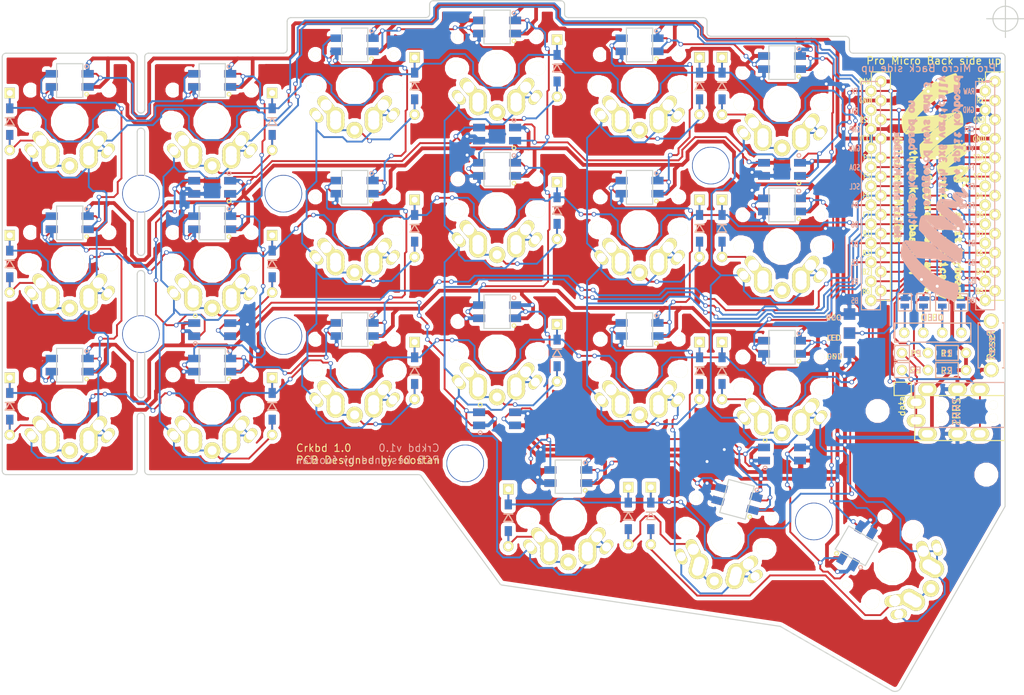
<source format=kicad_pcb>
(kicad_pcb (version 4) (host pcbnew 4.0.7)
  (title_block (title Crkbd) (date 2018/04/11) (rev 1.0) (company foostan))
  (layers (0 F.Cu signal) (31 B.Cu signal) (34 B.Paste user) (35 F.Paste user) (36 B.SilkS user) (37 F.SilkS user) (38 B.Mask user) (39 F.Mask user) (44 Edge.Cuts user))
  (net 0 "")
  (net 1 row0)
  (net 2 "Net-(D1-Pad2)")
  (net 3 row1)
  (net 4 "Net-(D2-Pad2)")
  (net 5 row2)
  (net 6 "Net-(D3-Pad2)")
  (net 7 row3)
  (net 8 "Net-(D4-Pad2)")
  (net 9 "Net-(D5-Pad2)")
  (net 10 "Net-(D6-Pad2)")
  (net 11 "Net-(D7-Pad2)")
  (net 12 "Net-(D8-Pad2)")
  (net 13 "Net-(D9-Pad2)")
  (net 14 "Net-(D10-Pad2)")
  (net 15 "Net-(D11-Pad2)")
  (net 16 "Net-(D12-Pad2)")
  (net 17 "Net-(D13-Pad2)")
  (net 18 "Net-(D14-Pad2)")
  (net 19 "Net-(D15-Pad2)")
  (net 20 "Net-(D16-Pad2)")
  (net 21 "Net-(D17-Pad2)")
  (net 22 "Net-(D18-Pad2)")
  (net 23 "Net-(D19-Pad2)")
  (net 24 "Net-(D20-Pad2)")
  (net 25 "Net-(D21-Pad2)")
  (net 26 GND)
  (net 27 VCC)
  (net 28 col0)
  (net 29 col1)
  (net 30 col2)
  (net 31 col3)
  (net 32 col4)
  (net 33 col5)
  (net 34 LED)
  (net 35 data)
  (net 36 "Net-(L1-Pad3)")
  (net 37 "Net-(L1-Pad1)")
  (net 38 "Net-(L3-Pad3)")
  (net 39 "Net-(L10-Pad1)")
  (net 40 "Net-(L11-Pad1)")
  (net 41 "Net-(L13-Pad1)")
  (net 42 "Net-(L14-Pad3)")
  (net 43 "Net-(L10-Pad3)")
  (net 44 "Net-(L12-Pad1)")
  (net 45 "Net-(L13-Pad3)")
  (net 46 "Net-(L15-Pad3)")
  (net 47 "Net-(L16-Pad3)")
  (net 48 reset)
  (net 49 SCL)
  (net 50 SDA)
  (net 51 "Net-(L5-Pad3)")
  (net 52 "Net-(U1-Pad14)")
  (net 53 "Net-(U1-Pad13)")
  (net 54 "Net-(U1-Pad12)")
  (net 55 "Net-(U1-Pad11)")
  (net 56 "Net-(J2-Pad1)")
  (net 57 "Net-(J2-Pad2)")
  (net 58 "Net-(J2-Pad3)")
  (net 59 "Net-(J2-Pad4)")
  (net 60 "Net-(L2-Pad3)")
  (net 61 "Net-(L3-Pad1)")
  (net 62 "Net-(L11-Pad3)")
  (net 63 "Net-(L14-Pad1)")
  (net 64 "Net-(L12-Pad3)")
  (net 65 "Net-(L17-Pad1)")
  (net 66 "Net-(L18-Pad3)")
  (net 67 "Net-(L19-Pad3)")
  (net 68 "Net-(J1-PadA)")
  (net 69 "Net-(J1-PadB)")
  (net 70 "Net-(U1-Pad24)")
  (net 71 "Net-(L21-Pad3)")
  (net 72 "Net-(L22-Pad3)")
  (net 73 "Net-(L22-Pad1)")
  (net 74 "Net-(L23-Pad3)")
  (net 75 "Net-(L25-Pad1)")
  (net 76 "Net-(L26-Pad1)")
  (module kbd:MX_ALPS_PG1350_noLed_1.75u (layer F.Cu) (at 179.75 136.5 240)
    (fp_text reference SW21 hide)
    (fp_text value SW_PUSH hide)
    (pad 1 thru_hole oval (at 5.1 -3.9 190) (size 2.2 1.25) (drill 1.2) (layers *.Cu *.Mask F.SilkS) (net 33 col5))
    (pad "" np_thru_hole circle (at 0 0 330) (size 4 4) (drill 4) (layers *.Cu *.Mask F.SilkS))
    (pad "" np_thru_hole circle (at -5.5 0 330) (size 1.9 1.9) (drill 1.9) (layers *.Cu *.Mask F.SilkS))
    (pad "" np_thru_hole circle (at 5.5 0 330) (size 1.9 1.9) (drill 1.9) (layers *.Cu *.Mask F.SilkS))
    (pad 1 thru_hole oval (at -5.1 -3.9 290) (size 2.2 1.25) (drill 1.2) (layers *.Cu *.Mask F.SilkS) (net 33 col5))
    (pad 2 thru_hole circle (at 0 -5.9 330) (size 2.2 2.2) (drill 1.2) (layers *.Cu *.Mask F.SilkS) (net 25 "Net-(D21-Pad2)"))
    (pad 2 thru_hole circle (at 2.54 -5.08 240) (size 2.4 2.4) (drill 1.5) (layers *.Cu *.Mask F.SilkS) (net 25 "Net-(D21-Pad2)"))
    (pad 1 thru_hole oval (at -3.81 -2.54 290) (size 2.8 1.55) (drill 1.5) (layers *.Cu *.Mask F.SilkS) (net 33 col5))
    (pad 1 thru_hole circle (at -2.54 -5.08 240) (size 2.4 2.4) (drill 1.5) (layers *.Cu *.Mask F.SilkS) (net 33 col5))
    (pad 2 thru_hole oval (at 3.81 -2.54 190) (size 2.8 1.55) (drill 1.5) (layers *.Cu *.Mask F.SilkS) (net 25 "Net-(D21-Pad2)"))
    (pad 2 thru_hole circle (at 2.54 -4.5 240) (size 2.4 2.4) (drill 1.5) (layers *.Cu *.Mask F.SilkS) (net 25 "Net-(D21-Pad2)"))
    (pad 2 thru_hole circle (at 2.54 -4 240) (size 2.4 2.4) (drill 1.5) (layers *.Cu *.Mask F.SilkS) (net 25 "Net-(D21-Pad2)"))
    (pad 1 thru_hole circle (at -2.54 -4 240) (size 2.4 2.4) (drill 1.5) (layers *.Cu *.Mask F.SilkS) (net 33 col5))
    (pad 1 thru_hole circle (at -2.54 -4.5 240) (size 2.4 2.4) (drill 1.5) (layers *.Cu *.Mask F.SilkS) (net 33 col5))
    (pad "" np_thru_hole circle (at 5.08 0 240) (size 1.7 1.7) (drill 1.7) (layers *.Cu *.Mask F.SilkS))
    (pad "" np_thru_hole circle (at -5.08 0 240) (size 1.7 1.7) (drill 1.7) (layers *.Cu *.Mask F.SilkS))
    (pad "" np_thru_hole circle (at 5.22 4.2 240) (size 1 1) (drill 1) (layers *.Cu *.Mask F.SilkS))
    (pad "" np_thru_hole circle (at -5.22 4.2 240) (size 1 1) (drill 1) (layers *.Cu *.Mask F.SilkS))
  )
  (module kbd:D3_TH_SMD (layer F.Cu) (at 62 77.125 270)
    (fp_text reference D1 hide)
    (fp_text value D hide)
    (pad 1 smd rect (at -1.775 0 270) (size 1.3 0.95) (layers F.Cu F.Paste F.Mask) (net 1 row0))
    (pad 2 smd rect (at 1.775 0 270) (size 1.3 0.95) (layers B.Cu B.Paste B.Mask) (net 2 "Net-(D1-Pad2)"))
    (pad 1 smd rect (at -1.775 0 270) (size 1.3 0.95) (layers B.Cu B.Paste B.Mask) (net 1 row0))
    (pad 1 thru_hole rect (at -3.81 0 270) (size 1.397 1.397) (drill 0.8128) (layers *.Cu *.Mask F.SilkS) (net 1 row0))
    (pad 2 thru_hole circle (at 3.81 0 270) (size 1.397 1.397) (drill 0.8128) (layers *.Cu *.Mask F.SilkS) (net 2 "Net-(D1-Pad2)"))
    (pad 2 smd rect (at 1.775 0 270) (size 1.3 0.95) (layers F.Cu F.Paste F.Mask) (net 2 "Net-(D1-Pad2)"))
  )
  (module kbd:D3_TH_SMD (layer F.Cu) (at 97 77.125 270)
    (fp_text reference D2 hide)
    (fp_text value D hide)
    (pad 1 smd rect (at -1.775 0 270) (size 1.3 0.95) (layers F.Cu F.Paste F.Mask) (net 1 row0))
    (pad 2 smd rect (at 1.775 0 270) (size 1.3 0.95) (layers B.Cu B.Paste B.Mask) (net 4 "Net-(D2-Pad2)"))
    (pad 1 smd rect (at -1.775 0 270) (size 1.3 0.95) (layers B.Cu B.Paste B.Mask) (net 1 row0))
    (pad 1 thru_hole rect (at -3.81 0 270) (size 1.397 1.397) (drill 0.8128) (layers *.Cu *.Mask F.SilkS) (net 1 row0))
    (pad 2 thru_hole circle (at 3.81 0 270) (size 1.397 1.397) (drill 0.8128) (layers *.Cu *.Mask F.SilkS) (net 4 "Net-(D2-Pad2)"))
    (pad 2 smd rect (at 1.775 0 270) (size 1.3 0.95) (layers F.Cu F.Paste F.Mask) (net 4 "Net-(D2-Pad2)"))
  )
  (module kbd:D3_TH_SMD (layer F.Cu) (at 116 72.375 270)
    (fp_text reference D3 hide)
    (fp_text value D hide)
    (pad 1 smd rect (at -1.775 0 270) (size 1.3 0.95) (layers F.Cu F.Paste F.Mask) (net 1 row0))
    (pad 2 smd rect (at 1.775 0 270) (size 1.3 0.95) (layers B.Cu B.Paste B.Mask) (net 6 "Net-(D3-Pad2)"))
    (pad 1 smd rect (at -1.775 0 270) (size 1.3 0.95) (layers B.Cu B.Paste B.Mask) (net 1 row0))
    (pad 1 thru_hole rect (at -3.81 0 270) (size 1.397 1.397) (drill 0.8128) (layers *.Cu *.Mask F.SilkS) (net 1 row0))
    (pad 2 thru_hole circle (at 3.81 0 270) (size 1.397 1.397) (drill 0.8128) (layers *.Cu *.Mask F.SilkS) (net 6 "Net-(D3-Pad2)"))
    (pad 2 smd rect (at 1.775 0 270) (size 1.3 0.95) (layers F.Cu F.Paste F.Mask) (net 6 "Net-(D3-Pad2)"))
  )
  (module kbd:D3_TH_SMD (layer F.Cu) (at 135 70 270)
    (fp_text reference D4 hide)
    (fp_text value D hide)
    (pad 1 smd rect (at -1.775 0 270) (size 1.3 0.95) (layers F.Cu F.Paste F.Mask) (net 1 row0))
    (pad 2 smd rect (at 1.775 0 270) (size 1.3 0.95) (layers B.Cu B.Paste B.Mask) (net 8 "Net-(D4-Pad2)"))
    (pad 1 smd rect (at -1.775 0 270) (size 1.3 0.95) (layers B.Cu B.Paste B.Mask) (net 1 row0))
    (pad 1 thru_hole rect (at -3.81 0 270) (size 1.397 1.397) (drill 0.8128) (layers *.Cu *.Mask F.SilkS) (net 1 row0))
    (pad 2 thru_hole circle (at 3.81 0 270) (size 1.397 1.397) (drill 0.8128) (layers *.Cu *.Mask F.SilkS) (net 8 "Net-(D4-Pad2)"))
    (pad 2 smd rect (at 1.775 0 270) (size 1.3 0.95) (layers F.Cu F.Paste F.Mask) (net 8 "Net-(D4-Pad2)"))
  )
  (module kbd:D3_TH_SMD (layer F.Cu) (at 154 72.375 270)
    (fp_text reference D5 hide)
    (fp_text value D hide)
    (pad 1 smd rect (at -1.775 0 270) (size 1.3 0.95) (layers F.Cu F.Paste F.Mask) (net 1 row0))
    (pad 2 smd rect (at 1.775 0 270) (size 1.3 0.95) (layers B.Cu B.Paste B.Mask) (net 9 "Net-(D5-Pad2)"))
    (pad 1 smd rect (at -1.775 0 270) (size 1.3 0.95) (layers B.Cu B.Paste B.Mask) (net 1 row0))
    (pad 1 thru_hole rect (at -3.81 0 270) (size 1.397 1.397) (drill 0.8128) (layers *.Cu *.Mask F.SilkS) (net 1 row0))
    (pad 2 thru_hole circle (at 3.81 0 270) (size 1.397 1.397) (drill 0.8128) (layers *.Cu *.Mask F.SilkS) (net 9 "Net-(D5-Pad2)"))
    (pad 2 smd rect (at 1.775 0 270) (size 1.3 0.95) (layers F.Cu F.Paste F.Mask) (net 9 "Net-(D5-Pad2)"))
  )
  (module kbd:D3_TH_SMD (layer F.Cu) (at 157 72.375 270)
    (fp_text reference D6 hide)
    (fp_text value D hide)
    (pad 1 smd rect (at -1.775 0 270) (size 1.3 0.95) (layers F.Cu F.Paste F.Mask) (net 1 row0))
    (pad 2 smd rect (at 1.775 0 270) (size 1.3 0.95) (layers B.Cu B.Paste B.Mask) (net 10 "Net-(D6-Pad2)"))
    (pad 1 smd rect (at -1.775 0 270) (size 1.3 0.95) (layers B.Cu B.Paste B.Mask) (net 1 row0))
    (pad 1 thru_hole rect (at -3.81 0 270) (size 1.397 1.397) (drill 0.8128) (layers *.Cu *.Mask F.SilkS) (net 1 row0))
    (pad 2 thru_hole circle (at 3.81 0 270) (size 1.397 1.397) (drill 0.8128) (layers *.Cu *.Mask F.SilkS) (net 10 "Net-(D6-Pad2)"))
    (pad 2 smd rect (at 1.775 0 270) (size 1.3 0.95) (layers F.Cu F.Paste F.Mask) (net 10 "Net-(D6-Pad2)"))
  )
  (module kbd:D3_TH_SMD (layer F.Cu) (at 62 96.125 270)
    (fp_text reference D7 hide)
    (fp_text value D hide)
    (pad 1 smd rect (at -1.775 0 270) (size 1.3 0.95) (layers F.Cu F.Paste F.Mask) (net 3 row1))
    (pad 2 smd rect (at 1.775 0 270) (size 1.3 0.95) (layers B.Cu B.Paste B.Mask) (net 11 "Net-(D7-Pad2)"))
    (pad 1 smd rect (at -1.775 0 270) (size 1.3 0.95) (layers B.Cu B.Paste B.Mask) (net 3 row1))
    (pad 1 thru_hole rect (at -3.81 0 270) (size 1.397 1.397) (drill 0.8128) (layers *.Cu *.Mask F.SilkS) (net 3 row1))
    (pad 2 thru_hole circle (at 3.81 0 270) (size 1.397 1.397) (drill 0.8128) (layers *.Cu *.Mask F.SilkS) (net 11 "Net-(D7-Pad2)"))
    (pad 2 smd rect (at 1.775 0 270) (size 1.3 0.95) (layers F.Cu F.Paste F.Mask) (net 11 "Net-(D7-Pad2)"))
  )
  (module kbd:D3_TH_SMD (layer F.Cu) (at 97 96.125 270)
    (fp_text reference D8 hide)
    (fp_text value D hide)
    (pad 1 smd rect (at -1.775 0 270) (size 1.3 0.95) (layers F.Cu F.Paste F.Mask) (net 3 row1))
    (pad 2 smd rect (at 1.775 0 270) (size 1.3 0.95) (layers B.Cu B.Paste B.Mask) (net 12 "Net-(D8-Pad2)"))
    (pad 1 smd rect (at -1.775 0 270) (size 1.3 0.95) (layers B.Cu B.Paste B.Mask) (net 3 row1))
    (pad 1 thru_hole rect (at -3.81 0 270) (size 1.397 1.397) (drill 0.8128) (layers *.Cu *.Mask F.SilkS) (net 3 row1))
    (pad 2 thru_hole circle (at 3.81 0 270) (size 1.397 1.397) (drill 0.8128) (layers *.Cu *.Mask F.SilkS) (net 12 "Net-(D8-Pad2)"))
    (pad 2 smd rect (at 1.775 0 270) (size 1.3 0.95) (layers F.Cu F.Paste F.Mask) (net 12 "Net-(D8-Pad2)"))
  )
  (module kbd:D3_TH_SMD (layer F.Cu) (at 116 91.375 270)
    (fp_text reference D9 hide)
    (fp_text value D hide)
    (pad 1 smd rect (at -1.775 0 270) (size 1.3 0.95) (layers F.Cu F.Paste F.Mask) (net 3 row1))
    (pad 2 smd rect (at 1.775 0 270) (size 1.3 0.95) (layers B.Cu B.Paste B.Mask) (net 13 "Net-(D9-Pad2)"))
    (pad 1 smd rect (at -1.775 0 270) (size 1.3 0.95) (layers B.Cu B.Paste B.Mask) (net 3 row1))
    (pad 1 thru_hole rect (at -3.81 0 270) (size 1.397 1.397) (drill 0.8128) (layers *.Cu *.Mask F.SilkS) (net 3 row1))
    (pad 2 thru_hole circle (at 3.81 0 270) (size 1.397 1.397) (drill 0.8128) (layers *.Cu *.Mask F.SilkS) (net 13 "Net-(D9-Pad2)"))
    (pad 2 smd rect (at 1.775 0 270) (size 1.3 0.95) (layers F.Cu F.Paste F.Mask) (net 13 "Net-(D9-Pad2)"))
  )
  (module kbd:D3_TH_SMD (layer F.Cu) (at 135 89 270)
    (fp_text reference D10 hide)
    (fp_text value D hide)
    (pad 1 smd rect (at -1.775 0 270) (size 1.3 0.95) (layers F.Cu F.Paste F.Mask) (net 3 row1))
    (pad 2 smd rect (at 1.775 0 270) (size 1.3 0.95) (layers B.Cu B.Paste B.Mask) (net 14 "Net-(D10-Pad2)"))
    (pad 1 smd rect (at -1.775 0 270) (size 1.3 0.95) (layers B.Cu B.Paste B.Mask) (net 3 row1))
    (pad 1 thru_hole rect (at -3.81 0 270) (size 1.397 1.397) (drill 0.8128) (layers *.Cu *.Mask F.SilkS) (net 3 row1))
    (pad 2 thru_hole circle (at 3.81 0 270) (size 1.397 1.397) (drill 0.8128) (layers *.Cu *.Mask F.SilkS) (net 14 "Net-(D10-Pad2)"))
    (pad 2 smd rect (at 1.775 0 270) (size 1.3 0.95) (layers F.Cu F.Paste F.Mask) (net 14 "Net-(D10-Pad2)"))
  )
  (module kbd:D3_TH_SMD (layer F.Cu) (at 154 91.375 270)
    (fp_text reference D11 hide)
    (fp_text value D hide)
    (pad 1 smd rect (at -1.775 0 270) (size 1.3 0.95) (layers F.Cu F.Paste F.Mask) (net 3 row1))
    (pad 2 smd rect (at 1.775 0 270) (size 1.3 0.95) (layers B.Cu B.Paste B.Mask) (net 15 "Net-(D11-Pad2)"))
    (pad 1 smd rect (at -1.775 0 270) (size 1.3 0.95) (layers B.Cu B.Paste B.Mask) (net 3 row1))
    (pad 1 thru_hole rect (at -3.81 0 270) (size 1.397 1.397) (drill 0.8128) (layers *.Cu *.Mask F.SilkS) (net 3 row1))
    (pad 2 thru_hole circle (at 3.81 0 270) (size 1.397 1.397) (drill 0.8128) (layers *.Cu *.Mask F.SilkS) (net 15 "Net-(D11-Pad2)"))
    (pad 2 smd rect (at 1.775 0 270) (size 1.3 0.95) (layers F.Cu F.Paste F.Mask) (net 15 "Net-(D11-Pad2)"))
  )
  (module kbd:D3_TH_SMD (layer F.Cu) (at 157 91.375 270)
    (fp_text reference D12 hide)
    (fp_text value D hide)
    (pad 1 smd rect (at -1.775 0 270) (size 1.3 0.95) (layers F.Cu F.Paste F.Mask) (net 3 row1))
    (pad 2 smd rect (at 1.775 0 270) (size 1.3 0.95) (layers B.Cu B.Paste B.Mask) (net 16 "Net-(D12-Pad2)"))
    (pad 1 smd rect (at -1.775 0 270) (size 1.3 0.95) (layers B.Cu B.Paste B.Mask) (net 3 row1))
    (pad 1 thru_hole rect (at -3.81 0 270) (size 1.397 1.397) (drill 0.8128) (layers *.Cu *.Mask F.SilkS) (net 3 row1))
    (pad 2 thru_hole circle (at 3.81 0 270) (size 1.397 1.397) (drill 0.8128) (layers *.Cu *.Mask F.SilkS) (net 16 "Net-(D12-Pad2)"))
    (pad 2 smd rect (at 1.775 0 270) (size 1.3 0.95) (layers F.Cu F.Paste F.Mask) (net 16 "Net-(D12-Pad2)"))
  )
  (module kbd:D3_TH_SMD (layer F.Cu) (at 62 115.125 270)
    (fp_text reference D13 hide)
    (fp_text value D hide)
    (pad 1 smd rect (at -1.775 0 270) (size 1.3 0.95) (layers F.Cu F.Paste F.Mask) (net 5 row2))
    (pad 2 smd rect (at 1.775 0 270) (size 1.3 0.95) (layers B.Cu B.Paste B.Mask) (net 17 "Net-(D13-Pad2)"))
    (pad 1 smd rect (at -1.775 0 270) (size 1.3 0.95) (layers B.Cu B.Paste B.Mask) (net 5 row2))
    (pad 1 thru_hole rect (at -3.81 0 270) (size 1.397 1.397) (drill 0.8128) (layers *.Cu *.Mask F.SilkS) (net 5 row2))
    (pad 2 thru_hole circle (at 3.81 0 270) (size 1.397 1.397) (drill 0.8128) (layers *.Cu *.Mask F.SilkS) (net 17 "Net-(D13-Pad2)"))
    (pad 2 smd rect (at 1.775 0 270) (size 1.3 0.95) (layers F.Cu F.Paste F.Mask) (net 17 "Net-(D13-Pad2)"))
  )
  (module kbd:D3_TH_SMD (layer F.Cu) (at 97 115.125 270)
    (fp_text reference D14 hide)
    (fp_text value D hide)
    (pad 1 smd rect (at -1.775 0 270) (size 1.3 0.95) (layers F.Cu F.Paste F.Mask) (net 5 row2))
    (pad 2 smd rect (at 1.775 0 270) (size 1.3 0.95) (layers B.Cu B.Paste B.Mask) (net 18 "Net-(D14-Pad2)"))
    (pad 1 smd rect (at -1.775 0 270) (size 1.3 0.95) (layers B.Cu B.Paste B.Mask) (net 5 row2))
    (pad 1 thru_hole rect (at -3.81 0 270) (size 1.397 1.397) (drill 0.8128) (layers *.Cu *.Mask F.SilkS) (net 5 row2))
    (pad 2 thru_hole circle (at 3.81 0 270) (size 1.397 1.397) (drill 0.8128) (layers *.Cu *.Mask F.SilkS) (net 18 "Net-(D14-Pad2)"))
    (pad 2 smd rect (at 1.775 0 270) (size 1.3 0.95) (layers F.Cu F.Paste F.Mask) (net 18 "Net-(D14-Pad2)"))
  )
  (module kbd:D3_TH_SMD (layer F.Cu) (at 116 110.375 270)
    (fp_text reference D15 hide)
    (fp_text value D hide)
    (pad 1 smd rect (at -1.775 0 270) (size 1.3 0.95) (layers F.Cu F.Paste F.Mask) (net 5 row2))
    (pad 2 smd rect (at 1.775 0 270) (size 1.3 0.95) (layers B.Cu B.Paste B.Mask) (net 19 "Net-(D15-Pad2)"))
    (pad 1 smd rect (at -1.775 0 270) (size 1.3 0.95) (layers B.Cu B.Paste B.Mask) (net 5 row2))
    (pad 1 thru_hole rect (at -3.81 0 270) (size 1.397 1.397) (drill 0.8128) (layers *.Cu *.Mask F.SilkS) (net 5 row2))
    (pad 2 thru_hole circle (at 3.81 0 270) (size 1.397 1.397) (drill 0.8128) (layers *.Cu *.Mask F.SilkS) (net 19 "Net-(D15-Pad2)"))
    (pad 2 smd rect (at 1.775 0 270) (size 1.3 0.95) (layers F.Cu F.Paste F.Mask) (net 19 "Net-(D15-Pad2)"))
  )
  (module kbd:D3_TH_SMD (layer F.Cu) (at 135 108 270)
    (fp_text reference D16 hide)
    (fp_text value D hide)
    (pad 1 smd rect (at -1.775 0 270) (size 1.3 0.95) (layers F.Cu F.Paste F.Mask) (net 5 row2))
    (pad 2 smd rect (at 1.775 0 270) (size 1.3 0.95) (layers B.Cu B.Paste B.Mask) (net 20 "Net-(D16-Pad2)"))
    (pad 1 smd rect (at -1.775 0 270) (size 1.3 0.95) (layers B.Cu B.Paste B.Mask) (net 5 row2))
    (pad 1 thru_hole rect (at -3.81 0 270) (size 1.397 1.397) (drill 0.8128) (layers *.Cu *.Mask F.SilkS) (net 5 row2))
    (pad 2 thru_hole circle (at 3.81 0 270) (size 1.397 1.397) (drill 0.8128) (layers *.Cu *.Mask F.SilkS) (net 20 "Net-(D16-Pad2)"))
    (pad 2 smd rect (at 1.775 0 270) (size 1.3 0.95) (layers F.Cu F.Paste F.Mask) (net 20 "Net-(D16-Pad2)"))
  )
  (module kbd:D3_TH_SMD (layer F.Cu) (at 157 110.375 270)
    (fp_text reference D18 hide)
    (fp_text value D hide)
    (pad 1 smd rect (at -1.775 0 270) (size 1.3 0.95) (layers F.Cu F.Paste F.Mask) (net 5 row2))
    (pad 2 smd rect (at 1.775 0 270) (size 1.3 0.95) (layers B.Cu B.Paste B.Mask) (net 22 "Net-(D18-Pad2)"))
    (pad 1 smd rect (at -1.775 0 270) (size 1.3 0.95) (layers B.Cu B.Paste B.Mask) (net 5 row2))
    (pad 1 thru_hole rect (at -3.81 0 270) (size 1.397 1.397) (drill 0.8128) (layers *.Cu *.Mask F.SilkS) (net 5 row2))
    (pad 2 thru_hole circle (at 3.81 0 270) (size 1.397 1.397) (drill 0.8128) (layers *.Cu *.Mask F.SilkS) (net 22 "Net-(D18-Pad2)"))
    (pad 2 smd rect (at 1.775 0 270) (size 1.3 0.95) (layers F.Cu F.Paste F.Mask) (net 22 "Net-(D18-Pad2)"))
  )
  (module kbd:D3_TH_SMD (layer F.Cu) (at 128.5 130 270)
    (fp_text reference D19 hide)
    (fp_text value D hide)
    (pad 1 smd rect (at -1.775 0 270) (size 1.3 0.95) (layers F.Cu F.Paste F.Mask) (net 7 row3))
    (pad 2 smd rect (at 1.775 0 270) (size 1.3 0.95) (layers B.Cu B.Paste B.Mask) (net 23 "Net-(D19-Pad2)"))
    (pad 1 smd rect (at -1.775 0 270) (size 1.3 0.95) (layers B.Cu B.Paste B.Mask) (net 7 row3))
    (pad 1 thru_hole rect (at -3.81 0 270) (size 1.397 1.397) (drill 0.8128) (layers *.Cu *.Mask F.SilkS) (net 7 row3))
    (pad 2 thru_hole circle (at 3.81 0 270) (size 1.397 1.397) (drill 0.8128) (layers *.Cu *.Mask F.SilkS) (net 23 "Net-(D19-Pad2)"))
    (pad 2 smd rect (at 1.775 0 270) (size 1.3 0.95) (layers F.Cu F.Paste F.Mask) (net 23 "Net-(D19-Pad2)"))
  )
  (module kbd:D3_TH_SMD (layer F.Cu) (at 144.5 129.75 270)
    (fp_text reference D20 hide)
    (fp_text value D hide)
    (pad 1 smd rect (at -1.775 0 270) (size 1.3 0.95) (layers F.Cu F.Paste F.Mask) (net 7 row3))
    (pad 2 smd rect (at 1.775 0 270) (size 1.3 0.95) (layers B.Cu B.Paste B.Mask) (net 24 "Net-(D20-Pad2)"))
    (pad 1 smd rect (at -1.775 0 270) (size 1.3 0.95) (layers B.Cu B.Paste B.Mask) (net 7 row3))
    (pad 1 thru_hole rect (at -3.81 0 270) (size 1.397 1.397) (drill 0.8128) (layers *.Cu *.Mask F.SilkS) (net 7 row3))
    (pad 2 thru_hole circle (at 3.81 0 270) (size 1.397 1.397) (drill 0.8128) (layers *.Cu *.Mask F.SilkS) (net 24 "Net-(D20-Pad2)"))
    (pad 2 smd rect (at 1.775 0 270) (size 1.3 0.95) (layers F.Cu F.Paste F.Mask) (net 24 "Net-(D20-Pad2)"))
  )
  (module kbd:D3_TH_SMD (layer F.Cu) (at 147.5 129.75 270)
    (fp_text reference D21 hide)
    (fp_text value D hide)
    (pad 1 smd rect (at -1.775 0 270) (size 1.3 0.95) (layers F.Cu F.Paste F.Mask) (net 7 row3))
    (pad 2 smd rect (at 1.775 0 270) (size 1.3 0.95) (layers B.Cu B.Paste B.Mask) (net 25 "Net-(D21-Pad2)"))
    (pad 1 smd rect (at -1.775 0 270) (size 1.3 0.95) (layers B.Cu B.Paste B.Mask) (net 7 row3))
    (pad 1 thru_hole rect (at -3.81 0 270) (size 1.397 1.397) (drill 0.8128) (layers *.Cu *.Mask F.SilkS) (net 7 row3))
    (pad 2 thru_hole circle (at 3.81 0 270) (size 1.397 1.397) (drill 0.8128) (layers *.Cu *.Mask F.SilkS) (net 25 "Net-(D21-Pad2)"))
    (pad 2 smd rect (at 1.775 0 270) (size 1.3 0.95) (layers F.Cu F.Paste F.Mask) (net 25 "Net-(D21-Pad2)"))
  )
  (module kbd:SK6812MINI_rev (layer F.Cu) (at 70 71.625)
    (fp_text reference L1 hide)
    (fp_text value SK6812MINI hide)
    (pad 4 smd rect (at 2.4 0.875) (size 1.6 1) (layers F.Cu F.Paste F.Mask) (net 27 VCC))
    (pad 3 smd rect (at 2.4 -0.875) (size 1.6 1) (layers F.Cu F.Paste F.Mask) (net 36 "Net-(L1-Pad3)"))
    (pad 1 smd rect (at -2.4 0.875) (size 1.6 1) (layers F.Cu F.Paste F.Mask) (net 37 "Net-(L1-Pad1)"))
    (pad 2 smd rect (at -2.4 -0.875) (size 1.6 1) (layers F.Cu F.Paste F.Mask) (net 26 GND))
    (pad 3 smd rect (at 2.4 0.875) (size 1.6 1) (layers B.Cu B.Paste B.Mask) (net 36 "Net-(L1-Pad3)"))
    (pad 4 smd rect (at 2.4 -0.875) (size 1.6 1) (layers B.Cu B.Paste B.Mask) (net 27 VCC))
    (pad 1 smd rect (at -2.4 -0.875) (size 1.6 1) (layers B.Cu B.Paste B.Mask) (net 37 "Net-(L1-Pad1)"))
    (pad 2 smd rect (at -2.4 0.875) (size 1.6 1) (layers B.Cu B.Paste B.Mask) (net 26 GND))
  )
  (module kbd:SK6812MINI_rev (layer F.Cu) (at 89 71.625)
    (fp_text reference L2 hide)
    (fp_text value SK6812MINI hide)
    (pad 4 smd rect (at 2.4 0.875) (size 1.6 1) (layers F.Cu F.Paste F.Mask) (net 27 VCC))
    (pad 3 smd rect (at 2.4 -0.875) (size 1.6 1) (layers F.Cu F.Paste F.Mask) (net 60 "Net-(L2-Pad3)"))
    (pad 1 smd rect (at -2.4 0.875) (size 1.6 1) (layers F.Cu F.Paste F.Mask) (net 36 "Net-(L1-Pad3)"))
    (pad 2 smd rect (at -2.4 -0.875) (size 1.6 1) (layers F.Cu F.Paste F.Mask) (net 26 GND))
    (pad 3 smd rect (at 2.4 0.875) (size 1.6 1) (layers B.Cu B.Paste B.Mask) (net 60 "Net-(L2-Pad3)"))
    (pad 4 smd rect (at 2.4 -0.875) (size 1.6 1) (layers B.Cu B.Paste B.Mask) (net 27 VCC))
    (pad 1 smd rect (at -2.4 -0.875) (size 1.6 1) (layers B.Cu B.Paste B.Mask) (net 36 "Net-(L1-Pad3)"))
    (pad 2 smd rect (at -2.4 0.875) (size 1.6 1) (layers B.Cu B.Paste B.Mask) (net 26 GND))
  )
  (module kbd:SK6812MINI_rev (layer F.Cu) (at 108 66.875)
    (fp_text reference L3 hide)
    (fp_text value SK6812MINI hide)
    (pad 4 smd rect (at 2.4 0.875) (size 1.6 1) (layers F.Cu F.Paste F.Mask) (net 27 VCC))
    (pad 3 smd rect (at 2.4 -0.875) (size 1.6 1) (layers F.Cu F.Paste F.Mask) (net 38 "Net-(L3-Pad3)"))
    (pad 1 smd rect (at -2.4 0.875) (size 1.6 1) (layers F.Cu F.Paste F.Mask) (net 61 "Net-(L3-Pad1)"))
    (pad 2 smd rect (at -2.4 -0.875) (size 1.6 1) (layers F.Cu F.Paste F.Mask) (net 26 GND))
    (pad 3 smd rect (at 2.4 0.875) (size 1.6 1) (layers B.Cu B.Paste B.Mask) (net 38 "Net-(L3-Pad3)"))
    (pad 4 smd rect (at 2.4 -0.875) (size 1.6 1) (layers B.Cu B.Paste B.Mask) (net 27 VCC))
    (pad 1 smd rect (at -2.4 -0.875) (size 1.6 1) (layers B.Cu B.Paste B.Mask) (net 61 "Net-(L3-Pad1)"))
    (pad 2 smd rect (at -2.4 0.875) (size 1.6 1) (layers B.Cu B.Paste B.Mask) (net 26 GND))
  )
  (module kbd:SK6812MINI_rev (layer F.Cu) (at 127 64.5)
    (fp_text reference L4 hide)
    (fp_text value SK6812MINI hide)
    (pad 4 smd rect (at 2.4 0.875) (size 1.6 1) (layers F.Cu F.Paste F.Mask) (net 27 VCC))
    (pad 3 smd rect (at 2.4 -0.875) (size 1.6 1) (layers F.Cu F.Paste F.Mask) (net 39 "Net-(L10-Pad1)"))
    (pad 1 smd rect (at -2.4 0.875) (size 1.6 1) (layers F.Cu F.Paste F.Mask) (net 38 "Net-(L3-Pad3)"))
    (pad 2 smd rect (at -2.4 -0.875) (size 1.6 1) (layers F.Cu F.Paste F.Mask) (net 26 GND))
    (pad 3 smd rect (at 2.4 0.875) (size 1.6 1) (layers B.Cu B.Paste B.Mask) (net 39 "Net-(L10-Pad1)"))
    (pad 4 smd rect (at 2.4 -0.875) (size 1.6 1) (layers B.Cu B.Paste B.Mask) (net 27 VCC))
    (pad 1 smd rect (at -2.4 -0.875) (size 1.6 1) (layers B.Cu B.Paste B.Mask) (net 38 "Net-(L3-Pad3)"))
    (pad 2 smd rect (at -2.4 0.875) (size 1.6 1) (layers B.Cu B.Paste B.Mask) (net 26 GND))
  )
  (module kbd:SK6812MINI_rev (layer F.Cu) (at 146 66.875)
    (fp_text reference L5 hide)
    (fp_text value SK6812MINI hide)
    (pad 4 smd rect (at 2.4 0.875) (size 1.6 1) (layers F.Cu F.Paste F.Mask) (net 27 VCC))
    (pad 3 smd rect (at 2.4 -0.875) (size 1.6 1) (layers F.Cu F.Paste F.Mask) (net 51 "Net-(L5-Pad3)"))
    (pad 1 smd rect (at -2.4 0.875) (size 1.6 1) (layers F.Cu F.Paste F.Mask) (net 62 "Net-(L11-Pad3)"))
    (pad 2 smd rect (at -2.4 -0.875) (size 1.6 1) (layers F.Cu F.Paste F.Mask) (net 26 GND))
    (pad 3 smd rect (at 2.4 0.875) (size 1.6 1) (layers B.Cu B.Paste B.Mask) (net 51 "Net-(L5-Pad3)"))
    (pad 4 smd rect (at 2.4 -0.875) (size 1.6 1) (layers B.Cu B.Paste B.Mask) (net 27 VCC))
    (pad 1 smd rect (at -2.4 -0.875) (size 1.6 1) (layers B.Cu B.Paste B.Mask) (net 62 "Net-(L11-Pad3)"))
    (pad 2 smd rect (at -2.4 0.875) (size 1.6 1) (layers B.Cu B.Paste B.Mask) (net 26 GND))
  )
  (module kbd:SK6812MINI_rev (layer F.Cu) (at 165 69.25)
    (fp_text reference L6 hide)
    (fp_text value SK6812MINI hide)
    (pad 4 smd rect (at 2.4 0.875) (size 1.6 1) (layers F.Cu F.Paste F.Mask) (net 27 VCC))
    (pad 3 smd rect (at 2.4 -0.875) (size 1.6 1) (layers F.Cu F.Paste F.Mask) (net 44 "Net-(L12-Pad1)"))
    (pad 1 smd rect (at -2.4 0.875) (size 1.6 1) (layers F.Cu F.Paste F.Mask) (net 51 "Net-(L5-Pad3)"))
    (pad 2 smd rect (at -2.4 -0.875) (size 1.6 1) (layers F.Cu F.Paste F.Mask) (net 26 GND))
    (pad 3 smd rect (at 2.4 0.875) (size 1.6 1) (layers B.Cu B.Paste B.Mask) (net 44 "Net-(L12-Pad1)"))
    (pad 4 smd rect (at 2.4 -0.875) (size 1.6 1) (layers B.Cu B.Paste B.Mask) (net 27 VCC))
    (pad 1 smd rect (at -2.4 -0.875) (size 1.6 1) (layers B.Cu B.Paste B.Mask) (net 51 "Net-(L5-Pad3)"))
    (pad 2 smd rect (at -2.4 0.875) (size 1.6 1) (layers B.Cu B.Paste B.Mask) (net 26 GND))
  )
  (module kbd:SK6812MINI_rev (layer F.Cu) (at 70 90.625)
    (fp_text reference L7 hide)
    (fp_text value SK6812MINI hide)
    (pad 4 smd rect (at 2.4 0.875) (size 1.6 1) (layers F.Cu F.Paste F.Mask) (net 27 VCC))
    (pad 3 smd rect (at 2.4 -0.875) (size 1.6 1) (layers F.Cu F.Paste F.Mask) (net 37 "Net-(L1-Pad1)"))
    (pad 1 smd rect (at -2.4 0.875) (size 1.6 1) (layers F.Cu F.Paste F.Mask) (net 45 "Net-(L13-Pad3)"))
    (pad 2 smd rect (at -2.4 -0.875) (size 1.6 1) (layers F.Cu F.Paste F.Mask) (net 26 GND))
    (pad 3 smd rect (at 2.4 0.875) (size 1.6 1) (layers B.Cu B.Paste B.Mask) (net 37 "Net-(L1-Pad1)"))
    (pad 4 smd rect (at 2.4 -0.875) (size 1.6 1) (layers B.Cu B.Paste B.Mask) (net 27 VCC))
    (pad 1 smd rect (at -2.4 -0.875) (size 1.6 1) (layers B.Cu B.Paste B.Mask) (net 45 "Net-(L13-Pad3)"))
    (pad 2 smd rect (at -2.4 0.875) (size 1.6 1) (layers B.Cu B.Paste B.Mask) (net 26 GND))
  )
  (module kbd:SK6812MINI_rev (layer F.Cu) (at 89 90.625)
    (fp_text reference L8 hide)
    (fp_text value SK6812MINI hide)
    (pad 4 smd rect (at 2.4 0.875) (size 1.6 1) (layers F.Cu F.Paste F.Mask) (net 27 VCC))
    (pad 3 smd rect (at 2.4 -0.875) (size 1.6 1) (layers F.Cu F.Paste F.Mask) (net 63 "Net-(L14-Pad1)"))
    (pad 1 smd rect (at -2.4 0.875) (size 1.6 1) (layers F.Cu F.Paste F.Mask) (net 60 "Net-(L2-Pad3)"))
    (pad 2 smd rect (at -2.4 -0.875) (size 1.6 1) (layers F.Cu F.Paste F.Mask) (net 26 GND))
    (pad 3 smd rect (at 2.4 0.875) (size 1.6 1) (layers B.Cu B.Paste B.Mask) (net 63 "Net-(L14-Pad1)"))
    (pad 4 smd rect (at 2.4 -0.875) (size 1.6 1) (layers B.Cu B.Paste B.Mask) (net 27 VCC))
    (pad 1 smd rect (at -2.4 -0.875) (size 1.6 1) (layers B.Cu B.Paste B.Mask) (net 60 "Net-(L2-Pad3)"))
    (pad 2 smd rect (at -2.4 0.875) (size 1.6 1) (layers B.Cu B.Paste B.Mask) (net 26 GND))
  )
  (module kbd:SK6812MINI_rev (layer F.Cu) (at 108 85.875)
    (fp_text reference L9 hide)
    (fp_text value SK6812MINI hide)
    (pad 4 smd rect (at 2.4 0.875) (size 1.6 1) (layers F.Cu F.Paste F.Mask) (net 27 VCC))
    (pad 3 smd rect (at 2.4 -0.875) (size 1.6 1) (layers F.Cu F.Paste F.Mask) (net 61 "Net-(L3-Pad1)"))
    (pad 1 smd rect (at -2.4 0.875) (size 1.6 1) (layers F.Cu F.Paste F.Mask) (net 46 "Net-(L15-Pad3)"))
    (pad 2 smd rect (at -2.4 -0.875) (size 1.6 1) (layers F.Cu F.Paste F.Mask) (net 26 GND))
    (pad 3 smd rect (at 2.4 0.875) (size 1.6 1) (layers B.Cu B.Paste B.Mask) (net 61 "Net-(L3-Pad1)"))
    (pad 4 smd rect (at 2.4 -0.875) (size 1.6 1) (layers B.Cu B.Paste B.Mask) (net 27 VCC))
    (pad 1 smd rect (at -2.4 -0.875) (size 1.6 1) (layers B.Cu B.Paste B.Mask) (net 46 "Net-(L15-Pad3)"))
    (pad 2 smd rect (at -2.4 0.875) (size 1.6 1) (layers B.Cu B.Paste B.Mask) (net 26 GND))
  )
  (module kbd:SK6812MINI_rev (layer F.Cu) (at 127 83.5)
    (fp_text reference L10 hide)
    (fp_text value SK6812MINI hide)
    (pad 4 smd rect (at 2.4 0.875) (size 1.6 1) (layers F.Cu F.Paste F.Mask) (net 27 VCC))
    (pad 3 smd rect (at 2.4 -0.875) (size 1.6 1) (layers F.Cu F.Paste F.Mask) (net 43 "Net-(L10-Pad3)"))
    (pad 1 smd rect (at -2.4 0.875) (size 1.6 1) (layers F.Cu F.Paste F.Mask) (net 39 "Net-(L10-Pad1)"))
    (pad 2 smd rect (at -2.4 -0.875) (size 1.6 1) (layers F.Cu F.Paste F.Mask) (net 26 GND))
    (pad 3 smd rect (at 2.4 0.875) (size 1.6 1) (layers B.Cu B.Paste B.Mask) (net 43 "Net-(L10-Pad3)"))
    (pad 4 smd rect (at 2.4 -0.875) (size 1.6 1) (layers B.Cu B.Paste B.Mask) (net 27 VCC))
    (pad 1 smd rect (at -2.4 -0.875) (size 1.6 1) (layers B.Cu B.Paste B.Mask) (net 39 "Net-(L10-Pad1)"))
    (pad 2 smd rect (at -2.4 0.875) (size 1.6 1) (layers B.Cu B.Paste B.Mask) (net 26 GND))
  )
  (module kbd:SK6812MINI_rev (layer F.Cu) (at 146 85.875)
    (fp_text reference L11 hide)
    (fp_text value SK6812MINI hide)
    (pad 4 smd rect (at 2.4 0.875) (size 1.6 1) (layers F.Cu F.Paste F.Mask) (net 27 VCC))
    (pad 3 smd rect (at 2.4 -0.875) (size 1.6 1) (layers F.Cu F.Paste F.Mask) (net 62 "Net-(L11-Pad3)"))
    (pad 1 smd rect (at -2.4 0.875) (size 1.6 1) (layers F.Cu F.Paste F.Mask) (net 40 "Net-(L11-Pad1)"))
    (pad 2 smd rect (at -2.4 -0.875) (size 1.6 1) (layers F.Cu F.Paste F.Mask) (net 26 GND))
    (pad 3 smd rect (at 2.4 0.875) (size 1.6 1) (layers B.Cu B.Paste B.Mask) (net 62 "Net-(L11-Pad3)"))
    (pad 4 smd rect (at 2.4 -0.875) (size 1.6 1) (layers B.Cu B.Paste B.Mask) (net 27 VCC))
    (pad 1 smd rect (at -2.4 -0.875) (size 1.6 1) (layers B.Cu B.Paste B.Mask) (net 40 "Net-(L11-Pad1)"))
    (pad 2 smd rect (at -2.4 0.875) (size 1.6 1) (layers B.Cu B.Paste B.Mask) (net 26 GND))
  )
  (module kbd:SK6812MINI_rev (layer F.Cu) (at 165 88.25)
    (fp_text reference L12 hide)
    (fp_text value SK6812MINI hide)
    (pad 4 smd rect (at 2.4 0.875) (size 1.6 1) (layers F.Cu F.Paste F.Mask) (net 27 VCC))
    (pad 3 smd rect (at 2.4 -0.875) (size 1.6 1) (layers F.Cu F.Paste F.Mask) (net 64 "Net-(L12-Pad3)"))
    (pad 1 smd rect (at -2.4 0.875) (size 1.6 1) (layers F.Cu F.Paste F.Mask) (net 44 "Net-(L12-Pad1)"))
    (pad 2 smd rect (at -2.4 -0.875) (size 1.6 1) (layers F.Cu F.Paste F.Mask) (net 26 GND))
    (pad 3 smd rect (at 2.4 0.875) (size 1.6 1) (layers B.Cu B.Paste B.Mask) (net 64 "Net-(L12-Pad3)"))
    (pad 4 smd rect (at 2.4 -0.875) (size 1.6 1) (layers B.Cu B.Paste B.Mask) (net 27 VCC))
    (pad 1 smd rect (at -2.4 -0.875) (size 1.6 1) (layers B.Cu B.Paste B.Mask) (net 44 "Net-(L12-Pad1)"))
    (pad 2 smd rect (at -2.4 0.875) (size 1.6 1) (layers B.Cu B.Paste B.Mask) (net 26 GND))
  )
  (module kbd:SK6812MINI_rev (layer F.Cu) (at 70 109.625)
    (fp_text reference L13 hide)
    (fp_text value SK6812MINI hide)
    (pad 4 smd rect (at 2.4 0.875) (size 1.6 1) (layers F.Cu F.Paste F.Mask) (net 27 VCC))
    (pad 3 smd rect (at 2.4 -0.875) (size 1.6 1) (layers F.Cu F.Paste F.Mask) (net 45 "Net-(L13-Pad3)"))
    (pad 1 smd rect (at -2.4 0.875) (size 1.6 1) (layers F.Cu F.Paste F.Mask) (net 41 "Net-(L13-Pad1)"))
    (pad 2 smd rect (at -2.4 -0.875) (size 1.6 1) (layers F.Cu F.Paste F.Mask) (net 26 GND))
    (pad 3 smd rect (at 2.4 0.875) (size 1.6 1) (layers B.Cu B.Paste B.Mask) (net 45 "Net-(L13-Pad3)"))
    (pad 4 smd rect (at 2.4 -0.875) (size 1.6 1) (layers B.Cu B.Paste B.Mask) (net 27 VCC))
    (pad 1 smd rect (at -2.4 -0.875) (size 1.6 1) (layers B.Cu B.Paste B.Mask) (net 41 "Net-(L13-Pad1)"))
    (pad 2 smd rect (at -2.4 0.875) (size 1.6 1) (layers B.Cu B.Paste B.Mask) (net 26 GND))
  )
  (module kbd:SK6812MINI_rev (layer F.Cu) (at 89 109.625)
    (fp_text reference L14 hide)
    (fp_text value SK6812MINI hide)
    (pad 4 smd rect (at 2.4 0.875) (size 1.6 1) (layers F.Cu F.Paste F.Mask) (net 27 VCC))
    (pad 3 smd rect (at 2.4 -0.875) (size 1.6 1) (layers F.Cu F.Paste F.Mask) (net 42 "Net-(L14-Pad3)"))
    (pad 1 smd rect (at -2.4 0.875) (size 1.6 1) (layers F.Cu F.Paste F.Mask) (net 63 "Net-(L14-Pad1)"))
    (pad 2 smd rect (at -2.4 -0.875) (size 1.6 1) (layers F.Cu F.Paste F.Mask) (net 26 GND))
    (pad 3 smd rect (at 2.4 0.875) (size 1.6 1) (layers B.Cu B.Paste B.Mask) (net 42 "Net-(L14-Pad3)"))
    (pad 4 smd rect (at 2.4 -0.875) (size 1.6 1) (layers B.Cu B.Paste B.Mask) (net 27 VCC))
    (pad 1 smd rect (at -2.4 -0.875) (size 1.6 1) (layers B.Cu B.Paste B.Mask) (net 63 "Net-(L14-Pad1)"))
    (pad 2 smd rect (at -2.4 0.875) (size 1.6 1) (layers B.Cu B.Paste B.Mask) (net 26 GND))
  )
  (module kbd:SK6812MINI_rev (layer F.Cu) (at 108 104.875)
    (fp_text reference L15 hide)
    (fp_text value SK6812MINI hide)
    (pad 4 smd rect (at 2.4 0.875) (size 1.6 1) (layers F.Cu F.Paste F.Mask) (net 27 VCC))
    (pad 3 smd rect (at 2.4 -0.875) (size 1.6 1) (layers F.Cu F.Paste F.Mask) (net 46 "Net-(L15-Pad3)"))
    (pad 1 smd rect (at -2.4 0.875) (size 1.6 1) (layers F.Cu F.Paste F.Mask) (net 42 "Net-(L14-Pad3)"))
    (pad 2 smd rect (at -2.4 -0.875) (size 1.6 1) (layers F.Cu F.Paste F.Mask) (net 26 GND))
    (pad 3 smd rect (at 2.4 0.875) (size 1.6 1) (layers B.Cu B.Paste B.Mask) (net 46 "Net-(L15-Pad3)"))
    (pad 4 smd rect (at 2.4 -0.875) (size 1.6 1) (layers B.Cu B.Paste B.Mask) (net 27 VCC))
    (pad 1 smd rect (at -2.4 -0.875) (size 1.6 1) (layers B.Cu B.Paste B.Mask) (net 42 "Net-(L14-Pad3)"))
    (pad 2 smd rect (at -2.4 0.875) (size 1.6 1) (layers B.Cu B.Paste B.Mask) (net 26 GND))
  )
  (module kbd:SK6812MINI_rev (layer F.Cu) (at 127 102.5)
    (fp_text reference L16 hide)
    (fp_text value SK6812MINI hide)
    (pad 4 smd rect (at 2.4 0.875) (size 1.6 1) (layers F.Cu F.Paste F.Mask) (net 27 VCC))
    (pad 3 smd rect (at 2.4 -0.875) (size 1.6 1) (layers F.Cu F.Paste F.Mask) (net 47 "Net-(L16-Pad3)"))
    (pad 1 smd rect (at -2.4 0.875) (size 1.6 1) (layers F.Cu F.Paste F.Mask) (net 43 "Net-(L10-Pad3)"))
    (pad 2 smd rect (at -2.4 -0.875) (size 1.6 1) (layers F.Cu F.Paste F.Mask) (net 26 GND))
    (pad 3 smd rect (at 2.4 0.875) (size 1.6 1) (layers B.Cu B.Paste B.Mask) (net 47 "Net-(L16-Pad3)"))
    (pad 4 smd rect (at 2.4 -0.875) (size 1.6 1) (layers B.Cu B.Paste B.Mask) (net 27 VCC))
    (pad 1 smd rect (at -2.4 -0.875) (size 1.6 1) (layers B.Cu B.Paste B.Mask) (net 43 "Net-(L10-Pad3)"))
    (pad 2 smd rect (at -2.4 0.875) (size 1.6 1) (layers B.Cu B.Paste B.Mask) (net 26 GND))
  )
  (module kbd:SK6812MINI_rev (layer F.Cu) (at 146 104.875)
    (fp_text reference L17 hide)
    (fp_text value SK6812MINI hide)
    (pad 4 smd rect (at 2.4 0.875) (size 1.6 1) (layers F.Cu F.Paste F.Mask) (net 27 VCC))
    (pad 3 smd rect (at 2.4 -0.875) (size 1.6 1) (layers F.Cu F.Paste F.Mask) (net 40 "Net-(L11-Pad1)"))
    (pad 1 smd rect (at -2.4 0.875) (size 1.6 1) (layers F.Cu F.Paste F.Mask) (net 65 "Net-(L17-Pad1)"))
    (pad 2 smd rect (at -2.4 -0.875) (size 1.6 1) (layers F.Cu F.Paste F.Mask) (net 26 GND))
    (pad 3 smd rect (at 2.4 0.875) (size 1.6 1) (layers B.Cu B.Paste B.Mask) (net 40 "Net-(L11-Pad1)"))
    (pad 4 smd rect (at 2.4 -0.875) (size 1.6 1) (layers B.Cu B.Paste B.Mask) (net 27 VCC))
    (pad 1 smd rect (at -2.4 -0.875) (size 1.6 1) (layers B.Cu B.Paste B.Mask) (net 65 "Net-(L17-Pad1)"))
    (pad 2 smd rect (at -2.4 0.875) (size 1.6 1) (layers B.Cu B.Paste B.Mask) (net 26 GND))
  )
  (module kbd:SK6812MINI_rev (layer F.Cu) (at 165 107.25)
    (fp_text reference L18 hide)
    (fp_text value SK6812MINI hide)
    (pad 4 smd rect (at 2.4 0.875) (size 1.6 1) (layers F.Cu F.Paste F.Mask) (net 27 VCC))
    (pad 3 smd rect (at 2.4 -0.875) (size 1.6 1) (layers F.Cu F.Paste F.Mask) (net 66 "Net-(L18-Pad3)"))
    (pad 1 smd rect (at -2.4 0.875) (size 1.6 1) (layers F.Cu F.Paste F.Mask) (net 64 "Net-(L12-Pad3)"))
    (pad 2 smd rect (at -2.4 -0.875) (size 1.6 1) (layers F.Cu F.Paste F.Mask) (net 26 GND))
    (pad 3 smd rect (at 2.4 0.875) (size 1.6 1) (layers B.Cu B.Paste B.Mask) (net 66 "Net-(L18-Pad3)"))
    (pad 4 smd rect (at 2.4 -0.875) (size 1.6 1) (layers B.Cu B.Paste B.Mask) (net 27 VCC))
    (pad 1 smd rect (at -2.4 -0.875) (size 1.6 1) (layers B.Cu B.Paste B.Mask) (net 64 "Net-(L12-Pad3)"))
    (pad 2 smd rect (at -2.4 0.875) (size 1.6 1) (layers B.Cu B.Paste B.Mask) (net 26 GND))
  )
  (module kbd:SK6812MINI_rev (layer F.Cu) (at 136.5 124.5)
    (fp_text reference L19 hide)
    (fp_text value SK6812MINI hide)
    (pad 4 smd rect (at 2.4 0.875) (size 1.6 1) (layers F.Cu F.Paste F.Mask) (net 27 VCC))
    (pad 3 smd rect (at 2.4 -0.875) (size 1.6 1) (layers F.Cu F.Paste F.Mask) (net 67 "Net-(L19-Pad3)"))
    (pad 1 smd rect (at -2.4 0.875) (size 1.6 1) (layers F.Cu F.Paste F.Mask) (net 47 "Net-(L16-Pad3)"))
    (pad 2 smd rect (at -2.4 -0.875) (size 1.6 1) (layers F.Cu F.Paste F.Mask) (net 26 GND))
    (pad 3 smd rect (at 2.4 0.875) (size 1.6 1) (layers B.Cu B.Paste B.Mask) (net 67 "Net-(L19-Pad3)"))
    (pad 4 smd rect (at 2.4 -0.875) (size 1.6 1) (layers B.Cu B.Paste B.Mask) (net 27 VCC))
    (pad 1 smd rect (at -2.4 -0.875) (size 1.6 1) (layers B.Cu B.Paste B.Mask) (net 47 "Net-(L16-Pad3)"))
    (pad 2 smd rect (at -2.4 0.875) (size 1.6 1) (layers B.Cu B.Paste B.Mask) (net 26 GND))
  )
  (module kbd:SK6812MINI_rev (layer F.Cu) (at 159 127.5 345)
    (fp_text reference L20 hide)
    (fp_text value SK6812MINI hide)
    (pad 4 smd rect (at 2.4 0.875 345) (size 1.6 1) (layers F.Cu F.Paste F.Mask) (net 27 VCC))
    (pad 3 smd rect (at 2.4 -0.875 345) (size 1.6 1) (layers F.Cu F.Paste F.Mask) (net 65 "Net-(L17-Pad1)"))
    (pad 1 smd rect (at -2.4 0.875 345) (size 1.6 1) (layers F.Cu F.Paste F.Mask) (net 67 "Net-(L19-Pad3)"))
    (pad 2 smd rect (at -2.4 -0.875 345) (size 1.6 1) (layers F.Cu F.Paste F.Mask) (net 26 GND))
    (pad 3 smd rect (at 2.4 0.875 345) (size 1.6 1) (layers B.Cu B.Paste B.Mask) (net 65 "Net-(L17-Pad1)"))
    (pad 4 smd rect (at 2.4 -0.875 345) (size 1.6 1) (layers B.Cu B.Paste B.Mask) (net 27 VCC))
    (pad 1 smd rect (at -2.4 -0.875 345) (size 1.6 1) (layers B.Cu B.Paste B.Mask) (net 67 "Net-(L19-Pad3)"))
    (pad 2 smd rect (at -2.4 0.875 345) (size 1.6 1) (layers B.Cu B.Paste B.Mask) (net 26 GND))
  )
  (module kbd:SK6812MINI_rev (layer F.Cu) (at 175 133.75 240)
    (fp_text reference L21 hide)
    (fp_text value SK6812MINI hide)
    (pad 4 smd rect (at 2.4 0.875 240) (size 1.6 1) (layers F.Cu F.Paste F.Mask) (net 27 VCC))
    (pad 3 smd rect (at 2.4 -0.875 240) (size 1.6 1) (layers F.Cu F.Paste F.Mask) (net 71 "Net-(L21-Pad3)"))
    (pad 1 smd rect (at -2.4 0.875 240) (size 1.6 1) (layers F.Cu F.Paste F.Mask) (net 66 "Net-(L18-Pad3)"))
    (pad 2 smd rect (at -2.4 -0.875 240) (size 1.6 1) (layers F.Cu F.Paste F.Mask) (net 26 GND))
    (pad 3 smd rect (at 2.4 0.875 240) (size 1.6 1) (layers B.Cu B.Paste B.Mask) (net 71 "Net-(L21-Pad3)"))
    (pad 4 smd rect (at 2.4 -0.875 240) (size 1.6 1) (layers B.Cu B.Paste B.Mask) (net 27 VCC))
    (pad 1 smd rect (at -2.4 -0.875 240) (size 1.6 1) (layers B.Cu B.Paste B.Mask) (net 66 "Net-(L18-Pad3)"))
    (pad 2 smd rect (at -2.4 0.875 240) (size 1.6 1) (layers B.Cu B.Paste B.Mask) (net 26 GND))
  )
  (module kbd:MX_ALPS_PG1350_noLed (layer F.Cu) (at 70 77.125 180)
    (fp_text reference SW1 hide)
    (fp_text value SW_PUSH hide)
    (pad 1 thru_hole oval (at 5.1 -3.9 130) (size 2.2 1.25) (drill 1.2) (layers *.Cu *.Mask F.SilkS) (net 28 col0))
    (pad "" np_thru_hole circle (at 0 0 270) (size 4 4) (drill 4) (layers *.Cu *.Mask F.SilkS))
    (pad "" np_thru_hole circle (at -5.5 0 270) (size 1.9 1.9) (drill 1.9) (layers *.Cu *.Mask F.SilkS))
    (pad "" np_thru_hole circle (at 5.5 0 270) (size 1.9 1.9) (drill 1.9) (layers *.Cu *.Mask F.SilkS))
    (pad 1 thru_hole oval (at -5.1 -3.9 230) (size 2.2 1.25) (drill 1.2) (layers *.Cu *.Mask F.SilkS) (net 28 col0))
    (pad 2 thru_hole circle (at 0 -5.9 270) (size 2.2 2.2) (drill 1.2) (layers *.Cu *.Mask F.SilkS) (net 2 "Net-(D1-Pad2)"))
    (pad 2 thru_hole circle (at 2.54 -5.08 180) (size 2.4 2.4) (drill 1.5) (layers *.Cu *.Mask F.SilkS) (net 2 "Net-(D1-Pad2)"))
    (pad 1 thru_hole oval (at -3.81 -2.54 230) (size 2.8 1.55) (drill 1.5) (layers *.Cu *.Mask F.SilkS) (net 28 col0))
    (pad 1 thru_hole circle (at -2.54 -5.08 180) (size 2.4 2.4) (drill 1.5) (layers *.Cu *.Mask F.SilkS) (net 28 col0))
    (pad 2 thru_hole oval (at 3.81 -2.54 130) (size 2.8 1.55) (drill 1.5) (layers *.Cu *.Mask F.SilkS) (net 2 "Net-(D1-Pad2)"))
    (pad 2 thru_hole circle (at 2.54 -4.5 180) (size 2.4 2.4) (drill 1.5) (layers *.Cu *.Mask F.SilkS) (net 2 "Net-(D1-Pad2)"))
    (pad 2 thru_hole circle (at 2.54 -4 180) (size 2.4 2.4) (drill 1.5) (layers *.Cu *.Mask F.SilkS) (net 2 "Net-(D1-Pad2)"))
    (pad 1 thru_hole circle (at -2.54 -4 180) (size 2.4 2.4) (drill 1.5) (layers *.Cu *.Mask F.SilkS) (net 28 col0))
    (pad 1 thru_hole circle (at -2.54 -4.5 180) (size 2.4 2.4) (drill 1.5) (layers *.Cu *.Mask F.SilkS) (net 28 col0))
    (pad "" np_thru_hole circle (at 5.08 0 180) (size 1.7 1.7) (drill 1.7) (layers *.Cu *.Mask F.SilkS))
    (pad "" np_thru_hole circle (at -5.08 0 180) (size 1.7 1.7) (drill 1.7) (layers *.Cu *.Mask F.SilkS))
    (pad "" np_thru_hole circle (at 5.22 4.2 180) (size 1 1) (drill 1) (layers *.Cu *.Mask F.SilkS))
    (pad "" np_thru_hole circle (at -5.22 4.2 180) (size 1 1) (drill 1) (layers *.Cu *.Mask F.SilkS))
  )
  (module kbd:MX_ALPS_PG1350_noLed (layer F.Cu) (at 89 77.125 180)
    (fp_text reference SW2 hide)
    (fp_text value SW_PUSH hide)
    (pad 1 thru_hole oval (at 5.1 -3.9 130) (size 2.2 1.25) (drill 1.2) (layers *.Cu *.Mask F.SilkS) (net 29 col1))
    (pad "" np_thru_hole circle (at 0 0 270) (size 4 4) (drill 4) (layers *.Cu *.Mask F.SilkS))
    (pad "" np_thru_hole circle (at -5.5 0 270) (size 1.9 1.9) (drill 1.9) (layers *.Cu *.Mask F.SilkS))
    (pad "" np_thru_hole circle (at 5.5 0 270) (size 1.9 1.9) (drill 1.9) (layers *.Cu *.Mask F.SilkS))
    (pad 1 thru_hole oval (at -5.1 -3.9 230) (size 2.2 1.25) (drill 1.2) (layers *.Cu *.Mask F.SilkS) (net 29 col1))
    (pad 2 thru_hole circle (at 0 -5.9 270) (size 2.2 2.2) (drill 1.2) (layers *.Cu *.Mask F.SilkS) (net 4 "Net-(D2-Pad2)"))
    (pad 2 thru_hole circle (at 2.54 -5.08 180) (size 2.4 2.4) (drill 1.5) (layers *.Cu *.Mask F.SilkS) (net 4 "Net-(D2-Pad2)"))
    (pad 1 thru_hole oval (at -3.81 -2.54 230) (size 2.8 1.55) (drill 1.5) (layers *.Cu *.Mask F.SilkS) (net 29 col1))
    (pad 1 thru_hole circle (at -2.54 -5.08 180) (size 2.4 2.4) (drill 1.5) (layers *.Cu *.Mask F.SilkS) (net 29 col1))
    (pad 2 thru_hole oval (at 3.81 -2.54 130) (size 2.8 1.55) (drill 1.5) (layers *.Cu *.Mask F.SilkS) (net 4 "Net-(D2-Pad2)"))
    (pad 2 thru_hole circle (at 2.54 -4.5 180) (size 2.4 2.4) (drill 1.5) (layers *.Cu *.Mask F.SilkS) (net 4 "Net-(D2-Pad2)"))
    (pad 2 thru_hole circle (at 2.54 -4 180) (size 2.4 2.4) (drill 1.5) (layers *.Cu *.Mask F.SilkS) (net 4 "Net-(D2-Pad2)"))
    (pad 1 thru_hole circle (at -2.54 -4 180) (size 2.4 2.4) (drill 1.5) (layers *.Cu *.Mask F.SilkS) (net 29 col1))
    (pad 1 thru_hole circle (at -2.54 -4.5 180) (size 2.4 2.4) (drill 1.5) (layers *.Cu *.Mask F.SilkS) (net 29 col1))
    (pad "" np_thru_hole circle (at 5.08 0 180) (size 1.7 1.7) (drill 1.7) (layers *.Cu *.Mask F.SilkS))
    (pad "" np_thru_hole circle (at -5.08 0 180) (size 1.7 1.7) (drill 1.7) (layers *.Cu *.Mask F.SilkS))
    (pad "" np_thru_hole circle (at 5.22 4.2 180) (size 1 1) (drill 1) (layers *.Cu *.Mask F.SilkS))
    (pad "" np_thru_hole circle (at -5.22 4.2 180) (size 1 1) (drill 1) (layers *.Cu *.Mask F.SilkS))
  )
  (module kbd:MX_ALPS_PG1350_noLed (layer F.Cu) (at 108 72.375 180)
    (fp_text reference SW3 hide)
    (fp_text value SW_PUSH hide)
    (pad 1 thru_hole oval (at 5.1 -3.9 130) (size 2.2 1.25) (drill 1.2) (layers *.Cu *.Mask F.SilkS) (net 30 col2))
    (pad "" np_thru_hole circle (at 0 0 270) (size 4 4) (drill 4) (layers *.Cu *.Mask F.SilkS))
    (pad "" np_thru_hole circle (at -5.5 0 270) (size 1.9 1.9) (drill 1.9) (layers *.Cu *.Mask F.SilkS))
    (pad "" np_thru_hole circle (at 5.5 0 270) (size 1.9 1.9) (drill 1.9) (layers *.Cu *.Mask F.SilkS))
    (pad 1 thru_hole oval (at -5.1 -3.9 230) (size 2.2 1.25) (drill 1.2) (layers *.Cu *.Mask F.SilkS) (net 30 col2))
    (pad 2 thru_hole circle (at 0 -5.9 270) (size 2.2 2.2) (drill 1.2) (layers *.Cu *.Mask F.SilkS) (net 6 "Net-(D3-Pad2)"))
    (pad 2 thru_hole circle (at 2.54 -5.08 180) (size 2.4 2.4) (drill 1.5) (layers *.Cu *.Mask F.SilkS) (net 6 "Net-(D3-Pad2)"))
    (pad 1 thru_hole oval (at -3.81 -2.54 230) (size 2.8 1.55) (drill 1.5) (layers *.Cu *.Mask F.SilkS) (net 30 col2))
    (pad 1 thru_hole circle (at -2.54 -5.08 180) (size 2.4 2.4) (drill 1.5) (layers *.Cu *.Mask F.SilkS) (net 30 col2))
    (pad 2 thru_hole oval (at 3.81 -2.54 130) (size 2.8 1.55) (drill 1.5) (layers *.Cu *.Mask F.SilkS) (net 6 "Net-(D3-Pad2)"))
    (pad 2 thru_hole circle (at 2.54 -4.5 180) (size 2.4 2.4) (drill 1.5) (layers *.Cu *.Mask F.SilkS) (net 6 "Net-(D3-Pad2)"))
    (pad 2 thru_hole circle (at 2.54 -4 180) (size 2.4 2.4) (drill 1.5) (layers *.Cu *.Mask F.SilkS) (net 6 "Net-(D3-Pad2)"))
    (pad 1 thru_hole circle (at -2.54 -4 180) (size 2.4 2.4) (drill 1.5) (layers *.Cu *.Mask F.SilkS) (net 30 col2))
    (pad 1 thru_hole circle (at -2.54 -4.5 180) (size 2.4 2.4) (drill 1.5) (layers *.Cu *.Mask F.SilkS) (net 30 col2))
    (pad "" np_thru_hole circle (at 5.08 0 180) (size 1.7 1.7) (drill 1.7) (layers *.Cu *.Mask F.SilkS))
    (pad "" np_thru_hole circle (at -5.08 0 180) (size 1.7 1.7) (drill 1.7) (layers *.Cu *.Mask F.SilkS))
    (pad "" np_thru_hole circle (at 5.22 4.2 180) (size 1 1) (drill 1) (layers *.Cu *.Mask F.SilkS))
    (pad "" np_thru_hole circle (at -5.22 4.2 180) (size 1 1) (drill 1) (layers *.Cu *.Mask F.SilkS))
  )
  (module kbd:MX_ALPS_PG1350_noLed (layer F.Cu) (at 127 70 180)
    (fp_text reference SW4 hide)
    (fp_text value SW_PUSH hide)
    (pad 1 thru_hole oval (at 5.1 -3.9 130) (size 2.2 1.25) (drill 1.2) (layers *.Cu *.Mask F.SilkS) (net 31 col3))
    (pad "" np_thru_hole circle (at 0 0 270) (size 4 4) (drill 4) (layers *.Cu *.Mask F.SilkS))
    (pad "" np_thru_hole circle (at -5.5 0 270) (size 1.9 1.9) (drill 1.9) (layers *.Cu *.Mask F.SilkS))
    (pad "" np_thru_hole circle (at 5.5 0 270) (size 1.9 1.9) (drill 1.9) (layers *.Cu *.Mask F.SilkS))
    (pad 1 thru_hole oval (at -5.1 -3.9 230) (size 2.2 1.25) (drill 1.2) (layers *.Cu *.Mask F.SilkS) (net 31 col3))
    (pad 2 thru_hole circle (at 0 -5.9 270) (size 2.2 2.2) (drill 1.2) (layers *.Cu *.Mask F.SilkS) (net 8 "Net-(D4-Pad2)"))
    (pad 2 thru_hole circle (at 2.54 -5.08 180) (size 2.4 2.4) (drill 1.5) (layers *.Cu *.Mask F.SilkS) (net 8 "Net-(D4-Pad2)"))
    (pad 1 thru_hole oval (at -3.81 -2.54 230) (size 2.8 1.55) (drill 1.5) (layers *.Cu *.Mask F.SilkS) (net 31 col3))
    (pad 1 thru_hole circle (at -2.54 -5.08 180) (size 2.4 2.4) (drill 1.5) (layers *.Cu *.Mask F.SilkS) (net 31 col3))
    (pad 2 thru_hole oval (at 3.81 -2.54 130) (size 2.8 1.55) (drill 1.5) (layers *.Cu *.Mask F.SilkS) (net 8 "Net-(D4-Pad2)"))
    (pad 2 thru_hole circle (at 2.54 -4.5 180) (size 2.4 2.4) (drill 1.5) (layers *.Cu *.Mask F.SilkS) (net 8 "Net-(D4-Pad2)"))
    (pad 2 thru_hole circle (at 2.54 -4 180) (size 2.4 2.4) (drill 1.5) (layers *.Cu *.Mask F.SilkS) (net 8 "Net-(D4-Pad2)"))
    (pad 1 thru_hole circle (at -2.54 -4 180) (size 2.4 2.4) (drill 1.5) (layers *.Cu *.Mask F.SilkS) (net 31 col3))
    (pad 1 thru_hole circle (at -2.54 -4.5 180) (size 2.4 2.4) (drill 1.5) (layers *.Cu *.Mask F.SilkS) (net 31 col3))
    (pad "" np_thru_hole circle (at 5.08 0 180) (size 1.7 1.7) (drill 1.7) (layers *.Cu *.Mask F.SilkS))
    (pad "" np_thru_hole circle (at -5.08 0 180) (size 1.7 1.7) (drill 1.7) (layers *.Cu *.Mask F.SilkS))
    (pad "" np_thru_hole circle (at 5.22 4.2 180) (size 1 1) (drill 1) (layers *.Cu *.Mask F.SilkS))
    (pad "" np_thru_hole circle (at -5.22 4.2 180) (size 1 1) (drill 1) (layers *.Cu *.Mask F.SilkS))
  )
  (module kbd:MX_ALPS_PG1350_noLed (layer F.Cu) (at 146 72.375 180)
    (fp_text reference SW5 hide)
    (fp_text value SW_PUSH hide)
    (pad 1 thru_hole oval (at 5.1 -3.9 130) (size 2.2 1.25) (drill 1.2) (layers *.Cu *.Mask F.SilkS) (net 32 col4))
    (pad "" np_thru_hole circle (at 0 0 270) (size 4 4) (drill 4) (layers *.Cu *.Mask F.SilkS))
    (pad "" np_thru_hole circle (at -5.5 0 270) (size 1.9 1.9) (drill 1.9) (layers *.Cu *.Mask F.SilkS))
    (pad "" np_thru_hole circle (at 5.5 0 270) (size 1.9 1.9) (drill 1.9) (layers *.Cu *.Mask F.SilkS))
    (pad 1 thru_hole oval (at -5.1 -3.9 230) (size 2.2 1.25) (drill 1.2) (layers *.Cu *.Mask F.SilkS) (net 32 col4))
    (pad 2 thru_hole circle (at 0 -5.9 270) (size 2.2 2.2) (drill 1.2) (layers *.Cu *.Mask F.SilkS) (net 9 "Net-(D5-Pad2)"))
    (pad 2 thru_hole circle (at 2.54 -5.08 180) (size 2.4 2.4) (drill 1.5) (layers *.Cu *.Mask F.SilkS) (net 9 "Net-(D5-Pad2)"))
    (pad 1 thru_hole oval (at -3.81 -2.54 230) (size 2.8 1.55) (drill 1.5) (layers *.Cu *.Mask F.SilkS) (net 32 col4))
    (pad 1 thru_hole circle (at -2.54 -5.08 180) (size 2.4 2.4) (drill 1.5) (layers *.Cu *.Mask F.SilkS) (net 32 col4))
    (pad 2 thru_hole oval (at 3.81 -2.54 130) (size 2.8 1.55) (drill 1.5) (layers *.Cu *.Mask F.SilkS) (net 9 "Net-(D5-Pad2)"))
    (pad 2 thru_hole circle (at 2.54 -4.5 180) (size 2.4 2.4) (drill 1.5) (layers *.Cu *.Mask F.SilkS) (net 9 "Net-(D5-Pad2)"))
    (pad 2 thru_hole circle (at 2.54 -4 180) (size 2.4 2.4) (drill 1.5) (layers *.Cu *.Mask F.SilkS) (net 9 "Net-(D5-Pad2)"))
    (pad 1 thru_hole circle (at -2.54 -4 180) (size 2.4 2.4) (drill 1.5) (layers *.Cu *.Mask F.SilkS) (net 32 col4))
    (pad 1 thru_hole circle (at -2.54 -4.5 180) (size 2.4 2.4) (drill 1.5) (layers *.Cu *.Mask F.SilkS) (net 32 col4))
    (pad "" np_thru_hole circle (at 5.08 0 180) (size 1.7 1.7) (drill 1.7) (layers *.Cu *.Mask F.SilkS))
    (pad "" np_thru_hole circle (at -5.08 0 180) (size 1.7 1.7) (drill 1.7) (layers *.Cu *.Mask F.SilkS))
    (pad "" np_thru_hole circle (at 5.22 4.2 180) (size 1 1) (drill 1) (layers *.Cu *.Mask F.SilkS))
    (pad "" np_thru_hole circle (at -5.22 4.2 180) (size 1 1) (drill 1) (layers *.Cu *.Mask F.SilkS))
  )
  (module kbd:MX_ALPS_PG1350_noLed (layer F.Cu) (at 165 74.75 180)
    (fp_text reference SW6 hide)
    (fp_text value SW_PUSH hide)
    (pad 1 thru_hole oval (at 5.1 -3.9 130) (size 2.2 1.25) (drill 1.2) (layers *.Cu *.Mask F.SilkS) (net 33 col5))
    (pad "" np_thru_hole circle (at 0 0 270) (size 4 4) (drill 4) (layers *.Cu *.Mask F.SilkS))
    (pad "" np_thru_hole circle (at -5.5 0 270) (size 1.9 1.9) (drill 1.9) (layers *.Cu *.Mask F.SilkS))
    (pad "" np_thru_hole circle (at 5.5 0 270) (size 1.9 1.9) (drill 1.9) (layers *.Cu *.Mask F.SilkS))
    (pad 1 thru_hole oval (at -5.1 -3.9 230) (size 2.2 1.25) (drill 1.2) (layers *.Cu *.Mask F.SilkS) (net 33 col5))
    (pad 2 thru_hole circle (at 0 -5.9 270) (size 2.2 2.2) (drill 1.2) (layers *.Cu *.Mask F.SilkS) (net 10 "Net-(D6-Pad2)"))
    (pad 2 thru_hole circle (at 2.54 -5.08 180) (size 2.4 2.4) (drill 1.5) (layers *.Cu *.Mask F.SilkS) (net 10 "Net-(D6-Pad2)"))
    (pad 1 thru_hole oval (at -3.81 -2.54 230) (size 2.8 1.55) (drill 1.5) (layers *.Cu *.Mask F.SilkS) (net 33 col5))
    (pad 1 thru_hole circle (at -2.54 -5.08 180) (size 2.4 2.4) (drill 1.5) (layers *.Cu *.Mask F.SilkS) (net 33 col5))
    (pad 2 thru_hole oval (at 3.81 -2.54 130) (size 2.8 1.55) (drill 1.5) (layers *.Cu *.Mask F.SilkS) (net 10 "Net-(D6-Pad2)"))
    (pad 2 thru_hole circle (at 2.54 -4.5 180) (size 2.4 2.4) (drill 1.5) (layers *.Cu *.Mask F.SilkS) (net 10 "Net-(D6-Pad2)"))
    (pad 2 thru_hole circle (at 2.54 -4 180) (size 2.4 2.4) (drill 1.5) (layers *.Cu *.Mask F.SilkS) (net 10 "Net-(D6-Pad2)"))
    (pad 1 thru_hole circle (at -2.54 -4 180) (size 2.4 2.4) (drill 1.5) (layers *.Cu *.Mask F.SilkS) (net 33 col5))
    (pad 1 thru_hole circle (at -2.54 -4.5 180) (size 2.4 2.4) (drill 1.5) (layers *.Cu *.Mask F.SilkS) (net 33 col5))
    (pad "" np_thru_hole circle (at 5.08 0 180) (size 1.7 1.7) (drill 1.7) (layers *.Cu *.Mask F.SilkS))
    (pad "" np_thru_hole circle (at -5.08 0 180) (size 1.7 1.7) (drill 1.7) (layers *.Cu *.Mask F.SilkS))
    (pad "" np_thru_hole circle (at 5.22 4.2 180) (size 1 1) (drill 1) (layers *.Cu *.Mask F.SilkS))
    (pad "" np_thru_hole circle (at -5.22 4.2 180) (size 1 1) (drill 1) (layers *.Cu *.Mask F.SilkS))
  )
  (module kbd:MX_ALPS_PG1350_noLed (layer F.Cu) (at 70 96.125 180)
    (fp_text reference SW7 hide)
    (fp_text value SW_PUSH hide)
    (pad 1 thru_hole oval (at 5.1 -3.9 130) (size 2.2 1.25) (drill 1.2) (layers *.Cu *.Mask F.SilkS) (net 28 col0))
    (pad "" np_thru_hole circle (at 0 0 270) (size 4 4) (drill 4) (layers *.Cu *.Mask F.SilkS))
    (pad "" np_thru_hole circle (at -5.5 0 270) (size 1.9 1.9) (drill 1.9) (layers *.Cu *.Mask F.SilkS))
    (pad "" np_thru_hole circle (at 5.5 0 270) (size 1.9 1.9) (drill 1.9) (layers *.Cu *.Mask F.SilkS))
    (pad 1 thru_hole oval (at -5.1 -3.9 230) (size 2.2 1.25) (drill 1.2) (layers *.Cu *.Mask F.SilkS) (net 28 col0))
    (pad 2 thru_hole circle (at 0 -5.9 270) (size 2.2 2.2) (drill 1.2) (layers *.Cu *.Mask F.SilkS) (net 11 "Net-(D7-Pad2)"))
    (pad 2 thru_hole circle (at 2.54 -5.08 180) (size 2.4 2.4) (drill 1.5) (layers *.Cu *.Mask F.SilkS) (net 11 "Net-(D7-Pad2)"))
    (pad 1 thru_hole oval (at -3.81 -2.54 230) (size 2.8 1.55) (drill 1.5) (layers *.Cu *.Mask F.SilkS) (net 28 col0))
    (pad 1 thru_hole circle (at -2.54 -5.08 180) (size 2.4 2.4) (drill 1.5) (layers *.Cu *.Mask F.SilkS) (net 28 col0))
    (pad 2 thru_hole oval (at 3.81 -2.54 130) (size 2.8 1.55) (drill 1.5) (layers *.Cu *.Mask F.SilkS) (net 11 "Net-(D7-Pad2)"))
    (pad 2 thru_hole circle (at 2.54 -4.5 180) (size 2.4 2.4) (drill 1.5) (layers *.Cu *.Mask F.SilkS) (net 11 "Net-(D7-Pad2)"))
    (pad 2 thru_hole circle (at 2.54 -4 180) (size 2.4 2.4) (drill 1.5) (layers *.Cu *.Mask F.SilkS) (net 11 "Net-(D7-Pad2)"))
    (pad 1 thru_hole circle (at -2.54 -4 180) (size 2.4 2.4) (drill 1.5) (layers *.Cu *.Mask F.SilkS) (net 28 col0))
    (pad 1 thru_hole circle (at -2.54 -4.5 180) (size 2.4 2.4) (drill 1.5) (layers *.Cu *.Mask F.SilkS) (net 28 col0))
    (pad "" np_thru_hole circle (at 5.08 0 180) (size 1.7 1.7) (drill 1.7) (layers *.Cu *.Mask F.SilkS))
    (pad "" np_thru_hole circle (at -5.08 0 180) (size 1.7 1.7) (drill 1.7) (layers *.Cu *.Mask F.SilkS))
    (pad "" np_thru_hole circle (at 5.22 4.2 180) (size 1 1) (drill 1) (layers *.Cu *.Mask F.SilkS))
    (pad "" np_thru_hole circle (at -5.22 4.2 180) (size 1 1) (drill 1) (layers *.Cu *.Mask F.SilkS))
  )
  (module kbd:MX_ALPS_PG1350_noLed (layer F.Cu) (at 89 96.125 180)
    (fp_text reference SW8 hide)
    (fp_text value SW_PUSH hide)
    (pad 1 thru_hole oval (at 5.1 -3.9 130) (size 2.2 1.25) (drill 1.2) (layers *.Cu *.Mask F.SilkS) (net 29 col1))
    (pad "" np_thru_hole circle (at 0 0 270) (size 4 4) (drill 4) (layers *.Cu *.Mask F.SilkS))
    (pad "" np_thru_hole circle (at -5.5 0 270) (size 1.9 1.9) (drill 1.9) (layers *.Cu *.Mask F.SilkS))
    (pad "" np_thru_hole circle (at 5.5 0 270) (size 1.9 1.9) (drill 1.9) (layers *.Cu *.Mask F.SilkS))
    (pad 1 thru_hole oval (at -5.1 -3.9 230) (size 2.2 1.25) (drill 1.2) (layers *.Cu *.Mask F.SilkS) (net 29 col1))
    (pad 2 thru_hole circle (at 0 -5.9 270) (size 2.2 2.2) (drill 1.2) (layers *.Cu *.Mask F.SilkS) (net 12 "Net-(D8-Pad2)"))
    (pad 2 thru_hole circle (at 2.54 -5.08 180) (size 2.4 2.4) (drill 1.5) (layers *.Cu *.Mask F.SilkS) (net 12 "Net-(D8-Pad2)"))
    (pad 1 thru_hole oval (at -3.81 -2.54 230) (size 2.8 1.55) (drill 1.5) (layers *.Cu *.Mask F.SilkS) (net 29 col1))
    (pad 1 thru_hole circle (at -2.54 -5.08 180) (size 2.4 2.4) (drill 1.5) (layers *.Cu *.Mask F.SilkS) (net 29 col1))
    (pad 2 thru_hole oval (at 3.81 -2.54 130) (size 2.8 1.55) (drill 1.5) (layers *.Cu *.Mask F.SilkS) (net 12 "Net-(D8-Pad2)"))
    (pad 2 thru_hole circle (at 2.54 -4.5 180) (size 2.4 2.4) (drill 1.5) (layers *.Cu *.Mask F.SilkS) (net 12 "Net-(D8-Pad2)"))
    (pad 2 thru_hole circle (at 2.54 -4 180) (size 2.4 2.4) (drill 1.5) (layers *.Cu *.Mask F.SilkS) (net 12 "Net-(D8-Pad2)"))
    (pad 1 thru_hole circle (at -2.54 -4 180) (size 2.4 2.4) (drill 1.5) (layers *.Cu *.Mask F.SilkS) (net 29 col1))
    (pad 1 thru_hole circle (at -2.54 -4.5 180) (size 2.4 2.4) (drill 1.5) (layers *.Cu *.Mask F.SilkS) (net 29 col1))
    (pad "" np_thru_hole circle (at 5.08 0 180) (size 1.7 1.7) (drill 1.7) (layers *.Cu *.Mask F.SilkS))
    (pad "" np_thru_hole circle (at -5.08 0 180) (size 1.7 1.7) (drill 1.7) (layers *.Cu *.Mask F.SilkS))
    (pad "" np_thru_hole circle (at 5.22 4.2 180) (size 1 1) (drill 1) (layers *.Cu *.Mask F.SilkS))
    (pad "" np_thru_hole circle (at -5.22 4.2 180) (size 1 1) (drill 1) (layers *.Cu *.Mask F.SilkS))
  )
  (module kbd:MX_ALPS_PG1350_noLed (layer F.Cu) (at 108 91.375 180)
    (fp_text reference SW9 hide)
    (fp_text value SW_PUSH hide)
    (pad 1 thru_hole oval (at 5.1 -3.9 130) (size 2.2 1.25) (drill 1.2) (layers *.Cu *.Mask F.SilkS) (net 30 col2))
    (pad "" np_thru_hole circle (at 0 0 270) (size 4 4) (drill 4) (layers *.Cu *.Mask F.SilkS))
    (pad "" np_thru_hole circle (at -5.5 0 270) (size 1.9 1.9) (drill 1.9) (layers *.Cu *.Mask F.SilkS))
    (pad "" np_thru_hole circle (at 5.5 0 270) (size 1.9 1.9) (drill 1.9) (layers *.Cu *.Mask F.SilkS))
    (pad 1 thru_hole oval (at -5.1 -3.9 230) (size 2.2 1.25) (drill 1.2) (layers *.Cu *.Mask F.SilkS) (net 30 col2))
    (pad 2 thru_hole circle (at 0 -5.9 270) (size 2.2 2.2) (drill 1.2) (layers *.Cu *.Mask F.SilkS) (net 13 "Net-(D9-Pad2)"))
    (pad 2 thru_hole circle (at 2.54 -5.08 180) (size 2.4 2.4) (drill 1.5) (layers *.Cu *.Mask F.SilkS) (net 13 "Net-(D9-Pad2)"))
    (pad 1 thru_hole oval (at -3.81 -2.54 230) (size 2.8 1.55) (drill 1.5) (layers *.Cu *.Mask F.SilkS) (net 30 col2))
    (pad 1 thru_hole circle (at -2.54 -5.08 180) (size 2.4 2.4) (drill 1.5) (layers *.Cu *.Mask F.SilkS) (net 30 col2))
    (pad 2 thru_hole oval (at 3.81 -2.54 130) (size 2.8 1.55) (drill 1.5) (layers *.Cu *.Mask F.SilkS) (net 13 "Net-(D9-Pad2)"))
    (pad 2 thru_hole circle (at 2.54 -4.5 180) (size 2.4 2.4) (drill 1.5) (layers *.Cu *.Mask F.SilkS) (net 13 "Net-(D9-Pad2)"))
    (pad 2 thru_hole circle (at 2.54 -4 180) (size 2.4 2.4) (drill 1.5) (layers *.Cu *.Mask F.SilkS) (net 13 "Net-(D9-Pad2)"))
    (pad 1 thru_hole circle (at -2.54 -4 180) (size 2.4 2.4) (drill 1.5) (layers *.Cu *.Mask F.SilkS) (net 30 col2))
    (pad 1 thru_hole circle (at -2.54 -4.5 180) (size 2.4 2.4) (drill 1.5) (layers *.Cu *.Mask F.SilkS) (net 30 col2))
    (pad "" np_thru_hole circle (at 5.08 0 180) (size 1.7 1.7) (drill 1.7) (layers *.Cu *.Mask F.SilkS))
    (pad "" np_thru_hole circle (at -5.08 0 180) (size 1.7 1.7) (drill 1.7) (layers *.Cu *.Mask F.SilkS))
    (pad "" np_thru_hole circle (at 5.22 4.2 180) (size 1 1) (drill 1) (layers *.Cu *.Mask F.SilkS))
    (pad "" np_thru_hole circle (at -5.22 4.2 180) (size 1 1) (drill 1) (layers *.Cu *.Mask F.SilkS))
  )
  (module kbd:MX_ALPS_PG1350_noLed (layer F.Cu) (at 127 89 180)
    (fp_text reference SW10 hide)
    (fp_text value SW_PUSH hide)
    (pad 1 thru_hole oval (at 5.1 -3.9 130) (size 2.2 1.25) (drill 1.2) (layers *.Cu *.Mask F.SilkS) (net 31 col3))
    (pad "" np_thru_hole circle (at 0 0 270) (size 4 4) (drill 4) (layers *.Cu *.Mask F.SilkS))
    (pad "" np_thru_hole circle (at -5.5 0 270) (size 1.9 1.9) (drill 1.9) (layers *.Cu *.Mask F.SilkS))
    (pad "" np_thru_hole circle (at 5.5 0 270) (size 1.9 1.9) (drill 1.9) (layers *.Cu *.Mask F.SilkS))
    (pad 1 thru_hole oval (at -5.1 -3.9 230) (size 2.2 1.25) (drill 1.2) (layers *.Cu *.Mask F.SilkS) (net 31 col3))
    (pad 2 thru_hole circle (at 0 -5.9 270) (size 2.2 2.2) (drill 1.2) (layers *.Cu *.Mask F.SilkS) (net 14 "Net-(D10-Pad2)"))
    (pad 2 thru_hole circle (at 2.54 -5.08 180) (size 2.4 2.4) (drill 1.5) (layers *.Cu *.Mask F.SilkS) (net 14 "Net-(D10-Pad2)"))
    (pad 1 thru_hole oval (at -3.81 -2.54 230) (size 2.8 1.55) (drill 1.5) (layers *.Cu *.Mask F.SilkS) (net 31 col3))
    (pad 1 thru_hole circle (at -2.54 -5.08 180) (size 2.4 2.4) (drill 1.5) (layers *.Cu *.Mask F.SilkS) (net 31 col3))
    (pad 2 thru_hole oval (at 3.81 -2.54 130) (size 2.8 1.55) (drill 1.5) (layers *.Cu *.Mask F.SilkS) (net 14 "Net-(D10-Pad2)"))
    (pad 2 thru_hole circle (at 2.54 -4.5 180) (size 2.4 2.4) (drill 1.5) (layers *.Cu *.Mask F.SilkS) (net 14 "Net-(D10-Pad2)"))
    (pad 2 thru_hole circle (at 2.54 -4 180) (size 2.4 2.4) (drill 1.5) (layers *.Cu *.Mask F.SilkS) (net 14 "Net-(D10-Pad2)"))
    (pad 1 thru_hole circle (at -2.54 -4 180) (size 2.4 2.4) (drill 1.5) (layers *.Cu *.Mask F.SilkS) (net 31 col3))
    (pad 1 thru_hole circle (at -2.54 -4.5 180) (size 2.4 2.4) (drill 1.5) (layers *.Cu *.Mask F.SilkS) (net 31 col3))
    (pad "" np_thru_hole circle (at 5.08 0 180) (size 1.7 1.7) (drill 1.7) (layers *.Cu *.Mask F.SilkS))
    (pad "" np_thru_hole circle (at -5.08 0 180) (size 1.7 1.7) (drill 1.7) (layers *.Cu *.Mask F.SilkS))
    (pad "" np_thru_hole circle (at 5.22 4.2 180) (size 1 1) (drill 1) (layers *.Cu *.Mask F.SilkS))
    (pad "" np_thru_hole circle (at -5.22 4.2 180) (size 1 1) (drill 1) (layers *.Cu *.Mask F.SilkS))
  )
  (module kbd:MX_ALPS_PG1350_noLed (layer F.Cu) (at 146 91.375 180)
    (fp_text reference SW11 hide)
    (fp_text value SW_PUSH hide)
    (pad 1 thru_hole oval (at 5.1 -3.9 130) (size 2.2 1.25) (drill 1.2) (layers *.Cu *.Mask F.SilkS) (net 32 col4))
    (pad "" np_thru_hole circle (at 0 0 270) (size 4 4) (drill 4) (layers *.Cu *.Mask F.SilkS))
    (pad "" np_thru_hole circle (at -5.5 0 270) (size 1.9 1.9) (drill 1.9) (layers *.Cu *.Mask F.SilkS))
    (pad "" np_thru_hole circle (at 5.5 0 270) (size 1.9 1.9) (drill 1.9) (layers *.Cu *.Mask F.SilkS))
    (pad 1 thru_hole oval (at -5.1 -3.9 230) (size 2.2 1.25) (drill 1.2) (layers *.Cu *.Mask F.SilkS) (net 32 col4))
    (pad 2 thru_hole circle (at 0 -5.9 270) (size 2.2 2.2) (drill 1.2) (layers *.Cu *.Mask F.SilkS) (net 15 "Net-(D11-Pad2)"))
    (pad 2 thru_hole circle (at 2.54 -5.08 180) (size 2.4 2.4) (drill 1.5) (layers *.Cu *.Mask F.SilkS) (net 15 "Net-(D11-Pad2)"))
    (pad 1 thru_hole oval (at -3.81 -2.54 230) (size 2.8 1.55) (drill 1.5) (layers *.Cu *.Mask F.SilkS) (net 32 col4))
    (pad 1 thru_hole circle (at -2.54 -5.08 180) (size 2.4 2.4) (drill 1.5) (layers *.Cu *.Mask F.SilkS) (net 32 col4))
    (pad 2 thru_hole oval (at 3.81 -2.54 130) (size 2.8 1.55) (drill 1.5) (layers *.Cu *.Mask F.SilkS) (net 15 "Net-(D11-Pad2)"))
    (pad 2 thru_hole circle (at 2.54 -4.5 180) (size 2.4 2.4) (drill 1.5) (layers *.Cu *.Mask F.SilkS) (net 15 "Net-(D11-Pad2)"))
    (pad 2 thru_hole circle (at 2.54 -4 180) (size 2.4 2.4) (drill 1.5) (layers *.Cu *.Mask F.SilkS) (net 15 "Net-(D11-Pad2)"))
    (pad 1 thru_hole circle (at -2.54 -4 180) (size 2.4 2.4) (drill 1.5) (layers *.Cu *.Mask F.SilkS) (net 32 col4))
    (pad 1 thru_hole circle (at -2.54 -4.5 180) (size 2.4 2.4) (drill 1.5) (layers *.Cu *.Mask F.SilkS) (net 32 col4))
    (pad "" np_thru_hole circle (at 5.08 0 180) (size 1.7 1.7) (drill 1.7) (layers *.Cu *.Mask F.SilkS))
    (pad "" np_thru_hole circle (at -5.08 0 180) (size 1.7 1.7) (drill 1.7) (layers *.Cu *.Mask F.SilkS))
    (pad "" np_thru_hole circle (at 5.22 4.2 180) (size 1 1) (drill 1) (layers *.Cu *.Mask F.SilkS))
    (pad "" np_thru_hole circle (at -5.22 4.2 180) (size 1 1) (drill 1) (layers *.Cu *.Mask F.SilkS))
  )
  (module kbd:MX_ALPS_PG1350_noLed (layer F.Cu) (at 165 93.75 180)
    (fp_text reference SW12 hide)
    (fp_text value SW_PUSH hide)
    (pad 1 thru_hole oval (at 5.1 -3.9 130) (size 2.2 1.25) (drill 1.2) (layers *.Cu *.Mask F.SilkS) (net 33 col5))
    (pad "" np_thru_hole circle (at 0 0 270) (size 4 4) (drill 4) (layers *.Cu *.Mask F.SilkS))
    (pad "" np_thru_hole circle (at -5.5 0 270) (size 1.9 1.9) (drill 1.9) (layers *.Cu *.Mask F.SilkS))
    (pad "" np_thru_hole circle (at 5.5 0 270) (size 1.9 1.9) (drill 1.9) (layers *.Cu *.Mask F.SilkS))
    (pad 1 thru_hole oval (at -5.1 -3.9 230) (size 2.2 1.25) (drill 1.2) (layers *.Cu *.Mask F.SilkS) (net 33 col5))
    (pad 2 thru_hole circle (at 0 -5.9 270) (size 2.2 2.2) (drill 1.2) (layers *.Cu *.Mask F.SilkS) (net 16 "Net-(D12-Pad2)"))
    (pad 2 thru_hole circle (at 2.54 -5.08 180) (size 2.4 2.4) (drill 1.5) (layers *.Cu *.Mask F.SilkS) (net 16 "Net-(D12-Pad2)"))
    (pad 1 thru_hole oval (at -3.81 -2.54 230) (size 2.8 1.55) (drill 1.5) (layers *.Cu *.Mask F.SilkS) (net 33 col5))
    (pad 1 thru_hole circle (at -2.54 -5.08 180) (size 2.4 2.4) (drill 1.5) (layers *.Cu *.Mask F.SilkS) (net 33 col5))
    (pad 2 thru_hole oval (at 3.81 -2.54 130) (size 2.8 1.55) (drill 1.5) (layers *.Cu *.Mask F.SilkS) (net 16 "Net-(D12-Pad2)"))
    (pad 2 thru_hole circle (at 2.54 -4.5 180) (size 2.4 2.4) (drill 1.5) (layers *.Cu *.Mask F.SilkS) (net 16 "Net-(D12-Pad2)"))
    (pad 2 thru_hole circle (at 2.54 -4 180) (size 2.4 2.4) (drill 1.5) (layers *.Cu *.Mask F.SilkS) (net 16 "Net-(D12-Pad2)"))
    (pad 1 thru_hole circle (at -2.54 -4 180) (size 2.4 2.4) (drill 1.5) (layers *.Cu *.Mask F.SilkS) (net 33 col5))
    (pad 1 thru_hole circle (at -2.54 -4.5 180) (size 2.4 2.4) (drill 1.5) (layers *.Cu *.Mask F.SilkS) (net 33 col5))
    (pad "" np_thru_hole circle (at 5.08 0 180) (size 1.7 1.7) (drill 1.7) (layers *.Cu *.Mask F.SilkS))
    (pad "" np_thru_hole circle (at -5.08 0 180) (size 1.7 1.7) (drill 1.7) (layers *.Cu *.Mask F.SilkS))
    (pad "" np_thru_hole circle (at 5.22 4.2 180) (size 1 1) (drill 1) (layers *.Cu *.Mask F.SilkS))
    (pad "" np_thru_hole circle (at -5.22 4.2 180) (size 1 1) (drill 1) (layers *.Cu *.Mask F.SilkS))
  )
  (module kbd:MX_ALPS_PG1350_noLed (layer F.Cu) (at 70 115.125 180)
    (fp_text reference SW13 hide)
    (fp_text value SW_PUSH hide)
    (pad 1 thru_hole oval (at 5.1 -3.9 130) (size 2.2 1.25) (drill 1.2) (layers *.Cu *.Mask F.SilkS) (net 28 col0))
    (pad "" np_thru_hole circle (at 0 0 270) (size 4 4) (drill 4) (layers *.Cu *.Mask F.SilkS))
    (pad "" np_thru_hole circle (at -5.5 0 270) (size 1.9 1.9) (drill 1.9) (layers *.Cu *.Mask F.SilkS))
    (pad "" np_thru_hole circle (at 5.5 0 270) (size 1.9 1.9) (drill 1.9) (layers *.Cu *.Mask F.SilkS))
    (pad 1 thru_hole oval (at -5.1 -3.9 230) (size 2.2 1.25) (drill 1.2) (layers *.Cu *.Mask F.SilkS) (net 28 col0))
    (pad 2 thru_hole circle (at 0 -5.9 270) (size 2.2 2.2) (drill 1.2) (layers *.Cu *.Mask F.SilkS) (net 17 "Net-(D13-Pad2)"))
    (pad 2 thru_hole circle (at 2.54 -5.08 180) (size 2.4 2.4) (drill 1.5) (layers *.Cu *.Mask F.SilkS) (net 17 "Net-(D13-Pad2)"))
    (pad 1 thru_hole oval (at -3.81 -2.54 230) (size 2.8 1.55) (drill 1.5) (layers *.Cu *.Mask F.SilkS) (net 28 col0))
    (pad 1 thru_hole circle (at -2.54 -5.08 180) (size 2.4 2.4) (drill 1.5) (layers *.Cu *.Mask F.SilkS) (net 28 col0))
    (pad 2 thru_hole oval (at 3.81 -2.54 130) (size 2.8 1.55) (drill 1.5) (layers *.Cu *.Mask F.SilkS) (net 17 "Net-(D13-Pad2)"))
    (pad 2 thru_hole circle (at 2.54 -4.5 180) (size 2.4 2.4) (drill 1.5) (layers *.Cu *.Mask F.SilkS) (net 17 "Net-(D13-Pad2)"))
    (pad 2 thru_hole circle (at 2.54 -4 180) (size 2.4 2.4) (drill 1.5) (layers *.Cu *.Mask F.SilkS) (net 17 "Net-(D13-Pad2)"))
    (pad 1 thru_hole circle (at -2.54 -4 180) (size 2.4 2.4) (drill 1.5) (layers *.Cu *.Mask F.SilkS) (net 28 col0))
    (pad 1 thru_hole circle (at -2.54 -4.5 180) (size 2.4 2.4) (drill 1.5) (layers *.Cu *.Mask F.SilkS) (net 28 col0))
    (pad "" np_thru_hole circle (at 5.08 0 180) (size 1.7 1.7) (drill 1.7) (layers *.Cu *.Mask F.SilkS))
    (pad "" np_thru_hole circle (at -5.08 0 180) (size 1.7 1.7) (drill 1.7) (layers *.Cu *.Mask F.SilkS))
    (pad "" np_thru_hole circle (at 5.22 4.2 180) (size 1 1) (drill 1) (layers *.Cu *.Mask F.SilkS))
    (pad "" np_thru_hole circle (at -5.22 4.2 180) (size 1 1) (drill 1) (layers *.Cu *.Mask F.SilkS))
  )
  (module kbd:MX_ALPS_PG1350_noLed (layer F.Cu) (at 89 115.125 180)
    (fp_text reference SW14 hide)
    (fp_text value SW_PUSH hide)
    (pad 1 thru_hole oval (at 5.1 -3.9 130) (size 2.2 1.25) (drill 1.2) (layers *.Cu *.Mask F.SilkS) (net 29 col1))
    (pad "" np_thru_hole circle (at 0 0 270) (size 4 4) (drill 4) (layers *.Cu *.Mask F.SilkS))
    (pad "" np_thru_hole circle (at -5.5 0 270) (size 1.9 1.9) (drill 1.9) (layers *.Cu *.Mask F.SilkS))
    (pad "" np_thru_hole circle (at 5.5 0 270) (size 1.9 1.9) (drill 1.9) (layers *.Cu *.Mask F.SilkS))
    (pad 1 thru_hole oval (at -5.1 -3.9 230) (size 2.2 1.25) (drill 1.2) (layers *.Cu *.Mask F.SilkS) (net 29 col1))
    (pad 2 thru_hole circle (at 0 -5.9 270) (size 2.2 2.2) (drill 1.2) (layers *.Cu *.Mask F.SilkS) (net 18 "Net-(D14-Pad2)"))
    (pad 2 thru_hole circle (at 2.54 -5.08 180) (size 2.4 2.4) (drill 1.5) (layers *.Cu *.Mask F.SilkS) (net 18 "Net-(D14-Pad2)"))
    (pad 1 thru_hole oval (at -3.81 -2.54 230) (size 2.8 1.55) (drill 1.5) (layers *.Cu *.Mask F.SilkS) (net 29 col1))
    (pad 1 thru_hole circle (at -2.54 -5.08 180) (size 2.4 2.4) (drill 1.5) (layers *.Cu *.Mask F.SilkS) (net 29 col1))
    (pad 2 thru_hole oval (at 3.81 -2.54 130) (size 2.8 1.55) (drill 1.5) (layers *.Cu *.Mask F.SilkS) (net 18 "Net-(D14-Pad2)"))
    (pad 2 thru_hole circle (at 2.54 -4.5 180) (size 2.4 2.4) (drill 1.5) (layers *.Cu *.Mask F.SilkS) (net 18 "Net-(D14-Pad2)"))
    (pad 2 thru_hole circle (at 2.54 -4 180) (size 2.4 2.4) (drill 1.5) (layers *.Cu *.Mask F.SilkS) (net 18 "Net-(D14-Pad2)"))
    (pad 1 thru_hole circle (at -2.54 -4 180) (size 2.4 2.4) (drill 1.5) (layers *.Cu *.Mask F.SilkS) (net 29 col1))
    (pad 1 thru_hole circle (at -2.54 -4.5 180) (size 2.4 2.4) (drill 1.5) (layers *.Cu *.Mask F.SilkS) (net 29 col1))
    (pad "" np_thru_hole circle (at 5.08 0 180) (size 1.7 1.7) (drill 1.7) (layers *.Cu *.Mask F.SilkS))
    (pad "" np_thru_hole circle (at -5.08 0 180) (size 1.7 1.7) (drill 1.7) (layers *.Cu *.Mask F.SilkS))
    (pad "" np_thru_hole circle (at 5.22 4.2 180) (size 1 1) (drill 1) (layers *.Cu *.Mask F.SilkS))
    (pad "" np_thru_hole circle (at -5.22 4.2 180) (size 1 1) (drill 1) (layers *.Cu *.Mask F.SilkS))
  )
  (module kbd:MX_ALPS_PG1350_noLed (layer F.Cu) (at 108 110.375 180)
    (fp_text reference SW15 hide)
    (fp_text value SW_PUSH hide)
    (pad 1 thru_hole oval (at 5.1 -3.9 130) (size 2.2 1.25) (drill 1.2) (layers *.Cu *.Mask F.SilkS) (net 30 col2))
    (pad "" np_thru_hole circle (at 0 0 270) (size 4 4) (drill 4) (layers *.Cu *.Mask F.SilkS))
    (pad "" np_thru_hole circle (at -5.5 0 270) (size 1.9 1.9) (drill 1.9) (layers *.Cu *.Mask F.SilkS))
    (pad "" np_thru_hole circle (at 5.5 0 270) (size 1.9 1.9) (drill 1.9) (layers *.Cu *.Mask F.SilkS))
    (pad 1 thru_hole oval (at -5.1 -3.9 230) (size 2.2 1.25) (drill 1.2) (layers *.Cu *.Mask F.SilkS) (net 30 col2))
    (pad 2 thru_hole circle (at 0 -5.9 270) (size 2.2 2.2) (drill 1.2) (layers *.Cu *.Mask F.SilkS) (net 19 "Net-(D15-Pad2)"))
    (pad 2 thru_hole circle (at 2.54 -5.08 180) (size 2.4 2.4) (drill 1.5) (layers *.Cu *.Mask F.SilkS) (net 19 "Net-(D15-Pad2)"))
    (pad 1 thru_hole oval (at -3.81 -2.54 230) (size 2.8 1.55) (drill 1.5) (layers *.Cu *.Mask F.SilkS) (net 30 col2))
    (pad 1 thru_hole circle (at -2.54 -5.08 180) (size 2.4 2.4) (drill 1.5) (layers *.Cu *.Mask F.SilkS) (net 30 col2))
    (pad 2 thru_hole oval (at 3.81 -2.54 130) (size 2.8 1.55) (drill 1.5) (layers *.Cu *.Mask F.SilkS) (net 19 "Net-(D15-Pad2)"))
    (pad 2 thru_hole circle (at 2.54 -4.5 180) (size 2.4 2.4) (drill 1.5) (layers *.Cu *.Mask F.SilkS) (net 19 "Net-(D15-Pad2)"))
    (pad 2 thru_hole circle (at 2.54 -4 180) (size 2.4 2.4) (drill 1.5) (layers *.Cu *.Mask F.SilkS) (net 19 "Net-(D15-Pad2)"))
    (pad 1 thru_hole circle (at -2.54 -4 180) (size 2.4 2.4) (drill 1.5) (layers *.Cu *.Mask F.SilkS) (net 30 col2))
    (pad 1 thru_hole circle (at -2.54 -4.5 180) (size 2.4 2.4) (drill 1.5) (layers *.Cu *.Mask F.SilkS) (net 30 col2))
    (pad "" np_thru_hole circle (at 5.08 0 180) (size 1.7 1.7) (drill 1.7) (layers *.Cu *.Mask F.SilkS))
    (pad "" np_thru_hole circle (at -5.08 0 180) (size 1.7 1.7) (drill 1.7) (layers *.Cu *.Mask F.SilkS))
    (pad "" np_thru_hole circle (at 5.22 4.2 180) (size 1 1) (drill 1) (layers *.Cu *.Mask F.SilkS))
    (pad "" np_thru_hole circle (at -5.22 4.2 180) (size 1 1) (drill 1) (layers *.Cu *.Mask F.SilkS))
  )
  (module kbd:MX_ALPS_PG1350_noLed (layer F.Cu) (at 146 110.375 180)
    (fp_text reference SW17 hide)
    (fp_text value SW_PUSH hide)
    (pad 1 thru_hole oval (at 5.1 -3.9 130) (size 2.2 1.25) (drill 1.2) (layers *.Cu *.Mask F.SilkS) (net 32 col4))
    (pad "" np_thru_hole circle (at 0 0 270) (size 4 4) (drill 4) (layers *.Cu *.Mask F.SilkS))
    (pad "" np_thru_hole circle (at -5.5 0 270) (size 1.9 1.9) (drill 1.9) (layers *.Cu *.Mask F.SilkS))
    (pad "" np_thru_hole circle (at 5.5 0 270) (size 1.9 1.9) (drill 1.9) (layers *.Cu *.Mask F.SilkS))
    (pad 1 thru_hole oval (at -5.1 -3.9 230) (size 2.2 1.25) (drill 1.2) (layers *.Cu *.Mask F.SilkS) (net 32 col4))
    (pad 2 thru_hole circle (at 0 -5.9 270) (size 2.2 2.2) (drill 1.2) (layers *.Cu *.Mask F.SilkS) (net 21 "Net-(D17-Pad2)"))
    (pad 2 thru_hole circle (at 2.54 -5.08 180) (size 2.4 2.4) (drill 1.5) (layers *.Cu *.Mask F.SilkS) (net 21 "Net-(D17-Pad2)"))
    (pad 1 thru_hole oval (at -3.81 -2.54 230) (size 2.8 1.55) (drill 1.5) (layers *.Cu *.Mask F.SilkS) (net 32 col4))
    (pad 1 thru_hole circle (at -2.54 -5.08 180) (size 2.4 2.4) (drill 1.5) (layers *.Cu *.Mask F.SilkS) (net 32 col4))
    (pad 2 thru_hole oval (at 3.81 -2.54 130) (size 2.8 1.55) (drill 1.5) (layers *.Cu *.Mask F.SilkS) (net 21 "Net-(D17-Pad2)"))
    (pad 2 thru_hole circle (at 2.54 -4.5 180) (size 2.4 2.4) (drill 1.5) (layers *.Cu *.Mask F.SilkS) (net 21 "Net-(D17-Pad2)"))
    (pad 2 thru_hole circle (at 2.54 -4 180) (size 2.4 2.4) (drill 1.5) (layers *.Cu *.Mask F.SilkS) (net 21 "Net-(D17-Pad2)"))
    (pad 1 thru_hole circle (at -2.54 -4 180) (size 2.4 2.4) (drill 1.5) (layers *.Cu *.Mask F.SilkS) (net 32 col4))
    (pad 1 thru_hole circle (at -2.54 -4.5 180) (size 2.4 2.4) (drill 1.5) (layers *.Cu *.Mask F.SilkS) (net 32 col4))
    (pad "" np_thru_hole circle (at 5.08 0 180) (size 1.7 1.7) (drill 1.7) (layers *.Cu *.Mask F.SilkS))
    (pad "" np_thru_hole circle (at -5.08 0 180) (size 1.7 1.7) (drill 1.7) (layers *.Cu *.Mask F.SilkS))
    (pad "" np_thru_hole circle (at 5.22 4.2 180) (size 1 1) (drill 1) (layers *.Cu *.Mask F.SilkS))
    (pad "" np_thru_hole circle (at -5.22 4.2 180) (size 1 1) (drill 1) (layers *.Cu *.Mask F.SilkS))
  )
  (module kbd:MX_ALPS_PG1350_noLed (layer F.Cu) (at 165 112.75 180)
    (fp_text reference SW18 hide)
    (fp_text value SW_PUSH hide)
    (pad 1 thru_hole oval (at 5.1 -3.9 130) (size 2.2 1.25) (drill 1.2) (layers *.Cu *.Mask F.SilkS) (net 33 col5))
    (pad "" np_thru_hole circle (at 0 0 270) (size 4 4) (drill 4) (layers *.Cu *.Mask F.SilkS))
    (pad "" np_thru_hole circle (at -5.5 0 270) (size 1.9 1.9) (drill 1.9) (layers *.Cu *.Mask F.SilkS))
    (pad "" np_thru_hole circle (at 5.5 0 270) (size 1.9 1.9) (drill 1.9) (layers *.Cu *.Mask F.SilkS))
    (pad 1 thru_hole oval (at -5.1 -3.9 230) (size 2.2 1.25) (drill 1.2) (layers *.Cu *.Mask F.SilkS) (net 33 col5))
    (pad 2 thru_hole circle (at 0 -5.9 270) (size 2.2 2.2) (drill 1.2) (layers *.Cu *.Mask F.SilkS) (net 22 "Net-(D18-Pad2)"))
    (pad 2 thru_hole circle (at 2.54 -5.08 180) (size 2.4 2.4) (drill 1.5) (layers *.Cu *.Mask F.SilkS) (net 22 "Net-(D18-Pad2)"))
    (pad 1 thru_hole oval (at -3.81 -2.54 230) (size 2.8 1.55) (drill 1.5) (layers *.Cu *.Mask F.SilkS) (net 33 col5))
    (pad 1 thru_hole circle (at -2.54 -5.08 180) (size 2.4 2.4) (drill 1.5) (layers *.Cu *.Mask F.SilkS) (net 33 col5))
    (pad 2 thru_hole oval (at 3.81 -2.54 130) (size 2.8 1.55) (drill 1.5) (layers *.Cu *.Mask F.SilkS) (net 22 "Net-(D18-Pad2)"))
    (pad 2 thru_hole circle (at 2.54 -4.5 180) (size 2.4 2.4) (drill 1.5) (layers *.Cu *.Mask F.SilkS) (net 22 "Net-(D18-Pad2)"))
    (pad 2 thru_hole circle (at 2.54 -4 180) (size 2.4 2.4) (drill 1.5) (layers *.Cu *.Mask F.SilkS) (net 22 "Net-(D18-Pad2)"))
    (pad 1 thru_hole circle (at -2.54 -4 180) (size 2.4 2.4) (drill 1.5) (layers *.Cu *.Mask F.SilkS) (net 33 col5))
    (pad 1 thru_hole circle (at -2.54 -4.5 180) (size 2.4 2.4) (drill 1.5) (layers *.Cu *.Mask F.SilkS) (net 33 col5))
    (pad "" np_thru_hole circle (at 5.08 0 180) (size 1.7 1.7) (drill 1.7) (layers *.Cu *.Mask F.SilkS))
    (pad "" np_thru_hole circle (at -5.08 0 180) (size 1.7 1.7) (drill 1.7) (layers *.Cu *.Mask F.SilkS))
    (pad "" np_thru_hole circle (at 5.22 4.2 180) (size 1 1) (drill 1) (layers *.Cu *.Mask F.SilkS))
    (pad "" np_thru_hole circle (at -5.22 4.2 180) (size 1 1) (drill 1) (layers *.Cu *.Mask F.SilkS))
  )
  (module kbd:MX_ALPS_PG1350_noLed (layer F.Cu) (at 136.5 130 180)
    (fp_text reference SW19 hide)
    (fp_text value SW_PUSH hide)
    (pad 1 thru_hole oval (at 5.1 -3.9 130) (size 2.2 1.25) (drill 1.2) (layers *.Cu *.Mask F.SilkS) (net 31 col3))
    (pad "" np_thru_hole circle (at 0 0 270) (size 4 4) (drill 4) (layers *.Cu *.Mask F.SilkS))
    (pad "" np_thru_hole circle (at -5.5 0 270) (size 1.9 1.9) (drill 1.9) (layers *.Cu *.Mask F.SilkS))
    (pad "" np_thru_hole circle (at 5.5 0 270) (size 1.9 1.9) (drill 1.9) (layers *.Cu *.Mask F.SilkS))
    (pad 1 thru_hole oval (at -5.1 -3.9 230) (size 2.2 1.25) (drill 1.2) (layers *.Cu *.Mask F.SilkS) (net 31 col3))
    (pad 2 thru_hole circle (at 0 -5.9 270) (size 2.2 2.2) (drill 1.2) (layers *.Cu *.Mask F.SilkS) (net 23 "Net-(D19-Pad2)"))
    (pad 2 thru_hole circle (at 2.54 -5.08 180) (size 2.4 2.4) (drill 1.5) (layers *.Cu *.Mask F.SilkS) (net 23 "Net-(D19-Pad2)"))
    (pad 1 thru_hole oval (at -3.81 -2.54 230) (size 2.8 1.55) (drill 1.5) (layers *.Cu *.Mask F.SilkS) (net 31 col3))
    (pad 1 thru_hole circle (at -2.54 -5.08 180) (size 2.4 2.4) (drill 1.5) (layers *.Cu *.Mask F.SilkS) (net 31 col3))
    (pad 2 thru_hole oval (at 3.81 -2.54 130) (size 2.8 1.55) (drill 1.5) (layers *.Cu *.Mask F.SilkS) (net 23 "Net-(D19-Pad2)"))
    (pad 2 thru_hole circle (at 2.54 -4.5 180) (size 2.4 2.4) (drill 1.5) (layers *.Cu *.Mask F.SilkS) (net 23 "Net-(D19-Pad2)"))
    (pad 2 thru_hole circle (at 2.54 -4 180) (size 2.4 2.4) (drill 1.5) (layers *.Cu *.Mask F.SilkS) (net 23 "Net-(D19-Pad2)"))
    (pad 1 thru_hole circle (at -2.54 -4 180) (size 2.4 2.4) (drill 1.5) (layers *.Cu *.Mask F.SilkS) (net 31 col3))
    (pad 1 thru_hole circle (at -2.54 -4.5 180) (size 2.4 2.4) (drill 1.5) (layers *.Cu *.Mask F.SilkS) (net 31 col3))
    (pad "" np_thru_hole circle (at 5.08 0 180) (size 1.7 1.7) (drill 1.7) (layers *.Cu *.Mask F.SilkS))
    (pad "" np_thru_hole circle (at -5.08 0 180) (size 1.7 1.7) (drill 1.7) (layers *.Cu *.Mask F.SilkS))
    (pad "" np_thru_hole circle (at 5.22 4.2 180) (size 1 1) (drill 1) (layers *.Cu *.Mask F.SilkS))
    (pad "" np_thru_hole circle (at -5.22 4.2 180) (size 1 1) (drill 1) (layers *.Cu *.Mask F.SilkS))
  )
  (module kbd:MX_ALPS_PG1350_noLed (layer F.Cu) (at 157.5 132.75 165)
    (fp_text reference SW20 hide)
    (fp_text value SW_PUSH hide)
    (pad 1 thru_hole oval (at 5.1 -3.9 115) (size 2.2 1.25) (drill 1.2) (layers *.Cu *.Mask F.SilkS) (net 32 col4))
    (pad "" np_thru_hole circle (at 0 0 255) (size 4 4) (drill 4) (layers *.Cu *.Mask F.SilkS))
    (pad "" np_thru_hole circle (at -5.5 0 255) (size 1.9 1.9) (drill 1.9) (layers *.Cu *.Mask F.SilkS))
    (pad "" np_thru_hole circle (at 5.5 0 255) (size 1.9 1.9) (drill 1.9) (layers *.Cu *.Mask F.SilkS))
    (pad 1 thru_hole oval (at -5.1 -3.9 215) (size 2.2 1.25) (drill 1.2) (layers *.Cu *.Mask F.SilkS) (net 32 col4))
    (pad 2 thru_hole circle (at 0 -5.9 255) (size 2.2 2.2) (drill 1.2) (layers *.Cu *.Mask F.SilkS) (net 24 "Net-(D20-Pad2)"))
    (pad 2 thru_hole circle (at 2.54 -5.08 165) (size 2.4 2.4) (drill 1.5) (layers *.Cu *.Mask F.SilkS) (net 24 "Net-(D20-Pad2)"))
    (pad 1 thru_hole oval (at -3.81 -2.54 215) (size 2.8 1.55) (drill 1.5) (layers *.Cu *.Mask F.SilkS) (net 32 col4))
    (pad 1 thru_hole circle (at -2.54 -5.08 165) (size 2.4 2.4) (drill 1.5) (layers *.Cu *.Mask F.SilkS) (net 32 col4))
    (pad 2 thru_hole oval (at 3.81 -2.54 115) (size 2.8 1.55) (drill 1.5) (layers *.Cu *.Mask F.SilkS) (net 24 "Net-(D20-Pad2)"))
    (pad 2 thru_hole circle (at 2.54 -4.5 165) (size 2.4 2.4) (drill 1.5) (layers *.Cu *.Mask F.SilkS) (net 24 "Net-(D20-Pad2)"))
    (pad 2 thru_hole circle (at 2.54 -4 165) (size 2.4 2.4) (drill 1.5) (layers *.Cu *.Mask F.SilkS) (net 24 "Net-(D20-Pad2)"))
    (pad 1 thru_hole circle (at -2.54 -4 165) (size 2.4 2.4) (drill 1.5) (layers *.Cu *.Mask F.SilkS) (net 32 col4))
    (pad 1 thru_hole circle (at -2.54 -4.5 165) (size 2.4 2.4) (drill 1.5) (layers *.Cu *.Mask F.SilkS) (net 32 col4))
    (pad "" np_thru_hole circle (at 5.08 0 165) (size 1.7 1.7) (drill 1.7) (layers *.Cu *.Mask F.SilkS))
    (pad "" np_thru_hole circle (at -5.08 0 165) (size 1.7 1.7) (drill 1.7) (layers *.Cu *.Mask F.SilkS))
    (pad "" np_thru_hole circle (at 5.22 4.2 165) (size 1 1) (drill 1) (layers *.Cu *.Mask F.SilkS))
    (pad "" np_thru_hole circle (at -5.22 4.2 165) (size 1 1) (drill 1) (layers *.Cu *.Mask F.SilkS))
  )
  (module kbd:R (layer F.Cu) (at 187 108 180)
    (fp_text reference R1 (at 0.05 -0.08 180) (layer F.SilkS) (effects (font (size 0.8128 0.8128))))
    (fp_text value R hide)
    (fp_text user R1 (at 0 -0.0635 180) (layer B.SilkS) (effects (font (size 0.8128 0.8128)) (justify mirror)))
    (pad 1 thru_hole circle (at -2.54 0 180) (size 1.397 1.397) (drill 0.8128) (layers *.Cu *.Mask F.SilkS) (net 27 VCC))
    (pad 2 thru_hole circle (at 2.54 0 180) (size 1.397 1.397) (drill 0.8128) (layers *.Cu *.Mask F.SilkS) (net 50 SDA))
  )
  (module kbd:R (layer F.Cu) (at 187 110.3 180)
    (fp_text reference R2 (at 0.05 -0.08 180) (layer F.SilkS) (effects (font (size 0.8128 0.8128))))
    (fp_text value R hide)
    (fp_text user R2 (at 0 -0.0635 180) (layer B.SilkS) (effects (font (size 0.8128 0.8128)) (justify mirror)))
    (pad 1 thru_hole circle (at -2.54 0 180) (size 1.397 1.397) (drill 0.8128) (layers *.Cu *.Mask F.SilkS) (net 27 VCC))
    (pad 2 thru_hole circle (at 2.54 0 180) (size 1.397 1.397) (drill 0.8128) (layers *.Cu *.Mask F.SilkS) (net 49 SCL))
  )
  (module kbd:Jumper (layer F.Cu) (at 188.875 101.25 270)
    (fp_text reference JP2 hide)
    (fp_text value " " (at -2.25 -0.125 270) (layer F.SilkS) (effects (font (size 0.8128 0.8128))))
    (pad 1 smd rect (at -0.50038 0 270) (size 0.635 1.143) (layers F.Cu F.Paste F.Mask) (net 26 GND) (clearance 0.1905))
    (pad 2 smd rect (at 0.50038 0 270) (size 0.635 1.143) (layers F.Cu F.Paste F.Mask) (net 59 "Net-(J2-Pad4)") (clearance 0.1905))
  )
  (module kbd:Jumper (layer F.Cu) (at 186.375 101.25 270)
    (fp_text reference JP3 hide)
    (fp_text value " " (at -2.25 0.125 270) (layer F.SilkS) (effects (font (size 0.8128 0.8128))))
    (pad 1 smd rect (at -0.50038 0 270) (size 0.635 1.143) (layers F.Cu F.Paste F.Mask) (net 27 VCC) (clearance 0.1905))
    (pad 2 smd rect (at 0.50038 0 270) (size 0.635 1.143) (layers F.Cu F.Paste F.Mask) (net 58 "Net-(J2-Pad3)") (clearance 0.1905))
  )
  (module kbd:Jumper (layer F.Cu) (at 183.875 101.25 270)
    (fp_text reference JP4 hide)
    (fp_text value " " (at -2.5 -0.125 270) (layer F.SilkS) (effects (font (size 0.8128 0.8128))))
    (pad 1 smd rect (at -0.50038 0 270) (size 0.635 1.143) (layers F.Cu F.Paste F.Mask) (net 49 SCL) (clearance 0.1905))
    (pad 2 smd rect (at 0.50038 0 270) (size 0.635 1.143) (layers F.Cu F.Paste F.Mask) (net 57 "Net-(J2-Pad2)") (clearance 0.1905))
  )
  (module kbd:Jumper (layer F.Cu) (at 181.375 101.25 270)
    (fp_text reference JP5 hide)
    (fp_text value " " (at -2.25 -0.125 270) (layer F.SilkS) (effects (font (size 0.8128 0.8128))))
    (pad 1 smd rect (at -0.50038 0 270) (size 0.635 1.143) (layers F.Cu F.Paste F.Mask) (net 50 SDA) (clearance 0.1905))
    (pad 2 smd rect (at 0.50038 0 270) (size 0.635 1.143) (layers F.Cu F.Paste F.Mask) (net 56 "Net-(J2-Pad1)") (clearance 0.1905))
  )
  (module kbd:Jumper (layer B.Cu) (at 188.875 101.25 270)
    (fp_text reference JP6 hide)
    (fp_text value " " (at -2.794 0 270) (layer B.SilkS) (effects (font (size 0.8128 0.8128)) (justify mirror)))
    (pad 1 smd rect (at -0.50038 0 270) (size 0.635 1.143) (layers B.Cu B.Paste B.Mask) (net 50 SDA) (clearance 0.1905))
    (pad 2 smd rect (at 0.50038 0 270) (size 0.635 1.143) (layers B.Cu B.Paste B.Mask) (net 59 "Net-(J2-Pad4)") (clearance 0.1905))
  )
  (module kbd:Jumper (layer B.Cu) (at 186.375 101.25 270)
    (fp_text reference JP7 hide)
    (fp_text value " " (at -2.794 0 270) (layer B.SilkS) (effects (font (size 0.8128 0.8128)) (justify mirror)))
    (pad 1 smd rect (at -0.50038 0 270) (size 0.635 1.143) (layers B.Cu B.Paste B.Mask) (net 49 SCL) (clearance 0.1905))
    (pad 2 smd rect (at 0.50038 0 270) (size 0.635 1.143) (layers B.Cu B.Paste B.Mask) (net 58 "Net-(J2-Pad3)") (clearance 0.1905))
  )
  (module kbd:Jumper (layer B.Cu) (at 183.875 101.25 270)
    (fp_text reference JP8 hide)
    (fp_text value " " (at -2.794 0 270) (layer B.SilkS) (effects (font (size 0.8128 0.8128)) (justify mirror)))
    (pad 1 smd rect (at -0.50038 0 270) (size 0.635 1.143) (layers B.Cu B.Paste B.Mask) (net 27 VCC) (clearance 0.1905))
    (pad 2 smd rect (at 0.50038 0 270) (size 0.635 1.143) (layers B.Cu B.Paste B.Mask) (net 57 "Net-(J2-Pad2)") (clearance 0.1905))
  )
  (module kbd:Jumper (layer B.Cu) (at 181.375 101.25 270)
    (fp_text reference JP9 hide)
    (fp_text value " " (at -2.794 0 270) (layer B.SilkS) (effects (font (size 0.8128 0.8128)) (justify mirror)))
    (pad 1 smd rect (at -0.50038 0 270) (size 0.635 1.143) (layers B.Cu B.Paste B.Mask) (net 26 GND) (clearance 0.1905))
    (pad 2 smd rect (at 0.50038 0 270) (size 0.635 1.143) (layers B.Cu B.Paste B.Mask) (net 56 "Net-(J2-Pad1)") (clearance 0.1905))
  )
  (module kbd:StripLED_rev (layer F.Cu) (at 174 107.9 180)
    (fp_text reference J3 hide)
    (fp_text value LED hide)
    (pad 3 smd rect (at 0 5.08 180) (size 1.524 1.524) (layers F.Cu F.Paste F.Mask) (net 27 VCC))
    (pad 2 smd rect (at 0 2.54 180) (size 1.524 1.524) (layers F.Cu F.Paste F.Mask) (net 34 LED))
    (pad 1 smd rect (at 0 0 180) (size 1.524 1.524) (layers F.Cu F.Paste F.Mask) (net 26 GND))
    (pad 1 smd rect (at 0 5.08 180) (size 1.524 1.524) (layers B.Cu B.Paste B.Mask) (net 26 GND))
    (pad 2 smd rect (at 0 2.54 180) (size 1.524 1.524) (layers B.Cu B.Paste B.Mask) (net 34 LED))
    (pad 3 smd rect (at 0 0 180) (size 1.524 1.524) (layers B.Cu B.Paste B.Mask) (net 27 VCC))
  )
  (module kbd:JPC2 (layer F.Cu) (at 181.1 112.8)
    (fp_text reference data (at -0.1 2.3 270) (layer F.SilkS) (effects (font (size 0.8128 0.8128) (thickness 0.1524))))
    (fp_text value " " hide)
    (pad 1 smd rect (at -0.50038 0) (size 0.635 1.143) (layers F.Cu F.Paste F.Mask) (net 35 data) (clearance 0.1905))
    (pad 2 smd rect (at 0.50038 0) (size 0.635 1.143) (layers F.Cu F.Paste F.Mask) (net 69 "Net-(J1-PadB)") (clearance 0.1905))
    (pad "" smd rect (at 0 0 90) (size 0.381 0.381) (layers F.Cu F.Paste F.Mask) (clearance 0.00254))
  )
  (module kbd:OLED (layer F.Cu) (at 181.3 105.3)
    (fp_text reference OLED (at 3.7 -2 180) (layer F.SilkS) (effects (font (size 0.8128 0.8128))))
    (fp_text value OLED hide)
    (pad 1 thru_hole circle (at 0 0) (size 1.397 1.397) (drill 0.8128) (layers *.Cu *.Mask F.SilkS) (net 56 "Net-(J2-Pad1)"))
    (pad 2 thru_hole circle (at 2.54 0) (size 1.397 1.397) (drill 0.8128) (layers *.Cu *.Mask F.SilkS) (net 57 "Net-(J2-Pad2)"))
    (pad 3 thru_hole circle (at 5.08 0) (size 1.397 1.397) (drill 0.8128) (layers *.Cu *.Mask F.SilkS) (net 58 "Net-(J2-Pad3)"))
    (pad 4 thru_hole circle (at 7.62 0) (size 1.397 1.397) (drill 0.8128) (layers *.Cu *.Mask F.SilkS) (net 59 "Net-(J2-Pad4)"))
  )
  (module kbd:ProMicro_v2 (layer F.Cu) (at 185.75 86.25)
    (fp_text reference U1 hide)
    (fp_text value ProMicro hide)
    (fp_text user RAW (at 4.191 -13.1445) (layer B.SilkS) (effects (font (size 0.75 0.5) (thickness 0.125)) (justify mirror)))
    (fp_text user TX (at -11.049 -13.1445) (layer B.SilkS) (effects (font (size 0.75 0.5) (thickness 0.125)) (justify mirror)))
    (fp_text user GND (at 4.1275 -10.668) (layer B.SilkS) (effects (font (size 0.75 0.5) (thickness 0.125)) (justify mirror)))
    (fp_text user RX (at -11.049 -10.541) (layer B.SilkS) (effects (font (size 0.75 0.5) (thickness 0.125)) (justify mirror)))
    (fp_text user RST (at 4.191 -8.0645) (layer B.SilkS) (effects (font (size 0.75 0.5) (thickness 0.125)) (justify mirror)))
    (fp_text user GND (at -11.049 -8.0645) (layer B.SilkS) (effects (font (size 0.75 0.5) (thickness 0.125)) (justify mirror)))
    (fp_text user VCC (at 4.1275 -5.5245) (layer B.SilkS) (effects (font (size 0.75 0.5) (thickness 0.125)) (justify mirror)))
    (fp_text user GND (at -11.049 -5.5245) (layer B.SilkS) (effects (font (size 0.75 0.5) (thickness 0.125)) (justify mirror)))
    (fp_text user F7 (at 4.5085 4.6355) (layer B.SilkS) (effects (font (size 0.75 0.5) (thickness 0.125)) (justify mirror)))
    (fp_text user D4 (at -11.049 2.032) (layer B.SilkS) (effects (font (size 0.75 0.5) (thickness 0.125)) (justify mirror)))
    (fp_text user F6 (at 4.5085 2.0955) (layer B.SilkS) (effects (font (size 0.75 0.5) (thickness 0.125)) (justify mirror)))
    (fp_text user SCL (at -11.049 -0.4445) (layer B.SilkS) (effects (font (size 0.75 0.5) (thickness 0.125)) (justify mirror)))
    (fp_text user F5 (at 4.5085 -0.4445) (layer B.SilkS) (effects (font (size 0.75 0.5) (thickness 0.125)) (justify mirror)))
    (fp_text user SDA (at -11.049 -2.9845) (layer B.SilkS) (effects (font (size 0.75 0.5) (thickness 0.125)) (justify mirror)))
    (fp_text user F4 (at 4.445 -2.9845) (layer B.SilkS) (effects (font (size 0.75 0.5) (thickness 0.125)) (justify mirror)))
    (fp_text user B6 (at 4.445 14.732) (layer B.SilkS) (effects (font (size 0.75 0.5) (thickness 0.125)) (justify mirror)))
    (fp_text user B5 (at -11.049 14.7955) (layer B.SilkS) (effects (font (size 0.75 0.5) (thickness 0.125)) (justify mirror)))
    (fp_text user B4 (at -11.049 12.2555) (layer B.SilkS) (effects (font (size 0.75 0.5) (thickness 0.125)) (justify mirror)))
    (fp_text user B2 (at 4.5085 12.1285) (layer B.SilkS) (effects (font (size 0.75 0.5) (thickness 0.125)) (justify mirror)))
    (fp_text user E6 (at -11.049 9.7155) (layer B.SilkS) (effects (font (size 0.75 0.5) (thickness 0.125)) (justify mirror)))
    (fp_text user B3 (at 4.5085 9.7155) (layer B.SilkS) (effects (font (size 0.75 0.5) (thickness 0.125)) (justify mirror)))
    (fp_text user D7 (at -11.049 7.239) (layer B.SilkS) (effects (font (size 0.75 0.5) (thickness 0.125)) (justify mirror)))
    (fp_text user B1 (at 4.5085 7.112) (layer B.SilkS) (effects (font (size 0.75 0.5) (thickness 0.125)) (justify mirror)))
    (fp_text user D6 (at -11.049 4.6355) (layer B.SilkS) (effects (font (size 0.75 0.5) (thickness 0.125)) (justify mirror)))
    (fp_text user D6 (at 5.6515 3.302) (layer F.SilkS) (effects (font (size 0.75 0.5) (thickness 0.125))))
    (fp_text user B1 (at -9.4615 5.842) (layer F.SilkS) (effects (font (size 0.75 0.5) (thickness 0.125))))
    (fp_text user D7 (at 5.6515 5.9055) (layer F.SilkS) (effects (font (size 0.75 0.5) (thickness 0.125))))
    (fp_text user B3 (at -9.525 8.4455) (layer F.SilkS) (effects (font (size 0.75 0.5) (thickness 0.125))))
    (fp_text user E6 (at 5.588 8.4455) (layer F.SilkS) (effects (font (size 0.75 0.5) (thickness 0.125))))
    (fp_text user B2 (at -9.525 10.922) (layer F.SilkS) (effects (font (size 0.75 0.5) (thickness 0.125))))
    (fp_text user B4 (at 5.6515 10.922) (layer F.SilkS) (effects (font (size 0.75 0.5) (thickness 0.125))))
    (fp_text user B5 (at 5.6515 13.5255) (layer F.SilkS) (effects (font (size 0.75 0.5) (thickness 0.125))))
    (fp_text user B6 (at -9.525 13.5255) (layer F.SilkS) (effects (font (size 0.75 0.5) (thickness 0.125))))
    (fp_text user F4 (at -9.4615 -4.318) (layer F.SilkS) (effects (font (size 0.75 0.5) (thickness 0.125))))
    (fp_text user SDA (at 5.461 -4.318) (layer F.SilkS) (effects (font (size 0.75 0.5) (thickness 0.125))))
    (fp_text user F5 (at -9.4615 -1.778) (layer F.SilkS) (effects (font (size 0.75 0.5) (thickness 0.125))))
    (fp_text user SCL (at 5.461 -1.778) (layer F.SilkS) (effects (font (size 0.75 0.5) (thickness 0.125))))
    (fp_text user F6 (at -9.525 0.762) (layer F.SilkS) (effects (font (size 0.75 0.5) (thickness 0.125))))
    (fp_text user D4 (at 5.588 0.8255) (layer F.SilkS) (effects (font (size 0.75 0.5) (thickness 0.125))))
    (fp_text user F7 (at -9.525 3.3655) (layer F.SilkS) (effects (font (size 0.75 0.5) (thickness 0.125))))
    (fp_text user GND (at 5.461 -6.7945) (layer F.SilkS) (effects (font (size 0.75 0.5) (thickness 0.125))))
    (fp_text user VCC (at -9.7155 -6.858) (layer F.SilkS) (effects (font (size 0.75 0.5) (thickness 0.125))))
    (fp_text user GND (at 5.5245 -9.3345) (layer F.SilkS) (effects (font (size 0.75 0.5) (thickness 0.125))))
    (fp_text user RST (at -9.7155 -9.3345) (layer F.SilkS) (effects (font (size 0.75 0.5) (thickness 0.125))))
    (fp_text user RX (at 5.715 -11.938) (layer F.SilkS) (effects (font (size 0.75 0.5) (thickness 0.125))))
    (fp_text user GND (at -9.7155 -11.938) (layer F.SilkS) (effects (font (size 0.75 0.5) (thickness 0.125))))
    (fp_text user TX (at 5.7785 -14.478) (layer F.SilkS) (effects (font (size 0.75 0.5) (thickness 0.125))))
    (fp_text user RAW (at -9.7155 -14.478) (layer F.SilkS) (effects (font (size 0.75 0.5) (thickness 0.125))))
    (fp_text user "Pro Micro Back side up" (at -1.2065 -16.256) (layer B.SilkS) (effects (justify mirror)))
    (fp_text user "Pro Micro Back side up" (at -0.5 -17.25) (layer F.SilkS))
    (pad 24 thru_hole circle (at -7.5636 -14.478) (size 1.524 1.524) (drill 0.8128) (layers *.Cu *.Mask F.SilkS) (net 70 "Net-(U1-Pad24)"))
    (pad 23 thru_hole circle (at -7.5636 -11.938) (size 1.524 1.524) (drill 0.8128) (layers *.Cu *.Mask F.SilkS) (net 26 GND))
    (pad 22 thru_hole circle (at -7.5636 -9.398) (size 1.524 1.524) (drill 0.8128) (layers *.Cu *.Mask F.SilkS) (net 48 reset))
    (pad 21 thru_hole circle (at -7.5636 -6.858) (size 1.524 1.524) (drill 0.8128) (layers *.Cu *.Mask F.SilkS) (net 27 VCC))
    (pad 20 thru_hole circle (at -7.5636 -4.318) (size 1.524 1.524) (drill 0.8128) (layers *.Cu *.Mask F.SilkS) (net 28 col0))
    (pad 19 thru_hole circle (at -7.5636 -1.778) (size 1.524 1.524) (drill 0.8128) (layers *.Cu *.Mask F.SilkS) (net 29 col1))
    (pad 18 thru_hole circle (at -7.5636 0.762) (size 1.524 1.524) (drill 0.8128) (layers *.Cu *.Mask F.SilkS) (net 30 col2))
    (pad 17 thru_hole circle (at -7.5636 3.302) (size 1.524 1.524) (drill 0.8128) (layers *.Cu *.Mask F.SilkS) (net 31 col3))
    (pad 16 thru_hole circle (at -7.5636 5.842) (size 1.524 1.524) (drill 0.8128) (layers *.Cu *.Mask F.SilkS) (net 32 col4))
    (pad 15 thru_hole circle (at -7.5636 8.382) (size 1.524 1.524) (drill 0.8128) (layers *.Cu *.Mask F.SilkS) (net 33 col5))
    (pad 14 thru_hole circle (at -7.5636 10.922) (size 1.524 1.524) (drill 0.8128) (layers *.Cu *.Mask F.SilkS) (net 52 "Net-(U1-Pad14)"))
    (pad 13 thru_hole circle (at -7.5636 13.462) (size 1.524 1.524) (drill 0.8128) (layers *.Cu *.Mask F.SilkS) (net 53 "Net-(U1-Pad13)"))
    (pad 12 thru_hole circle (at 7.6564 13.462) (size 1.524 1.524) (drill 0.8128) (layers *.Cu *.Mask F.SilkS) (net 54 "Net-(U1-Pad12)"))
    (pad 11 thru_hole circle (at 7.6564 10.922) (size 1.524 1.524) (drill 0.8128) (layers *.Cu *.Mask F.SilkS) (net 55 "Net-(U1-Pad11)"))
    (pad 10 thru_hole circle (at 7.6564 8.382) (size 1.524 1.524) (drill 0.8128) (layers *.Cu *.Mask F.SilkS) (net 7 row3))
    (pad 9 thru_hole circle (at 7.6564 5.842) (size 1.524 1.524) (drill 0.8128) (layers *.Cu *.Mask F.SilkS) (net 5 row2))
    (pad 8 thru_hole circle (at 7.6564 3.302) (size 1.524 1.524) (drill 0.8128) (layers *.Cu *.Mask F.SilkS) (net 3 row1))
    (pad 7 thru_hole circle (at 7.6564 0.762) (size 1.524 1.524) (drill 0.8128) (layers *.Cu *.Mask F.SilkS) (net 1 row0))
    (pad 6 thru_hole circle (at 7.6564 -1.778) (size 1.524 1.524) (drill 0.8128) (layers *.Cu *.Mask F.SilkS) (net 49 SCL))
    (pad 5 thru_hole circle (at 7.6564 -4.318) (size 1.524 1.524) (drill 0.8128) (layers *.Cu *.Mask F.SilkS) (net 50 SDA))
    (pad 4 thru_hole circle (at 7.6564 -6.858) (size 1.524 1.524) (drill 0.8128) (layers *.Cu *.Mask F.SilkS) (net 26 GND))
    (pad 3 thru_hole circle (at 7.6564 -9.398) (size 1.524 1.524) (drill 0.8128) (layers *.Cu *.Mask F.SilkS) (net 26 GND))
    (pad 2 thru_hole circle (at 7.6564 -11.938) (size 1.524 1.524) (drill 0.8128) (layers *.Cu *.Mask F.SilkS) (net 35 data))
    (pad 1 thru_hole circle (at 7.6564 -14.478) (size 1.524 1.524) (drill 0.8128) (layers *.Cu *.Mask F.SilkS) (net 34 LED))
    (pad 1 thru_hole circle (at -8.89 -13.208) (size 1.524 1.524) (drill 0.8128) (layers *.Cu *.Mask F.SilkS) (net 34 LED))
    (pad 2 thru_hole circle (at -8.89 -10.668) (size 1.524 1.524) (drill 0.8128) (layers *.Cu *.Mask F.SilkS) (net 35 data))
    (pad 3 thru_hole circle (at -8.89 -8.128) (size 1.524 1.524) (drill 0.8128) (layers *.Cu *.Mask F.SilkS) (net 26 GND))
    (pad 4 thru_hole circle (at -8.89 -5.588) (size 1.524 1.524) (drill 0.8128) (layers *.Cu *.Mask F.SilkS) (net 26 GND))
    (pad 5 thru_hole circle (at -8.89 -3.048) (size 1.524 1.524) (drill 0.8128) (layers *.Cu *.Mask F.SilkS) (net 50 SDA))
    (pad 6 thru_hole circle (at -8.89 -0.508) (size 1.524 1.524) (drill 0.8128) (layers *.Cu *.Mask F.SilkS) (net 49 SCL))
    (pad 7 thru_hole circle (at -8.89 2.032) (size 1.524 1.524) (drill 0.8128) (layers *.Cu *.Mask F.SilkS) (net 1 row0))
    (pad 8 thru_hole circle (at -8.89 4.572) (size 1.524 1.524) (drill 0.8128) (layers *.Cu *.Mask F.SilkS) (net 3 row1))
    (pad 9 thru_hole circle (at -8.89 7.112) (size 1.524 1.524) (drill 0.8128) (layers *.Cu *.Mask F.SilkS) (net 5 row2))
    (pad 10 thru_hole circle (at -8.89 9.652) (size 1.524 1.524) (drill 0.8128) (layers *.Cu *.Mask F.SilkS) (net 7 row3))
    (pad 11 thru_hole circle (at -8.89 12.192) (size 1.524 1.524) (drill 0.8128) (layers *.Cu *.Mask F.SilkS) (net 55 "Net-(U1-Pad11)"))
    (pad 12 thru_hole circle (at -8.89 14.732) (size 1.524 1.524) (drill 0.8128) (layers *.Cu *.Mask F.SilkS) (net 54 "Net-(U1-Pad12)"))
    (pad 13 thru_hole circle (at 6.35 14.732) (size 1.524 1.524) (drill 0.8128) (layers *.Cu *.Mask F.SilkS) (net 53 "Net-(U1-Pad13)"))
    (pad 14 thru_hole circle (at 6.35 12.192) (size 1.524 1.524) (drill 0.8128) (layers *.Cu *.Mask F.SilkS) (net 52 "Net-(U1-Pad14)"))
    (pad 15 thru_hole circle (at 6.35 9.652) (size 1.524 1.524) (drill 0.8128) (layers *.Cu *.Mask F.SilkS) (net 33 col5))
    (pad 16 thru_hole circle (at 6.35 7.112) (size 1.524 1.524) (drill 0.8128) (layers *.Cu *.Mask F.SilkS) (net 32 col4))
    (pad 17 thru_hole circle (at 6.35 4.572) (size 1.524 1.524) (drill 0.8128) (layers *.Cu *.Mask F.SilkS) (net 31 col3))
    (pad 18 thru_hole circle (at 6.35 2.032) (size 1.524 1.524) (drill 0.8128) (layers *.Cu *.Mask F.SilkS) (net 30 col2))
    (pad 19 thru_hole circle (at 6.35 -0.508) (size 1.524 1.524) (drill 0.8128) (layers *.Cu *.Mask F.SilkS) (net 29 col1))
    (pad 20 thru_hole circle (at 6.35 -3.048) (size 1.524 1.524) (drill 0.8128) (layers *.Cu *.Mask F.SilkS) (net 28 col0))
    (pad 21 thru_hole circle (at 6.35 -5.588) (size 1.524 1.524) (drill 0.8128) (layers *.Cu *.Mask F.SilkS) (net 27 VCC))
    (pad 22 thru_hole circle (at 6.35 -8.128) (size 1.524 1.524) (drill 0.8128) (layers *.Cu *.Mask F.SilkS) (net 48 reset))
    (pad 23 thru_hole circle (at 6.35 -10.668) (size 1.524 1.524) (drill 0.8128) (layers *.Cu *.Mask F.SilkS) (net 26 GND))
    (pad 24 thru_hole circle (at 6.35 -13.208) (size 1.524 1.524) (drill 0.8128) (layers *.Cu *.Mask F.SilkS) (net 70 "Net-(U1-Pad24)"))
  )
  (module kbd:LEGO_HOLE (layer F.Cu) (at 79.5 105.5)
    (fp_text reference "" (at 0 -3.2) (layer F.SilkS))
    (fp_text value "")
    (pad "" np_thru_hole circle (at 0 0) (size 5 5) (drill 4.8) (layers *.Cu *.Mask))
  )
  (module kbd:LEGO_HOLE (layer F.Cu) (at 177.75 115.75)
    (fp_text reference "" (at 0 -3.2) (layer F.SilkS))
    (fp_text value "")
    (pad "" np_thru_hole circle (at 0 0) (size 2.2 2.2) (drill 2.2) (layers *.Cu *.Mask))
  )
  (module kbd:LEGO_HOLE (layer F.Cu) (at 192.25 124.25)
    (fp_text reference "" (at 0 -3.2) (layer F.SilkS))
    (fp_text value "")
    (pad "" np_thru_hole circle (at 0 0) (size 2.2 2.2) (drill 2.2) (layers *.Cu *.Mask))
  )
  (module kbd:LEGO_HOLE (layer F.Cu) (at 79.5 86.75)
    (fp_text reference "" (at 0 -3.2) (layer F.SilkS))
    (fp_text value "")
    (pad "" np_thru_hole circle (at 0 0) (size 5 5) (drill 4.8) (layers *.Cu *.Mask))
  )
  (module kbd:LEGO_HOLE (layer F.Cu) (at 98.5 86.75)
    (fp_text reference "" (at 0 -3.2) (layer F.SilkS))
    (fp_text value "")
    (pad "" np_thru_hole circle (at 0 0) (size 5 5) (drill 4.8) (layers *.Cu *.Mask))
  )
  (module kbd:LEGO_HOLE (layer F.Cu) (at 98.5 105.75)
    (fp_text reference "" (at 0 -3.2) (layer F.SilkS))
    (fp_text value "")
    (pad "" np_thru_hole circle (at 0 0) (size 5 5) (drill 4.8) (layers *.Cu *.Mask))
  )
  (module kbd:LEGO_HOLE (layer F.Cu) (at 155.5 83)
    (fp_text reference "" (at 0 -3.2) (layer F.SilkS))
    (fp_text value "")
    (pad "" np_thru_hole circle (at 0 0) (size 5 5) (drill 4.8) (layers *.Cu *.Mask))
  )
  (module kbd:LEGO_HOLE (layer F.Cu) (at 122.75 122.75)
    (fp_text reference "" (at 0 -3.2) (layer F.SilkS))
    (fp_text value "")
    (pad "" np_thru_hole circle (at 0 0) (size 5 5) (drill 4.8) (layers *.Cu *.Mask))
  )
  (module kbd:LEGO_HOLE (layer F.Cu) (at 169.25 130.5)
    (fp_text reference "" (at 0 -3.2) (layer F.SilkS))
    (fp_text value "")
    (pad "" np_thru_hole circle (at 0 0) (size 5 5) (drill 4.8) (layers *.Cu *.Mask))
  )
  (module kbd:1pin_conn (layer F.Cu) (at 181 108)
    (fp_text reference P1 (at 1.9 0.1) (layer F.SilkS) (effects (font (size 0.8128 0.8128))))
    (fp_text value i2c-pin hide)
    (fp_text user P1 (at 1.8 0.1) (layer B.SilkS) (effects (font (size 0.8128 0.8128)) (justify mirror)))
    (pad 1 thru_hole circle (at 0 0) (size 1.397 1.397) (drill 0.8128) (layers *.Cu *.Mask F.SilkS) (net 68 "Net-(J1-PadA)"))
  )
  (module kbd:1pin_conn (layer F.Cu) (at 181 110.3)
    (fp_text reference P2 (at 1.8 0) (layer F.SilkS) (effects (font (size 0.8128 0.8128))))
    (fp_text value i2c-pin hide)
    (fp_text user P2 (at 1.8 0) (layer B.SilkS) (effects (font (size 0.8128 0.8128)) (justify mirror)))
    (pad 1 thru_hole circle (at 0 0) (size 1.397 1.397) (drill 0.8128) (layers *.Cu *.Mask F.SilkS) (net 69 "Net-(J1-PadB)"))
  )
  (module kbd:ResetSW (layer F.Cu) (at 192.9 107 90)
    (fp_text reference RSW1 hide)
    (fp_text value Reset (at 0 0 90) (layer F.SilkS))
    (fp_text user Reset (at 0.127 0 90) (layer B.SilkS) (effects (justify mirror)))
    (pad 1 thru_hole circle (at 3.25 0 90) (size 2 2) (drill 1.3) (layers *.Cu *.Mask F.SilkS) (net 48 reset))
    (pad 2 thru_hole circle (at -3.25 0 90) (size 2 2) (drill 1.3) (layers *.Cu *.Mask F.SilkS) (net 26 GND))
  )
  (module kbd:MJ-4PP-9 (layer F.Cu) (at 194.7 116.7 270)
    (fp_text reference TRRS (at -0.889 6.4135 270) (layer F.SilkS))
    (fp_text value MJ-4PP-9 hide)
    (fp_text user TRRS (at -0.8255 6.4135 270) (layer B.SilkS) (effects (justify mirror)))
    (pad "" np_thru_hole circle (at -1.75 8.5 270) (size 1.2 1.2) (drill 1.2) (layers *.Cu *.Mask F.SilkS))
    (pad "" np_thru_hole circle (at -1.75 1.5 270) (size 1.2 1.2) (drill 1.2) (layers *.Cu *.Mask F.SilkS))
    (pad D thru_hole oval (at -3.85 10.3 270) (size 1.7 2.5) (drill oval 1 1.5) (layers *.Cu *.Mask F.SilkS) (net 27 VCC) (clearance 0.15))
    (pad A thru_hole oval (at 0.35 11.8 270) (size 1.7 2.5) (drill oval 1 1.5) (layers *.Cu *.Mask F.SilkS) (net 68 "Net-(J1-PadA)") (clearance 0.15))
    (pad B thru_hole oval (at -3.85 3.3 270) (size 1.7 2.5) (drill oval 1 1.5) (layers *.Cu *.Mask F.SilkS) (net 69 "Net-(J1-PadB)"))
    (pad C thru_hole oval (at -3.85 6.3 270) (size 1.7 2.5) (drill oval 1 1.5) (layers *.Cu *.Mask F.SilkS) (net 26 GND))
    (pad "" np_thru_hole circle (at 0 1.5 270) (size 1.2 1.2) (drill 1.2) (layers *.Cu *.Mask F.SilkS))
    (pad "" np_thru_hole circle (at 0 8.5 270) (size 1.2 1.2) (drill 1.2) (layers *.Cu *.Mask F.SilkS))
    (pad B thru_hole oval (at 2.1 3.3 270) (size 1.7 2.5) (drill oval 1 1.5) (layers *.Cu *.Mask F.SilkS) (net 69 "Net-(J1-PadB)"))
    (pad C thru_hole oval (at 2.1 6.3 270) (size 1.7 2.5) (drill oval 1 1.5) (layers *.Cu *.Mask F.SilkS) (net 26 GND))
    (pad D thru_hole oval (at 2.1 10.3 270) (size 1.7 2.5) (drill oval 1 1.5) (layers *.Cu *.Mask F.SilkS) (net 27 VCC) (clearance 0.15))
    (pad A thru_hole oval (at -2.1 11.8 270) (size 1.7 2.5) (drill oval 1 1.5) (layers *.Cu *.Mask F.SilkS) (net 68 "Net-(J1-PadA)") (clearance 0.15))
  )
  (module kbd:MX_ALPS_PG1350_noLed (layer F.Cu) (at 127 108 180)
    (fp_text reference SW16 hide)
    (fp_text value SW_PUSH hide)
    (pad 1 thru_hole oval (at 5.1 -3.9 130) (size 2.2 1.25) (drill 1.2) (layers *.Cu *.Mask F.SilkS) (net 31 col3))
    (pad "" np_thru_hole circle (at 0 0 270) (size 4 4) (drill 4) (layers *.Cu *.Mask F.SilkS))
    (pad "" np_thru_hole circle (at -5.5 0 270) (size 1.9 1.9) (drill 1.9) (layers *.Cu *.Mask F.SilkS))
    (pad "" np_thru_hole circle (at 5.5 0 270) (size 1.9 1.9) (drill 1.9) (layers *.Cu *.Mask F.SilkS))
    (pad 1 thru_hole oval (at -5.1 -3.9 230) (size 2.2 1.25) (drill 1.2) (layers *.Cu *.Mask F.SilkS) (net 31 col3))
    (pad 2 thru_hole circle (at 0 -5.9 270) (size 2.2 2.2) (drill 1.2) (layers *.Cu *.Mask F.SilkS) (net 20 "Net-(D16-Pad2)"))
    (pad 2 thru_hole circle (at 2.54 -5.08 180) (size 2.4 2.4) (drill 1.5) (layers *.Cu *.Mask F.SilkS) (net 20 "Net-(D16-Pad2)"))
    (pad 1 thru_hole oval (at -3.81 -2.54 230) (size 2.8 1.55) (drill 1.5) (layers *.Cu *.Mask F.SilkS) (net 31 col3))
    (pad 1 thru_hole circle (at -2.54 -5.08 180) (size 2.4 2.4) (drill 1.5) (layers *.Cu *.Mask F.SilkS) (net 31 col3))
    (pad 2 thru_hole oval (at 3.81 -2.54 130) (size 2.8 1.55) (drill 1.5) (layers *.Cu *.Mask F.SilkS) (net 20 "Net-(D16-Pad2)"))
    (pad 2 thru_hole circle (at 2.54 -4.5 180) (size 2.4 2.4) (drill 1.5) (layers *.Cu *.Mask F.SilkS) (net 20 "Net-(D16-Pad2)"))
    (pad 2 thru_hole circle (at 2.54 -4 180) (size 2.4 2.4) (drill 1.5) (layers *.Cu *.Mask F.SilkS) (net 20 "Net-(D16-Pad2)"))
    (pad 1 thru_hole circle (at -2.54 -4 180) (size 2.4 2.4) (drill 1.5) (layers *.Cu *.Mask F.SilkS) (net 31 col3))
    (pad 1 thru_hole circle (at -2.54 -4.5 180) (size 2.4 2.4) (drill 1.5) (layers *.Cu *.Mask F.SilkS) (net 31 col3))
    (pad "" np_thru_hole circle (at 5.08 0 180) (size 1.7 1.7) (drill 1.7) (layers *.Cu *.Mask F.SilkS))
    (pad "" np_thru_hole circle (at -5.08 0 180) (size 1.7 1.7) (drill 1.7) (layers *.Cu *.Mask F.SilkS))
    (pad "" np_thru_hole circle (at 5.22 4.2 180) (size 1 1) (drill 1) (layers *.Cu *.Mask F.SilkS))
    (pad "" np_thru_hole circle (at -5.22 4.2 180) (size 1 1) (drill 1) (layers *.Cu *.Mask F.SilkS))
  )
  (module kbd:D3_TH_SMD (layer F.Cu) (at 154 110.375 270)
    (fp_text reference D17 hide)
    (fp_text value D hide)
    (pad 1 smd rect (at -1.775 0 270) (size 1.3 0.95) (layers F.Cu F.Paste F.Mask) (net 5 row2))
    (pad 2 smd rect (at 1.775 0 270) (size 1.3 0.95) (layers B.Cu B.Paste B.Mask) (net 21 "Net-(D17-Pad2)"))
    (pad 1 smd rect (at -1.775 0 270) (size 1.3 0.95) (layers B.Cu B.Paste B.Mask) (net 5 row2))
    (pad 1 thru_hole rect (at -3.81 0 270) (size 1.397 1.397) (drill 0.8128) (layers *.Cu *.Mask F.SilkS) (net 5 row2))
    (pad 2 thru_hole circle (at 3.81 0 270) (size 1.397 1.397) (drill 0.8128) (layers *.Cu *.Mask F.SilkS) (net 21 "Net-(D17-Pad2)"))
    (pad 2 smd rect (at 1.775 0 270) (size 1.3 0.95) (layers F.Cu F.Paste F.Mask) (net 21 "Net-(D17-Pad2)"))
  )
  (module kbd:corne_logo_text (layer B.Cu) (at 184.1 85.9)
    (fp_text reference G*** hide)
    (fp_text value LOGO hide)
  )
  (module kbd:corne_logo_text (layer F.Cu) (at 184.2 85.9)
    (fp_text reference G*** hide)
    (fp_text value LOGO hide)
  )
  (module kbd:SK6812MINI_underglow (layer F.Cu) (at 89 85.9)
    (fp_text reference L22 hide)
    (fp_text value SK6812MINI hide)
    (pad 4 smd rect (at 2.4 0.875) (size 1.6 1) (layers F.Cu F.Paste F.Mask) (net 27 VCC))
    (pad 3 smd rect (at 2.4 -0.875) (size 1.6 1) (layers F.Cu F.Paste F.Mask) (net 72 "Net-(L22-Pad3)"))
    (pad 1 smd rect (at -2.4 0.875) (size 1.6 1) (layers F.Cu F.Paste F.Mask) (net 73 "Net-(L22-Pad1)"))
    (pad 2 smd rect (at -2.4 -0.875) (size 1.6 1) (layers F.Cu F.Paste F.Mask) (net 26 GND))
    (pad 3 smd rect (at 2.4 0.875) (size 1.6 1) (layers B.Cu B.Paste B.Mask) (net 72 "Net-(L22-Pad3)"))
    (pad 4 smd rect (at 2.4 -0.875) (size 1.6 1) (layers B.Cu B.Paste B.Mask) (net 27 VCC))
    (pad 1 smd rect (at -2.4 -0.875) (size 1.6 1) (layers B.Cu B.Paste B.Mask) (net 73 "Net-(L22-Pad1)"))
    (pad 2 smd rect (at -2.4 0.875) (size 1.6 1) (layers B.Cu B.Paste B.Mask) (net 26 GND))
  )
  (module kbd:SK6812MINI_underglow (layer F.Cu) (at 127 78.8)
    (fp_text reference L23 hide)
    (fp_text value SK6812MINI hide)
    (pad 4 smd rect (at 2.4 0.875) (size 1.6 1) (layers F.Cu F.Paste F.Mask) (net 27 VCC))
    (pad 3 smd rect (at 2.4 -0.875) (size 1.6 1) (layers F.Cu F.Paste F.Mask) (net 74 "Net-(L23-Pad3)"))
    (pad 1 smd rect (at -2.4 0.875) (size 1.6 1) (layers F.Cu F.Paste F.Mask) (net 72 "Net-(L22-Pad3)"))
    (pad 2 smd rect (at -2.4 -0.875) (size 1.6 1) (layers F.Cu F.Paste F.Mask) (net 26 GND))
    (pad 3 smd rect (at 2.4 0.875) (size 1.6 1) (layers B.Cu B.Paste B.Mask) (net 74 "Net-(L23-Pad3)"))
    (pad 4 smd rect (at 2.4 -0.875) (size 1.6 1) (layers B.Cu B.Paste B.Mask) (net 27 VCC))
    (pad 1 smd rect (at -2.4 -0.875) (size 1.6 1) (layers B.Cu B.Paste B.Mask) (net 72 "Net-(L22-Pad3)"))
    (pad 2 smd rect (at -2.4 0.875) (size 1.6 1) (layers B.Cu B.Paste B.Mask) (net 26 GND))
  )
  (module kbd:SK6812MINI_underglow (layer F.Cu) (at 165 83.5)
    (fp_text reference L24 hide)
    (fp_text value SK6812MINI hide)
    (pad 4 smd rect (at 2.4 0.875) (size 1.6 1) (layers F.Cu F.Paste F.Mask) (net 27 VCC))
    (pad 3 smd rect (at 2.4 -0.875) (size 1.6 1) (layers F.Cu F.Paste F.Mask) (net 34 LED))
    (pad 1 smd rect (at -2.4 0.875) (size 1.6 1) (layers F.Cu F.Paste F.Mask) (net 74 "Net-(L23-Pad3)"))
    (pad 2 smd rect (at -2.4 -0.875) (size 1.6 1) (layers F.Cu F.Paste F.Mask) (net 26 GND))
    (pad 3 smd rect (at 2.4 0.875) (size 1.6 1) (layers B.Cu B.Paste B.Mask) (net 34 LED))
    (pad 4 smd rect (at 2.4 -0.875) (size 1.6 1) (layers B.Cu B.Paste B.Mask) (net 27 VCC))
    (pad 1 smd rect (at -2.4 -0.875) (size 1.6 1) (layers B.Cu B.Paste B.Mask) (net 74 "Net-(L23-Pad3)"))
    (pad 2 smd rect (at -2.4 0.875) (size 1.6 1) (layers B.Cu B.Paste B.Mask) (net 26 GND))
  )
  (module kbd:SK6812MINI_underglow (layer F.Cu) (at 89 104.9 180)
    (fp_text reference L25 hide)
    (fp_text value SK6812MINI hide)
    (pad 4 smd rect (at 2.4 0.875 180) (size 1.6 1) (layers F.Cu F.Paste F.Mask) (net 27 VCC))
    (pad 3 smd rect (at 2.4 -0.875 180) (size 1.6 1) (layers F.Cu F.Paste F.Mask) (net 73 "Net-(L22-Pad1)"))
    (pad 1 smd rect (at -2.4 0.875 180) (size 1.6 1) (layers F.Cu F.Paste F.Mask) (net 75 "Net-(L25-Pad1)"))
    (pad 2 smd rect (at -2.4 -0.875 180) (size 1.6 1) (layers F.Cu F.Paste F.Mask) (net 26 GND))
    (pad 3 smd rect (at 2.4 0.875 180) (size 1.6 1) (layers B.Cu B.Paste B.Mask) (net 73 "Net-(L22-Pad1)"))
    (pad 4 smd rect (at 2.4 -0.875 180) (size 1.6 1) (layers B.Cu B.Paste B.Mask) (net 27 VCC))
    (pad 1 smd rect (at -2.4 -0.875 180) (size 1.6 1) (layers B.Cu B.Paste B.Mask) (net 75 "Net-(L25-Pad1)"))
    (pad 2 smd rect (at -2.4 0.875 180) (size 1.6 1) (layers B.Cu B.Paste B.Mask) (net 26 GND))
  )
  (module kbd:SK6812MINI_underglow (layer F.Cu) (at 127 116.8 180)
    (fp_text reference L26 hide)
    (fp_text value SK6812MINI hide)
    (pad 4 smd rect (at 2.4 0.875 180) (size 1.6 1) (layers F.Cu F.Paste F.Mask) (net 27 VCC))
    (pad 3 smd rect (at 2.4 -0.875 180) (size 1.6 1) (layers F.Cu F.Paste F.Mask) (net 75 "Net-(L25-Pad1)"))
    (pad 1 smd rect (at -2.4 0.875 180) (size 1.6 1) (layers F.Cu F.Paste F.Mask) (net 76 "Net-(L26-Pad1)"))
    (pad 2 smd rect (at -2.4 -0.875 180) (size 1.6 1) (layers F.Cu F.Paste F.Mask) (net 26 GND))
    (pad 3 smd rect (at 2.4 0.875 180) (size 1.6 1) (layers B.Cu B.Paste B.Mask) (net 75 "Net-(L25-Pad1)"))
    (pad 4 smd rect (at 2.4 -0.875 180) (size 1.6 1) (layers B.Cu B.Paste B.Mask) (net 27 VCC))
    (pad 1 smd rect (at -2.4 -0.875 180) (size 1.6 1) (layers B.Cu B.Paste B.Mask) (net 76 "Net-(L26-Pad1)"))
    (pad 2 smd rect (at -2.4 0.875 180) (size 1.6 1) (layers B.Cu B.Paste B.Mask) (net 26 GND))
  )
  (module kbd:SK6812MINI_underglow (layer F.Cu) (at 165 121.5 180)
    (fp_text reference L27 hide)
    (fp_text value SK6812MINI hide)
    (pad 4 smd rect (at 2.4 0.875 180) (size 1.6 1) (layers F.Cu F.Paste F.Mask) (net 27 VCC))
    (pad 3 smd rect (at 2.4 -0.875 180) (size 1.6 1) (layers F.Cu F.Paste F.Mask) (net 76 "Net-(L26-Pad1)"))
    (pad 1 smd rect (at -2.4 0.875 180) (size 1.6 1) (layers F.Cu F.Paste F.Mask) (net 71 "Net-(L21-Pad3)"))
    (pad 2 smd rect (at -2.4 -0.875 180) (size 1.6 1) (layers F.Cu F.Paste F.Mask) (net 26 GND))
    (pad 3 smd rect (at 2.4 0.875 180) (size 1.6 1) (layers B.Cu B.Paste B.Mask) (net 76 "Net-(L26-Pad1)"))
    (pad 4 smd rect (at 2.4 -0.875 180) (size 1.6 1) (layers B.Cu B.Paste B.Mask) (net 27 VCC))
    (pad 1 smd rect (at -2.4 -0.875 180) (size 1.6 1) (layers B.Cu B.Paste B.Mask) (net 71 "Net-(L21-Pad3)"))
    (pad 2 smd rect (at -2.4 0.875 180) (size 1.6 1) (layers B.Cu B.Paste B.Mask) (net 26 GND))
  )
  (gr_text OLED (at 185.1 103.3) (layer B.SilkS) (effects (font (size 0.8128 0.8128)) (justify mirror)))
  (gr_text LED (at 171.9 106) (layer F.SilkS) (effects (font (size 0.7 0.7) (thickness 0.125))))
  (gr_text LED (at 172 106) (layer B.SilkS) (effects (font (size 0.7 0.7) (thickness 0.125)) (justify mirror)))
  (gr_text GND (at 172 108.5) (layer F.SilkS) (effects (font (size 0.7 0.7) (thickness 0.125))))
  (gr_text VCC (at 172 108.5) (layer B.SilkS) (effects (font (size 0.7 0.7) (thickness 0.125)) (justify mirror)))
  (gr_text GND (at 171.9 103.3) (layer B.SilkS) (effects (font (size 0.7 0.7) (thickness 0.125)) (justify mirror)))
  (gr_text VCC (at 171.9 103.3) (layer F.SilkS) (effects (font (size 0.7 0.7) (thickness 0.125))))
  (target plus (at 194.8 63.4) (size 5) (width 0.15) (layer Edge.Cuts))
  (gr_text "Crkbd v1.0\nPCB Designed by foostan" (at 119.4 121.5) (layer B.SilkS) (effects (font (size 1 1) (thickness 0.125)) (justify left mirror)))
  (gr_text "Crkbd 1.0\nPCB Designed by foostan" (at 100.1 121.5) (layer F.SilkS) (effects (font (size 1 1) (thickness 0.125)) (justify left)))
  (gr_line (start 174 66.25) (end 174 67.5) (angle 90) (layer Edge.Cuts) (width 0.15))
  (gr_arc (start 173.5 66.25) (end 173.5 65.75) (angle 90) (layer Edge.Cuts) (width 0.15))
  (gr_arc (start 174.5 67.5) (end 174.5 68) (angle 90) (layer Edge.Cuts) (width 0.15))
  (gr_line (start 194.25 68) (end 174.5 68) (angle 90) (layer Edge.Cuts) (width 0.15))
  (gr_arc (start 180.07 152.3) (end 180.8 152.8) (angle 90) (layer Edge.Cuts) (width 0.15))
  (gr_arc (start 127.75 138.5) (end 127.75 139) (angle 45) (layer Edge.Cuts) (width 0.15))
  (gr_arc (start 116.5 124.75) (end 116.5 124.25) (angle 45) (layer Edge.Cuts) (width 0.15))
  (gr_line (start 116.85 124.4) (end 127.4 138.85) (angle 90) (layer Edge.Cuts) (width 0.15))
  (gr_arc (start 61.5 123.75) (end 61.5 124.25) (angle 90) (layer Edge.Cuts) (width 0.15))
  (gr_arc (start 61.5 68.5) (end 61 68.5) (angle 90) (layer Edge.Cuts) (width 0.15))
  (gr_arc (start 78.5 123.75) (end 79 123.75) (angle 90) (layer Edge.Cuts) (width 0.15))
  (gr_arc (start 80.5 123.75) (end 80.5 124.25) (angle 90) (layer Edge.Cuts) (width 0.15))
  (gr_arc (start 79.5 116.5) (end 79 116.5) (angle 90) (layer Edge.Cuts) (width 0.15))
  (gr_arc (start 79.5 116.5) (end 79.5 116) (angle 90) (layer Edge.Cuts) (width 0.15))
  (gr_arc (start 79.5 113.5) (end 80 113.5) (angle 90) (layer Edge.Cuts) (width 0.15))
  (gr_arc (start 79.5 113.5) (end 79.5 114) (angle 90) (layer Edge.Cuts) (width 0.15))
  (gr_arc (start 79.5 97.5) (end 79 97.5) (angle 90) (layer Edge.Cuts) (width 0.15))
  (gr_arc (start 79.5 97.5) (end 79.5 97) (angle 90) (layer Edge.Cuts) (width 0.15))
  (gr_arc (start 79.5 94.5) (end 79.5 95) (angle 90) (layer Edge.Cuts) (width 0.15))
  (gr_arc (start 79.5 94.5) (end 80 94.5) (angle 90) (layer Edge.Cuts) (width 0.15))
  (gr_arc (start 78.5 68.5) (end 78.5 68) (angle 90) (layer Edge.Cuts) (width 0.15))
  (gr_arc (start 80.5 68.5) (end 80 68.5) (angle 90) (layer Edge.Cuts) (width 0.15))
  (gr_arc (start 79.5 78.5) (end 79.5 78) (angle 90) (layer Edge.Cuts) (width 0.15))
  (gr_arc (start 79.5 78.5) (end 79 78.5) (angle 90) (layer Edge.Cuts) (width 0.15))
  (gr_arc (start 79.5 75.5) (end 80 75.5) (angle 90) (layer Edge.Cuts) (width 0.15))
  (gr_arc (start 79.5 75.5) (end 79.5 76) (angle 90) (layer Edge.Cuts) (width 0.15))
  (gr_arc (start 98.5 67.5) (end 99 67.5) (angle 90) (layer Edge.Cuts) (width 0.15))
  (gr_arc (start 99.5 63.75) (end 99 63.75) (angle 90) (layer Edge.Cuts) (width 0.15))
  (gr_arc (start 117.5 62.75) (end 118 62.75) (angle 90) (layer Edge.Cuts) (width 0.15))
  (gr_arc (start 118.5 61.5) (end 118 61.5) (angle 90) (layer Edge.Cuts) (width 0.15))
  (gr_arc (start 135.5 61.5) (end 135.5 61) (angle 90) (layer Edge.Cuts) (width 0.15))
  (gr_arc (start 136.5 62.75) (end 136.5 63.25) (angle 90) (layer Edge.Cuts) (width 0.15))
  (gr_arc (start 154.5 63.75) (end 154.5 63.25) (angle 90) (layer Edge.Cuts) (width 0.15))
  (gr_arc (start 155.5 65.25) (end 155.5 65.75) (angle 90) (layer Edge.Cuts) (width 0.15))
  (gr_arc (start 194.25 68.5) (end 194.25 68) (angle 90) (layer Edge.Cuts) (width 0.15))
  (gr_line (start 180.8 152.8) (end 194.75 128.5) (angle 90) (layer Edge.Cuts) (width 0.15))
  (gr_line (start 164.75 144.5) (end 179.57 153.03) (angle 90) (layer Edge.Cuts) (width 0.15))
  (gr_line (start 127.75 139) (end 164.75 144.5) (angle 90) (layer Edge.Cuts) (width 0.15))
  (gr_line (start 138.25 122.3) (end 134.75 122.3) (angle 90) (layer Edge.Cuts) (width 0.15))
  (gr_line (start 194.75 68.5) (end 194.75 128.5) (angle 90) (layer Edge.Cuts) (width 0.15))
  (gr_line (start 79 123.75) (end 79 116.5) (angle 90) (layer Edge.Cuts) (width 0.15))
  (gr_line (start 116.5 124.25) (end 80.5 124.25) (angle 90) (layer Edge.Cuts) (width 0.15))
  (gr_line (start 80 116.5) (end 80 123.75) (angle 90) (layer Edge.Cuts) (width 0.15))
  (gr_line (start 79 113.5) (end 79 97.5) (angle 90) (layer Edge.Cuts) (width 0.15))
  (gr_line (start 80 97.5) (end 80 113.5) (angle 90) (layer Edge.Cuts) (width 0.15))
  (gr_line (start 80 94.5) (end 80 78.5) (angle 90) (layer Edge.Cuts) (width 0.15))
  (gr_line (start 79 78.5) (end 79 94.5) (angle 90) (layer Edge.Cuts) (width 0.15))
  (gr_line (start 78.5 68) (end 61.5 68) (angle 90) (layer Edge.Cuts) (width 0.15))
  (gr_line (start 80 75.5) (end 80 68.5) (angle 90) (layer Edge.Cuts) (width 0.15))
  (gr_line (start 79 68.5) (end 79 75.5) (angle 90) (layer Edge.Cuts) (width 0.15))
  (gr_line (start 173.9 131.1) (end 172.1 134.2) (angle 90) (layer Edge.Cuts) (width 0.15))
  (gr_line (start 177.8 133.4) (end 173.9 131.1) (angle 90) (layer Edge.Cuts) (width 0.15))
  (gr_line (start 176.1 136.4) (end 177.8 133.4) (angle 90) (layer Edge.Cuts) (width 0.15))
  (gr_line (start 172.1 134.2) (end 176.1 136.4) (angle 90) (layer Edge.Cuts) (width 0.15))
  (gr_line (start 161.3 125.8) (end 157.9 124.9) (angle 90) (layer Edge.Cuts) (width 0.15))
  (gr_line (start 160.1 130.2) (end 161.3 125.8) (angle 90) (layer Edge.Cuts) (width 0.15))
  (gr_line (start 156.7 129.3) (end 160.1 130.2) (angle 90) (layer Edge.Cuts) (width 0.15))
  (gr_line (start 157.9 124.9) (end 156.7 129.3) (angle 90) (layer Edge.Cuts) (width 0.15))
  (gr_line (start 138.25 126.75) (end 138.25 122.3) (angle 90) (layer Edge.Cuts) (width 0.15))
  (gr_line (start 134.75 126.75) (end 138.25 126.75) (angle 90) (layer Edge.Cuts) (width 0.15))
  (gr_line (start 134.75 122.35) (end 134.75 126.75) (angle 90) (layer Edge.Cuts) (width 0.15))
  (gr_line (start 166.75 105) (end 163.25 105) (angle 90) (layer Edge.Cuts) (width 0.15))
  (gr_line (start 166.75 109.5) (end 166.75 105) (angle 90) (layer Edge.Cuts) (width 0.15))
  (gr_line (start 163.25 109.5) (end 166.75 109.5) (angle 90) (layer Edge.Cuts) (width 0.15))
  (gr_line (start 163.25 105) (end 163.25 109.5) (angle 90) (layer Edge.Cuts) (width 0.15))
  (gr_line (start 147.75 102.65) (end 144.25 102.65) (angle 90) (layer Edge.Cuts) (width 0.15))
  (gr_line (start 147.75 107.15) (end 147.75 102.65) (angle 90) (layer Edge.Cuts) (width 0.15))
  (gr_line (start 144.25 107.15) (end 147.75 107.15) (angle 90) (layer Edge.Cuts) (width 0.15))
  (gr_line (start 144.25 102.65) (end 144.25 107.1) (angle 90) (layer Edge.Cuts) (width 0.15))
  (gr_line (start 128.75 100.25) (end 125.25 100.25) (angle 90) (layer Edge.Cuts) (width 0.15))
  (gr_line (start 128.75 104.75) (end 128.75 100.3) (angle 90) (layer Edge.Cuts) (width 0.15))
  (gr_line (start 125.25 104.75) (end 128.75 104.75) (angle 90) (layer Edge.Cuts) (width 0.15))
  (gr_line (start 125.25 100.3) (end 125.25 104.75) (angle 90) (layer Edge.Cuts) (width 0.15))
  (gr_line (start 109.75 102.65) (end 106.25 102.65) (angle 90) (layer Edge.Cuts) (width 0.15))
  (gr_line (start 109.75 107.15) (end 109.75 102.65) (angle 90) (layer Edge.Cuts) (width 0.15))
  (gr_line (start 106.25 107.15) (end 109.75 107.15) (angle 90) (layer Edge.Cuts) (width 0.15))
  (gr_line (start 106.25 102.65) (end 106.25 107.1) (angle 90) (layer Edge.Cuts) (width 0.15))
  (gr_line (start 166.75 86) (end 163.25 86) (angle 90) (layer Edge.Cuts) (width 0.15))
  (gr_line (start 166.75 90.5) (end 166.75 86) (angle 90) (layer Edge.Cuts) (width 0.15))
  (gr_line (start 163.25 90.5) (end 166.75 90.5) (angle 90) (layer Edge.Cuts) (width 0.15))
  (gr_line (start 163.25 86) (end 163.25 90.5) (angle 90) (layer Edge.Cuts) (width 0.15))
  (gr_line (start 147.75 83.65) (end 144.25 83.65) (angle 90) (layer Edge.Cuts) (width 0.15))
  (gr_line (start 147.75 88.15) (end 147.75 83.65) (angle 90) (layer Edge.Cuts) (width 0.15))
  (gr_line (start 144.25 88.15) (end 147.75 88.15) (angle 90) (layer Edge.Cuts) (width 0.15))
  (gr_line (start 144.25 83.65) (end 144.25 88.1) (angle 90) (layer Edge.Cuts) (width 0.15))
  (gr_line (start 128.75 81.25) (end 125.25 81.25) (angle 90) (layer Edge.Cuts) (width 0.15))
  (gr_line (start 128.75 85.75) (end 128.75 81.3) (angle 90) (layer Edge.Cuts) (width 0.15))
  (gr_line (start 125.25 85.75) (end 128.75 85.75) (angle 90) (layer Edge.Cuts) (width 0.15))
  (gr_line (start 125.25 81.3) (end 125.25 85.75) (angle 90) (layer Edge.Cuts) (width 0.15))
  (gr_line (start 109.75 83.65) (end 106.25 83.65) (angle 90) (layer Edge.Cuts) (width 0.15))
  (gr_line (start 109.75 88.15) (end 109.75 83.65) (angle 90) (layer Edge.Cuts) (width 0.15))
  (gr_line (start 106.25 88.15) (end 109.75 88.15) (angle 90) (layer Edge.Cuts) (width 0.15))
  (gr_line (start 106.25 83.65) (end 106.25 88.1) (angle 90) (layer Edge.Cuts) (width 0.15))
  (gr_line (start 166.75 67) (end 163.25 67) (angle 90) (layer Edge.Cuts) (width 0.15))
  (gr_line (start 166.75 71.5) (end 166.75 67) (angle 90) (layer Edge.Cuts) (width 0.15))
  (gr_line (start 163.25 71.5) (end 166.75 71.5) (angle 90) (layer Edge.Cuts) (width 0.15))
  (gr_line (start 163.25 67) (end 163.25 71.5) (angle 90) (layer Edge.Cuts) (width 0.15))
  (gr_line (start 147.75 64.65) (end 144.25 64.65) (angle 90) (layer Edge.Cuts) (width 0.15))
  (gr_line (start 147.75 69.15) (end 147.75 64.65) (angle 90) (layer Edge.Cuts) (width 0.15))
  (gr_line (start 144.25 69.15) (end 147.75 69.15) (angle 90) (layer Edge.Cuts) (width 0.15))
  (gr_line (start 144.25 64.65) (end 144.25 69.1) (angle 90) (layer Edge.Cuts) (width 0.15))
  (gr_line (start 128.75 62.25) (end 125.25 62.25) (angle 90) (layer Edge.Cuts) (width 0.15))
  (gr_line (start 128.75 66.75) (end 128.75 62.25) (angle 90) (layer Edge.Cuts) (width 0.15))
  (gr_line (start 125.25 66.75) (end 128.75 66.75) (angle 90) (layer Edge.Cuts) (width 0.15))
  (gr_line (start 125.25 62.25) (end 125.25 66.7) (angle 90) (layer Edge.Cuts) (width 0.15))
  (gr_line (start 109.75 64.65) (end 106.25 64.65) (angle 90) (layer Edge.Cuts) (width 0.15))
  (gr_line (start 109.75 69.15) (end 109.75 64.65) (angle 90) (layer Edge.Cuts) (width 0.15))
  (gr_line (start 106.25 69.15) (end 109.75 69.15) (angle 90) (layer Edge.Cuts) (width 0.15))
  (gr_line (start 106.25 64.65) (end 106.25 69.1) (angle 90) (layer Edge.Cuts) (width 0.15))
  (gr_line (start 90.75 107.4) (end 87.25 107.4) (angle 90) (layer Edge.Cuts) (width 0.15))
  (gr_line (start 90.75 111.9) (end 90.75 107.4) (angle 90) (layer Edge.Cuts) (width 0.15))
  (gr_line (start 87.25 111.9) (end 90.75 111.9) (angle 90) (layer Edge.Cuts) (width 0.15))
  (gr_line (start 87.25 107.4) (end 87.25 111.9) (angle 90) (layer Edge.Cuts) (width 0.15))
  (gr_line (start 71.75 107.4) (end 68.25 107.4) (angle 90) (layer Edge.Cuts) (width 0.15))
  (gr_line (start 71.75 111.9) (end 71.75 107.4) (angle 90) (layer Edge.Cuts) (width 0.15))
  (gr_line (start 68.25 111.9) (end 71.75 111.9) (angle 90) (layer Edge.Cuts) (width 0.15))
  (gr_line (start 68.25 107.4) (end 68.25 111.9) (angle 90) (layer Edge.Cuts) (width 0.15))
  (gr_line (start 90.75 88.4) (end 87.25 88.4) (angle 90) (layer Edge.Cuts) (width 0.15))
  (gr_line (start 90.75 92.9) (end 90.75 88.4) (angle 90) (layer Edge.Cuts) (width 0.15))
  (gr_line (start 87.25 92.9) (end 90.75 92.9) (angle 90) (layer Edge.Cuts) (width 0.15))
  (gr_line (start 87.25 88.4) (end 87.25 92.9) (angle 90) (layer Edge.Cuts) (width 0.15))
  (gr_line (start 71.75 88.4) (end 68.25 88.4) (angle 90) (layer Edge.Cuts) (width 0.15))
  (gr_line (start 71.75 92.9) (end 71.75 88.4) (angle 90) (layer Edge.Cuts) (width 0.15))
  (gr_line (start 68.25 92.9) (end 71.75 92.9) (angle 90) (layer Edge.Cuts) (width 0.15))
  (gr_line (start 68.25 88.4) (end 68.25 92.9) (angle 90) (layer Edge.Cuts) (width 0.15))
  (gr_line (start 90.75 69.4) (end 87.25 69.4) (angle 90) (layer Edge.Cuts) (width 0.15))
  (gr_line (start 90.75 73.9) (end 90.75 69.4) (angle 90) (layer Edge.Cuts) (width 0.15))
  (gr_line (start 87.25 73.9) (end 90.75 73.9) (angle 90) (layer Edge.Cuts) (width 0.15))
  (gr_line (start 87.25 69.4) (end 87.25 73.9) (angle 90) (layer Edge.Cuts) (width 0.15))
  (gr_line (start 71.75 69.4) (end 68.25 69.4) (angle 90) (layer Edge.Cuts) (width 0.15))
  (gr_line (start 71.75 73.9) (end 71.75 69.4) (angle 90) (layer Edge.Cuts) (width 0.15))
  (gr_line (start 68.25 73.9) (end 71.75 73.9) (angle 90) (layer Edge.Cuts) (width 0.15))
  (gr_line (start 68.25 69.4) (end 68.25 73.9) (angle 90) (layer Edge.Cuts) (width 0.15))
  (gr_line (start 61.5 124.25) (end 78.5 124.25) (angle 90) (layer Edge.Cuts) (width 0.15))
  (gr_line (start 61 68.5) (end 61 123.75) (angle 90) (layer Edge.Cuts) (width 0.15))
  (gr_line (start 98.5 68) (end 80.5 68) (angle 90) (layer Edge.Cuts) (width 0.15))
  (gr_line (start 99 63.75) (end 99 67.5) (angle 90) (layer Edge.Cuts) (width 0.15))
  (gr_line (start 117.5 63.25) (end 99.5 63.25) (angle 90) (layer Edge.Cuts) (width 0.15))
  (gr_line (start 118 61.5) (end 118 62.75) (angle 90) (layer Edge.Cuts) (width 0.15))
  (gr_line (start 135.5 61) (end 118.5 61) (angle 90) (layer Edge.Cuts) (width 0.15))
  (gr_line (start 136 62.75) (end 136 61.5) (angle 90) (layer Edge.Cuts) (width 0.15))
  (gr_line (start 154.5 63.25) (end 136.5 63.25) (angle 90) (layer Edge.Cuts) (width 0.15))
  (gr_line (start 155 65.25) (end 155 63.75) (angle 90) (layer Edge.Cuts) (width 0.15))
  (gr_line (start 173.5 65.75) (end 155.5 65.75) (angle 90) (layer Edge.Cuts) (width 0.15))
  (segment (start 176.86 88.282) (end 187.518 88.282) (width 0.25) (layer F.Cu) (net 1))
  (segment (start 188.788 87.012) (end 193.4064 87.012) (width 0.25) (layer F.Cu) (net 1))
  (segment (start 187.518 88.282) (end 188.788 87.012) (width 0.25) (layer F.Cu) (net 1))
  (segment (start 154 70.6) (end 154 68.565) (width 0.25) (layer F.Cu) (net 1))
  (segment (start 173.5 76.2) (end 174.4 76.2) (width 0.25) (layer B.Cu) (net 1))
  (segment (start 174.1 80.775002) (end 173.775002 81.1) (width 0.25) (layer F.Cu) (net 1))
  (segment (start 173.775002 81.1) (end 173.775002 87.875002) (width 0.25) (layer F.Cu) (net 1))
  (segment (start 173.775002 87.875002) (end 174.182 88.282) (width 0.25) (layer F.Cu) (net 1))
  (segment (start 176.86 88.282) (end 174.182 88.282) (width 0.25) (layer F.Cu) (net 1))
  (segment (start 158.2 70.6) (end 157 70.6) (width 0.25) (layer B.Cu) (net 1))
  (via (at 174.1 80.2) (size 0.6) (drill 0.4) (layers F.Cu B.Cu) (net 1))
  (segment (start 174.1 78.5) (end 174.1 80.2) (width 0.25) (layer B.Cu) (net 1))
  (via (at 174.1 78.5) (size 0.6) (drill 0.4) (layers F.Cu B.Cu) (net 1))
  (segment (start 174.3 78.3) (end 174.1 78.5) (width 0.25) (layer F.Cu) (net 1))
  (segment (start 174.3 78.1) (end 174.3 78.3) (width 0.25) (layer F.Cu) (net 1))
  (segment (start 174.8 77.6) (end 174.3 78.1) (width 0.25) (layer F.Cu) (net 1))
  (segment (start 174.8 77) (end 174.8 77.6) (width 0.25) (layer F.Cu) (net 1))
  (via (at 174.8 77) (size 0.6) (drill 0.4) (layers F.Cu B.Cu) (net 1))
  (segment (start 173.1 75.8) (end 173.5 76.2) (width 0.25) (layer B.Cu) (net 1))
  (segment (start 173.1 74.2) (end 173.1 75.8) (width 0.25) (layer B.Cu) (net 1))
  (segment (start 171.9 73) (end 173.1 74.2) (width 0.25) (layer B.Cu) (net 1))
  (segment (start 169.1 73) (end 171.9 73) (width 0.25) (layer B.Cu) (net 1))
  (segment (start 168.1 74) (end 169.1 73) (width 0.25) (layer B.Cu) (net 1))
  (segment (start 168.1 75.5) (end 168.1 74) (width 0.25) (layer B.Cu) (net 1))
  (segment (start 166.3 77.3) (end 168.1 75.5) (width 0.25) (layer B.Cu) (net 1))
  (segment (start 163.8 77.3) (end 166.3 77.3) (width 0.25) (layer B.Cu) (net 1))
  (segment (start 161.9 75.4) (end 163.8 77.3) (width 0.25) (layer B.Cu) (net 1))
  (segment (start 161.9 74.3) (end 161.9 75.4) (width 0.25) (layer B.Cu) (net 1))
  (segment (start 158.2 70.6) (end 161.9 74.3) (width 0.25) (layer B.Cu) (net 1))
  (segment (start 174.1 80.2) (end 174.1 80.775002) (width 0.25) (layer F.Cu) (net 1))
  (segment (start 174.8 76.6) (end 174.8 77) (width 0.25) (layer B.Cu) (net 1))
  (segment (start 174.4 76.2) (end 174.8 76.6) (width 0.25) (layer B.Cu) (net 1))
  (segment (start 154 70.6) (end 157 70.6) (width 0.25) (layer B.Cu) (net 1))
  (segment (start 154 70.6) (end 150.3 70.6) (width 0.25) (layer B.Cu) (net 1))
  (segment (start 137.375 70.6) (end 135 68.225) (width 0.25) (layer B.Cu) (net 1))
  (segment (start 142.2 70.6) (end 137.375 70.6) (width 0.25) (layer B.Cu) (net 1))
  (segment (start 143.1 71.5) (end 142.2 70.6) (width 0.25) (layer B.Cu) (net 1))
  (segment (start 143.1 73.5) (end 143.1 71.5) (width 0.25) (layer B.Cu) (net 1))
  (segment (start 144.5 74.9) (end 143.1 73.5) (width 0.25) (layer B.Cu) (net 1))
  (segment (start 147.2 74.9) (end 144.5 74.9) (width 0.25) (layer B.Cu) (net 1))
  (segment (start 148.8 73.3) (end 147.2 74.9) (width 0.25) (layer B.Cu) (net 1))
  (segment (start 148.8 72.1) (end 148.8 73.3) (width 0.25) (layer B.Cu) (net 1))
  (segment (start 150.3 70.6) (end 148.8 72.1) (width 0.25) (layer B.Cu) (net 1))
  (segment (start 135 68.225) (end 131.175 68.225) (width 0.25) (layer B.Cu) (net 1))
  (segment (start 131.175 68.225) (end 129.9 69.5) (width 0.25) (layer B.Cu) (net 1))
  (segment (start 129.9 69.5) (end 129.9 70.9) (width 0.25) (layer B.Cu) (net 1))
  (segment (start 129.9 70.9) (end 128.2 72.6) (width 0.25) (layer B.Cu) (net 1))
  (segment (start 128.2 72.6) (end 125.6 72.6) (width 0.25) (layer B.Cu) (net 1))
  (segment (start 125.6 72.6) (end 123.8 70.8) (width 0.25) (layer B.Cu) (net 1))
  (segment (start 123.8 70.8) (end 123.8 69.2) (width 0.25) (layer B.Cu) (net 1))
  (segment (start 123.8 69.2) (end 122.7 68.1) (width 0.25) (layer B.Cu) (net 1))
  (segment (start 122.7 68.1) (end 120.8 68.1) (width 0.25) (layer B.Cu) (net 1))
  (segment (start 120.8 68.1) (end 119.5 69.4) (width 0.25) (layer B.Cu) (net 1))
  (segment (start 119.5 69.4) (end 117.2 69.4) (width 0.25) (layer B.Cu) (net 1))
  (segment (start 117.2 69.4) (end 116 70.6) (width 0.25) (layer B.Cu) (net 1))
  (segment (start 97 75.35) (end 97.85 75.35) (width 0.25) (layer B.Cu) (net 1))
  (segment (start 112.1 70.8) (end 115.8 70.8) (width 0.25) (layer B.Cu) (net 1))
  (segment (start 111 71.9) (end 112.1 70.8) (width 0.25) (layer B.Cu) (net 1))
  (segment (start 111 73.1) (end 111 71.9) (width 0.25) (layer B.Cu) (net 1))
  (segment (start 109.2 74.9) (end 111 73.1) (width 0.25) (layer B.Cu) (net 1))
  (segment (start 106.6 74.9) (end 109.2 74.9) (width 0.25) (layer B.Cu) (net 1))
  (segment (start 104.9 73.2) (end 106.6 74.9) (width 0.25) (layer B.Cu) (net 1))
  (segment (start 104.9 72.3) (end 104.9 73.2) (width 0.25) (layer B.Cu) (net 1))
  (segment (start 103.4 70.8) (end 104.9 72.3) (width 0.25) (layer B.Cu) (net 1))
  (segment (start 101.4 70.8) (end 103.4 70.8) (width 0.25) (layer B.Cu) (net 1))
  (segment (start 100.8 71.4) (end 101.4 70.8) (width 0.25) (layer B.Cu) (net 1))
  (segment (start 100.8 72.4) (end 100.8 71.4) (width 0.25) (layer B.Cu) (net 1))
  (segment (start 97.85 75.35) (end 100.8 72.4) (width 0.25) (layer B.Cu) (net 1))
  (segment (start 115.8 70.8) (end 116 70.6) (width 0.25) (layer B.Cu) (net 1))
  (segment (start 66.8 76.9) (end 65.2 75.3) (width 0.25) (layer B.Cu) (net 1))
  (segment (start 66.8 76.9) (end 66.8 78.1) (width 0.25) (layer B.Cu) (net 1))
  (segment (start 66.8 78.1) (end 68.5 79.8) (width 0.25) (layer B.Cu) (net 1))
  (segment (start 68.5 79.8) (end 71.4 79.8) (width 0.25) (layer B.Cu) (net 1))
  (segment (start 71.4 79.8) (end 73.1 78.1) (width 0.25) (layer B.Cu) (net 1))
  (segment (start 73.1 78.1) (end 73.1 76.9) (width 0.25) (layer B.Cu) (net 1))
  (segment (start 73.1 76.9) (end 74.4 75.6) (width 0.25) (layer B.Cu) (net 1))
  (segment (start 74.4 75.6) (end 76.2 75.6) (width 0.25) (layer B.Cu) (net 1))
  (segment (start 76.2 75.6) (end 77.6 77) (width 0.25) (layer B.Cu) (net 1))
  (segment (start 77.6 77) (end 80.8 77) (width 0.25) (layer B.Cu) (net 1))
  (segment (start 80.8 77) (end 81.4 76.4) (width 0.25) (layer B.Cu) (net 1))
  (segment (start 81.4 76.4) (end 81.4 75.2) (width 0.25) (layer B.Cu) (net 1))
  (segment (start 81.4 75.2) (end 81.6 75) (width 0.25) (layer B.Cu) (net 1))
  (segment (start 81.6 75) (end 87.4 75) (width 0.25) (layer B.Cu) (net 1))
  (segment (start 87.4 75) (end 87.9 74.5) (width 0.25) (layer B.Cu) (net 1))
  (segment (start 87.9 74.5) (end 90.2 74.5) (width 0.25) (layer B.Cu) (net 1))
  (segment (start 90.2 74.5) (end 90.8 75.1) (width 0.25) (layer B.Cu) (net 1))
  (segment (start 90.8 75.1) (end 95 75.1) (width 0.25) (layer B.Cu) (net 1))
  (segment (start 95 75.1) (end 95.25 75.35) (width 0.25) (layer B.Cu) (net 1))
  (segment (start 97 75.35) (end 95.25 75.35) (width 0.25) (layer B.Cu) (net 1))
  (segment (start 65.2 75.3) (end 62.05 75.3) (width 0.25) (layer B.Cu) (net 1))
  (segment (start 62.05 75.3) (end 62 75.35) (width 0.25) (layer B.Cu) (net 1))
  (segment (start 157 70.6) (end 157 68.565) (width 0.25) (layer F.Cu) (net 1))
  (segment (start 135 66.19) (end 135 68.225) (width 0.25) (layer F.Cu) (net 1))
  (segment (start 116 70.6) (end 116 68.565) (width 0.25) (layer F.Cu) (net 1))
  (segment (start 97 73.315) (end 97 75.35) (width 0.25) (layer F.Cu) (net 1))
  (segment (start 62 73.315) (end 62 75.35) (width 0.25) (layer F.Cu) (net 1))
  (segment (start 157 68.565) (end 157 70.6) (width 0.25) (layer B.Cu) (net 1))
  (segment (start 154 68.565) (end 154 70.6) (width 0.25) (layer B.Cu) (net 1))
  (segment (start 135 66.19) (end 135 68.225) (width 0.25) (layer B.Cu) (net 1))
  (segment (start 116 70.6) (end 116 68.565) (width 0.25) (layer B.Cu) (net 1))
  (segment (start 97 73.315) (end 97 75.35) (width 0.25) (layer B.Cu) (net 1))
  (segment (start 62 73.315) (end 62 75.35) (width 0.25) (layer B.Cu) (net 1))
  (segment (start 62 80.935) (end 62.165 80.935) (width 0.25) (layer F.Cu) (net 2))
  (segment (start 62.165 80.935) (end 63.435 79.665) (width 0.25) (layer F.Cu) (net 2))
  (segment (start 63.435 79.665) (end 66.19 79.665) (width 0.25) (layer F.Cu) (net 2))
  (segment (start 70 83.025) (end 68.28 83.025) (width 0.25) (layer B.Cu) (net 2))
  (segment (start 68.28 83.025) (end 67.46 82.205) (width 0.25) (layer B.Cu) (net 2))
  (segment (start 67.46 82.205) (end 67.46 80.935) (width 0.25) (layer B.Cu) (net 2))
  (segment (start 67.46 80.935) (end 66.19 79.665) (width 0.25) (layer B.Cu) (net 2))
  (segment (start 62 78.9) (end 62 80.935) (width 0.25) (layer F.Cu) (net 2))
  (segment (start 62 78.9) (end 62 80.935) (width 0.25) (layer B.Cu) (net 2))
  (segment (start 176.86 90.822) (end 182.478 90.822) (width 0.25) (layer F.Cu) (net 3))
  (segment (start 183.748 89.552) (end 193.4064 89.552) (width 0.25) (layer F.Cu) (net 3))
  (segment (start 182.478 90.822) (end 183.748 89.552) (width 0.25) (layer F.Cu) (net 3))
  (segment (start 157 89.6) (end 157.7 89.6) (width 0.25) (layer B.Cu) (net 3))
  (segment (start 174.222 90.822) (end 176.86 90.822) (width 0.25) (layer F.Cu) (net 3))
  (segment (start 174 90.6) (end 174.222 90.822) (width 0.25) (layer F.Cu) (net 3))
  (via (at 174 90.6) (size 0.6) (drill 0.4) (layers F.Cu B.Cu) (net 3))
  (segment (start 170.6 90.6) (end 174 90.6) (width 0.25) (layer B.Cu) (net 3))
  (segment (start 170.1 91.1) (end 170.6 90.6) (width 0.25) (layer B.Cu) (net 3))
  (segment (start 159.2 91.1) (end 170.1 91.1) (width 0.25) (layer B.Cu) (net 3))
  (segment (start 157.7 89.6) (end 159.2 91.1) (width 0.25) (layer B.Cu) (net 3))
  (segment (start 154 89.6) (end 157 89.6) (width 0.25) (layer F.Cu) (net 3))
  (segment (start 154 89.6) (end 153.3 89.6) (width 0.25) (layer B.Cu) (net 3))
  (segment (start 135.925 87.225) (end 135 87.225) (width 0.25) (layer B.Cu) (net 3))
  (segment (start 138.2 89.5) (end 135.925 87.225) (width 0.25) (layer B.Cu) (net 3))
  (via (at 138.2 89.5) (size 0.6) (drill 0.4) (layers F.Cu B.Cu) (net 3))
  (segment (start 139.9 89.5) (end 138.2 89.5) (width 0.25) (layer F.Cu) (net 3))
  (via (at 139.9 89.5) (size 0.6) (drill 0.4) (layers F.Cu B.Cu) (net 3))
  (segment (start 142.2 89.5) (end 139.9 89.5) (width 0.25) (layer B.Cu) (net 3))
  (segment (start 143.1 90.4) (end 142.2 89.5) (width 0.25) (layer B.Cu) (net 3))
  (segment (start 143.1 92.3) (end 143.1 90.4) (width 0.25) (layer B.Cu) (net 3))
  (segment (start 144.9 94.1) (end 143.1 92.3) (width 0.25) (layer B.Cu) (net 3))
  (segment (start 147.1 94.1) (end 144.9 94.1) (width 0.25) (layer B.Cu) (net 3))
  (segment (start 148.9 92.3) (end 147.1 94.1) (width 0.25) (layer B.Cu) (net 3))
  (segment (start 148.9 90.5) (end 148.9 92.3) (width 0.25) (layer B.Cu) (net 3))
  (segment (start 149.8 89.6) (end 148.9 90.5) (width 0.25) (layer B.Cu) (net 3))
  (segment (start 152 89.6) (end 149.8 89.6) (width 0.25) (layer B.Cu) (net 3))
  (segment (start 152.6 90.2) (end 152 89.6) (width 0.25) (layer B.Cu) (net 3))
  (segment (start 152.7 90.2) (end 152.6 90.2) (width 0.25) (layer B.Cu) (net 3))
  (segment (start 153.3 89.6) (end 152.7 90.2) (width 0.25) (layer B.Cu) (net 3))
  (segment (start 135 87.225) (end 134.275 87.225) (width 0.25) (layer B.Cu) (net 3))
  (segment (start 134.275 87.225) (end 133.8 87.7) (width 0.25) (layer B.Cu) (net 3))
  (segment (start 133.8 87.7) (end 133.4 87.7) (width 0.25) (layer B.Cu) (net 3))
  (segment (start 133.4 87.7) (end 133.2 87.5) (width 0.25) (layer B.Cu) (net 3))
  (segment (start 133.2 87.5) (end 131.4 87.5) (width 0.25) (layer B.Cu) (net 3))
  (segment (start 131.4 87.5) (end 129.9 89) (width 0.25) (layer B.Cu) (net 3))
  (segment (start 129.9 89) (end 129.9 89.9) (width 0.25) (layer B.Cu) (net 3))
  (segment (start 129.9 89.9) (end 128.3 91.5) (width 0.25) (layer B.Cu) (net 3))
  (segment (start 128.3 91.5) (end 125.7 91.5) (width 0.25) (layer B.Cu) (net 3))
  (segment (start 125.7 91.5) (end 123.9 89.7) (width 0.25) (layer B.Cu) (net 3))
  (segment (start 123.9 89.7) (end 123.9 88.1) (width 0.25) (layer B.Cu) (net 3))
  (segment (start 123.9 88.1) (end 123.1 87.3) (width 0.25) (layer B.Cu) (net 3))
  (segment (start 123.1 87.3) (end 121 87.3) (width 0.25) (layer B.Cu) (net 3))
  (via (at 121 87.3) (size 0.6) (drill 0.4) (layers F.Cu B.Cu) (net 3))
  (segment (start 121 87.3) (end 119 87.3) (width 0.25) (layer F.Cu) (net 3))
  (via (at 119 87.3) (size 0.6) (drill 0.4) (layers F.Cu B.Cu) (net 3))
  (segment (start 119 87.3) (end 118.2 88.1) (width 0.25) (layer B.Cu) (net 3))
  (segment (start 118.2 88.1) (end 118.2 89) (width 0.25) (layer B.Cu) (net 3))
  (segment (start 118.2 89) (end 117.6 89.6) (width 0.25) (layer B.Cu) (net 3))
  (segment (start 117.6 89.6) (end 116 89.6) (width 0.25) (layer B.Cu) (net 3))
  (segment (start 116 89.6) (end 115.6 89.6) (width 0.25) (layer B.Cu) (net 3))
  (segment (start 115.6 89.6) (end 115.1 90.1) (width 0.25) (layer B.Cu) (net 3))
  (segment (start 100.2 91.4) (end 97.25 94.35) (width 0.25) (layer B.Cu) (net 3))
  (via (at 100.2 91.4) (size 0.6) (drill 0.4) (layers F.Cu B.Cu) (net 3))
  (segment (start 101.9 89.7) (end 100.2 91.4) (width 0.25) (layer F.Cu) (net 3))
  (segment (start 102.4 89.7) (end 101.9 89.7) (width 0.25) (layer F.Cu) (net 3))
  (segment (start 102.5 89.6) (end 102.4 89.7) (width 0.25) (layer F.Cu) (net 3))
  (via (at 102.5 89.6) (size 0.6) (drill 0.4) (layers F.Cu B.Cu) (net 3))
  (segment (start 103.9 89.6) (end 102.5 89.6) (width 0.25) (layer B.Cu) (net 3))
  (segment (start 105.1 90.8) (end 103.9 89.6) (width 0.25) (layer B.Cu) (net 3))
  (segment (start 105.1 92.3) (end 105.1 90.8) (width 0.25) (layer B.Cu) (net 3))
  (segment (start 106.8 94) (end 105.1 92.3) (width 0.25) (layer B.Cu) (net 3))
  (segment (start 109.1 94) (end 106.8 94) (width 0.25) (layer B.Cu) (net 3))
  (segment (start 110.9 92.2) (end 109.1 94) (width 0.25) (layer B.Cu) (net 3))
  (segment (start 110.9 90.8) (end 110.9 92.2) (width 0.25) (layer B.Cu) (net 3))
  (segment (start 112 89.7) (end 110.9 90.8) (width 0.25) (layer B.Cu) (net 3))
  (segment (start 114.2 89.7) (end 112 89.7) (width 0.25) (layer B.Cu) (net 3))
  (segment (start 114.6 90.1) (end 114.2 89.7) (width 0.25) (layer B.Cu) (net 3))
  (segment (start 115.1 90.1) (end 114.6 90.1) (width 0.25) (layer B.Cu) (net 3))
  (segment (start 97.25 94.35) (end 97 94.35) (width 0.25) (layer B.Cu) (net 3))
  (segment (start 80.7 97.2) (end 79.5 96) (width 0.25) (layer B.Cu) (net 3))
  (via (at 82.9 94.6) (size 0.6) (drill 0.4) (layers F.Cu B.Cu) (net 3))
  (segment (start 82.9 94.6) (end 82.3 95.2) (width 0.25) (layer F.Cu) (net 3))
  (segment (start 82.3 95.2) (end 82.3 95.6) (width 0.25) (layer F.Cu) (net 3))
  (segment (start 82.3 95.6) (end 80.7 97.2) (width 0.25) (layer F.Cu) (net 3))
  (via (at 80.7 97.2) (size 0.6) (drill 0.4) (layers F.Cu B.Cu) (net 3))
  (segment (start 96.65 94.35) (end 95.9 95.1) (width 0.25) (layer B.Cu) (net 3))
  (segment (start 86 95.8) (end 84.8 94.6) (width 0.25) (layer B.Cu) (net 3))
  (segment (start 86 97.1) (end 86 95.8) (width 0.25) (layer B.Cu) (net 3))
  (segment (start 87.7 98.8) (end 86 97.1) (width 0.25) (layer B.Cu) (net 3))
  (segment (start 90.1 98.8) (end 87.7 98.8) (width 0.25) (layer B.Cu) (net 3))
  (segment (start 92.2 96.7) (end 90.1 98.8) (width 0.25) (layer B.Cu) (net 3))
  (segment (start 92.2 95.7) (end 92.2 96.7) (width 0.25) (layer B.Cu) (net 3))
  (segment (start 93.2 94.7) (end 92.2 95.7) (width 0.25) (layer B.Cu) (net 3))
  (segment (start 95.3 94.7) (end 93.2 94.7) (width 0.25) (layer B.Cu) (net 3))
  (segment (start 95.7 95.1) (end 95.3 94.7) (width 0.25) (layer B.Cu) (net 3))
  (segment (start 95.9 95.1) (end 95.7 95.1) (width 0.25) (layer B.Cu) (net 3))
  (segment (start 84.8 94.6) (end 82.9 94.6) (width 0.25) (layer B.Cu) (net 3))
  (segment (start 65.65 94.35) (end 62 94.35) (width 0.25) (layer B.Cu) (net 3))
  (segment (start 67.1 95.8) (end 65.65 94.35) (width 0.25) (layer B.Cu) (net 3))
  (segment (start 67.1 97) (end 67.1 95.8) (width 0.25) (layer B.Cu) (net 3))
  (segment (start 68.8 98.7) (end 67.1 97) (width 0.25) (layer B.Cu) (net 3))
  (segment (start 71.2 98.7) (end 68.8 98.7) (width 0.25) (layer B.Cu) (net 3))
  (segment (start 72.7 97.2) (end 71.2 98.7) (width 0.25) (layer B.Cu) (net 3))
  (segment (start 72.7 95.4) (end 72.7 97.2) (width 0.25) (layer B.Cu) (net 3))
  (segment (start 72.9 95.2) (end 72.7 95.4) (width 0.25) (layer B.Cu) (net 3))
  (via (at 72.9 95.2) (size 0.6) (drill 0.4) (layers F.Cu B.Cu) (net 3))
  (segment (start 73.9 95.2) (end 72.9 95.2) (width 0.25) (layer F.Cu) (net 3))
  (segment (start 74.3 94.8) (end 73.9 95.2) (width 0.25) (layer F.Cu) (net 3))
  (via (at 74.3 94.8) (size 0.6) (drill 0.4) (layers F.Cu B.Cu) (net 3))
  (segment (start 76.6 94.8) (end 74.3 94.8) (width 0.25) (layer B.Cu) (net 3))
  (segment (start 77.8 96) (end 76.6 94.8) (width 0.25) (layer B.Cu) (net 3))
  (segment (start 79.5 96) (end 77.8 96) (width 0.25) (layer B.Cu) (net 3))
  (segment (start 97 94.35) (end 96.65 94.35) (width 0.25) (layer B.Cu) (net 3))
  (segment (start 154 89.6) (end 154 87.565) (width 0.25) (layer F.Cu) (net 3))
  (segment (start 157 89.6) (end 157 87.565) (width 0.25) (layer F.Cu) (net 3))
  (segment (start 135 87.225) (end 135 85.19) (width 0.25) (layer F.Cu) (net 3))
  (segment (start 116 89.6) (end 116 87.565) (width 0.25) (layer F.Cu) (net 3))
  (segment (start 97 92.315) (end 97 94.35) (width 0.25) (layer F.Cu) (net 3))
  (segment (start 62 92.315) (end 62 94.35) (width 0.25) (layer F.Cu) (net 3))
  (segment (start 157 87.565) (end 157 89.6) (width 0.25) (layer B.Cu) (net 3))
  (segment (start 154 89.6) (end 154 87.565) (width 0.25) (layer B.Cu) (net 3))
  (segment (start 135 85.19) (end 135 87.225) (width 0.25) (layer B.Cu) (net 3))
  (segment (start 116 89.6) (end 116 87.565) (width 0.25) (layer B.Cu) (net 3))
  (segment (start 97 92.315) (end 97 94.35) (width 0.25) (layer B.Cu) (net 3))
  (segment (start 62 92.315) (end 62 94.35) (width 0.25) (layer B.Cu) (net 3))
  (segment (start 97 80.935) (end 97 81.3) (width 0.25) (layer F.Cu) (net 4))
  (segment (start 97 81.3) (end 94.3 84) (width 0.25) (layer F.Cu) (net 4))
  (segment (start 89.975 84) (end 89 83.025) (width 0.25) (layer F.Cu) (net 4))
  (segment (start 94.3 84) (end 89.975 84) (width 0.25) (layer F.Cu) (net 4))
  (segment (start 89 83.025) (end 87.28 83.025) (width 0.25) (layer B.Cu) (net 4))
  (segment (start 87.28 83.025) (end 86.46 82.205) (width 0.25) (layer B.Cu) (net 4))
  (segment (start 86.46 82.205) (end 86.46 80.935) (width 0.25) (layer B.Cu) (net 4))
  (segment (start 86.46 80.935) (end 85.19 79.665) (width 0.25) (layer B.Cu) (net 4))
  (segment (start 97 78.9) (end 97 80.935) (width 0.25) (layer F.Cu) (net 4))
  (segment (start 97 78.9) (end 97 80.935) (width 0.25) (layer B.Cu) (net 4))
  (segment (start 176.86 93.362) (end 181.938 93.362) (width 0.25) (layer F.Cu) (net 5))
  (segment (start 183.208 92.092) (end 193.4064 92.092) (width 0.25) (layer F.Cu) (net 5))
  (segment (start 181.938 93.362) (end 183.208 92.092) (width 0.25) (layer F.Cu) (net 5))
  (segment (start 173.9 100.6) (end 173.9 93.6) (width 0.25) (layer F.Cu) (net 5))
  (segment (start 157.6 108.6) (end 159.3 110.3) (width 0.25) (layer B.Cu) (net 5))
  (segment (start 159.3 110.3) (end 160 110.3) (width 0.25) (layer B.Cu) (net 5))
  (segment (start 160 110.3) (end 162.1 112.4) (width 0.25) (layer B.Cu) (net 5))
  (segment (start 162.1 112.4) (end 162.1 113.6) (width 0.25) (layer B.Cu) (net 5))
  (segment (start 162.1 113.6) (end 163.9 115.4) (width 0.25) (layer B.Cu) (net 5))
  (segment (start 163.9 115.4) (end 166.3 115.4) (width 0.25) (layer B.Cu) (net 5))
  (segment (start 166.3 115.4) (end 168.1 113.6) (width 0.25) (layer B.Cu) (net 5))
  (segment (start 168.1 113.6) (end 168.1 112.2) (width 0.25) (layer B.Cu) (net 5))
  (segment (start 168.1 112.2) (end 169.1 111.2) (width 0.25) (layer B.Cu) (net 5))
  (segment (start 169.1 111.2) (end 172.2 111.2) (width 0.25) (layer B.Cu) (net 5))
  (segment (start 172.2 111.2) (end 172.9 111.9) (width 0.25) (layer B.Cu) (net 5))
  (segment (start 172.9 111.9) (end 174.3 111.9) (width 0.25) (layer B.Cu) (net 5))
  (via (at 174.3 111.9) (size 0.6) (drill 0.4) (layers F.Cu B.Cu) (net 5))
  (segment (start 174.3 111.9) (end 175.7 110.5) (width 0.25) (layer F.Cu) (net 5))
  (segment (start 175.7 110.5) (end 175.7 108.4) (width 0.25) (layer F.Cu) (net 5))
  (segment (start 175.7 108.4) (end 176.6 107.5) (width 0.25) (layer F.Cu) (net 5))
  (segment (start 176.6 107.5) (end 176.6 103.9) (width 0.25) (layer F.Cu) (net 5))
  (segment (start 176.6 103.9) (end 175.3 102.6) (width 0.25) (layer F.Cu) (net 5))
  (segment (start 175.3 102.6) (end 175.3 102) (width 0.25) (layer F.Cu) (net 5))
  (segment (start 175.3 102) (end 173.9 100.6) (width 0.25) (layer F.Cu) (net 5))
  (segment (start 157 108.6) (end 157.6 108.6) (width 0.25) (layer B.Cu) (net 5))
  (segment (start 174.138 93.362) (end 176.86 93.362) (width 0.25) (layer F.Cu) (net 5))
  (segment (start 173.9 93.6) (end 174.138 93.362) (width 0.25) (layer F.Cu) (net 5))
  (segment (start 154 108.6) (end 157 108.6) (width 0.25) (layer F.Cu) (net 5))
  (segment (start 154 108.6) (end 150.2 108.6) (width 0.25) (layer B.Cu) (net 5))
  (segment (start 135.725 106.225) (end 135 106.225) (width 0.25) (layer B.Cu) (net 5))
  (segment (start 137.9 108.4) (end 135.725 106.225) (width 0.25) (layer B.Cu) (net 5))
  (via (at 137.9 108.4) (size 0.6) (drill 0.4) (layers F.Cu B.Cu) (net 5))
  (segment (start 140 108.4) (end 137.9 108.4) (width 0.25) (layer F.Cu) (net 5))
  (via (at 140 108.4) (size 0.6) (drill 0.4) (layers F.Cu B.Cu) (net 5))
  (segment (start 142 108.4) (end 140 108.4) (width 0.25) (layer B.Cu) (net 5))
  (segment (start 142.9 109.3) (end 142 108.4) (width 0.25) (layer B.Cu) (net 5))
  (segment (start 142.9 111.3) (end 142.9 109.3) (width 0.25) (layer B.Cu) (net 5))
  (segment (start 144.6 113) (end 142.9 111.3) (width 0.25) (layer B.Cu) (net 5))
  (segment (start 147 113) (end 144.6 113) (width 0.25) (layer B.Cu) (net 5))
  (segment (start 149 111) (end 147 113) (width 0.25) (layer B.Cu) (net 5))
  (segment (start 149 109.8) (end 149 111) (width 0.25) (layer B.Cu) (net 5))
  (segment (start 150.2 108.6) (end 149 109.8) (width 0.25) (layer B.Cu) (net 5))
  (segment (start 135 106.225) (end 131.375 106.225) (width 0.25) (layer B.Cu) (net 5))
  (segment (start 131.375 106.225) (end 130.1 107.5) (width 0.25) (layer B.Cu) (net 5))
  (segment (start 130.1 107.5) (end 130.1 108.7) (width 0.25) (layer B.Cu) (net 5))
  (segment (start 130.1 108.7) (end 128.1 110.7) (width 0.25) (layer B.Cu) (net 5))
  (segment (start 128.1 110.7) (end 125.9 110.7) (width 0.25) (layer B.Cu) (net 5))
  (segment (start 125.9 110.7) (end 124 108.8) (width 0.25) (layer B.Cu) (net 5))
  (segment (start 124 108.8) (end 124 107.1) (width 0.25) (layer B.Cu) (net 5))
  (segment (start 124 107.1) (end 123.2 106.3) (width 0.25) (layer B.Cu) (net 5))
  (segment (start 123.2 106.3) (end 121 106.3) (width 0.25) (layer B.Cu) (net 5))
  (via (at 121 106.3) (size 0.6) (drill 0.4) (layers F.Cu B.Cu) (net 5))
  (segment (start 121 106.3) (end 119 106.3) (width 0.25) (layer F.Cu) (net 5))
  (via (at 119 106.3) (size 0.6) (drill 0.4) (layers F.Cu B.Cu) (net 5))
  (segment (start 119 106.3) (end 116.7 108.6) (width 0.25) (layer B.Cu) (net 5))
  (segment (start 116.7 108.6) (end 116 108.6) (width 0.25) (layer B.Cu) (net 5))
  (segment (start 116 108.6) (end 112.4 108.6) (width 0.25) (layer B.Cu) (net 5))
  (segment (start 112.4 108.6) (end 110.9 110.1) (width 0.25) (layer B.Cu) (net 5))
  (segment (start 110.9 110.1) (end 110.9 111.1) (width 0.25) (layer B.Cu) (net 5))
  (segment (start 110.9 111.1) (end 109.1 112.9) (width 0.25) (layer B.Cu) (net 5))
  (segment (start 109.1 112.9) (end 106.6 112.9) (width 0.25) (layer B.Cu) (net 5))
  (segment (start 106.6 112.9) (end 104.8 111.1) (width 0.25) (layer B.Cu) (net 5))
  (segment (start 104.8 111.1) (end 104.8 109.4) (width 0.25) (layer B.Cu) (net 5))
  (via (at 104.8 109.4) (size 0.6) (drill 0.4) (layers F.Cu B.Cu) (net 5))
  (segment (start 104.8 109.4) (end 104.7 109.3) (width 0.25) (layer F.Cu) (net 5))
  (segment (start 104.7 109.3) (end 103.8 109.3) (width 0.25) (layer F.Cu) (net 5))
  (segment (start 103.8 109.3) (end 103.5 109) (width 0.25) (layer F.Cu) (net 5))
  (segment (start 103.5 109) (end 101.9 109) (width 0.25) (layer F.Cu) (net 5))
  (segment (start 101.9 109) (end 99.4 111.5) (width 0.25) (layer F.Cu) (net 5))
  (via (at 99.4 111.5) (size 0.6) (drill 0.4) (layers F.Cu B.Cu) (net 5))
  (segment (start 99.4 111.5) (end 97.55 113.35) (width 0.25) (layer B.Cu) (net 5))
  (segment (start 97.55 113.35) (end 97 113.35) (width 0.25) (layer B.Cu) (net 5))
  (segment (start 62 113.35) (end 65.45 113.35) (width 0.25) (layer B.Cu) (net 5))
  (segment (start 65.45 113.35) (end 66.9 114.8) (width 0.25) (layer B.Cu) (net 5))
  (segment (start 66.9 114.8) (end 66.9 115.8) (width 0.25) (layer B.Cu) (net 5))
  (segment (start 66.9 115.8) (end 68.7 117.6) (width 0.25) (layer B.Cu) (net 5))
  (segment (start 68.7 117.6) (end 71.3 117.6) (width 0.25) (layer B.Cu) (net 5))
  (segment (start 71.3 117.6) (end 72.7 116.2) (width 0.25) (layer B.Cu) (net 5))
  (segment (start 72.7 116.2) (end 72.7 114.2) (width 0.25) (layer B.Cu) (net 5))
  (segment (start 72.7 114.2) (end 73.1 113.8) (width 0.25) (layer B.Cu) (net 5))
  (via (at 73.1 113.8) (size 0.6) (drill 0.4) (layers F.Cu B.Cu) (net 5))
  (segment (start 73.1 113.8) (end 73.4 113.5) (width 0.25) (layer F.Cu) (net 5))
  (segment (start 73.4 113.5) (end 74.7 113.5) (width 0.25) (layer F.Cu) (net 5))
  (via (at 74.7 113.5) (size 0.6) (drill 0.4) (layers F.Cu B.Cu) (net 5))
  (segment (start 74.7 113.5) (end 77.5 113.5) (width 0.25) (layer B.Cu) (net 5))
  (segment (start 77.5 113.5) (end 78.5 114.5) (width 0.25) (layer B.Cu) (net 5))
  (segment (start 78.5 114.5) (end 79.9 114.5) (width 0.25) (layer B.Cu) (net 5))
  (segment (start 79.9 114.5) (end 81.1 115.7) (width 0.25) (layer B.Cu) (net 5))
  (via (at 81.1 115.7) (size 0.6) (drill 0.4) (layers F.Cu B.Cu) (net 5))
  (segment (start 81.1 115.7) (end 82.1 114.7) (width 0.25) (layer F.Cu) (net 5))
  (segment (start 82.1 114.7) (end 82.1 114) (width 0.25) (layer F.Cu) (net 5))
  (segment (start 82.1 114) (end 82.7 113.4) (width 0.25) (layer F.Cu) (net 5))
  (segment (start 82.7 113.4) (end 83.3 113.4) (width 0.25) (layer F.Cu) (net 5))
  (via (at 83.3 113.4) (size 0.6) (drill 0.4) (layers F.Cu B.Cu) (net 5))
  (segment (start 83.3 113.4) (end 84.6 113.4) (width 0.25) (layer B.Cu) (net 5))
  (segment (start 84.6 113.4) (end 85.9 114.7) (width 0.25) (layer B.Cu) (net 5))
  (segment (start 85.9 114.7) (end 85.9 115.9) (width 0.25) (layer B.Cu) (net 5))
  (segment (start 85.9 115.9) (end 87.7 117.7) (width 0.25) (layer B.Cu) (net 5))
  (segment (start 87.7 117.7) (end 90.2 117.7) (width 0.25) (layer B.Cu) (net 5))
  (segment (start 90.2 117.7) (end 92.1 115.8) (width 0.25) (layer B.Cu) (net 5))
  (segment (start 92.1 115.8) (end 92.1 114.4) (width 0.25) (layer B.Cu) (net 5))
  (segment (start 92.1 114.4) (end 93.15 113.35) (width 0.25) (layer B.Cu) (net 5))
  (segment (start 93.15 113.35) (end 97 113.35) (width 0.25) (layer B.Cu) (net 5))
  (segment (start 157 106.565) (end 157 108.6) (width 0.25) (layer F.Cu) (net 5))
  (segment (start 154 108.6) (end 154 106.565) (width 0.25) (layer F.Cu) (net 5))
  (segment (start 135 104.19) (end 135 106.225) (width 0.25) (layer F.Cu) (net 5))
  (segment (start 116 108.6) (end 116 106.565) (width 0.25) (layer F.Cu) (net 5))
  (segment (start 97 113.35) (end 97 111.315) (width 0.25) (layer F.Cu) (net 5))
  (segment (start 62 111.315) (end 62 113.35) (width 0.25) (layer F.Cu) (net 5))
  (segment (start 157 108.6) (end 157 106.565) (width 0.25) (layer B.Cu) (net 5))
  (segment (start 154 106.565) (end 154 108.6) (width 0.25) (layer B.Cu) (net 5))
  (segment (start 135 104.19) (end 135 106.225) (width 0.25) (layer B.Cu) (net 5))
  (segment (start 116 108.6) (end 116 106.565) (width 0.25) (layer B.Cu) (net 5))
  (segment (start 97 111.315) (end 97 113.35) (width 0.25) (layer B.Cu) (net 5))
  (segment (start 62 111.315) (end 62 113.35) (width 0.25) (layer B.Cu) (net 5))
  (segment (start 108 78.275) (end 108.575 78.275) (width 0.25) (layer F.Cu) (net 6))
  (segment (start 108.575 78.275) (end 110 79.7) (width 0.25) (layer F.Cu) (net 6))
  (segment (start 112.685 79.5) (end 116 76.185) (width 0.25) (layer B.Cu) (net 6))
  (segment (start 110.2 79.5) (end 112.685 79.5) (width 0.25) (layer B.Cu) (net 6))
  (segment (start 110 79.7) (end 110.2 79.5) (width 0.25) (layer B.Cu) (net 6))
  (via (at 110 79.7) (size 0.6) (drill 0.4) (layers F.Cu B.Cu) (net 6))
  (segment (start 116 76.185) (end 116 76.2) (width 0.25) (layer F.Cu) (net 6))
  (segment (start 108 78.275) (end 106.28 78.275) (width 0.25) (layer B.Cu) (net 6))
  (segment (start 106.28 78.275) (end 105.46 77.455) (width 0.25) (layer B.Cu) (net 6))
  (segment (start 105.46 77.455) (end 105.46 76.185) (width 0.25) (layer B.Cu) (net 6))
  (segment (start 105.46 76.185) (end 104.19 74.915) (width 0.25) (layer B.Cu) (net 6))
  (segment (start 116 76.185) (end 116 74.15) (width 0.25) (layer F.Cu) (net 6))
  (segment (start 116 76.185) (end 116 74.15) (width 0.25) (layer B.Cu) (net 6))
  (segment (start 176.86 95.902) (end 181.398 95.902) (width 0.25) (layer F.Cu) (net 7))
  (segment (start 182.668 94.632) (end 193.4064 94.632) (width 0.25) (layer F.Cu) (net 7))
  (segment (start 181.398 95.902) (end 182.668 94.632) (width 0.25) (layer F.Cu) (net 7))
  (via (at 174.3 126.8) (size 0.6) (drill 0.4) (layers F.Cu B.Cu) (net 7))
  (segment (start 149.825 127.975) (end 149.9 127.9) (width 0.25) (layer B.Cu) (net 7))
  (via (at 149.9 127.9) (size 0.6) (drill 0.4) (layers F.Cu B.Cu) (net 7))
  (segment (start 149.9 127.9) (end 151.5 127.9) (width 0.25) (layer F.Cu) (net 7))
  (via (at 151.5 127.9) (size 0.6) (drill 0.4) (layers F.Cu B.Cu) (net 7))
  (segment (start 151.5 127.9) (end 154.7 131.1) (width 0.25) (layer B.Cu) (net 7))
  (segment (start 154.7 131.1) (end 154.7 134.1) (width 0.25) (layer B.Cu) (net 7))
  (segment (start 154.7 134.1) (end 156 135.4) (width 0.25) (layer B.Cu) (net 7))
  (segment (start 156 135.4) (end 159 135.4) (width 0.25) (layer B.Cu) (net 7))
  (segment (start 159 135.4) (end 160.5 133.9) (width 0.25) (layer B.Cu) (net 7))
  (segment (start 160.5 133.9) (end 160.5 132.4) (width 0.25) (layer B.Cu) (net 7))
  (segment (start 160.5 132.4) (end 161.5 131.4) (width 0.25) (layer B.Cu) (net 7))
  (segment (start 161.5 131.4) (end 165.2 131.4) (width 0.25) (layer B.Cu) (net 7))
  (segment (start 165.2 131.4) (end 166.1 130.5) (width 0.25) (layer B.Cu) (net 7))
  (segment (start 166.1 130.5) (end 166.1 128.2) (width 0.25) (layer B.Cu) (net 7))
  (segment (start 166.1 128.2) (end 167.5 126.8) (width 0.25) (layer B.Cu) (net 7))
  (segment (start 167.5 126.8) (end 174.3 126.8) (width 0.25) (layer B.Cu) (net 7))
  (segment (start 147.5 127.975) (end 149.825 127.975) (width 0.25) (layer B.Cu) (net 7))
  (segment (start 174.798 95.902) (end 176.86 95.902) (width 0.25) (layer F.Cu) (net 7))
  (segment (start 174.4 96.3) (end 174.798 95.902) (width 0.25) (layer F.Cu) (net 7))
  (segment (start 174.4 100.449998) (end 174.4 96.3) (width 0.25) (layer F.Cu) (net 7))
  (segment (start 175.9 101.949998) (end 174.4 100.449998) (width 0.25) (layer F.Cu) (net 7))
  (segment (start 175.9 102.563602) (end 175.9 101.949998) (width 0.25) (layer F.Cu) (net 7))
  (segment (start 177.1 103.763602) (end 175.9 102.563602) (width 0.25) (layer F.Cu) (net 7))
  (segment (start 177.1 107.8) (end 177.1 103.763602) (width 0.25) (layer F.Cu) (net 7))
  (segment (start 176.3 108.6) (end 177.1 107.8) (width 0.25) (layer F.Cu) (net 7))
  (segment (start 176.3 111) (end 176.3 108.6) (width 0.25) (layer F.Cu) (net 7))
  (segment (start 176.118199 111.181801) (end 176.3 111) (width 0.25) (layer F.Cu) (net 7))
  (segment (start 174.1 113.2) (end 176.118199 111.181801) (width 0.25) (layer F.Cu) (net 7))
  (segment (start 174.1 126.6) (end 174.1 113.2) (width 0.25) (layer F.Cu) (net 7))
  (segment (start 174.3 126.8) (end 174.1 126.6) (width 0.25) (layer F.Cu) (net 7))
  (segment (start 144.5 127.975) (end 147.5 127.975) (width 0.25) (layer B.Cu) (net 7))
  (segment (start 128.5 128.225) (end 134.375 128.225) (width 0.25) (layer B.Cu) (net 7))
  (segment (start 138.475 127.975) (end 144.5 127.975) (width 0.25) (layer B.Cu) (net 7))
  (segment (start 138 127.5) (end 138.475 127.975) (width 0.25) (layer B.Cu) (net 7))
  (segment (start 135.1 127.5) (end 138 127.5) (width 0.25) (layer B.Cu) (net 7))
  (segment (start 134.375 128.225) (end 135.1 127.5) (width 0.25) (layer B.Cu) (net 7))
  (segment (start 147.5 127.975) (end 147.5 125.94) (width 0.25) (layer F.Cu) (net 7))
  (segment (start 144.5 125.94) (end 144.5 127.975) (width 0.25) (layer F.Cu) (net 7))
  (segment (start 128.5 126.19) (end 128.5 128.225) (width 0.25) (layer F.Cu) (net 7))
  (segment (start 147.5 125.94) (end 147.5 127.975) (width 0.25) (layer B.Cu) (net 7))
  (segment (start 144.5 125.94) (end 144.5 127.975) (width 0.25) (layer B.Cu) (net 7))
  (segment (start 128.5 126.19) (end 128.5 128.225) (width 0.25) (layer B.Cu) (net 7))
  (segment (start 128 76.9) (end 130.4 76.9) (width 0.25) (layer F.Cu) (net 8))
  (segment (start 127 75.9) (end 128 76.9) (width 0.25) (layer F.Cu) (net 8))
  (segment (start 132.2 76.7) (end 135 73.9) (width 0.25) (layer B.Cu) (net 8))
  (segment (start 130.6 76.7) (end 132.2 76.7) (width 0.25) (layer B.Cu) (net 8))
  (via (at 130.6 76.7) (size 0.6) (drill 0.4) (layers F.Cu B.Cu) (net 8))
  (segment (start 130.4 76.9) (end 130.6 76.7) (width 0.25) (layer F.Cu) (net 8))
  (segment (start 135 73.9) (end 135 73.81) (width 0.25) (layer B.Cu) (net 8))
  (segment (start 135 73.81) (end 135 74.3) (width 0.25) (layer F.Cu) (net 8))
  (segment (start 127 75.9) (end 125.28 75.9) (width 0.25) (layer B.Cu) (net 8))
  (segment (start 125.28 75.9) (end 124.46 75.08) (width 0.25) (layer B.Cu) (net 8))
  (segment (start 124.46 75.08) (end 124.46 73.81) (width 0.25) (layer B.Cu) (net 8))
  (segment (start 124.46 73.81) (end 123.19 72.54) (width 0.25) (layer B.Cu) (net 8))
  (segment (start 135 71.775) (end 135 73.81) (width 0.25) (layer F.Cu) (net 8))
  (segment (start 135 71.775) (end 135 73.81) (width 0.25) (layer B.Cu) (net 8))
  (segment (start 154 74.15) (end 154 76.185) (width 0.25) (layer F.Cu) (net 9))
  (segment (start 154 76.185) (end 154 76.8) (width 0.25) (layer B.Cu) (net 9))
  (segment (start 154 76.8) (end 151.4 79.4) (width 0.25) (layer B.Cu) (net 9))
  (segment (start 147.2 79.4) (end 146.075 78.275) (width 0.25) (layer F.Cu) (net 9))
  (segment (start 148.4 79.4) (end 147.2 79.4) (width 0.25) (layer F.Cu) (net 9))
  (via (at 148.4 79.4) (size 0.6) (drill 0.4) (layers F.Cu B.Cu) (net 9))
  (segment (start 151.4 79.4) (end 148.4 79.4) (width 0.25) (layer B.Cu) (net 9))
  (segment (start 146.075 78.275) (end 146 78.275) (width 0.25) (layer F.Cu) (net 9))
  (segment (start 146 78.275) (end 144.28 78.275) (width 0.25) (layer B.Cu) (net 9))
  (segment (start 144.28 78.275) (end 143.46 77.455) (width 0.25) (layer B.Cu) (net 9))
  (segment (start 143.46 77.455) (end 143.46 76.185) (width 0.25) (layer B.Cu) (net 9))
  (segment (start 143.46 76.185) (end 142.19 74.915) (width 0.25) (layer B.Cu) (net 9))
  (segment (start 154 76.185) (end 154 74.15) (width 0.25) (layer B.Cu) (net 9))
  (segment (start 157 76.185) (end 160.085 76.185) (width 0.25) (layer F.Cu) (net 10))
  (segment (start 160.085 76.185) (end 161.19 77.29) (width 0.25) (layer F.Cu) (net 10))
  (segment (start 165 80.65) (end 163.28 80.65) (width 0.25) (layer B.Cu) (net 10))
  (segment (start 163.28 80.65) (end 162.46 79.83) (width 0.25) (layer B.Cu) (net 10))
  (segment (start 162.46 79.83) (end 162.46 78.56) (width 0.25) (layer B.Cu) (net 10))
  (segment (start 162.46 78.56) (end 161.19 77.29) (width 0.25) (layer B.Cu) (net 10))
  (segment (start 157 76.185) (end 157 74.15) (width 0.25) (layer F.Cu) (net 10))
  (segment (start 157 74.15) (end 157 76.185) (width 0.25) (layer B.Cu) (net 10))
  (segment (start 62 99.935) (end 62.065 99.935) (width 0.25) (layer F.Cu) (net 11))
  (segment (start 62.065 99.935) (end 63.335 98.665) (width 0.25) (layer F.Cu) (net 11))
  (segment (start 63.335 98.665) (end 66.19 98.665) (width 0.25) (layer F.Cu) (net 11))
  (segment (start 70 102.025) (end 68.28 102.025) (width 0.25) (layer B.Cu) (net 11))
  (segment (start 68.28 102.025) (end 67.46 101.205) (width 0.25) (layer B.Cu) (net 11))
  (segment (start 67.46 101.205) (end 67.46 99.935) (width 0.25) (layer B.Cu) (net 11))
  (segment (start 67.46 99.935) (end 66.19 98.665) (width 0.25) (layer B.Cu) (net 11))
  (segment (start 62 97.9) (end 62 99.935) (width 0.25) (layer F.Cu) (net 11))
  (segment (start 62 97.9) (end 62 99.935) (width 0.25) (layer B.Cu) (net 11))
  (segment (start 97 99.935) (end 97 100) (width 0.25) (layer F.Cu) (net 12))
  (segment (start 97 100) (end 94 103) (width 0.25) (layer F.Cu) (net 12))
  (segment (start 89.975 103) (end 89 102.025) (width 0.25) (layer F.Cu) (net 12))
  (segment (start 94 103) (end 89.975 103) (width 0.25) (layer F.Cu) (net 12))
  (segment (start 89 102.025) (end 87.28 102.025) (width 0.25) (layer B.Cu) (net 12))
  (segment (start 87.28 102.025) (end 86.46 101.205) (width 0.25) (layer B.Cu) (net 12))
  (segment (start 86.46 101.205) (end 86.46 99.935) (width 0.25) (layer B.Cu) (net 12))
  (segment (start 86.46 99.935) (end 85.19 98.665) (width 0.25) (layer B.Cu) (net 12))
  (segment (start 97 97.9) (end 97 99.935) (width 0.25) (layer F.Cu) (net 12))
  (segment (start 97 97.9) (end 97 99.935) (width 0.25) (layer B.Cu) (net 12))
  (segment (start 116 95.185) (end 116 95.3) (width 0.25) (layer B.Cu) (net 13))
  (segment (start 116 95.3) (end 112.9 98.4) (width 0.25) (layer B.Cu) (net 13))
  (segment (start 109.1 98.4) (end 108 97.3) (width 0.25) (layer F.Cu) (net 13))
  (segment (start 110.5 98.4) (end 109.1 98.4) (width 0.25) (layer F.Cu) (net 13))
  (via (at 110.5 98.4) (size 0.6) (drill 0.4) (layers F.Cu B.Cu) (net 13))
  (segment (start 112.9 98.4) (end 110.5 98.4) (width 0.25) (layer B.Cu) (net 13))
  (segment (start 108 97.3) (end 108 97.275) (width 0.25) (layer F.Cu) (net 13))
  (segment (start 116 95.185) (end 116 95.5) (width 0.25) (layer F.Cu) (net 13))
  (segment (start 108 97.275) (end 106.28 97.275) (width 0.25) (layer B.Cu) (net 13))
  (segment (start 106.28 97.275) (end 105.46 96.455) (width 0.25) (layer B.Cu) (net 13))
  (segment (start 105.46 96.455) (end 105.46 95.185) (width 0.25) (layer B.Cu) (net 13))
  (segment (start 105.46 95.185) (end 104.19 93.915) (width 0.25) (layer B.Cu) (net 13))
  (segment (start 116 95.185) (end 116 93.15) (width 0.25) (layer F.Cu) (net 13))
  (segment (start 116 95.185) (end 116 93.15) (width 0.25) (layer B.Cu) (net 13))
  (segment (start 128.2 96.1) (end 129.7 96.1) (width 0.25) (layer F.Cu) (net 14))
  (segment (start 127 94.9) (end 128.2 96.1) (width 0.25) (layer F.Cu) (net 14))
  (segment (start 132.3 96.1) (end 135 93.4) (width 0.25) (layer B.Cu) (net 14))
  (segment (start 129.7 96.1) (end 132.3 96.1) (width 0.25) (layer B.Cu) (net 14))
  (via (at 129.7 96.1) (size 0.6) (drill 0.4) (layers F.Cu B.Cu) (net 14))
  (segment (start 135 93.4) (end 135 92.81) (width 0.25) (layer B.Cu) (net 14))
  (segment (start 135 92.81) (end 134.89 92.81) (width 0.25) (layer F.Cu) (net 14))
  (segment (start 127 94.9) (end 125.28 94.9) (width 0.25) (layer B.Cu) (net 14))
  (segment (start 125.28 94.9) (end 124.46 94.08) (width 0.25) (layer B.Cu) (net 14))
  (segment (start 124.46 94.08) (end 124.46 92.81) (width 0.25) (layer B.Cu) (net 14))
  (segment (start 124.46 92.81) (end 123.19 91.54) (width 0.25) (layer B.Cu) (net 14))
  (segment (start 135 90.775) (end 135 92.81) (width 0.25) (layer F.Cu) (net 14))
  (segment (start 135 90.775) (end 135 92.81) (width 0.25) (layer B.Cu) (net 14))
  (segment (start 146 97.275) (end 146.075 97.275) (width 0.25) (layer F.Cu) (net 15))
  (segment (start 146.075 97.275) (end 147.3 98.5) (width 0.25) (layer F.Cu) (net 15))
  (segment (start 154 96) (end 154 95.185) (width 0.25) (layer B.Cu) (net 15))
  (segment (start 151.5 98.5) (end 154 96) (width 0.25) (layer B.Cu) (net 15))
  (segment (start 148.3 98.5) (end 151.5 98.5) (width 0.25) (layer B.Cu) (net 15))
  (via (at 148.3 98.5) (size 0.6) (drill 0.4) (layers F.Cu B.Cu) (net 15))
  (segment (start 147.3 98.5) (end 148.3 98.5) (width 0.25) (layer F.Cu) (net 15))
  (segment (start 154 95.185) (end 154 95.6) (width 0.25) (layer F.Cu) (net 15))
  (segment (start 146 97.275) (end 144.28 97.275) (width 0.25) (layer B.Cu) (net 15))
  (segment (start 144.28 97.275) (end 143.46 96.455) (width 0.25) (layer B.Cu) (net 15))
  (segment (start 143.46 96.455) (end 143.46 95.185) (width 0.25) (layer B.Cu) (net 15))
  (segment (start 143.46 95.185) (end 142.19 93.915) (width 0.25) (layer B.Cu) (net 15))
  (segment (start 154 95.185) (end 154 93.15) (width 0.25) (layer F.Cu) (net 15))
  (segment (start 154 95.185) (end 154 93.15) (width 0.25) (layer B.Cu) (net 15))
  (segment (start 157 95.185) (end 160.085 95.185) (width 0.25) (layer F.Cu) (net 16))
  (segment (start 160.085 95.185) (end 161.19 96.29) (width 0.25) (layer F.Cu) (net 16))
  (segment (start 165 99.65) (end 163.28 99.65) (width 0.25) (layer B.Cu) (net 16))
  (segment (start 163.28 99.65) (end 162.46 98.83) (width 0.25) (layer B.Cu) (net 16))
  (segment (start 162.46 98.83) (end 162.46 97.56) (width 0.25) (layer B.Cu) (net 16))
  (segment (start 162.46 97.56) (end 161.19 96.29) (width 0.25) (layer B.Cu) (net 16))
  (segment (start 157 93.15) (end 157 95.185) (width 0.25) (layer F.Cu) (net 16))
  (segment (start 157 93.15) (end 157 95.185) (width 0.25) (layer B.Cu) (net 16))
  (segment (start 62 118.935) (end 62.165 118.935) (width 0.25) (layer F.Cu) (net 17))
  (segment (start 62.165 118.935) (end 63.435 117.665) (width 0.25) (layer F.Cu) (net 17))
  (segment (start 63.435 117.665) (end 66.19 117.665) (width 0.25) (layer F.Cu) (net 17))
  (segment (start 70 121.025) (end 68.28 121.025) (width 0.25) (layer B.Cu) (net 17))
  (segment (start 68.28 121.025) (end 67.46 120.205) (width 0.25) (layer B.Cu) (net 17))
  (segment (start 67.46 120.205) (end 67.46 118.935) (width 0.25) (layer B.Cu) (net 17))
  (segment (start 67.46 118.935) (end 66.19 117.665) (width 0.25) (layer B.Cu) (net 17))
  (segment (start 62 116.9) (end 62 118.935) (width 0.25) (layer F.Cu) (net 17))
  (segment (start 62 116.9) (end 62 118.935) (width 0.25) (layer B.Cu) (net 17))
  (segment (start 97 118.935) (end 97 119) (width 0.25) (layer F.Cu) (net 18))
  (segment (start 97 119) (end 93.9 122.1) (width 0.25) (layer F.Cu) (net 18))
  (segment (start 90.075 122.1) (end 89 121.025) (width 0.25) (layer F.Cu) (net 18))
  (segment (start 93.9 122.1) (end 90.075 122.1) (width 0.25) (layer F.Cu) (net 18))
  (segment (start 89 121.025) (end 87.28 121.025) (width 0.25) (layer B.Cu) (net 18))
  (segment (start 87.28 121.025) (end 86.46 120.205) (width 0.25) (layer B.Cu) (net 18))
  (segment (start 86.46 120.205) (end 86.46 118.935) (width 0.25) (layer B.Cu) (net 18))
  (segment (start 86.46 118.935) (end 85.19 117.665) (width 0.25) (layer B.Cu) (net 18))
  (segment (start 97 116.9) (end 97 118.935) (width 0.25) (layer F.Cu) (net 18))
  (segment (start 97 116.9) (end 97 118.935) (width 0.25) (layer B.Cu) (net 18))
  (segment (start 108 116.275) (end 108 116.3) (width 0.25) (layer F.Cu) (net 19))
  (segment (start 108 116.3) (end 109.2 117.5) (width 0.25) (layer F.Cu) (net 19))
  (segment (start 112.8 117.5) (end 116 114.3) (width 0.25) (layer B.Cu) (net 19))
  (segment (start 110.8 117.5) (end 112.8 117.5) (width 0.25) (layer B.Cu) (net 19))
  (via (at 110.8 117.5) (size 0.6) (drill 0.4) (layers F.Cu B.Cu) (net 19))
  (segment (start 109.2 117.5) (end 110.8 117.5) (width 0.25) (layer F.Cu) (net 19))
  (segment (start 116 114.3) (end 116 114.185) (width 0.25) (layer B.Cu) (net 19))
  (segment (start 116 114.185) (end 116 114.4) (width 0.25) (layer F.Cu) (net 19))
  (segment (start 108 116.275) (end 106.28 116.275) (width 0.25) (layer B.Cu) (net 19))
  (segment (start 106.28 116.275) (end 105.46 115.455) (width 0.25) (layer B.Cu) (net 19))
  (segment (start 105.46 115.455) (end 105.46 114.185) (width 0.25) (layer B.Cu) (net 19))
  (segment (start 105.46 114.185) (end 104.19 112.915) (width 0.25) (layer B.Cu) (net 19))
  (segment (start 116 114.185) (end 116 112.15) (width 0.25) (layer F.Cu) (net 19))
  (segment (start 116 114.185) (end 116 112.15) (width 0.25) (layer B.Cu) (net 19))
  (segment (start 128 114.9) (end 129.4 114.9) (width 0.25) (layer F.Cu) (net 20))
  (segment (start 127 113.9) (end 128 114.9) (width 0.25) (layer F.Cu) (net 20))
  (segment (start 131.81 115) (end 135 111.81) (width 0.25) (layer B.Cu) (net 20))
  (segment (start 129.5 115) (end 131.81 115) (width 0.25) (layer B.Cu) (net 20))
  (segment (start 129.4 114.9) (end 129.5 115) (width 0.25) (layer B.Cu) (net 20))
  (via (at 129.4 114.9) (size 0.6) (drill 0.4) (layers F.Cu B.Cu) (net 20))
  (segment (start 135 111.81) (end 134.99 111.81) (width 0.25) (layer F.Cu) (net 20))
  (segment (start 127 113.9) (end 125.28 113.9) (width 0.25) (layer B.Cu) (net 20))
  (segment (start 125.28 113.9) (end 124.46 113.08) (width 0.25) (layer B.Cu) (net 20))
  (segment (start 124.46 113.08) (end 124.46 111.81) (width 0.25) (layer B.Cu) (net 20))
  (segment (start 124.46 111.81) (end 123.19 110.54) (width 0.25) (layer B.Cu) (net 20))
  (segment (start 135 109.775) (end 135 111.81) (width 0.25) (layer F.Cu) (net 20))
  (segment (start 135 109.775) (end 135 111.81) (width 0.25) (layer B.Cu) (net 20))
  (segment (start 147.2125 117.4875) (end 148.3875 117.4875) (width 0.25) (layer F.Cu) (net 21))
  (segment (start 151 117.5) (end 154 114.5) (width 0.25) (layer B.Cu) (net 21))
  (segment (start 148.4 117.5) (end 151 117.5) (width 0.25) (layer B.Cu) (net 21))
  (via (at 148.4 117.5) (size 0.6) (drill 0.4) (layers F.Cu B.Cu) (net 21))
  (segment (start 148.3875 117.4875) (end 148.4 117.5) (width 0.25) (layer F.Cu) (net 21))
  (segment (start 154 114.5) (end 154 114.185) (width 0.25) (layer B.Cu) (net 21))
  (segment (start 154 114.185) (end 154 114.5) (width 0.25) (layer F.Cu) (net 21))
  (segment (start 147.225 117.5) (end 147.2125 117.4875) (width 0.25) (layer F.Cu) (net 21))
  (segment (start 147.2125 117.4875) (end 146 116.275) (width 0.25) (layer F.Cu) (net 21))
  (segment (start 146 116.275) (end 144.28 116.275) (width 0.25) (layer B.Cu) (net 21))
  (segment (start 144.28 116.275) (end 143.46 115.455) (width 0.25) (layer B.Cu) (net 21))
  (segment (start 143.46 115.455) (end 143.46 114.185) (width 0.25) (layer B.Cu) (net 21))
  (segment (start 143.46 114.185) (end 142.19 112.915) (width 0.25) (layer B.Cu) (net 21))
  (segment (start 154 114.185) (end 154 112.15) (width 0.25) (layer F.Cu) (net 21))
  (segment (start 154 112.15) (end 154 114.185) (width 0.25) (layer B.Cu) (net 21))
  (segment (start 157 114.185) (end 160.085 114.185) (width 0.25) (layer F.Cu) (net 22))
  (segment (start 160.085 114.185) (end 161.19 115.29) (width 0.25) (layer F.Cu) (net 22))
  (segment (start 165 118.65) (end 163.28 118.65) (width 0.25) (layer B.Cu) (net 22))
  (segment (start 163.28 118.65) (end 162.46 117.83) (width 0.25) (layer B.Cu) (net 22))
  (segment (start 162.46 117.83) (end 162.46 116.56) (width 0.25) (layer B.Cu) (net 22))
  (segment (start 162.46 116.56) (end 161.19 115.29) (width 0.25) (layer B.Cu) (net 22))
  (segment (start 157 112.15) (end 157 114.185) (width 0.25) (layer F.Cu) (net 22))
  (segment (start 157 114.185) (end 157 112.15) (width 0.25) (layer B.Cu) (net 22))
  (segment (start 128.5 133.81) (end 128.5 133.7) (width 0.25) (layer F.Cu) (net 23))
  (segment (start 128.5 133.7) (end 129.66 132.54) (width 0.25) (layer F.Cu) (net 23))
  (segment (start 129.66 132.54) (end 132.69 132.54) (width 0.25) (layer F.Cu) (net 23))
  (segment (start 136.5 135.9) (end 134.78 135.9) (width 0.25) (layer B.Cu) (net 23))
  (segment (start 134.78 135.9) (end 133.96 135.08) (width 0.25) (layer B.Cu) (net 23))
  (segment (start 133.96 135.08) (end 133.96 133.81) (width 0.25) (layer B.Cu) (net 23))
  (segment (start 133.96 133.81) (end 132.69 132.54) (width 0.25) (layer B.Cu) (net 23))
  (segment (start 128.5 131.775) (end 128.5 133.81) (width 0.25) (layer F.Cu) (net 23))
  (segment (start 128.5 131.775) (end 128.5 133.81) (width 0.25) (layer B.Cu) (net 23))
  (segment (start 144.5 133.56) (end 144.74 133.56) (width 0.25) (layer F.Cu) (net 24))
  (segment (start 144.74 133.56) (end 146.1 132.2) (width 0.25) (layer F.Cu) (net 24))
  (segment (start 150.1 133.5) (end 152.445071 133.5) (width 0.25) (layer F.Cu) (net 24))
  (segment (start 148.8 132.2) (end 150.1 133.5) (width 0.25) (layer F.Cu) (net 24))
  (segment (start 148.8 130.6) (end 148.8 132.2) (width 0.25) (layer F.Cu) (net 24))
  (segment (start 148 129.8) (end 148.8 130.6) (width 0.25) (layer F.Cu) (net 24))
  (segment (start 146.8 129.8) (end 148 129.8) (width 0.25) (layer F.Cu) (net 24))
  (segment (start 146.1 130.5) (end 146.8 129.8) (width 0.25) (layer F.Cu) (net 24))
  (segment (start 146.1 132.2) (end 146.1 130.5) (width 0.25) (layer F.Cu) (net 24))
  (segment (start 152.445071 133.5) (end 153.162422 134.217351) (width 0.25) (layer F.Cu) (net 24))
  (segment (start 155.972968 138.448962) (end 155.181207 138.448962) (width 0.25) (layer B.Cu) (net 24))
  (segment (start 155.181207 138.448962) (end 154.011272 137.279027) (width 0.25) (layer B.Cu) (net 24))
  (segment (start 154.011272 137.279027) (end 154.011272 135.066201) (width 0.25) (layer B.Cu) (net 24))
  (segment (start 154.011272 135.066201) (end 153.162422 134.217351) (width 0.25) (layer B.Cu) (net 24))
  (segment (start 144.5 131.525) (end 144.5 133.56) (width 0.25) (layer F.Cu) (net 24))
  (segment (start 144.5 131.525) (end 144.5 133.56) (width 0.25) (layer B.Cu) (net 24))
  (segment (start 147.5 133.56) (end 147.5 134.2) (width 0.25) (layer F.Cu) (net 25))
  (segment (start 147.5 134.2) (end 153.7 140.4) (width 0.25) (layer F.Cu) (net 25))
  (segment (start 178.114262 143) (end 180.044705 141.069557) (width 0.25) (layer F.Cu) (net 25))
  (segment (start 176.1 143) (end 178.114262 143) (width 0.25) (layer F.Cu) (net 25))
  (segment (start 170.8 137.7) (end 176.1 143) (width 0.25) (layer F.Cu) (net 25))
  (segment (start 163.4 137.7) (end 170.8 137.7) (width 0.25) (layer F.Cu) (net 25))
  (segment (start 160.7 140.4) (end 163.4 137.7) (width 0.25) (layer F.Cu) (net 25))
  (segment (start 153.7 140.4) (end 160.7 140.4) (width 0.25) (layer F.Cu) (net 25))
  (segment (start 184.85955 139.45) (end 184.669114 139.45) (width 0.25) (layer B.Cu) (net 25))
  (segment (start 184.669114 139.45) (end 182.879409 141.239705) (width 0.25) (layer B.Cu) (net 25))
  (segment (start 182.879409 141.239705) (end 182.484102 141.239705) (width 0.25) (layer B.Cu) (net 25))
  (segment (start 182.484102 141.239705) (end 181.944102 140.699705) (width 0.25) (layer B.Cu) (net 25))
  (segment (start 181.944102 140.699705) (end 180.414557 140.699705) (width 0.25) (layer B.Cu) (net 25))
  (segment (start 180.414557 140.699705) (end 180.044705 141.069557) (width 0.25) (layer B.Cu) (net 25))
  (segment (start 147.5 133.56) (end 147.5 131.525) (width 0.25) (layer F.Cu) (net 25))
  (segment (start 147.5 131.525) (end 147.5 133.56) (width 0.25) (layer B.Cu) (net 25))
  (segment (start 176.86 80.662) (end 176.86 78.122) (width 0.5) (layer B.Cu) (net 26))
  (segment (start 186.1 75.582) (end 186.082 75.582) (width 0.5) (layer F.Cu) (net 26))
  (via (at 186.082 75.582) (size 0.6) (drill 0.4) (layers F.Cu B.Cu) (net 26))
  (segment (start 185.7 79.392) (end 185.692 79.392) (width 0.5) (layer F.Cu) (net 26))
  (segment (start 185.7 79.4) (end 185.7 79.392) (width 0.5) (layer F.Cu) (net 26))
  (via (at 185.7 79.4) (size 0.6) (drill 0.4) (layers F.Cu B.Cu) (net 26))
  (segment (start 185.7 75.964) (end 185.7 79.4) (width 0.5) (layer B.Cu) (net 26))
  (segment (start 186.082 75.582) (end 185.7 75.964) (width 0.5) (layer B.Cu) (net 26))
  (segment (start 178.1864 74.312) (end 184.812 74.312) (width 0.5) (layer F.Cu) (net 26))
  (segment (start 186.1 75.582) (end 192.1 75.582) (width 0.5) (layer F.Cu) (net 26))
  (segment (start 184.812 74.312) (end 186.082 75.582) (width 0.5) (layer F.Cu) (net 26))
  (segment (start 176.86 78.122) (end 184.422 78.122) (width 0.5) (layer F.Cu) (net 26))
  (segment (start 185.692 79.392) (end 193.4064 79.392) (width 0.5) (layer F.Cu) (net 26))
  (segment (start 184.422 78.122) (end 185.692 79.392) (width 0.5) (layer F.Cu) (net 26))
  (segment (start 188.875 100.74962) (end 189.74962 100.74962) (width 0.5) (layer F.Cu) (net 26))
  (segment (start 191.1 108.45) (end 192.9 110.25) (width 0.5) (layer F.Cu) (net 26))
  (segment (start 191.1 102.1) (end 191.1 108.45) (width 0.5) (layer F.Cu) (net 26))
  (segment (start 189.74962 100.74962) (end 191.1 102.1) (width 0.5) (layer F.Cu) (net 26))
  (segment (start 181.375 100.74962) (end 181.375 100.425) (width 0.5) (layer B.Cu) (net 26))
  (segment (start 186.4 98.2) (end 188.875 100.675) (width 0.5) (layer F.Cu) (net 26))
  (segment (start 183.6 98.2) (end 186.4 98.2) (width 0.5) (layer F.Cu) (net 26))
  (via (at 183.6 98.2) (size 0.6) (drill 0.4) (layers F.Cu B.Cu) (net 26))
  (segment (start 183.6 98.2) (end 183.6 98.2) (width 0.5) (layer B.Cu) (net 26))
  (segment (start 181.375 100.425) (end 183.6 98.2) (width 0.5) (layer B.Cu) (net 26))
  (segment (start 188.875 100.675) (end 188.875 100.74962) (width 0.5) (layer F.Cu) (net 26))
  (via (at 173.4 120.3) (size 0.6) (drill 0.4) (layers F.Cu B.Cu) (net 26))
  (segment (start 188.4 118.8) (end 186.6 120.6) (width 0.5) (layer B.Cu) (net 26))
  (segment (start 173.7 120.6) (end 186.6 120.6) (width 0.5) (layer B.Cu) (net 26))
  (segment (start 173.7 120.6) (end 173.4 120.3) (width 0.5) (layer B.Cu) (net 26))
  (segment (start 188.4 112.85) (end 188.95 112.85) (width 0.5) (layer F.Cu) (net 26))
  (segment (start 188.95 112.85) (end 191.55 110.25) (width 0.5) (layer F.Cu) (net 26))
  (segment (start 191.55 110.25) (end 192.9 110.25) (width 0.5) (layer F.Cu) (net 26))
  (segment (start 188.4 112.85) (end 188.4 118.8) (width 0.5) (layer F.Cu) (net 26))
  (segment (start 67.6 110.5) (end 67.6 111.6) (width 0.5) (layer B.Cu) (net 26))
  (segment (start 67.9 111.9) (end 67.9 112.5) (width 0.5) (layer F.Cu) (net 26))
  (segment (start 67.7 111.7) (end 67.9 111.9) (width 0.5) (layer F.Cu) (net 26))
  (via (at 67.7 111.7) (size 0.6) (drill 0.4) (layers F.Cu B.Cu) (net 26))
  (segment (start 67.6 111.6) (end 67.7 111.7) (width 0.5) (layer B.Cu) (net 26))
  (segment (start 67.6 89.75) (end 66.65 89.75) (width 0.5) (layer F.Cu) (net 26))
  (segment (start 66.5 93.5) (end 68 93.5) (width 0.5) (layer F.Cu) (net 26))
  (segment (start 65.8 92.8) (end 66.5 93.5) (width 0.5) (layer F.Cu) (net 26))
  (segment (start 65.8 90.6) (end 65.8 92.8) (width 0.5) (layer F.Cu) (net 26))
  (segment (start 66.65 89.75) (end 65.8 90.6) (width 0.5) (layer F.Cu) (net 26))
  (segment (start 85.2 110.5) (end 85.1 110.5) (width 0.5) (layer F.Cu) (net 26))
  (segment (start 84.75 108.75) (end 86.6 108.75) (width 0.5) (layer F.Cu) (net 26))
  (segment (start 84.4 109.1) (end 84.75 108.75) (width 0.5) (layer F.Cu) (net 26))
  (segment (start 84.4 109.8) (end 84.4 109.1) (width 0.5) (layer F.Cu) (net 26))
  (segment (start 85.1 110.5) (end 84.4 109.8) (width 0.5) (layer F.Cu) (net 26))
  (segment (start 93.7 104.2) (end 93.7 106.3) (width 0.5) (layer B.Cu) (net 26))
  (segment (start 95.1 109.2) (end 95.8 109.9) (width 0.5) (layer F.Cu) (net 26))
  (segment (start 95.8 109.9) (end 96.1 109.9) (width 0.5) (layer F.Cu) (net 26))
  (segment (start 95.1 107.7) (end 95.1 109.2) (width 0.5) (layer F.Cu) (net 26))
  (via (at 95.1 107.7) (size 0.6) (drill 0.4) (layers F.Cu B.Cu) (net 26))
  (segment (start 93.7 106.3) (end 95.1 107.7) (width 0.5) (layer B.Cu) (net 26))
  (segment (start 85.2 110.5) (end 85.2 111.9) (width 0.5) (layer F.Cu) (net 26))
  (segment (start 85.2 111.9) (end 84.7 112.4) (width 0.5) (layer F.Cu) (net 26))
  (segment (start 105.6 104) (end 104.1 104) (width 0.5) (layer F.Cu) (net 26))
  (segment (start 103.8 105.7) (end 103.8 107.7) (width 0.5) (layer F.Cu) (net 26))
  (segment (start 103.3 105.2) (end 103.8 105.7) (width 0.5) (layer F.Cu) (net 26))
  (segment (start 103.3 104.8) (end 103.3 105.2) (width 0.5) (layer F.Cu) (net 26))
  (segment (start 104.1 104) (end 103.3 104.8) (width 0.5) (layer F.Cu) (net 26))
  (segment (start 105.6 105.75) (end 105.6 106.9) (width 0.5) (layer B.Cu) (net 26))
  (segment (start 105.6 106.9) (end 105.6 107.7) (width 0.5) (layer F.Cu) (net 26))
  (via (at 105.6 106.9) (size 0.6) (drill 0.4) (layers F.Cu B.Cu) (net 26))
  (segment (start 105.6 107.7) (end 105.6 107.6) (width 0.5) (layer F.Cu) (net 26))
  (segment (start 105.6 107.6) (end 105.6 107.7) (width 0.5) (layer F.Cu) (net 26))
  (segment (start 105.6 85) (end 103.3 85) (width 0.5) (layer F.Cu) (net 26))
  (segment (start 103.9 86.6) (end 103.9 88.7) (width 0.5) (layer F.Cu) (net 26))
  (segment (start 103 85.7) (end 103.9 86.6) (width 0.5) (layer F.Cu) (net 26))
  (segment (start 103 85.3) (end 103 85.7) (width 0.5) (layer F.Cu) (net 26))
  (segment (start 103.3 85) (end 103 85.3) (width 0.5) (layer F.Cu) (net 26))
  (segment (start 124.6 63.625) (end 122.975 63.625) (width 0.5) (layer F.Cu) (net 26))
  (segment (start 122.8 66.7) (end 122.2 67.3) (width 0.5) (layer F.Cu) (net 26))
  (segment (start 122.8 65.4) (end 122.8 66.7) (width 0.5) (layer F.Cu) (net 26))
  (segment (start 122.2 64.8) (end 122.8 65.4) (width 0.5) (layer F.Cu) (net 26))
  (segment (start 122.2 64.4) (end 122.2 64.8) (width 0.5) (layer F.Cu) (net 26))
  (segment (start 122.975 63.625) (end 122.2 64.4) (width 0.5) (layer F.Cu) (net 26))
  (segment (start 124.275 84.375) (end 124.6 84.375) (width 0.25) (layer B.Cu) (net 26))
  (segment (start 123 81.6) (end 123.575 81.6) (width 0.5) (layer F.Cu) (net 26))
  (segment (start 123.575 81.6) (end 124.6 82.625) (width 0.5) (layer F.Cu) (net 26))
  (segment (start 123 81.6) (end 123 81.9) (width 0.5) (layer F.Cu) (net 26))
  (segment (start 123.7 86.3) (end 123 85.6) (width 0.5) (layer F.Cu) (net 26))
  (via (at 123 81.6) (size 0.6) (drill 0.4) (layers F.Cu B.Cu) (net 26))
  (segment (start 123 81.6) (end 123 79.1) (width 0.5) (layer B.Cu) (net 26))
  (segment (start 123 84.3) (end 123 85.6) (width 0.5) (layer F.Cu) (net 26))
  (segment (start 122.4 83.7) (end 123 84.3) (width 0.5) (layer F.Cu) (net 26))
  (segment (start 122.4 82.5) (end 122.4 83.7) (width 0.5) (layer F.Cu) (net 26))
  (segment (start 123 81.9) (end 122.4 82.5) (width 0.5) (layer F.Cu) (net 26))
  (segment (start 122.9 103.4) (end 122.2 102.7) (width 0.5) (layer F.Cu) (net 26))
  (segment (start 122.575 101.625) (end 123.875 101.625) (width 0.5) (layer F.Cu) (net 26))
  (segment (start 122.2 102) (end 122.575 101.625) (width 0.5) (layer F.Cu) (net 26))
  (segment (start 122.2 102.7) (end 122.2 102) (width 0.5) (layer F.Cu) (net 26))
  (segment (start 123.875 101.625) (end 124.6 101.625) (width 0.5) (layer F.Cu) (net 26))
  (segment (start 124.6 103.375) (end 122.925 103.375) (width 0.5) (layer B.Cu) (net 26))
  (segment (start 122.9 104.5) (end 123.7 105.3) (width 0.5) (layer F.Cu) (net 26))
  (segment (start 122.9 103.4) (end 122.9 104.5) (width 0.5) (layer F.Cu) (net 26))
  (via (at 122.9 103.4) (size 0.6) (drill 0.4) (layers F.Cu B.Cu) (net 26))
  (segment (start 122.925 103.375) (end 122.9 103.4) (width 0.5) (layer B.Cu) (net 26))
  (segment (start 143.6 104) (end 141.3 104) (width 0.5) (layer F.Cu) (net 26))
  (segment (start 141.3 104) (end 140.8 104.5) (width 0.5) (layer F.Cu) (net 26))
  (segment (start 142.5 85) (end 142.1 85) (width 0.5) (layer F.Cu) (net 26))
  (segment (start 143.6 85) (end 142.5 85) (width 0.5) (layer F.Cu) (net 26))
  (segment (start 142.1 85) (end 141.1 86) (width 0.5) (layer F.Cu) (net 26))
  (segment (start 142.1 66) (end 142 66) (width 0.5) (layer F.Cu) (net 26))
  (segment (start 143.6 66) (end 142.1 66) (width 0.5) (layer F.Cu) (net 26))
  (segment (start 142 66) (end 141.1 66.9) (width 0.5) (layer F.Cu) (net 26))
  (segment (start 158.4 68.8) (end 158.4 67.8) (width 0.5) (layer F.Cu) (net 26))
  (segment (start 158.4 68.8) (end 159.1 69.5) (width 0.5) (layer F.Cu) (net 26))
  (segment (start 151.4 69.7) (end 152.6 68.5) (width 0.5) (layer F.Cu) (net 26))
  (segment (start 143.9 69.7) (end 151.4 69.7) (width 0.5) (layer F.Cu) (net 26))
  (segment (start 159.1 69.5) (end 160.2 69.5) (width 0.5) (layer F.Cu) (net 26))
  (segment (start 152.6 67.8) (end 152.6 68.5) (width 0.5) (layer F.Cu) (net 26))
  (segment (start 153 67.4) (end 152.6 67.8) (width 0.5) (layer F.Cu) (net 26))
  (segment (start 158 67.4) (end 153 67.4) (width 0.5) (layer F.Cu) (net 26))
  (segment (start 158.4 67.8) (end 158 67.4) (width 0.5) (layer F.Cu) (net 26))
  (segment (start 162.6 68.375) (end 162.6 68.1) (width 0.25) (layer F.Cu) (net 26))
  (segment (start 162.6 68.375) (end 161.325 68.375) (width 0.5) (layer F.Cu) (net 26))
  (segment (start 161.325 68.375) (end 160.2 69.5) (width 0.5) (layer F.Cu) (net 26))
  (segment (start 170.9 72.1) (end 172.8 72.1) (width 0.5) (layer B.Cu) (net 26))
  (segment (start 163 72.1) (end 170.9 72.1) (width 0.5) (layer F.Cu) (net 26))
  (via (at 170.9 72.1) (size 0.6) (drill 0.4) (layers F.Cu B.Cu) (net 26))
  (segment (start 173.812 74.312) (end 173.788 74.312) (width 0.5) (layer F.Cu) (net 26))
  (segment (start 173.2 73.7) (end 173.812 74.312) (width 0.5) (layer F.Cu) (net 26))
  (segment (start 173.2 72.5) (end 173.2 73.7) (width 0.5) (layer F.Cu) (net 26))
  (via (at 173.2 72.5) (size 0.6) (drill 0.4) (layers F.Cu B.Cu) (net 26))
  (segment (start 172.8 72.1) (end 173.2 72.5) (width 0.5) (layer B.Cu) (net 26))
  (segment (start 178.1864 74.312) (end 173.788 74.312) (width 0.5) (layer F.Cu) (net 26))
  (segment (start 173.2 80.7) (end 173.2 91.4) (width 0.5) (layer F.Cu) (net 26))
  (segment (start 173.788 74.312) (end 173.2 74.9) (width 0.5) (layer F.Cu) (net 26))
  (segment (start 173.2 74.9) (end 173.2 78.1) (width 0.5) (layer F.Cu) (net 26))
  (via (at 173.2 78.1) (size 0.6) (drill 0.4) (layers F.Cu B.Cu) (net 26))
  (segment (start 173.2 78.1) (end 173.2 80.7) (width 0.5) (layer B.Cu) (net 26))
  (via (at 173.2 80.7) (size 0.6) (drill 0.4) (layers F.Cu B.Cu) (net 26))
  (segment (start 160.05 87.25) (end 160.65 87.25) (width 0.5) (layer F.Cu) (net 26))
  (segment (start 160.65 87.25) (end 161 86.9) (width 0.5) (layer F.Cu) (net 26))
  (segment (start 161.3 90.6) (end 161.3 89.5) (width 0.5) (layer F.Cu) (net 26))
  (segment (start 144 88.7) (end 151.9 88.7) (width 0.5) (layer F.Cu) (net 26))
  (segment (start 152.5 88.1) (end 151.9 88.7) (width 0.5) (layer F.Cu) (net 26))
  (segment (start 152.5 86.8) (end 152.5 88.1) (width 0.5) (layer F.Cu) (net 26))
  (segment (start 153.1 86.2) (end 152.5 86.8) (width 0.5) (layer F.Cu) (net 26))
  (segment (start 159 86.2) (end 153.1 86.2) (width 0.5) (layer F.Cu) (net 26))
  (segment (start 161.8 91.1) (end 161.3 90.6) (width 0.5) (layer F.Cu) (net 26))
  (segment (start 161.8 91.1) (end 162.9 91.1) (width 0.5) (layer F.Cu) (net 26))
  (segment (start 160.1 87.3) (end 160.05 87.25) (width 0.5) (layer F.Cu) (net 26))
  (segment (start 160.05 87.25) (end 159 86.2) (width 0.5) (layer F.Cu) (net 26))
  (segment (start 160.1 88.3) (end 160.1 87.3) (width 0.5) (layer F.Cu) (net 26))
  (segment (start 161.3 89.5) (end 160.1 88.3) (width 0.5) (layer F.Cu) (net 26))
  (segment (start 161.7 106.375) (end 159.875 106.375) (width 0.5) (layer F.Cu) (net 26))
  (segment (start 159.875 106.375) (end 159.45 105.95) (width 0.5) (layer F.Cu) (net 26))
  (segment (start 161.3 109.2) (end 161.3 108.4) (width 0.5) (layer F.Cu) (net 26))
  (segment (start 161.3 108.4) (end 159.45 106.55) (width 0.5) (layer F.Cu) (net 26))
  (segment (start 159.45 106.55) (end 159.45 105.95) (width 0.5) (layer F.Cu) (net 26))
  (segment (start 162.2 110.1) (end 162.3 110.1) (width 0.5) (layer F.Cu) (net 26))
  (segment (start 162.2 110.1) (end 161.3 109.2) (width 0.5) (layer F.Cu) (net 26))
  (segment (start 158.6 105.1) (end 153.2 105.1) (width 0.5) (layer F.Cu) (net 26))
  (segment (start 159.45 105.95) (end 158.6 105.1) (width 0.5) (layer F.Cu) (net 26))
  (segment (start 143.7 107.7) (end 151.8 107.7) (width 0.5) (layer F.Cu) (net 26))
  (segment (start 152.4 107.1) (end 151.8 107.7) (width 0.5) (layer F.Cu) (net 26))
  (segment (start 152.4 105.9) (end 152.4 107.1) (width 0.5) (layer F.Cu) (net 26))
  (segment (start 153.2 105.1) (end 152.4 105.9) (width 0.5) (layer F.Cu) (net 26))
  (segment (start 176.8 130.3) (end 177.4 130.9) (width 0.5) (layer F.Cu) (net 26))
  (segment (start 177.4 130.9) (end 177.4 131.666811) (width 0.5) (layer F.Cu) (net 26))
  (segment (start 177.4 131.666811) (end 176.957772 132.109039) (width 0.5) (layer F.Cu) (net 26))
  (segment (start 174.3 129.5) (end 176 129.5) (width 0.5) (layer F.Cu) (net 26))
  (segment (start 173.4 122.9) (end 173.4 128.6) (width 0.5) (layer F.Cu) (net 26))
  (segment (start 173.4 128.6) (end 174.3 129.5) (width 0.5) (layer F.Cu) (net 26))
  (segment (start 176.8 130.3) (end 175.865961 131.234039) (width 0.5) (layer B.Cu) (net 26))
  (via (at 176.8 130.3) (size 0.6) (drill 0.4) (layers F.Cu B.Cu) (net 26))
  (segment (start 176 129.5) (end 176.8 130.3) (width 0.5) (layer F.Cu) (net 26))
  (segment (start 175.865961 131.234039) (end 175.442228 131.234039) (width 0.5) (layer B.Cu) (net 26))
  (via (at 132.4 124.6) (size 0.6) (drill 0.4) (layers F.Cu B.Cu) (net 26))
  (segment (start 132.4 124.6) (end 133.375 123.625) (width 0.5) (layer F.Cu) (net 26))
  (segment (start 133.375 123.625) (end 134.1 123.625) (width 0.5) (layer F.Cu) (net 26))
  (via (at 132.8 120.9) (size 0.6) (drill 0.4) (layers F.Cu B.Cu) (net 26))
  (segment (start 134.1 125.375) (end 133.175 125.375) (width 0.5) (layer B.Cu) (net 26))
  (segment (start 132.4 124.6) (end 133.175 125.375) (width 0.5) (layer B.Cu) (net 26))
  (segment (start 132.4 121.3) (end 132.4 124.6) (width 0.5) (layer B.Cu) (net 26))
  (segment (start 132.4 121.3) (end 132.8 120.9) (width 0.5) (layer B.Cu) (net 26))
  (segment (start 85.2 86.1) (end 85.925 86.1) (width 0.5) (layer B.Cu) (net 26))
  (segment (start 85.925 86.1) (end 86.6 86.775) (width 0.5) (layer B.Cu) (net 26))
  (segment (start 123 79.1) (end 124.025 79.1) (width 0.5) (layer B.Cu) (net 26))
  (segment (start 124.025 79.1) (end 124.6 79.675) (width 0.5) (layer B.Cu) (net 26))
  (segment (start 161 83.9) (end 162.125 83.9) (width 0.5) (layer B.Cu) (net 26))
  (segment (start 162.125 83.9) (end 162.6 84.375) (width 0.5) (layer B.Cu) (net 26))
  (via (at 157.3 120.9) (size 0.6) (drill 0.4) (layers F.Cu B.Cu) (net 26))
  (segment (start 155 125.4) (end 155 122.5) (width 0.5) (layer F.Cu) (net 26))
  (via (at 155 122.5) (size 0.6) (drill 0.4) (layers F.Cu B.Cu) (net 26))
  (segment (start 155.7 122.5) (end 155 122.5) (width 0.5) (layer B.Cu) (net 26))
  (segment (start 155.7 122.5) (end 157.3 120.9) (width 0.5) (layer B.Cu) (net 26))
  (segment (start 156.455311 127.724019) (end 155.924019 127.724019) (width 0.5) (layer B.Cu) (net 26))
  (segment (start 155.924019 127.724019) (end 155 126.8) (width 0.5) (layer B.Cu) (net 26))
  (segment (start 155 126.8) (end 155 125.4) (width 0.5) (layer B.Cu) (net 26))
  (via (at 155 125.4) (size 0.6) (drill 0.4) (layers F.Cu B.Cu) (net 26))
  (segment (start 155 125.4) (end 155.633649 126.033649) (width 0.5) (layer F.Cu) (net 26))
  (segment (start 155.633649 126.033649) (end 156.908245 126.033649) (width 0.5) (layer F.Cu) (net 26))
  (segment (start 169.2 123.9) (end 169.2 120.9) (width 0.5) (layer F.Cu) (net 26))
  (segment (start 168.875 120.625) (end 167.4 120.625) (width 0.5) (layer B.Cu) (net 26))
  (segment (start 168.9 120.6) (end 168.875 120.625) (width 0.5) (layer B.Cu) (net 26))
  (via (at 168.9 120.6) (size 0.6) (drill 0.4) (layers F.Cu B.Cu) (net 26))
  (segment (start 169.2 120.9) (end 168.9 120.6) (width 0.5) (layer F.Cu) (net 26))
  (segment (start 167.6 123.9) (end 167.6 122.575) (width 0.5) (layer F.Cu) (net 26))
  (segment (start 167.6 122.575) (end 167.4 122.375) (width 0.5) (layer F.Cu) (net 26))
  (segment (start 129.4 117.675) (end 130.575 117.675) (width 0.5) (layer F.Cu) (net 26))
  (segment (start 130.575 117.675) (end 131.1 118.2) (width 0.5) (layer F.Cu) (net 26))
  (segment (start 173.4 122.9) (end 172.4 123.9) (width 0.5) (layer F.Cu) (net 26))
  (segment (start 130.925 115.925) (end 129.4 115.925) (width 0.5) (layer B.Cu) (net 26))
  (segment (start 131.1 116.1) (end 130.925 115.925) (width 0.5) (layer B.Cu) (net 26))
  (via (at 131.1 116.1) (size 0.6) (drill 0.4) (layers F.Cu B.Cu) (net 26))
  (segment (start 131.1 119.2) (end 131.1 118.2) (width 0.5) (layer F.Cu) (net 26))
  (segment (start 157.3 120.9) (end 132.8 120.9) (width 0.5) (layer F.Cu) (net 26))
  (segment (start 132.8 120.9) (end 131.1 119.2) (width 0.5) (layer F.Cu) (net 26))
  (segment (start 131.1 118.2) (end 131.1 116.1) (width 0.5) (layer F.Cu) (net 26))
  (segment (start 160.3 123.9) (end 157.3 120.9) (width 0.5) (layer F.Cu) (net 26))
  (segment (start 163.2 123.9) (end 160.3 123.9) (width 0.5) (layer F.Cu) (net 26))
  (segment (start 167.6 123.9) (end 163.2 123.9) (width 0.5) (layer F.Cu) (net 26))
  (segment (start 172.4 123.9) (end 169.2 123.9) (width 0.5) (layer F.Cu) (net 26))
  (segment (start 169.2 123.9) (end 167.6 123.9) (width 0.5) (layer F.Cu) (net 26))
  (segment (start 161.7 106.375) (end 162.6 106.375) (width 0.5) (layer F.Cu) (net 26))
  (segment (start 162.3 109.6) (end 162.3 110.1) (width 0.5) (layer F.Cu) (net 26))
  (segment (start 162.6 108.125) (end 162.6 109.3) (width 0.5) (layer B.Cu) (net 26))
  (via (at 162.6 109.3) (size 0.6) (drill 0.4) (layers F.Cu B.Cu) (net 26))
  (segment (start 162.6 109.3) (end 162.3 109.6) (width 0.5) (layer F.Cu) (net 26))
  (segment (start 143.7 107.7) (end 143.7 107.3) (width 0.5) (layer F.Cu) (net 26))
  (segment (start 143.6 106.8) (end 143.6 105.75) (width 0.5) (layer B.Cu) (net 26))
  (segment (start 143.4 107) (end 143.6 106.8) (width 0.5) (layer B.Cu) (net 26))
  (via (at 143.4 107) (size 0.6) (drill 0.4) (layers F.Cu B.Cu) (net 26))
  (segment (start 143.7 107.3) (end 143.4 107) (width 0.5) (layer F.Cu) (net 26))
  (segment (start 105.6 104) (end 104.9 104) (width 0.5) (layer F.Cu) (net 26))
  (segment (start 91.4 105.775) (end 92.125 105.775) (width 0.5) (layer F.Cu) (net 26))
  (segment (start 92.125 105.775) (end 93.7 104.2) (width 0.5) (layer F.Cu) (net 26))
  (via (at 93.7 104.2) (size 0.6) (drill 0.4) (layers F.Cu B.Cu) (net 26))
  (segment (start 93.7 104.2) (end 93.525 104.025) (width 0.5) (layer B.Cu) (net 26))
  (segment (start 93.525 104.025) (end 91.4 104.025) (width 0.5) (layer B.Cu) (net 26))
  (segment (start 172.4 110.2) (end 171 110.2) (width 0.5) (layer B.Cu) (net 26))
  (segment (start 170.9 110.1) (end 162.3 110.1) (width 0.5) (layer F.Cu) (net 26))
  (segment (start 171 110.2) (end 170.9 110.1) (width 0.5) (layer F.Cu) (net 26))
  (via (at 171 110.2) (size 0.6) (drill 0.4) (layers F.Cu B.Cu) (net 26))
  (segment (start 143.7 107.7) (end 142.9 107.7) (width 0.5) (layer F.Cu) (net 26))
  (segment (start 142 105.7) (end 140.8 104.5) (width 0.5) (layer F.Cu) (net 26))
  (segment (start 142 106.8) (end 142 105.7) (width 0.5) (layer F.Cu) (net 26))
  (segment (start 142.9 107.7) (end 142 106.8) (width 0.5) (layer F.Cu) (net 26))
  (segment (start 140.8 104.5) (end 139.1 102.8) (width 0.5) (layer F.Cu) (net 26))
  (segment (start 139.1 102.8) (end 134 102.8) (width 0.5) (layer F.Cu) (net 26))
  (segment (start 134 102.8) (end 133.4 103.4) (width 0.5) (layer F.Cu) (net 26))
  (segment (start 133.4 103.4) (end 133.4 104.6) (width 0.5) (layer F.Cu) (net 26))
  (segment (start 133.4 104.6) (end 132.7 105.3) (width 0.5) (layer F.Cu) (net 26))
  (segment (start 132.7 105.3) (end 123.7 105.3) (width 0.5) (layer F.Cu) (net 26))
  (segment (start 113.7 107.7) (end 105.6 107.7) (width 0.5) (layer F.Cu) (net 26))
  (segment (start 105.6 107.7) (end 104.7 107.7) (width 0.5) (layer F.Cu) (net 26))
  (segment (start 104.7 107.7) (end 103.8 107.7) (width 0.5) (layer F.Cu) (net 26))
  (segment (start 114.4 107) (end 113.7 107.7) (width 0.5) (layer F.Cu) (net 26))
  (segment (start 114.4 105.6) (end 114.4 107) (width 0.5) (layer F.Cu) (net 26))
  (segment (start 114.9 105.1) (end 114.4 105.6) (width 0.5) (layer F.Cu) (net 26))
  (segment (start 117 105.1) (end 114.9 105.1) (width 0.5) (layer F.Cu) (net 26))
  (segment (start 117.2 105.3) (end 117 105.1) (width 0.5) (layer F.Cu) (net 26))
  (segment (start 123.7 105.3) (end 117.2 105.3) (width 0.5) (layer F.Cu) (net 26))
  (segment (start 103.8 107.7) (end 101.4 107.7) (width 0.5) (layer F.Cu) (net 26))
  (segment (start 99.2 109.9) (end 96.1 109.9) (width 0.5) (layer F.Cu) (net 26))
  (segment (start 101.4 107.7) (end 99.2 109.9) (width 0.5) (layer F.Cu) (net 26))
  (segment (start 65.8 112) (end 65.8 110) (width 0.5) (layer F.Cu) (net 26))
  (segment (start 66.3 112.5) (end 65.8 112) (width 0.5) (layer F.Cu) (net 26))
  (segment (start 76.6 112.5) (end 67.9 112.5) (width 0.5) (layer F.Cu) (net 26))
  (segment (start 67.9 112.5) (end 66.3 112.5) (width 0.5) (layer F.Cu) (net 26))
  (segment (start 77.4 113.3) (end 76.6 112.5) (width 0.5) (layer F.Cu) (net 26))
  (segment (start 77.4 114.2) (end 77.4 113.3) (width 0.5) (layer F.Cu) (net 26))
  (segment (start 78.8 115.6) (end 77.4 114.2) (width 0.5) (layer F.Cu) (net 26))
  (segment (start 80.1 115.6) (end 78.8 115.6) (width 0.5) (layer F.Cu) (net 26))
  (segment (start 81.5 114.2) (end 80.1 115.6) (width 0.5) (layer F.Cu) (net 26))
  (segment (start 81.5 113.1) (end 81.5 114.2) (width 0.5) (layer F.Cu) (net 26))
  (segment (start 82.2 112.4) (end 81.5 113.1) (width 0.5) (layer F.Cu) (net 26))
  (segment (start 84.7 112.4) (end 82.2 112.4) (width 0.5) (layer F.Cu) (net 26))
  (segment (start 96.1 109.9) (end 95.5 110.5) (width 0.5) (layer F.Cu) (net 26))
  (segment (start 95.5 110.5) (end 95.5 111.7) (width 0.5) (layer F.Cu) (net 26))
  (segment (start 95.5 111.7) (end 94.8 112.4) (width 0.5) (layer F.Cu) (net 26))
  (segment (start 94.8 112.4) (end 84.7 112.4) (width 0.5) (layer F.Cu) (net 26))
  (segment (start 85.2 110.5) (end 86.6 110.5) (width 0.5) (layer B.Cu) (net 26))
  (via (at 85.2 110.5) (size 0.6) (drill 0.4) (layers F.Cu B.Cu) (net 26))
  (segment (start 84.8 90.4) (end 84.8 89.1) (width 0.5) (layer F.Cu) (net 26))
  (segment (start 85.225 88.675) (end 85.2 86.1) (width 0.5) (layer B.Cu) (net 26))
  (segment (start 85.2 88.7) (end 85.225 88.675) (width 0.5) (layer B.Cu) (net 26))
  (via (at 85.2 88.7) (size 0.6) (drill 0.4) (layers F.Cu B.Cu) (net 26))
  (segment (start 84.8 89.1) (end 85.2 88.7) (width 0.5) (layer F.Cu) (net 26))
  (via (at 85.2 86.1) (size 0.6) (drill 0.4) (layers F.Cu B.Cu) (net 26))
  (segment (start 85.175 86.075) (end 85.2 86.1) (width 0.5) (layer F.Cu) (net 26))
  (segment (start 85.175 86.075) (end 85.2 85.4) (width 0.5) (layer F.Cu) (net 26))
  (segment (start 85.2 85.4) (end 85.575 85.025) (width 0.5) (layer F.Cu) (net 26))
  (segment (start 86.6 85.025) (end 85.575 85.025) (width 0.5) (layer F.Cu) (net 26))
  (segment (start 85.2 86.1) (end 85.175 86.125) (width 0.5) (layer B.Cu) (net 26))
  (segment (start 124.6 77.925) (end 123.575 77.925) (width 0.5) (layer F.Cu) (net 26))
  (segment (start 123.575 77.925) (end 123 78.5) (width 0.5) (layer F.Cu) (net 26))
  (segment (start 123 78.5) (end 123 79.1) (width 0.5) (layer F.Cu) (net 26))
  (via (at 123 79.1) (size 0.6) (drill 0.4) (layers F.Cu B.Cu) (net 26))
  (segment (start 161.5 87.375) (end 161.475 87.375) (width 0.5) (layer F.Cu) (net 26))
  (segment (start 161.475 87.375) (end 161 86.9) (width 0.5) (layer F.Cu) (net 26))
  (segment (start 161 86.3) (end 161 83.9) (width 0.5) (layer B.Cu) (net 26))
  (segment (start 161 86.9) (end 161 86.3) (width 0.5) (layer F.Cu) (net 26))
  (via (at 161 86.3) (size 0.6) (drill 0.4) (layers F.Cu B.Cu) (net 26))
  (segment (start 162.6 82.625) (end 161.675 82.625) (width 0.5) (layer F.Cu) (net 26))
  (segment (start 161.675 82.625) (end 161 83.3) (width 0.5) (layer F.Cu) (net 26))
  (segment (start 161 83.3) (end 161 83.9) (width 0.5) (layer F.Cu) (net 26))
  (via (at 161 83.9) (size 0.6) (drill 0.4) (layers F.Cu B.Cu) (net 26))
  (segment (start 170.4 91.1) (end 162.9 91.1) (width 0.5) (layer F.Cu) (net 26))
  (via (at 170.8 91.4) (size 0.6) (drill 0.4) (layers F.Cu B.Cu) (net 26))
  (segment (start 170.8 91.4) (end 173.2 91.4) (width 0.5) (layer B.Cu) (net 26))
  (via (at 173.2 91.4) (size 0.6) (drill 0.4) (layers F.Cu B.Cu) (net 26))
  (segment (start 170.8 91.4) (end 170.4 91.1) (width 0.5) (layer F.Cu) (net 26))
  (segment (start 161.425 87.375) (end 161.5 87.375) (width 0.5) (layer F.Cu) (net 26))
  (segment (start 161.5 87.375) (end 162.6 87.375) (width 0.5) (layer F.Cu) (net 26))
  (segment (start 162.6 89.125) (end 162.6 90) (width 0.5) (layer B.Cu) (net 26))
  (segment (start 162.6 90) (end 162.3 90.3) (width 0.5) (layer B.Cu) (net 26))
  (via (at 162.3 90.3) (size 0.6) (drill 0.4) (layers F.Cu B.Cu) (net 26))
  (segment (start 162.3 90.3) (end 162.9 90.9) (width 0.5) (layer F.Cu) (net 26))
  (segment (start 162.9 90.9) (end 162.9 91.1) (width 0.5) (layer F.Cu) (net 26))
  (segment (start 144 88.7) (end 143.3 88) (width 0.5) (layer F.Cu) (net 26))
  (segment (start 143.6 87.7) (end 143.6 86.75) (width 0.5) (layer B.Cu) (net 26))
  (segment (start 143.3 88) (end 143.6 87.7) (width 0.5) (layer B.Cu) (net 26))
  (via (at 143.3 88) (size 0.6) (drill 0.4) (layers F.Cu B.Cu) (net 26))
  (segment (start 124.6 84.375) (end 124.6 85.3) (width 0.5) (layer B.Cu) (net 26))
  (segment (start 125.1 86.2) (end 125.1 86.3) (width 0.5) (layer F.Cu) (net 26))
  (segment (start 124.4 85.5) (end 125.1 86.2) (width 0.5) (layer F.Cu) (net 26))
  (via (at 124.4 85.5) (size 0.6) (drill 0.4) (layers F.Cu B.Cu) (net 26))
  (segment (start 124.6 85.3) (end 124.4 85.5) (width 0.5) (layer B.Cu) (net 26))
  (segment (start 106.3 88.7) (end 106.1 88.7) (width 0.5) (layer F.Cu) (net 26))
  (segment (start 105.6 87.8) (end 105.6 86.75) (width 0.5) (layer B.Cu) (net 26))
  (segment (start 105.4 88) (end 105.6 87.8) (width 0.5) (layer B.Cu) (net 26))
  (via (at 105.4 88) (size 0.6) (drill 0.4) (layers F.Cu B.Cu) (net 26))
  (segment (start 106.1 88.7) (end 105.4 88) (width 0.5) (layer F.Cu) (net 26))
  (segment (start 85.4 93.5) (end 84.8 92.9) (width 0.5) (layer F.Cu) (net 26))
  (segment (start 85.45 89.75) (end 86.6 89.75) (width 0.5) (layer F.Cu) (net 26))
  (segment (start 84.8 90.4) (end 85.45 89.75) (width 0.5) (layer F.Cu) (net 26))
  (segment (start 84.8 92.9) (end 84.8 90.4) (width 0.5) (layer F.Cu) (net 26))
  (segment (start 86.6 91.5) (end 86.6 92.5) (width 0.5) (layer B.Cu) (net 26))
  (segment (start 86.9 93.2) (end 86.9 93.5) (width 0.5) (layer F.Cu) (net 26))
  (segment (start 86.4 92.7) (end 86.9 93.2) (width 0.5) (layer F.Cu) (net 26))
  (via (at 86.4 92.7) (size 0.6) (drill 0.4) (layers F.Cu B.Cu) (net 26))
  (segment (start 86.6 92.5) (end 86.4 92.7) (width 0.5) (layer B.Cu) (net 26))
  (segment (start 68 93.5) (end 68 93.3) (width 0.5) (layer F.Cu) (net 26))
  (segment (start 68 93.3) (end 67.5 92.8) (width 0.5) (layer F.Cu) (net 26))
  (via (at 67.5 92.8) (size 0.6) (drill 0.4) (layers F.Cu B.Cu) (net 26))
  (segment (start 67.5 92.8) (end 67.6 92.7) (width 0.5) (layer B.Cu) (net 26))
  (segment (start 67.6 92.7) (end 67.6 91.5) (width 0.5) (layer B.Cu) (net 26))
  (segment (start 144 88.7) (end 142.7 88.7) (width 0.5) (layer F.Cu) (net 26))
  (segment (start 142.7 88.7) (end 142 88) (width 0.5) (layer F.Cu) (net 26))
  (segment (start 142 88) (end 142 86.9) (width 0.5) (layer F.Cu) (net 26))
  (segment (start 142 86.9) (end 141.1 86) (width 0.5) (layer F.Cu) (net 26))
  (segment (start 141.1 86) (end 138.8 83.7) (width 0.5) (layer F.Cu) (net 26))
  (segment (start 138.8 83.7) (end 134.1 83.7) (width 0.5) (layer F.Cu) (net 26))
  (segment (start 134.1 83.7) (end 133.5 84.3) (width 0.5) (layer F.Cu) (net 26))
  (segment (start 133.5 84.3) (end 133.5 85.6) (width 0.5) (layer F.Cu) (net 26))
  (segment (start 133.5 85.6) (end 132.8 86.3) (width 0.5) (layer F.Cu) (net 26))
  (segment (start 132.8 86.3) (end 125.1 86.3) (width 0.5) (layer F.Cu) (net 26))
  (segment (start 125.1 86.3) (end 123.7 86.3) (width 0.5) (layer F.Cu) (net 26))
  (segment (start 123.7 86.3) (end 117.4 86.3) (width 0.5) (layer F.Cu) (net 26))
  (segment (start 117.4 86.3) (end 117 85.9) (width 0.5) (layer F.Cu) (net 26))
  (segment (start 117 85.9) (end 114.7 85.9) (width 0.5) (layer F.Cu) (net 26))
  (segment (start 114.7 85.9) (end 114.4 86.2) (width 0.5) (layer F.Cu) (net 26))
  (segment (start 114.4 86.2) (end 114.4 88.3) (width 0.5) (layer F.Cu) (net 26))
  (segment (start 114.4 88.3) (end 114 88.7) (width 0.5) (layer F.Cu) (net 26))
  (segment (start 114 88.7) (end 106.3 88.7) (width 0.5) (layer F.Cu) (net 26))
  (segment (start 106.3 88.7) (end 104.5 88.7) (width 0.5) (layer F.Cu) (net 26))
  (segment (start 104.5 88.7) (end 103.9 88.7) (width 0.5) (layer F.Cu) (net 26))
  (segment (start 103.9 88.7) (end 101.3 88.7) (width 0.5) (layer F.Cu) (net 26))
  (segment (start 101.3 88.7) (end 99.1 90.9) (width 0.5) (layer F.Cu) (net 26))
  (segment (start 99.1 90.9) (end 96.1 90.9) (width 0.5) (layer F.Cu) (net 26))
  (segment (start 96.1 90.9) (end 95.6 91.4) (width 0.5) (layer F.Cu) (net 26))
  (segment (start 95.6 91.4) (end 95.6 93.2) (width 0.5) (layer F.Cu) (net 26))
  (segment (start 95.6 93.2) (end 95.3 93.5) (width 0.5) (layer F.Cu) (net 26))
  (segment (start 95.3 93.5) (end 86.9 93.5) (width 0.5) (layer F.Cu) (net 26))
  (segment (start 76.8 93.5) (end 68 93.5) (width 0.5) (layer F.Cu) (net 26))
  (segment (start 77.4 94.1) (end 76.8 93.5) (width 0.5) (layer F.Cu) (net 26))
  (segment (start 77.4 95.1) (end 77.4 94.1) (width 0.5) (layer F.Cu) (net 26))
  (segment (start 78.7 96.4) (end 77.4 95.1) (width 0.5) (layer F.Cu) (net 26))
  (segment (start 80.3 96.4) (end 78.7 96.4) (width 0.5) (layer F.Cu) (net 26))
  (segment (start 81.4 95.3) (end 80.3 96.4) (width 0.5) (layer F.Cu) (net 26))
  (segment (start 81.4 94.1) (end 81.4 95.3) (width 0.5) (layer F.Cu) (net 26))
  (segment (start 82 93.5) (end 81.4 94.1) (width 0.5) (layer F.Cu) (net 26))
  (segment (start 85.4 93.5) (end 82 93.5) (width 0.5) (layer F.Cu) (net 26))
  (segment (start 86.9 93.5) (end 85.4 93.5) (width 0.5) (layer F.Cu) (net 26))
  (segment (start 66.95 89.75) (end 67.6 89.75) (width 0.5) (layer F.Cu) (net 26))
  (segment (start 173.3 111.1) (end 175 109.4) (width 0.5) (layer F.Cu) (net 26))
  (segment (start 175 108.9) (end 174 107.9) (width 0.5) (layer F.Cu) (net 26))
  (segment (start 175 109.4) (end 175 108.9) (width 0.5) (layer F.Cu) (net 26))
  (segment (start 172.4 102.3) (end 172.4 102.4) (width 0.5) (layer B.Cu) (net 26))
  (segment (start 172.82 102.82) (end 174 102.82) (width 0.5) (layer B.Cu) (net 26))
  (segment (start 172.4 102.4) (end 172.82 102.82) (width 0.5) (layer B.Cu) (net 26))
  (segment (start 175.034039 131.234039) (end 175.442228 131.234039) (width 0.5) (layer B.Cu) (net 26))
  (segment (start 173.4 111.2) (end 173.4 120.3) (width 0.5) (layer F.Cu) (net 26))
  (segment (start 173.3 111.1) (end 173.4 111.2) (width 0.5) (layer F.Cu) (net 26))
  (segment (start 173.4 120.3) (end 173.4 122.9) (width 0.5) (layer F.Cu) (net 26))
  (via (at 173.3 111.1) (size 0.6) (drill 0.4) (layers F.Cu B.Cu) (net 26))
  (segment (start 172.4 110.2) (end 173.3 111.1) (width 0.5) (layer B.Cu) (net 26))
  (segment (start 172.4 101) (end 172.4 102.3) (width 0.5) (layer B.Cu) (net 26))
  (segment (start 173.2 91.4) (end 173.2 100.2) (width 0.5) (layer F.Cu) (net 26))
  (via (at 173.2 100.2) (size 0.6) (drill 0.4) (layers F.Cu B.Cu) (net 26))
  (segment (start 173.2 100.2) (end 172.4 101) (width 0.5) (layer B.Cu) (net 26))
  (segment (start 172.4 102.3) (end 172.4 110.2) (width 0.5) (layer B.Cu) (net 26))
  (segment (start 162.6 70.125) (end 162.6 71.1) (width 0.5) (layer B.Cu) (net 26))
  (segment (start 162.3 71.4) (end 163 72.1) (width 0.5) (layer F.Cu) (net 26))
  (via (at 162.3 71.4) (size 0.6) (drill 0.4) (layers F.Cu B.Cu) (net 26))
  (segment (start 162.6 71.1) (end 162.3 71.4) (width 0.5) (layer B.Cu) (net 26))
  (segment (start 143.9 69.7) (end 143.9 69.5) (width 0.5) (layer F.Cu) (net 26))
  (segment (start 143.6 68.8) (end 143.6 67.75) (width 0.5) (layer B.Cu) (net 26))
  (segment (start 143.4 69) (end 143.6 68.8) (width 0.5) (layer B.Cu) (net 26))
  (via (at 143.4 69) (size 0.6) (drill 0.4) (layers F.Cu B.Cu) (net 26))
  (segment (start 143.9 69.5) (end 143.4 69) (width 0.5) (layer F.Cu) (net 26))
  (segment (start 124.6 65.375) (end 124.6 66.3) (width 0.5) (layer B.Cu) (net 26))
  (segment (start 124.3 66.6) (end 125 67.3) (width 0.5) (layer F.Cu) (net 26))
  (via (at 124.3 66.6) (size 0.6) (drill 0.4) (layers F.Cu B.Cu) (net 26))
  (segment (start 124.6 66.3) (end 124.3 66.6) (width 0.5) (layer B.Cu) (net 26))
  (segment (start 125 67.3) (end 125 67.4) (width 0.5) (layer F.Cu) (net 26))
  (segment (start 125 67.4) (end 125 67.3) (width 0.5) (layer F.Cu) (net 26))
  (segment (start 106 69.7) (end 106 69.6) (width 0.5) (layer F.Cu) (net 26))
  (segment (start 105.6 68.8) (end 105.6 67.75) (width 0.5) (layer B.Cu) (net 26))
  (segment (start 105.4 69) (end 105.6 68.8) (width 0.5) (layer B.Cu) (net 26))
  (via (at 105.4 69) (size 0.6) (drill 0.4) (layers F.Cu B.Cu) (net 26))
  (segment (start 106 69.6) (end 105.4 69) (width 0.5) (layer F.Cu) (net 26))
  (segment (start 86.6 72.5) (end 86.6 73.5) (width 0.5) (layer B.Cu) (net 26))
  (segment (start 86.8 73.7) (end 86.8 74.4) (width 0.5) (layer F.Cu) (net 26))
  (via (at 86.8 73.7) (size 0.6) (drill 0.4) (layers F.Cu B.Cu) (net 26))
  (segment (start 86.6 73.5) (end 86.8 73.7) (width 0.5) (layer B.Cu) (net 26))
  (segment (start 86.8 74.4) (end 86.8 74.3) (width 0.5) (layer F.Cu) (net 26))
  (segment (start 86.8 74.3) (end 86.8 74.4) (width 0.5) (layer F.Cu) (net 26))
  (segment (start 68.2 74.4) (end 68 74.4) (width 0.5) (layer F.Cu) (net 26))
  (segment (start 67.6 73.6) (end 67.6 72.5) (width 0.5) (layer B.Cu) (net 26))
  (segment (start 67.4 73.8) (end 67.6 73.6) (width 0.5) (layer B.Cu) (net 26))
  (via (at 67.4 73.8) (size 0.6) (drill 0.4) (layers F.Cu B.Cu) (net 26))
  (segment (start 68 74.4) (end 67.4 73.8) (width 0.5) (layer F.Cu) (net 26))
  (segment (start 84.2 74.4) (end 84.8 73.8) (width 0.5) (layer F.Cu) (net 26))
  (segment (start 85.75 70.75) (end 86.6 70.75) (width 0.5) (layer F.Cu) (net 26))
  (segment (start 86.6 70.75) (end 85.75 70.75) (width 0.5) (layer F.Cu) (net 26))
  (segment (start 84.8 71.7) (end 84.8 73.8) (width 0.5) (layer F.Cu) (net 26))
  (segment (start 85.75 70.75) (end 84.8 71.7) (width 0.5) (layer F.Cu) (net 26))
  (segment (start 105.6 66) (end 104.8 66) (width 0.5) (layer F.Cu) (net 26))
  (segment (start 104.8 66) (end 103.8 67) (width 0.5) (layer F.Cu) (net 26))
  (segment (start 103.8 68.9) (end 103 69.7) (width 0.5) (layer F.Cu) (net 26))
  (segment (start 103.8 67) (end 103.8 68.9) (width 0.5) (layer F.Cu) (net 26))
  (segment (start 81.9 74.4) (end 84.2 74.4) (width 0.5) (layer F.Cu) (net 26))
  (segment (start 66.65 70.75) (end 65.8 71.6) (width 0.5) (layer F.Cu) (net 26))
  (segment (start 65.8 71.6) (end 65.8 73.9) (width 0.5) (layer F.Cu) (net 26))
  (segment (start 65.8 73.9) (end 66.3 74.4) (width 0.5) (layer F.Cu) (net 26))
  (segment (start 66.3 74.4) (end 68.2 74.4) (width 0.5) (layer F.Cu) (net 26))
  (segment (start 68.2 74.4) (end 77.2 74.4) (width 0.5) (layer F.Cu) (net 26))
  (segment (start 77.2 74.4) (end 77.699998 74.899998) (width 0.5) (layer F.Cu) (net 26))
  (segment (start 77.699998 74.899998) (end 77.699998 76.299998) (width 0.5) (layer F.Cu) (net 26))
  (segment (start 77.699998 76.299998) (end 78.8 77.4) (width 0.5) (layer F.Cu) (net 26))
  (segment (start 78.8 77.4) (end 80.4 77.4) (width 0.5) (layer F.Cu) (net 26))
  (segment (start 80.4 77.4) (end 81.4 76.4) (width 0.5) (layer F.Cu) (net 26))
  (segment (start 81.4 76.4) (end 81.4 74.9) (width 0.5) (layer F.Cu) (net 26))
  (segment (start 81.4 74.9) (end 81.9 74.4) (width 0.5) (layer F.Cu) (net 26))
  (segment (start 67.6 70.75) (end 66.65 70.75) (width 0.5) (layer F.Cu) (net 26))
  (segment (start 84.2 74.4) (end 86.8 74.4) (width 0.5) (layer F.Cu) (net 26))
  (segment (start 86.8 74.4) (end 94.6 74.4) (width 0.5) (layer F.Cu) (net 26))
  (segment (start 94.6 74.4) (end 95.5 73.5) (width 0.5) (layer F.Cu) (net 26))
  (segment (start 95.5 73.5) (end 95.5 70.4) (width 0.5) (layer F.Cu) (net 26))
  (segment (start 95.5 70.4) (end 96.2 69.7) (width 0.5) (layer F.Cu) (net 26))
  (segment (start 96.2 69.7) (end 103 69.7) (width 0.5) (layer F.Cu) (net 26))
  (segment (start 103 69.7) (end 106 69.7) (width 0.5) (layer F.Cu) (net 26))
  (segment (start 106 69.7) (end 113.7 69.7) (width 0.5) (layer F.Cu) (net 26))
  (segment (start 114.9 67.3) (end 122.2 67.3) (width 0.5) (layer F.Cu) (net 26))
  (segment (start 114.5 67.7) (end 114.9 67.3) (width 0.5) (layer F.Cu) (net 26))
  (segment (start 114.5 68.9) (end 114.5 67.7) (width 0.5) (layer F.Cu) (net 26))
  (segment (start 113.7 69.7) (end 114.5 68.9) (width 0.5) (layer F.Cu) (net 26))
  (segment (start 161.7 72.1) (end 163 72.1) (width 0.5) (layer F.Cu) (net 26))
  (segment (start 160.2 69.5) (end 161.2 70.5) (width 0.5) (layer F.Cu) (net 26))
  (segment (start 161.2 70.5) (end 161.2 71.6) (width 0.5) (layer F.Cu) (net 26))
  (segment (start 161.2 71.6) (end 161.7 72.1) (width 0.5) (layer F.Cu) (net 26))
  (segment (start 142.6 69.7) (end 143.9 69.7) (width 0.5) (layer F.Cu) (net 26))
  (segment (start 141.1 66.9) (end 141.8 67.6) (width 0.5) (layer F.Cu) (net 26))
  (segment (start 141.8 67.6) (end 141.8 68.9) (width 0.5) (layer F.Cu) (net 26))
  (segment (start 141.8 68.9) (end 142.6 69.7) (width 0.5) (layer F.Cu) (net 26))
  (segment (start 137 66.9) (end 141.1 66.9) (width 0.5) (layer F.Cu) (net 26))
  (segment (start 125 67.3) (end 132.5 67.3) (width 0.5) (layer F.Cu) (net 26))
  (segment (start 132.5 67.3) (end 133.5 66.3) (width 0.5) (layer F.Cu) (net 26))
  (segment (start 133.5 66.3) (end 133.5 65.2) (width 0.5) (layer F.Cu) (net 26))
  (segment (start 133.5 65.2) (end 134 64.7) (width 0.5) (layer F.Cu) (net 26))
  (segment (start 134 64.7) (end 136 64.7) (width 0.5) (layer F.Cu) (net 26))
  (segment (start 136 64.7) (end 136.3 65) (width 0.5) (layer F.Cu) (net 26))
  (segment (start 136.3 65) (end 136.3 66.2) (width 0.5) (layer F.Cu) (net 26))
  (segment (start 136.3 66.2) (end 137 66.9) (width 0.5) (layer F.Cu) (net 26))
  (segment (start 122.2 67.3) (end 125 67.3) (width 0.5) (layer F.Cu) (net 26))
  (segment (start 67.6 108.75) (end 67.05 108.75) (width 0.5) (layer F.Cu) (net 26))
  (segment (start 67.05 108.75) (end 65.8 110) (width 0.5) (layer F.Cu) (net 26))
  (segment (start 86.6 110.5) (end 85.8 110.5) (width 0.5) (layer B.Cu) (net 26))
  (segment (start 85.95 108.75) (end 86.6 108.75) (width 0.5) (layer F.Cu) (net 26))
  (segment (start 105.6 104) (end 105 104) (width 0.5) (layer F.Cu) (net 26))
  (segment (start 124.6 103.375) (end 123.875 103.375) (width 0.5) (layer B.Cu) (net 26))
  (segment (start 123.875 101.625) (end 124.6 101.625) (width 0.5) (layer F.Cu) (net 26))
  (segment (start 143.6 104) (end 142.9 104) (width 0.5) (layer F.Cu) (net 26))
  (segment (start 161.925 106.375) (end 161.7 106.375) (width 0.5) (layer F.Cu) (net 26))
  (segment (start 162.6 87.375) (end 162.025 87.375) (width 0.5) (layer F.Cu) (net 26))
  (segment (start 86.6 89.75) (end 86.05 89.75) (width 0.5) (layer F.Cu) (net 26))
  (segment (start 67.6 89.75) (end 66.95 89.75) (width 0.5) (layer F.Cu) (net 26))
  (segment (start 67 91.5) (end 67.6 91.5) (width 0.5) (layer B.Cu) (net 26))
  (segment (start 67.05 70.75) (end 67.6 70.75) (width 0.5) (layer F.Cu) (net 26))
  (segment (start 86.6 70.75) (end 85.95 70.75) (width 0.5) (layer F.Cu) (net 26))
  (segment (start 105.6 67.75) (end 104.95 67.75) (width 0.5) (layer B.Cu) (net 26))
  (segment (start 105 66) (end 105.6 66) (width 0.5) (layer F.Cu) (net 26))
  (segment (start 124.6 63.625) (end 123.975 63.625) (width 0.5) (layer F.Cu) (net 26))
  (segment (start 123.975 65.375) (end 124.6 65.375) (width 0.5) (layer B.Cu) (net 26))
  (segment (start 143.6 67.75) (end 143.05 67.75) (width 0.5) (layer B.Cu) (net 26))
  (segment (start 143.1 66) (end 143.6 66) (width 0.5) (layer F.Cu) (net 26))
  (segment (start 162.6 68.375) (end 161.925 68.375) (width 0.5) (layer F.Cu) (net 26))
  (segment (start 162.025 70.125) (end 162.6 70.125) (width 0.5) (layer B.Cu) (net 26))
  (segment (start 186.375 100.74962) (end 187.04962 100.74962) (width 0.5) (layer F.Cu) (net 27))
  (segment (start 187.7 106.16) (end 189.54 108) (width 0.5) (layer F.Cu) (net 27))
  (segment (start 187.7 101.4) (end 187.7 106.16) (width 0.5) (layer F.Cu) (net 27))
  (segment (start 187.04962 100.74962) (end 187.7 101.4) (width 0.5) (layer F.Cu) (net 27))
  (segment (start 183.875 100.74962) (end 185.05038 100.74962) (width 0.5) (layer B.Cu) (net 27))
  (segment (start 185.14962 100.74962) (end 186.375 100.74962) (width 0.5) (layer F.Cu) (net 27))
  (segment (start 185.1 100.7) (end 185.14962 100.74962) (width 0.5) (layer F.Cu) (net 27))
  (via (at 185.1 100.7) (size 0.6) (drill 0.4) (layers F.Cu B.Cu) (net 27))
  (segment (start 185.05038 100.74962) (end 185.1 100.7) (width 0.5) (layer B.Cu) (net 27))
  (via (at 172.4 118.9) (size 0.6) (drill 0.4) (layers F.Cu B.Cu) (net 27))
  (segment (start 183.9 119.3) (end 172.8 119.3) (width 0.5) (layer B.Cu) (net 27))
  (segment (start 172.8 119.3) (end 172.4 118.9) (width 0.5) (layer B.Cu) (net 27))
  (segment (start 183.9 119.3) (end 184.4 118.8) (width 0.5) (layer B.Cu) (net 27))
  (segment (start 178.1864 79.392) (end 184.192 79.392) (width 0.5) (layer F.Cu) (net 27))
  (segment (start 185.462 80.662) (end 192.1 80.662) (width 0.5) (layer F.Cu) (net 27))
  (segment (start 184.192 79.392) (end 185.462 80.662) (width 0.5) (layer F.Cu) (net 27))
  (segment (start 189.54 110.3) (end 189.54 108) (width 0.5) (layer F.Cu) (net 27))
  (segment (start 184.4 112.85) (end 185.15 112.85) (width 0.5) (layer F.Cu) (net 27))
  (segment (start 185.15 112.85) (end 187.7 110.3) (width 0.5) (layer F.Cu) (net 27))
  (segment (start 187.7 110.3) (end 189.54 110.3) (width 0.5) (layer F.Cu) (net 27))
  (segment (start 184.4 112.85) (end 184.4 113.1) (width 0.5) (layer F.Cu) (net 27))
  (segment (start 184.4 113.1) (end 185 113.7) (width 0.5) (layer F.Cu) (net 27))
  (segment (start 185 113.7) (end 185 118.2) (width 0.5) (layer F.Cu) (net 27))
  (segment (start 185 118.2) (end 184.4 118.8) (width 0.5) (layer F.Cu) (net 27))
  (segment (start 75.1 68.7) (end 75.1 71.4) (width 0.5) (layer F.Cu) (net 27))
  (segment (start 74 72.5) (end 72.4 72.5) (width 0.5) (layer F.Cu) (net 27))
  (segment (start 75.1 71.4) (end 74 72.5) (width 0.5) (layer F.Cu) (net 27))
  (segment (start 94.4 68.7) (end 94.4 71) (width 0.5) (layer F.Cu) (net 27))
  (segment (start 92.9 72.5) (end 91.4 72.5) (width 0.5) (layer F.Cu) (net 27))
  (segment (start 94.4 71) (end 92.9 72.5) (width 0.5) (layer F.Cu) (net 27))
  (segment (start 132.2 61.7) (end 132.2 63.5) (width 0.5) (layer F.Cu) (net 27))
  (segment (start 131.025 65.375) (end 129.4 65.375) (width 0.5) (layer F.Cu) (net 27))
  (segment (start 131.7 64.7) (end 131.025 65.375) (width 0.5) (layer F.Cu) (net 27))
  (segment (start 131.7 64) (end 131.7 64.7) (width 0.5) (layer F.Cu) (net 27))
  (segment (start 132.2 63.5) (end 131.7 64) (width 0.5) (layer F.Cu) (net 27))
  (segment (start 129.4 84.375) (end 131.125 84.375) (width 0.5) (layer F.Cu) (net 27))
  (segment (start 132 83.5) (end 132 80.7) (width 0.5) (layer F.Cu) (net 27))
  (segment (start 131.125 84.375) (end 132 83.5) (width 0.5) (layer F.Cu) (net 27))
  (segment (start 130.3 99.7) (end 130.3 100.2) (width 0.5) (layer F.Cu) (net 27))
  (via (at 131.7 101.6) (size 0.6) (drill 0.4) (layers F.Cu B.Cu) (net 27))
  (segment (start 131.025 103.375) (end 129.4 103.375) (width 0.5) (layer F.Cu) (net 27))
  (segment (start 131.8 102.6) (end 131.025 103.375) (width 0.5) (layer F.Cu) (net 27))
  (segment (start 131.8 101.7) (end 131.8 102.6) (width 0.5) (layer F.Cu) (net 27))
  (segment (start 130.3 100.2) (end 131.8 101.7) (width 0.5) (layer F.Cu) (net 27))
  (segment (start 138.9 125.375) (end 140.525 125.375) (width 0.5) (layer F.Cu) (net 27))
  (segment (start 141.4 122.5) (end 140.6 121.7) (width 0.5) (layer F.Cu) (net 27))
  (segment (start 141.4 124.5) (end 141.4 122.5) (width 0.5) (layer F.Cu) (net 27))
  (segment (start 140.525 125.375) (end 141.4 124.5) (width 0.5) (layer F.Cu) (net 27))
  (segment (start 162.1 126.3) (end 162.1 124.9) (width 0.5) (layer F.Cu) (net 27))
  (via (at 162.1 126.3) (size 0.6) (drill 0.4) (layers F.Cu B.Cu) (net 27))
  (segment (start 161.544689 126.855311) (end 162.1 126.3) (width 0.5) (layer B.Cu) (net 27))
  (segment (start 162.1 124.9) (end 162.2 124.8) (width 0.5) (layer F.Cu) (net 27))
  (segment (start 164.5 124.8) (end 164.5 128.3) (width 0.5) (layer F.Cu) (net 27))
  (segment (start 163.833649 128.966351) (end 161.091755 128.966351) (width 0.5) (layer F.Cu) (net 27))
  (segment (start 164.5 128.3) (end 163.833649 128.966351) (width 0.5) (layer F.Cu) (net 27))
  (segment (start 160.9 122.4) (end 160.9 122.7) (width 0.5) (layer B.Cu) (net 27))
  (segment (start 160.9 122.7) (end 162.2 124) (width 0.5) (layer B.Cu) (net 27))
  (segment (start 162.2 124) (end 162.2 124.8) (width 0.5) (layer B.Cu) (net 27))
  (via (at 162.2 124.8) (size 0.6) (drill 0.4) (layers F.Cu B.Cu) (net 27))
  (segment (start 168.8 67.5) (end 168.8 67.3) (width 0.5) (layer F.Cu) (net 27))
  (segment (start 167.4 67.5) (end 168.8 67.5) (width 0.5) (layer B.Cu) (net 27))
  (via (at 168.8 67.5) (size 0.6) (drill 0.4) (layers F.Cu B.Cu) (net 27))
  (segment (start 167.4 68.375) (end 167.4 67.5) (width 0.5) (layer B.Cu) (net 27))
  (segment (start 168.8 67.3) (end 166.9 66.2) (width 0.5) (layer F.Cu) (net 27))
  (segment (start 169.6 69.3) (end 169.6 66.9) (width 0.5) (layer F.Cu) (net 27))
  (segment (start 168.775 70.125) (end 169.6 69.3) (width 0.5) (layer F.Cu) (net 27))
  (segment (start 167.4 70.125) (end 168.775 70.125) (width 0.5) (layer F.Cu) (net 27))
  (segment (start 169.6 66.9) (end 168.9 66.2) (width 0.5) (layer F.Cu) (net 27))
  (segment (start 172.4 67.5) (end 171.1 66.2) (width 0.5) (layer F.Cu) (net 27))
  (segment (start 173.392 79.4) (end 173.2 79.4) (width 0.5) (layer F.Cu) (net 27))
  (segment (start 172.4 78.6) (end 172.4 67.5) (width 0.5) (layer F.Cu) (net 27))
  (segment (start 173.2 79.4) (end 172.4 78.6) (width 0.5) (layer F.Cu) (net 27))
  (segment (start 155 66.2) (end 154.3 65.5) (width 0.5) (layer F.Cu) (net 27))
  (segment (start 171.1 66.2) (end 168.9 66.2) (width 0.5) (layer F.Cu) (net 27))
  (segment (start 168.9 66.2) (end 166.9 66.2) (width 0.5) (layer F.Cu) (net 27))
  (segment (start 166.9 66.2) (end 155 66.2) (width 0.5) (layer F.Cu) (net 27))
  (segment (start 154.3 64.6) (end 153.6 63.9) (width 0.5) (layer F.Cu) (net 27))
  (segment (start 153.6 63.9) (end 151.2 63.9) (width 0.5) (layer F.Cu) (net 27))
  (segment (start 154.3 65.5) (end 154.3 64.6) (width 0.5) (layer F.Cu) (net 27))
  (segment (start 171 136.4) (end 171.6 136.4) (width 0.5) (layer F.Cu) (net 27))
  (segment (start 173.6 137.2) (end 174.534039 136.265961) (width 0.5) (layer B.Cu) (net 27))
  (segment (start 172.4 137.2) (end 173.6 137.2) (width 0.5) (layer B.Cu) (net 27))
  (via (at 172.4 137.2) (size 0.6) (drill 0.4) (layers F.Cu B.Cu) (net 27))
  (segment (start 171.6 136.4) (end 172.4 137.2) (width 0.5) (layer F.Cu) (net 27))
  (segment (start 174.534039 136.265961) (end 174.557772 136.265961) (width 0.5) (layer B.Cu) (net 27))
  (segment (start 126.7 116.8) (end 126.7 118) (width 0.5) (layer F.Cu) (net 27))
  (segment (start 132.3 121.7) (end 139.8 121.7) (width 0.5) (layer F.Cu) (net 27))
  (segment (start 129.8 119.2) (end 132.3 121.7) (width 0.5) (layer F.Cu) (net 27))
  (segment (start 127.9 119.2) (end 129.8 119.2) (width 0.5) (layer F.Cu) (net 27))
  (segment (start 126.7 118) (end 127.9 119.2) (width 0.5) (layer F.Cu) (net 27))
  (segment (start 124.6 117.675) (end 125.825 117.675) (width 0.5) (layer B.Cu) (net 27))
  (segment (start 125.825 115.925) (end 124.6 115.925) (width 0.5) (layer F.Cu) (net 27))
  (segment (start 126.7 116.8) (end 125.825 115.925) (width 0.5) (layer F.Cu) (net 27))
  (via (at 126.7 116.8) (size 0.6) (drill 0.4) (layers F.Cu B.Cu) (net 27))
  (segment (start 125.825 117.675) (end 126.7 116.8) (width 0.5) (layer B.Cu) (net 27))
  (segment (start 85.1 105.1) (end 85.925 105.1) (width 0.5) (layer B.Cu) (net 27))
  (segment (start 85.925 105.1) (end 86.6 105.775) (width 0.5) (layer B.Cu) (net 27))
  (segment (start 161.544689 126.855311) (end 161.544689 127.275981) (width 0.5) (layer B.Cu) (net 27))
  (via (at 160.9 122.4) (size 0.6) (drill 0.4) (layers F.Cu B.Cu) (net 27))
  (segment (start 162.6 120.625) (end 161.775 120.625) (width 0.5) (layer F.Cu) (net 27))
  (segment (start 160.9 121.5) (end 161.775 120.625) (width 0.5) (layer F.Cu) (net 27))
  (segment (start 160.9 121.5) (end 160.9 122.4) (width 0.5) (layer F.Cu) (net 27))
  (segment (start 162.6 122.375) (end 161.425 122.375) (width 0.5) (layer B.Cu) (net 27))
  (segment (start 160.9 122.4) (end 161.425 122.375) (width 0.5) (layer B.Cu) (net 27))
  (segment (start 156.908245 122.108245) (end 159.6 124.8) (width 0.5) (layer F.Cu) (net 27))
  (segment (start 152.7 121.7) (end 140.6 121.7) (width 0.5) (layer F.Cu) (net 27))
  (segment (start 140.6 121.7) (end 139.8 121.7) (width 0.5) (layer F.Cu) (net 27))
  (segment (start 156.908245 122.108245) (end 156.5 121.7) (width 0.5) (layer F.Cu) (net 27))
  (segment (start 156.5 121.7) (end 152.7 121.7) (width 0.5) (layer F.Cu) (net 27))
  (segment (start 159.6 124.8) (end 162.2 124.8) (width 0.5) (layer F.Cu) (net 27))
  (segment (start 172.2 124.8) (end 172.4 125) (width 0.5) (layer F.Cu) (net 27))
  (segment (start 162.2 124.8) (end 164.5 124.8) (width 0.5) (layer F.Cu) (net 27))
  (segment (start 164.5 124.8) (end 172.2 124.8) (width 0.5) (layer F.Cu) (net 27))
  (via (at 172.4 122.1) (size 0.6) (drill 0.4) (layers F.Cu B.Cu) (net 27))
  (segment (start 172.4 118.9) (end 172.4 122.1) (width 0.5) (layer F.Cu) (net 27))
  (via (at 172.4 125) (size 0.6) (drill 0.4) (layers F.Cu B.Cu) (net 27))
  (segment (start 172.4 122.1) (end 172.4 125) (width 0.5) (layer B.Cu) (net 27))
  (segment (start 172.4 110.1) (end 172.4 118.9) (width 0.5) (layer F.Cu) (net 27))
  (segment (start 171 133.6) (end 171 136.4) (width 0.5) (layer F.Cu) (net 27))
  (segment (start 172.4 125) (end 172.4 132.2) (width 0.5) (layer F.Cu) (net 27))
  (segment (start 172.4 132.2) (end 171 133.6) (width 0.5) (layer F.Cu) (net 27))
  (segment (start 131.675 101.625) (end 129.4 101.625) (width 0.5) (layer B.Cu) (net 27))
  (segment (start 131.7 101.6) (end 131.675 101.625) (width 0.5) (layer B.Cu) (net 27))
  (segment (start 85.1 105.1) (end 85.1 106.6) (width 0.5) (layer F.Cu) (net 27))
  (segment (start 85.1 106.6) (end 84.7 107) (width 0.5) (layer F.Cu) (net 27))
  (segment (start 86.6 104.025) (end 85.375 104.025) (width 0.5) (layer F.Cu) (net 27))
  (segment (start 85.1 105.1) (end 85.125 105.075) (width 0.5) (layer B.Cu) (net 27))
  (via (at 85.1 105.1) (size 0.6) (drill 0.4) (layers F.Cu B.Cu) (net 27))
  (segment (start 85.1 104.3) (end 85.1 105.1) (width 0.5) (layer F.Cu) (net 27))
  (segment (start 85.375 104.025) (end 85.1 104.3) (width 0.5) (layer F.Cu) (net 27))
  (segment (start 91.4 107.7) (end 91.4 107.5) (width 0.5) (layer F.Cu) (net 27))
  (segment (start 91.4 107.5) (end 90.9 107) (width 0.5) (layer F.Cu) (net 27))
  (segment (start 90.9 107) (end 84.7 107) (width 0.5) (layer F.Cu) (net 27))
  (segment (start 80.6 109) (end 80.6 114) (width 0.5) (layer F.Cu) (net 27))
  (segment (start 84.7 107) (end 82.6 107) (width 0.5) (layer F.Cu) (net 27))
  (segment (start 82.6 107) (end 80.6 109) (width 0.5) (layer F.Cu) (net 27))
  (segment (start 76.1 106.9) (end 75.5 106.9) (width 0.5) (layer F.Cu) (net 27))
  (segment (start 78.3 109.1) (end 76.1 106.9) (width 0.5) (layer F.Cu) (net 27))
  (segment (start 78.3 113.8) (end 78.3 109.1) (width 0.5) (layer F.Cu) (net 27))
  (segment (start 79.2 114.7) (end 78.3 113.8) (width 0.5) (layer F.Cu) (net 27))
  (segment (start 79.9 114.7) (end 79.2 114.7) (width 0.5) (layer F.Cu) (net 27))
  (segment (start 80.6 114) (end 79.9 114.7) (width 0.5) (layer F.Cu) (net 27))
  (segment (start 93.2 87) (end 93.2 85.6) (width 0.5) (layer F.Cu) (net 27))
  (segment (start 92.625 85.025) (end 91.4 85.025) (width 0.5) (layer B.Cu) (net 27))
  (segment (start 92.8 85.2) (end 92.625 85.025) (width 0.5) (layer B.Cu) (net 27))
  (via (at 92.8 85.2) (size 0.6) (drill 0.4) (layers F.Cu B.Cu) (net 27))
  (segment (start 93.2 85.6) (end 92.8 85.2) (width 0.5) (layer F.Cu) (net 27))
  (segment (start 91.1 87.9) (end 91.1 87.075) (width 0.5) (layer F.Cu) (net 27))
  (segment (start 91.1 87.075) (end 91.4 86.775) (width 0.5) (layer F.Cu) (net 27))
  (segment (start 91.7 88.5) (end 91.1 87.9) (width 0.5) (layer F.Cu) (net 27))
  (segment (start 75.9 88) (end 75.2 88) (width 0.5) (layer F.Cu) (net 27))
  (segment (start 78.3 90.4) (end 75.9 88) (width 0.5) (layer F.Cu) (net 27))
  (segment (start 78.3 95) (end 78.3 90.4) (width 0.5) (layer F.Cu) (net 27))
  (segment (start 78.9 95.6) (end 78.3 95) (width 0.5) (layer F.Cu) (net 27))
  (segment (start 80 95.6) (end 78.9 95.6) (width 0.5) (layer F.Cu) (net 27))
  (segment (start 80.6 95) (end 80 95.6) (width 0.5) (layer F.Cu) (net 27))
  (segment (start 80.6 90.4) (end 80.6 95) (width 0.5) (layer F.Cu) (net 27))
  (segment (start 83.1 87.9) (end 80.6 90.4) (width 0.5) (layer F.Cu) (net 27))
  (segment (start 91.1 87.9) (end 83.1 87.9) (width 0.5) (layer F.Cu) (net 27))
  (segment (start 129.4 79.675) (end 129.4 80.3) (width 0.5) (layer F.Cu) (net 27))
  (segment (start 129.4 80.3) (end 129.8 80.7) (width 0.5) (layer F.Cu) (net 27))
  (segment (start 129.4 77.925) (end 130.625 77.925) (width 0.5) (layer B.Cu) (net 27))
  (segment (start 131.2 78.5) (end 131.2 80.7) (width 0.5) (layer F.Cu) (net 27))
  (segment (start 131 78.3) (end 131.2 78.5) (width 0.5) (layer F.Cu) (net 27))
  (via (at 131 78.3) (size 0.6) (drill 0.4) (layers F.Cu B.Cu) (net 27))
  (segment (start 130.625 77.925) (end 131 78.3) (width 0.5) (layer B.Cu) (net 27))
  (segment (start 130.3 80.7) (end 130.3 81.1) (width 0.5) (layer F.Cu) (net 27))
  (segment (start 129.4 82) (end 129.4 82.625) (width 0.5) (layer B.Cu) (net 27))
  (segment (start 129.9 81.5) (end 129.4 82) (width 0.5) (layer B.Cu) (net 27))
  (via (at 129.9 81.5) (size 0.6) (drill 0.4) (layers F.Cu B.Cu) (net 27))
  (segment (start 130.3 81.1) (end 129.9 81.5) (width 0.5) (layer F.Cu) (net 27))
  (segment (start 138.5 82.9) (end 136.3 80.7) (width 0.5) (layer F.Cu) (net 27))
  (segment (start 149.4 82.9) (end 138.5 82.9) (width 0.5) (layer F.Cu) (net 27))
  (segment (start 114.7 83) (end 113.5 83) (width 0.5) (layer F.Cu) (net 27))
  (segment (start 117 80.7) (end 114.7 83) (width 0.5) (layer F.Cu) (net 27))
  (segment (start 136.3 80.7) (end 132 80.7) (width 0.5) (layer F.Cu) (net 27))
  (segment (start 132 80.7) (end 131.2 80.7) (width 0.5) (layer F.Cu) (net 27))
  (segment (start 131.2 80.7) (end 130.3 80.7) (width 0.5) (layer F.Cu) (net 27))
  (segment (start 130.3 80.7) (end 129.8 80.7) (width 0.5) (layer F.Cu) (net 27))
  (segment (start 129.8 80.7) (end 117 80.7) (width 0.5) (layer F.Cu) (net 27))
  (segment (start 167.4 84.375) (end 168.325 84.375) (width 0.5) (layer F.Cu) (net 27))
  (segment (start 169 83.7) (end 169 82.4) (width 0.5) (layer F.Cu) (net 27))
  (segment (start 168.325 84.375) (end 169 83.7) (width 0.5) (layer F.Cu) (net 27))
  (segment (start 172.4 81.5) (end 172.4 81.6) (width 0.5) (layer F.Cu) (net 27))
  (segment (start 168.775 82.625) (end 167.4 82.625) (width 0.5) (layer B.Cu) (net 27))
  (segment (start 169 82.4) (end 168.775 82.625) (width 0.5) (layer B.Cu) (net 27))
  (via (at 169 82.4) (size 0.6) (drill 0.4) (layers F.Cu B.Cu) (net 27))
  (segment (start 171.6 82.4) (end 169 82.4) (width 0.5) (layer F.Cu) (net 27))
  (segment (start 172.4 81.6) (end 171.6 82.4) (width 0.5) (layer F.Cu) (net 27))
  (segment (start 168.8 85.5) (end 168.8 86) (width 0.5) (layer F.Cu) (net 27))
  (segment (start 168.4 86.4) (end 167.425 87.375) (width 0.5) (layer B.Cu) (net 27))
  (via (at 168.4 86.4) (size 0.6) (drill 0.4) (layers F.Cu B.Cu) (net 27))
  (segment (start 168.8 86) (end 168.4 86.4) (width 0.5) (layer F.Cu) (net 27))
  (segment (start 167.425 87.375) (end 167.4 87.375) (width 0.5) (layer B.Cu) (net 27))
  (segment (start 169.7 86.3) (end 169.7 88.1) (width 0.5) (layer F.Cu) (net 27))
  (segment (start 168.675 89.125) (end 167.4 89.125) (width 0.5) (layer F.Cu) (net 27))
  (segment (start 169.7 88.1) (end 168.675 89.125) (width 0.5) (layer F.Cu) (net 27))
  (segment (start 172.4 86.3) (end 169.7 86.3) (width 0.5) (layer F.Cu) (net 27))
  (segment (start 159.8 85.1) (end 158.6 83.9) (width 0.5) (layer F.Cu) (net 27))
  (segment (start 158.6 83.9) (end 158.6 81.2) (width 0.5) (layer F.Cu) (net 27))
  (segment (start 158.6 81.2) (end 157.2 79.8) (width 0.5) (layer F.Cu) (net 27))
  (segment (start 157.2 79.8) (end 153.8 79.8) (width 0.5) (layer F.Cu) (net 27))
  (segment (start 153.8 79.8) (end 152.4 81.2) (width 0.5) (layer F.Cu) (net 27))
  (segment (start 152.4 81.2) (end 152.4 82.2) (width 0.5) (layer F.Cu) (net 27))
  (segment (start 152.4 82.2) (end 151.7 82.9) (width 0.5) (layer F.Cu) (net 27))
  (segment (start 151.7 82.9) (end 151.3 82.9) (width 0.5) (layer F.Cu) (net 27))
  (segment (start 160.2 85.5) (end 159.8 85.1) (width 0.5) (layer F.Cu) (net 27))
  (segment (start 168.9 85.5) (end 168.8 85.5) (width 0.5) (layer F.Cu) (net 27))
  (segment (start 168.8 85.5) (end 160.2 85.5) (width 0.5) (layer F.Cu) (net 27))
  (segment (start 169.7 86.3) (end 168.9 85.5) (width 0.5) (layer F.Cu) (net 27))
  (segment (start 172.4 80.4) (end 172.4 81.5) (width 0.5) (layer F.Cu) (net 27))
  (segment (start 172.4 81.5) (end 172.4 86.3) (width 0.5) (layer F.Cu) (net 27))
  (segment (start 148.4 86.75) (end 149.55 86.75) (width 0.5) (layer F.Cu) (net 27))
  (segment (start 149.55 86.75) (end 150.7 85.6) (width 0.5) (layer F.Cu) (net 27))
  (segment (start 150.7 85.6) (end 150.7 83.5) (width 0.5) (layer F.Cu) (net 27))
  (segment (start 150.7 83.5) (end 151.3 82.9) (width 0.5) (layer F.Cu) (net 27))
  (segment (start 151.3 82.9) (end 149.4 82.9) (width 0.5) (layer F.Cu) (net 27))
  (segment (start 167.4 108.125) (end 168.675 108.125) (width 0.5) (layer F.Cu) (net 27))
  (segment (start 169.8 104.9) (end 170.4 104.3) (width 0.5) (layer F.Cu) (net 27))
  (segment (start 169.8 107) (end 169.8 104.9) (width 0.5) (layer F.Cu) (net 27))
  (segment (start 168.675 108.125) (end 169.8 107) (width 0.5) (layer F.Cu) (net 27))
  (segment (start 167.4 106.375) (end 167.4 105.3) (width 0.5) (layer B.Cu) (net 27))
  (segment (start 167.6 105.1) (end 168.4 104.3) (width 0.5) (layer F.Cu) (net 27))
  (via (at 167.6 105.1) (size 0.6) (drill 0.4) (layers F.Cu B.Cu) (net 27))
  (segment (start 167.4 105.3) (end 167.6 105.1) (width 0.5) (layer B.Cu) (net 27))
  (segment (start 149.5 102) (end 149.3 102) (width 0.5) (layer F.Cu) (net 27))
  (segment (start 148.4 102.9) (end 148.4 104) (width 0.5) (layer B.Cu) (net 27))
  (segment (start 148.6 102.7) (end 148.4 102.9) (width 0.5) (layer B.Cu) (net 27))
  (via (at 148.6 102.7) (size 0.6) (drill 0.4) (layers F.Cu B.Cu) (net 27))
  (segment (start 149.3 102) (end 148.6 102.7) (width 0.5) (layer F.Cu) (net 27))
  (segment (start 148.4 105.75) (end 149.85 105.75) (width 0.5) (layer F.Cu) (net 27))
  (segment (start 150.9 102.6) (end 151.5 102) (width 0.5) (layer F.Cu) (net 27))
  (segment (start 150.9 104.7) (end 150.9 102.6) (width 0.5) (layer F.Cu) (net 27))
  (segment (start 149.85 105.75) (end 150.9 104.7) (width 0.5) (layer F.Cu) (net 27))
  (segment (start 110.4 105.75) (end 111.75 105.75) (width 0.5) (layer F.Cu) (net 27))
  (segment (start 113.1 102.8) (end 113.8 102.1) (width 0.5) (layer F.Cu) (net 27))
  (segment (start 113.1 104.4) (end 113.1 102.8) (width 0.5) (layer F.Cu) (net 27))
  (segment (start 111.75 105.75) (end 113.1 104.4) (width 0.5) (layer F.Cu) (net 27))
  (segment (start 110.4 104) (end 110.4 103.3) (width 0.5) (layer B.Cu) (net 27))
  (segment (start 110.8 102.9) (end 111.6 102.1) (width 0.5) (layer F.Cu) (net 27))
  (via (at 110.8 102.9) (size 0.6) (drill 0.4) (layers F.Cu B.Cu) (net 27))
  (segment (start 110.4 103.3) (end 110.8 102.9) (width 0.5) (layer B.Cu) (net 27))
  (segment (start 91.4 107.7) (end 91.4 108.75) (width 0.5) (layer B.Cu) (net 27))
  (via (at 91.4 107.7) (size 0.6) (drill 0.4) (layers F.Cu B.Cu) (net 27))
  (segment (start 91.4 110.5) (end 92.8 110.5) (width 0.5) (layer F.Cu) (net 27))
  (segment (start 94.2 105.7) (end 93.85 105.35) (width 0.5) (layer F.Cu) (net 27))
  (segment (start 94.2 109.1) (end 94.2 105.7) (width 0.5) (layer F.Cu) (net 27))
  (segment (start 92.8 110.5) (end 94.2 109.1) (width 0.5) (layer F.Cu) (net 27))
  (segment (start 72.4 110.5) (end 73.6 110.5) (width 0.5) (layer F.Cu) (net 27))
  (segment (start 73.6 110.5) (end 74.8 109.3) (width 0.5) (layer F.Cu) (net 27))
  (segment (start 74.8 109.3) (end 74.8 107.6) (width 0.5) (layer F.Cu) (net 27))
  (segment (start 74.8 107.6) (end 75.5 106.9) (width 0.5) (layer F.Cu) (net 27))
  (segment (start 172.4 103.9) (end 172.3 103.9) (width 0.5) (layer F.Cu) (net 27))
  (segment (start 72.4 107.6) (end 72.4 108.75) (width 0.5) (layer B.Cu) (net 27))
  (segment (start 75.5 106.9) (end 73.1 106.9) (width 0.5) (layer F.Cu) (net 27))
  (segment (start 73.1 106.9) (end 72.6 107.4) (width 0.5) (layer F.Cu) (net 27))
  (via (at 72.6 107.4) (size 0.6) (drill 0.4) (layers F.Cu B.Cu) (net 27))
  (segment (start 72.6 107.4) (end 72.4 107.6) (width 0.5) (layer B.Cu) (net 27))
  (segment (start 97.1 102.1) (end 93.85 105.35) (width 0.5) (layer F.Cu) (net 27))
  (segment (start 93.85 105.35) (end 91.4 107.7) (width 0.5) (layer F.Cu) (net 27))
  (segment (start 116.9 102.1) (end 113.8 102.1) (width 0.5) (layer F.Cu) (net 27))
  (segment (start 130.3 99.7) (end 119.3 99.7) (width 0.5) (layer F.Cu) (net 27))
  (segment (start 119.3 99.7) (end 116.9 102.1) (width 0.5) (layer F.Cu) (net 27))
  (segment (start 113.8 102.1) (end 111.6 102.1) (width 0.5) (layer F.Cu) (net 27))
  (segment (start 111.6 102.1) (end 97.1 102.1) (width 0.5) (layer F.Cu) (net 27))
  (segment (start 135.1 99.7) (end 130.3 99.7) (width 0.5) (layer F.Cu) (net 27))
  (segment (start 149.5 102) (end 137.4 102) (width 0.5) (layer F.Cu) (net 27))
  (segment (start 137.4 102) (end 135.1 99.7) (width 0.5) (layer F.Cu) (net 27))
  (segment (start 153.1 102) (end 151.5 102) (width 0.5) (layer F.Cu) (net 27))
  (segment (start 151.5 102) (end 149.5 102) (width 0.5) (layer F.Cu) (net 27))
  (segment (start 155.4 104.3) (end 153.1 102) (width 0.5) (layer F.Cu) (net 27))
  (segment (start 171.9 104.3) (end 170.4 104.3) (width 0.5) (layer F.Cu) (net 27))
  (segment (start 170.4 104.3) (end 168.4 104.3) (width 0.5) (layer F.Cu) (net 27))
  (segment (start 168.4 104.3) (end 155.4 104.3) (width 0.5) (layer F.Cu) (net 27))
  (segment (start 172.3 103.9) (end 171.9 104.3) (width 0.5) (layer F.Cu) (net 27))
  (segment (start 148.4 85) (end 148.4 84) (width 0.5) (layer B.Cu) (net 27))
  (segment (start 148.4 84) (end 148.6 83.8) (width 0.5) (layer B.Cu) (net 27))
  (via (at 148.6 83.8) (size 0.6) (drill 0.4) (layers F.Cu B.Cu) (net 27))
  (segment (start 148.6 83.8) (end 149.4 83) (width 0.5) (layer F.Cu) (net 27))
  (segment (start 149.4 83) (end 149.4 82.9) (width 0.5) (layer F.Cu) (net 27))
  (segment (start 110.4 86.75) (end 111.85 86.75) (width 0.5) (layer F.Cu) (net 27))
  (segment (start 111.85 86.75) (end 112.8 85.8) (width 0.5) (layer F.Cu) (net 27))
  (segment (start 112.8 85.8) (end 112.8 83.7) (width 0.5) (layer F.Cu) (net 27))
  (segment (start 112.8 83.7) (end 113.5 83) (width 0.5) (layer F.Cu) (net 27))
  (segment (start 110.4 85) (end 110.4 84.1) (width 0.5) (layer B.Cu) (net 27))
  (segment (start 110.7 83.8) (end 111.5 83) (width 0.5) (layer F.Cu) (net 27))
  (via (at 110.7 83.8) (size 0.6) (drill 0.4) (layers F.Cu B.Cu) (net 27))
  (segment (start 110.4 84.1) (end 110.7 83.8) (width 0.5) (layer B.Cu) (net 27))
  (via (at 91.7 88.5) (size 0.6) (drill 0.4) (layers F.Cu B.Cu) (net 27))
  (segment (start 91.7 88.5) (end 91.4 88.8) (width 0.5) (layer B.Cu) (net 27))
  (segment (start 91.4 88.8) (end 91.4 89.75) (width 0.5) (layer B.Cu) (net 27))
  (segment (start 92.5 87.7) (end 91.7 88.5) (width 0.5) (layer F.Cu) (net 27))
  (segment (start 93.2 87) (end 92.5 87.7) (width 0.5) (layer F.Cu) (net 27))
  (segment (start 91.4 91.5) (end 92.8 91.5) (width 0.5) (layer F.Cu) (net 27))
  (segment (start 93.8 87.6) (end 93.2 87) (width 0.5) (layer F.Cu) (net 27))
  (segment (start 93.8 90.5) (end 93.8 87.6) (width 0.5) (layer F.Cu) (net 27))
  (segment (start 92.8 91.5) (end 93.8 90.5) (width 0.5) (layer F.Cu) (net 27))
  (segment (start 72.4 91.5) (end 73.8 91.5) (width 0.5) (layer F.Cu) (net 27))
  (segment (start 73.8 91.5) (end 74.8 90.5) (width 0.5) (layer F.Cu) (net 27))
  (segment (start 74.8 90.5) (end 74.8 88.4) (width 0.5) (layer F.Cu) (net 27))
  (segment (start 74.8 88.4) (end 75.2 88) (width 0.5) (layer F.Cu) (net 27))
  (segment (start 72.4 88.7) (end 72.4 89.75) (width 0.5) (layer B.Cu) (net 27))
  (segment (start 75.2 88) (end 73.1 88) (width 0.5) (layer F.Cu) (net 27))
  (segment (start 73.1 88) (end 72.6 88.5) (width 0.5) (layer F.Cu) (net 27))
  (via (at 72.6 88.5) (size 0.6) (drill 0.4) (layers F.Cu B.Cu) (net 27))
  (segment (start 72.6 88.5) (end 72.4 88.7) (width 0.5) (layer B.Cu) (net 27))
  (segment (start 97.2 83) (end 93.2 87) (width 0.5) (layer F.Cu) (net 27))
  (segment (start 113.5 83) (end 111.5 83) (width 0.5) (layer F.Cu) (net 27))
  (segment (start 111.5 83) (end 97.2 83) (width 0.5) (layer F.Cu) (net 27))
  (segment (start 172.4 101) (end 173.4 101) (width 0.5) (layer F.Cu) (net 27))
  (segment (start 174 101.6) (end 174 102.82) (width 0.5) (layer F.Cu) (net 27))
  (segment (start 173.4 101) (end 174 101.6) (width 0.5) (layer F.Cu) (net 27))
  (segment (start 174 107.9) (end 174 109.2) (width 0.5) (layer B.Cu) (net 27))
  (segment (start 173.1 110.1) (end 172.4 110.1) (width 0.5) (layer F.Cu) (net 27))
  (segment (start 173.5 109.7) (end 173.1 110.1) (width 0.5) (layer F.Cu) (net 27))
  (via (at 173.5 109.7) (size 0.6) (drill 0.4) (layers F.Cu B.Cu) (net 27))
  (segment (start 174 109.2) (end 173.5 109.7) (width 0.5) (layer B.Cu) (net 27))
  (segment (start 173.042228 135.390961) (end 172.009039 135.390961) (width 0.5) (layer F.Cu) (net 27))
  (segment (start 172.009039 135.390961) (end 171 136.4) (width 0.5) (layer F.Cu) (net 27))
  (segment (start 174.334039 136.265961) (end 174.557772 136.265961) (width 0.5) (layer B.Cu) (net 27))
  (segment (start 173.392 79.392) (end 173.392 79.4) (width 0.5) (layer F.Cu) (net 27))
  (segment (start 173.392 79.4) (end 173.392 79.408) (width 0.5) (layer F.Cu) (net 27))
  (segment (start 138.9 122.6) (end 138.9 123.625) (width 0.5) (layer B.Cu) (net 27))
  (segment (start 139.8 121.7) (end 139.2 122.3) (width 0.5) (layer F.Cu) (net 27))
  (via (at 139.2 122.3) (size 0.6) (drill 0.4) (layers F.Cu B.Cu) (net 27))
  (segment (start 139.2 122.3) (end 138.9 122.6) (width 0.5) (layer B.Cu) (net 27))
  (segment (start 172.4 86.3) (end 172.4 101) (width 0.5) (layer F.Cu) (net 27))
  (segment (start 172.4 101) (end 172.4 103.9) (width 0.5) (layer F.Cu) (net 27))
  (segment (start 172.4 103.9) (end 172.4 110.1) (width 0.5) (layer F.Cu) (net 27))
  (segment (start 173.392 79.408) (end 172.4 80.4) (width 0.5) (layer F.Cu) (net 27))
  (segment (start 149.4 63.9) (end 148.6 64.9) (width 0.5) (layer F.Cu) (net 27))
  (segment (start 148.4 65.1) (end 148.4 66) (width 0.5) (layer B.Cu) (net 27))
  (segment (start 148.6 64.9) (end 148.4 65.1) (width 0.5) (layer B.Cu) (net 27))
  (via (at 148.6 64.9) (size 0.6) (drill 0.4) (layers F.Cu B.Cu) (net 27))
  (segment (start 148.4 67.75) (end 149.75 67.75) (width 0.5) (layer F.Cu) (net 27))
  (segment (start 149.75 67.75) (end 150.7 66.8) (width 0.5) (layer F.Cu) (net 27))
  (segment (start 150.7 66.8) (end 150.7 64.4) (width 0.5) (layer F.Cu) (net 27))
  (segment (start 150.7 64.4) (end 151.2 63.9) (width 0.5) (layer F.Cu) (net 27))
  (segment (start 129.4 63.625) (end 129.4 62.8) (width 0.5) (layer B.Cu) (net 27))
  (segment (start 129.7 62.5) (end 130.5 61.7) (width 0.5) (layer F.Cu) (net 27))
  (via (at 129.7 62.5) (size 0.6) (drill 0.4) (layers F.Cu B.Cu) (net 27))
  (segment (start 129.4 62.8) (end 129.7 62.5) (width 0.5) (layer B.Cu) (net 27))
  (segment (start 111.7 64) (end 111.4 64) (width 0.5) (layer F.Cu) (net 27))
  (segment (start 110.4 65) (end 110.4 66) (width 0.5) (layer B.Cu) (net 27))
  (segment (start 110.6 64.8) (end 110.4 65) (width 0.5) (layer B.Cu) (net 27))
  (via (at 110.6 64.8) (size 0.6) (drill 0.4) (layers F.Cu B.Cu) (net 27))
  (segment (start 111.4 64) (end 110.6 64.8) (width 0.5) (layer F.Cu) (net 27))
  (segment (start 110.4 67.75) (end 111.45 67.75) (width 0.5) (layer F.Cu) (net 27))
  (segment (start 112.5 65) (end 113.5 64) (width 0.5) (layer F.Cu) (net 27))
  (segment (start 112.5 66.7) (end 112.5 65) (width 0.5) (layer F.Cu) (net 27))
  (segment (start 111.45 67.75) (end 112.5 66.7) (width 0.5) (layer F.Cu) (net 27))
  (segment (start 92.4 68.7) (end 91.6 69.5) (width 0.5) (layer F.Cu) (net 27))
  (segment (start 91.4 69.7) (end 91.4 70.75) (width 0.5) (layer B.Cu) (net 27))
  (segment (start 91.6 69.5) (end 91.4 69.7) (width 0.5) (layer B.Cu) (net 27))
  (via (at 91.6 69.5) (size 0.6) (drill 0.4) (layers F.Cu B.Cu) (net 27))
  (via (at 72.6 69.2) (size 0.6) (drill 0.4) (layers F.Cu B.Cu) (net 27))
  (segment (start 80.6 76) (end 80 76.6) (width 0.5) (layer F.Cu) (net 27))
  (segment (start 80 76.6) (end 79.1 76.6) (width 0.5) (layer F.Cu) (net 27))
  (segment (start 79.1 76.6) (end 78.4 75.9) (width 0.5) (layer F.Cu) (net 27))
  (segment (start 78.4 75.9) (end 78.4 69.3) (width 0.5) (layer F.Cu) (net 27))
  (segment (start 78.4 69.3) (end 77.8 68.7) (width 0.5) (layer F.Cu) (net 27))
  (segment (start 77.8 68.7) (end 75.1 68.7) (width 0.5) (layer F.Cu) (net 27))
  (segment (start 75.1 68.7) (end 73.1 68.7) (width 0.5) (layer F.Cu) (net 27))
  (segment (start 73.1 68.7) (end 72.6 69.2) (width 0.5) (layer F.Cu) (net 27))
  (segment (start 178.1864 79.392) (end 173.392 79.392) (width 0.5) (layer F.Cu) (net 27))
  (segment (start 80.6 69.3) (end 80.6 74.9) (width 0.5) (layer F.Cu) (net 27))
  (segment (start 81.2 68.7) (end 80.6 69.3) (width 0.5) (layer F.Cu) (net 27))
  (segment (start 99.3 68.7) (end 94.4 68.7) (width 0.5) (layer F.Cu) (net 27))
  (segment (start 94.4 68.7) (end 92.4 68.7) (width 0.5) (layer F.Cu) (net 27))
  (segment (start 92.4 68.7) (end 81.2 68.7) (width 0.5) (layer F.Cu) (net 27))
  (segment (start 99.8 68.2) (end 99.3 68.7) (width 0.5) (layer F.Cu) (net 27))
  (segment (start 99.8 64.3) (end 99.8 68.2) (width 0.5) (layer F.Cu) (net 27))
  (segment (start 100.1 64) (end 99.8 64.3) (width 0.5) (layer F.Cu) (net 27))
  (segment (start 118.3 64) (end 113.5 64) (width 0.5) (layer F.Cu) (net 27))
  (segment (start 113.5 64) (end 111.7 64) (width 0.5) (layer F.Cu) (net 27))
  (segment (start 111.7 64) (end 100.1 64) (width 0.5) (layer F.Cu) (net 27))
  (segment (start 118.9 63.4) (end 118.3 64) (width 0.5) (layer F.Cu) (net 27))
  (segment (start 118.9 62) (end 118.9 63.4) (width 0.5) (layer F.Cu) (net 27))
  (segment (start 119.2 61.7) (end 118.9 62) (width 0.5) (layer F.Cu) (net 27))
  (segment (start 134.8 61.7) (end 132.2 61.7) (width 0.5) (layer F.Cu) (net 27))
  (segment (start 132.2 61.7) (end 130.5 61.7) (width 0.5) (layer F.Cu) (net 27))
  (segment (start 130.5 61.7) (end 119.2 61.7) (width 0.5) (layer F.Cu) (net 27))
  (segment (start 135.2 62.1) (end 134.8 61.7) (width 0.5) (layer F.Cu) (net 27))
  (segment (start 135.2 63.3) (end 135.2 62.1) (width 0.5) (layer F.Cu) (net 27))
  (segment (start 135.8 63.9) (end 135.2 63.3) (width 0.5) (layer F.Cu) (net 27))
  (segment (start 151.2 63.9) (end 149.4 63.9) (width 0.5) (layer F.Cu) (net 27))
  (segment (start 149.4 63.9) (end 135.8 63.9) (width 0.5) (layer F.Cu) (net 27))
  (segment (start 80.6 74.9) (end 80.6 76) (width 0.5) (layer F.Cu) (net 27))
  (segment (start 72.4 69.4) (end 72.4 70.75) (width 0.5) (layer B.Cu) (net 27))
  (segment (start 72.6 69.2) (end 72.4 69.4) (width 0.5) (layer B.Cu) (net 27))
  (via (at 185 83.3) (size 0.6) (drill 0.4) (layers F.Cu B.Cu) (net 28))
  (segment (start 184.032 81.932) (end 184.2 82.1) (width 0.25) (layer F.Cu) (net 28))
  (via (at 184.2 82.1) (size 0.6) (drill 0.4) (layers F.Cu B.Cu) (net 28))
  (segment (start 184.2 82.1) (end 185 82.9) (width 0.25) (layer B.Cu) (net 28))
  (segment (start 185 82.9) (end 185 83.3) (width 0.25) (layer B.Cu) (net 28))
  (segment (start 178.1864 81.932) (end 184.032 81.932) (width 0.25) (layer F.Cu) (net 28))
  (segment (start 185.5 82.8) (end 191.698 82.8) (width 0.25) (layer F.Cu) (net 28))
  (segment (start 185 83.3) (end 185.5 82.8) (width 0.25) (layer F.Cu) (net 28))
  (segment (start 191.698 82.8) (end 192.1 83.202) (width 0.25) (layer F.Cu) (net 28))
  (segment (start 175.7 76) (end 175.7 72.3) (width 0.25) (layer B.Cu) (net 28))
  (segment (start 175.7 76) (end 176 76.3) (width 0.25) (layer B.Cu) (net 28))
  (segment (start 176 76.3) (end 176 77.4) (width 0.25) (layer B.Cu) (net 28))
  (segment (start 176 77.4) (end 175.7 77.7) (width 0.25) (layer B.Cu) (net 28))
  (segment (start 175.7 77.7) (end 175.7 81.5) (width 0.25) (layer B.Cu) (net 28))
  (segment (start 169.2 66.2) (end 169.4 66.2) (width 0.25) (layer B.Cu) (net 28))
  (segment (start 153.5 63.7) (end 154.3 64.5) (width 0.25) (layer B.Cu) (net 28))
  (segment (start 154.3 64.5) (end 154.3 65.6) (width 0.25) (layer B.Cu) (net 28))
  (segment (start 154.3 65.6) (end 154.9 66.2) (width 0.25) (layer B.Cu) (net 28))
  (segment (start 154.9 66.2) (end 169.2 66.2) (width 0.25) (layer B.Cu) (net 28))
  (segment (start 99.4 69) (end 99.4 68.8) (width 0.25) (layer B.Cu) (net 28))
  (segment (start 99.35 74.85) (end 99.4 74.8) (width 0.25) (layer B.Cu) (net 28))
  (via (at 99.4 74.8) (size 0.6) (drill 0.4) (layers F.Cu B.Cu) (net 28))
  (segment (start 99.4 74.8) (end 99.2 74.6) (width 0.25) (layer F.Cu) (net 28))
  (segment (start 99.2 74.6) (end 99.2 73.1) (width 0.25) (layer F.Cu) (net 28))
  (via (at 99.2 73.1) (size 0.6) (drill 0.4) (layers F.Cu B.Cu) (net 28))
  (segment (start 99.2 73.1) (end 99.4 72.9) (width 0.25) (layer B.Cu) (net 28))
  (segment (start 99.4 72.9) (end 99.4 69) (width 0.25) (layer B.Cu) (net 28))
  (segment (start 99.35 75.15) (end 99.35 74.85) (width 0.25) (layer B.Cu) (net 28))
  (segment (start 136.031801 63.731801) (end 153.4 63.7) (width 0.25) (layer B.Cu) (net 28))
  (segment (start 135.4 63.1) (end 136.031801 63.731801) (width 0.25) (layer B.Cu) (net 28))
  (segment (start 135.4 62.1) (end 135.4 63.1) (width 0.25) (layer B.Cu) (net 28))
  (segment (start 134.649998 61.349998) (end 135.4 62.1) (width 0.25) (layer B.Cu) (net 28))
  (segment (start 119.150002 61.349998) (end 134.649998 61.349998) (width 0.25) (layer B.Cu) (net 28))
  (segment (start 118.6 61.9) (end 119.150002 61.349998) (width 0.25) (layer B.Cu) (net 28))
  (segment (start 118.6 63.1) (end 118.6 61.9) (width 0.25) (layer B.Cu) (net 28))
  (segment (start 118.050002 63.649998) (end 118.6 63.1) (width 0.25) (layer B.Cu) (net 28))
  (segment (start 101.350002 63.649998) (end 118.050002 63.649998) (width 0.25) (layer B.Cu) (net 28))
  (segment (start 100.4 64.6) (end 101.350002 63.649998) (width 0.25) (layer B.Cu) (net 28))
  (segment (start 100.4 67.8) (end 100.4 64.6) (width 0.25) (layer B.Cu) (net 28))
  (segment (start 99.4 68.8) (end 100.4 67.8) (width 0.25) (layer B.Cu) (net 28))
  (segment (start 153.4 63.7) (end 153.5 63.7) (width 0.25) (layer B.Cu) (net 28))
  (segment (start 176.132 81.932) (end 178.1864 81.932) (width 0.25) (layer B.Cu) (net 28))
  (segment (start 175.7 81.5) (end 176.132 81.932) (width 0.25) (layer B.Cu) (net 28))
  (segment (start 170.1 67.3) (end 170.349998 67.549998) (width 0.25) (layer B.Cu) (net 28))
  (segment (start 170.1 66.9) (end 170.1 67.3) (width 0.25) (layer B.Cu) (net 28))
  (segment (start 169.4 66.2) (end 170.1 66.9) (width 0.25) (layer B.Cu) (net 28))
  (segment (start 171.349998 67.549998) (end 170.349998 67.549998) (width 0.25) (layer B.Cu) (net 28))
  (segment (start 172.4 68.6) (end 171.349998 67.549998) (width 0.25) (layer B.Cu) (net 28))
  (segment (start 172.4 70.549998) (end 172.4 68.6) (width 0.25) (layer B.Cu) (net 28))
  (segment (start 172.8 70.949998) (end 172.4 70.549998) (width 0.25) (layer B.Cu) (net 28))
  (segment (start 174.349998 70.949998) (end 172.8 70.949998) (width 0.25) (layer B.Cu) (net 28))
  (segment (start 175.7 72.3) (end 174.349998 70.949998) (width 0.25) (layer B.Cu) (net 28))
  (segment (start 82.2 76) (end 82.749998 75.450002) (width 0.25) (layer B.Cu) (net 28))
  (segment (start 73.81 79.665) (end 75.635 79.665) (width 0.25) (layer B.Cu) (net 28))
  (segment (start 97.5 77) (end 99.35 75.15) (width 0.25) (layer B.Cu) (net 28))
  (segment (start 99.35 75.15) (end 99.4 75.1) (width 0.25) (layer B.Cu) (net 28))
  (segment (start 96.3 77) (end 97.5 77) (width 0.25) (layer B.Cu) (net 28))
  (segment (start 96 76.7) (end 96.3 77) (width 0.25) (layer B.Cu) (net 28))
  (segment (start 96 76.2) (end 96 76.7) (width 0.25) (layer B.Cu) (net 28))
  (segment (start 95.7 75.9) (end 96 76.2) (width 0.25) (layer B.Cu) (net 28))
  (segment (start 95.1 75.9) (end 95.7 75.9) (width 0.25) (layer B.Cu) (net 28))
  (segment (start 94.8 75.6) (end 95.1 75.9) (width 0.25) (layer B.Cu) (net 28))
  (segment (start 93.1 75.6) (end 94.8 75.6) (width 0.25) (layer B.Cu) (net 28))
  (segment (start 92.3 76.4) (end 93.1 75.6) (width 0.25) (layer B.Cu) (net 28))
  (segment (start 92.3 77.8) (end 92.3 76.4) (width 0.25) (layer B.Cu) (net 28))
  (segment (start 90.5 79.6) (end 92.3 77.8) (width 0.25) (layer B.Cu) (net 28))
  (segment (start 87.4 79.6) (end 90.5 79.6) (width 0.25) (layer B.Cu) (net 28))
  (segment (start 85.9 78.1) (end 87.4 79.6) (width 0.25) (layer B.Cu) (net 28))
  (segment (start 85.9 76.4) (end 85.9 78.1) (width 0.25) (layer B.Cu) (net 28))
  (segment (start 84.950002 75.450002) (end 85.9 76.4) (width 0.25) (layer B.Cu) (net 28))
  (segment (start 82.749998 75.450002) (end 84.950002 75.450002) (width 0.25) (layer B.Cu) (net 28))
  (segment (start 82.2 76.5) (end 82.2 76) (width 0.25) (layer B.Cu) (net 28))
  (segment (start 81.1 77.6) (end 82.2 76.5) (width 0.25) (layer B.Cu) (net 28))
  (segment (start 77.7 77.6) (end 81.1 77.6) (width 0.25) (layer B.Cu) (net 28))
  (segment (start 75.635 79.665) (end 77.7 77.6) (width 0.25) (layer B.Cu) (net 28))
  (segment (start 72.54 101.205) (end 72.54 104.74) (width 0.25) (layer B.Cu) (net 28))
  (segment (start 73.81 110.79) (end 73.81 117.665) (width 0.25) (layer B.Cu) (net 28))
  (segment (start 75.1 109.5) (end 73.81 110.79) (width 0.25) (layer B.Cu) (net 28))
  (segment (start 75.1 105.8) (end 75.1 109.5) (width 0.25) (layer B.Cu) (net 28))
  (segment (start 74.6 105.3) (end 75.1 105.8) (width 0.25) (layer B.Cu) (net 28))
  (segment (start 73.1 105.3) (end 74.6 105.3) (width 0.25) (layer B.Cu) (net 28))
  (segment (start 72.54 104.74) (end 73.1 105.3) (width 0.25) (layer B.Cu) (net 28))
  (segment (start 72.54 82.205) (end 72.54 85.84) (width 0.25) (layer B.Cu) (net 28))
  (segment (start 73.6 91.7) (end 73.6 98.865) (width 0.25) (layer B.Cu) (net 28))
  (segment (start 74.9 90.4) (end 73.6 91.7) (width 0.25) (layer B.Cu) (net 28))
  (segment (start 74.9 86.7) (end 74.9 90.4) (width 0.25) (layer B.Cu) (net 28))
  (segment (start 74.6 86.4) (end 74.9 86.7) (width 0.25) (layer B.Cu) (net 28))
  (segment (start 73.1 86.4) (end 74.6 86.4) (width 0.25) (layer B.Cu) (net 28))
  (segment (start 72.54 85.84) (end 73.1 86.4) (width 0.25) (layer B.Cu) (net 28))
  (segment (start 72.54 120.205) (end 72.54 121.26) (width 0.25) (layer B.Cu) (net 28))
  (segment (start 72.54 121.26) (end 71.1 122.7) (width 0.25) (layer B.Cu) (net 28))
  (segment (start 64.9 121.1) (end 64.9 119.025) (width 0.25) (layer B.Cu) (net 28))
  (segment (start 65.8 122) (end 64.9 121.1) (width 0.25) (layer B.Cu) (net 28))
  (segment (start 68.2 122) (end 65.8 122) (width 0.25) (layer B.Cu) (net 28))
  (segment (start 68.9 122.7) (end 68.2 122) (width 0.25) (layer B.Cu) (net 28))
  (segment (start 71.1 122.7) (end 68.9 122.7) (width 0.25) (layer B.Cu) (net 28))
  (segment (start 73.81 117.665) (end 73.81 117.735) (width 0.25) (layer B.Cu) (net 28))
  (segment (start 73.81 117.735) (end 75.1 119.025) (width 0.25) (layer B.Cu) (net 28))
  (segment (start 75.1 119.025) (end 73.72 119.025) (width 0.25) (layer B.Cu) (net 28))
  (segment (start 73.72 119.025) (end 72.54 120.205) (width 0.25) (layer B.Cu) (net 28))
  (segment (start 72.54 101.205) (end 72.54 101.96) (width 0.25) (layer B.Cu) (net 28))
  (segment (start 72.54 101.96) (end 70.8 103.7) (width 0.25) (layer B.Cu) (net 28))
  (segment (start 64.9 101.9) (end 64.9 100.025) (width 0.25) (layer B.Cu) (net 28))
  (segment (start 65.9 102.9) (end 64.9 101.9) (width 0.25) (layer B.Cu) (net 28))
  (segment (start 68.4 102.9) (end 65.9 102.9) (width 0.25) (layer B.Cu) (net 28))
  (segment (start 69.2 103.7) (end 68.4 102.9) (width 0.25) (layer B.Cu) (net 28))
  (segment (start 70.8 103.7) (end 69.2 103.7) (width 0.25) (layer B.Cu) (net 28))
  (segment (start 73.81 98.665) (end 73.81 98.735) (width 0.25) (layer B.Cu) (net 28))
  (segment (start 73.81 98.735) (end 75.1 100.025) (width 0.25) (layer B.Cu) (net 28))
  (segment (start 75.1 100.025) (end 73.72 100.025) (width 0.25) (layer B.Cu) (net 28))
  (segment (start 73.72 100.025) (end 72.54 101.205) (width 0.25) (layer B.Cu) (net 28))
  (segment (start 72.54 82.205) (end 72.54 83.06) (width 0.25) (layer B.Cu) (net 28))
  (segment (start 72.54 83.06) (end 71 84.6) (width 0.25) (layer B.Cu) (net 28))
  (segment (start 64.9 83) (end 64.9 81.025) (width 0.25) (layer B.Cu) (net 28))
  (segment (start 65.8 83.9) (end 64.9 83) (width 0.25) (layer B.Cu) (net 28))
  (segment (start 68.3 83.9) (end 65.8 83.9) (width 0.25) (layer B.Cu) (net 28))
  (segment (start 69 84.6) (end 68.3 83.9) (width 0.25) (layer B.Cu) (net 28))
  (segment (start 71 84.6) (end 69 84.6) (width 0.25) (layer B.Cu) (net 28))
  (segment (start 73.81 79.665) (end 73.81 79.735) (width 0.25) (layer B.Cu) (net 28))
  (segment (start 73.81 79.735) (end 75.1 81.025) (width 0.25) (layer B.Cu) (net 28))
  (segment (start 75.1 81.025) (end 73.72 81.025) (width 0.25) (layer B.Cu) (net 28))
  (segment (start 73.72 81.025) (end 72.54 82.205) (width 0.25) (layer B.Cu) (net 28))
  (segment (start 153.8 64.9) (end 153.8 65.8) (width 0.25) (layer B.Cu) (net 29))
  (segment (start 148.2 64.2) (end 153.1 64.2) (width 0.25) (layer B.Cu) (net 29))
  (segment (start 153.1 64.2) (end 153.8 64.9) (width 0.25) (layer B.Cu) (net 29))
  (segment (start 153.8 65.8) (end 154.7 66.7) (width 0.25) (layer B.Cu) (net 29))
  (segment (start 154.7 66.7) (end 167 66.7) (width 0.25) (layer B.Cu) (net 29))
  (segment (start 178.1864 84.472) (end 185.028 84.472) (width 0.25) (layer F.Cu) (net 29))
  (segment (start 189.742 85.742) (end 192.1 85.742) (width 0.25) (layer F.Cu) (net 29))
  (segment (start 189.3 85.3) (end 189.742 85.742) (width 0.25) (layer F.Cu) (net 29))
  (via (at 189.3 85.3) (size 0.6) (drill 0.4) (layers F.Cu B.Cu) (net 29))
  (segment (start 189.3 84.1) (end 189.3 85.3) (width 0.25) (layer B.Cu) (net 29))
  (segment (start 188.9 83.7) (end 189.3 84.1) (width 0.25) (layer B.Cu) (net 29))
  (via (at 188.9 83.7) (size 0.6) (drill 0.4) (layers F.Cu B.Cu) (net 29))
  (segment (start 185.8 83.7) (end 188.9 83.7) (width 0.25) (layer F.Cu) (net 29))
  (segment (start 185.028 84.472) (end 185.8 83.7) (width 0.25) (layer F.Cu) (net 29))
  (segment (start 178.1864 84.472) (end 176.172 84.472) (width 0.25) (layer B.Cu) (net 29))
  (segment (start 176.172 84.472) (end 175.249998 83.549998) (width 0.25) (layer B.Cu) (net 29))
  (segment (start 175.249998 83.549998) (end 175.249998 77.513604) (width 0.25) (layer B.Cu) (net 29))
  (segment (start 175.249998 77.513604) (end 175.549998 77.213604) (width 0.25) (layer B.Cu) (net 29))
  (segment (start 175.549998 77.213604) (end 175.549998 76.549998) (width 0.25) (layer B.Cu) (net 29))
  (segment (start 175.549998 76.549998) (end 175.2 76.2) (width 0.25) (layer B.Cu) (net 29))
  (segment (start 175.2 76.2) (end 175.2 72.5) (width 0.25) (layer B.Cu) (net 29))
  (segment (start 175.2 72.5) (end 174.1 71.4) (width 0.25) (layer B.Cu) (net 29))
  (segment (start 174.1 71.4) (end 172.5 71.4) (width 0.25) (layer B.Cu) (net 29))
  (segment (start 172.5 71.4) (end 171.9 70.8) (width 0.25) (layer B.Cu) (net 29))
  (segment (start 171.9 70.8) (end 171.9 68.8) (width 0.25) (layer B.Cu) (net 29))
  (segment (start 171.9 68.8) (end 171.1 68) (width 0.25) (layer B.Cu) (net 29))
  (segment (start 169.9 68) (end 171.1 68) (width 0.25) (layer B.Cu) (net 29))
  (segment (start 169.6 67.7) (end 169.9 68) (width 0.25) (layer B.Cu) (net 29))
  (segment (start 169.6 67.1) (end 169.6 67.7) (width 0.25) (layer B.Cu) (net 29))
  (segment (start 169.2 66.7) (end 169.6 67.1) (width 0.25) (layer B.Cu) (net 29))
  (segment (start 169.2 66.7) (end 167 66.7) (width 0.25) (layer B.Cu) (net 29))
  (segment (start 100.45 74.95) (end 100.45 73.85) (width 0.25) (layer B.Cu) (net 29))
  (segment (start 94.235 79.665) (end 96.3 77.6) (width 0.25) (layer B.Cu) (net 29))
  (segment (start 96.3 77.6) (end 97.8 77.6) (width 0.25) (layer B.Cu) (net 29))
  (segment (start 97.8 77.6) (end 100.45 74.95) (width 0.25) (layer B.Cu) (net 29))
  (segment (start 92.81 79.665) (end 94.235 79.665) (width 0.25) (layer B.Cu) (net 29))
  (segment (start 167 66.7) (end 167 66.7) (width 0.25) (layer B.Cu) (net 29))
  (segment (start 148.2 64.2) (end 148.2 64.2) (width 0.25) (layer B.Cu) (net 29))
  (segment (start 135.8 64.2) (end 148.2 64.2) (width 0.25) (layer B.Cu) (net 29))
  (segment (start 134.9 63.3) (end 135.8 64.2) (width 0.25) (layer B.Cu) (net 29))
  (segment (start 134.9 62.3) (end 134.9 63.3) (width 0.25) (layer B.Cu) (net 29))
  (segment (start 134.4 61.8) (end 134.9 62.3) (width 0.25) (layer B.Cu) (net 29))
  (segment (start 129.4 61.8) (end 134.4 61.8) (width 0.25) (layer B.Cu) (net 29))
  (segment (start 129.4 61.8) (end 129.4 61.8) (width 0.25) (layer B.Cu) (net 29))
  (segment (start 119.5 61.8) (end 129.4 61.8) (width 0.25) (layer B.Cu) (net 29))
  (segment (start 119.1 62.2) (end 119.5 61.8) (width 0.25) (layer B.Cu) (net 29))
  (segment (start 119.1 63.4) (end 119.1 62.2) (width 0.25) (layer B.Cu) (net 29))
  (segment (start 118.4 64.1) (end 119.1 63.4) (width 0.25) (layer B.Cu) (net 29))
  (segment (start 110.3 64.1) (end 118.4 64.1) (width 0.25) (layer B.Cu) (net 29))
  (segment (start 110.3 64.1) (end 110.3 64.1) (width 0.25) (layer B.Cu) (net 29))
  (segment (start 101.6 64.1) (end 110.3 64.1) (width 0.25) (layer B.Cu) (net 29))
  (segment (start 100.9 64.8) (end 101.6 64.1) (width 0.25) (layer B.Cu) (net 29))
  (segment (start 100.9 68.2) (end 100.9 64.8) (width 0.25) (layer B.Cu) (net 29))
  (segment (start 100.3 68.8) (end 100.9 68.2) (width 0.25) (layer B.Cu) (net 29))
  (segment (start 100.3 71.9) (end 100.3 68.8) (width 0.25) (layer B.Cu) (net 29))
  (segment (start 100.1 72.1) (end 100.3 71.9) (width 0.25) (layer B.Cu) (net 29))
  (via (at 100.1 72.1) (size 0.6) (drill 0.4) (layers F.Cu B.Cu) (net 29))
  (segment (start 100.1 73.5) (end 100.1 72.1) (width 0.25) (layer F.Cu) (net 29))
  (segment (start 100.4 73.8) (end 100.1 73.5) (width 0.25) (layer F.Cu) (net 29))
  (via (at 100.4 73.8) (size 0.6) (drill 0.4) (layers F.Cu B.Cu) (net 29))
  (segment (start 100.45 73.85) (end 100.4 73.8) (width 0.25) (layer B.Cu) (net 29))
  (segment (start 83.9 81.025) (end 83.9 83.1) (width 0.25) (layer B.Cu) (net 29))
  (segment (start 83.9 83.1) (end 82.5 84.5) (width 0.25) (layer B.Cu) (net 29))
  (segment (start 82.2 98.325) (end 83.9 100.025) (width 0.25) (layer B.Cu) (net 29))
  (segment (start 82.2 89) (end 82.2 98.325) (width 0.25) (layer B.Cu) (net 29))
  (segment (start 82.5 88.7) (end 82.2 89) (width 0.25) (layer B.Cu) (net 29))
  (segment (start 82.5 84.5) (end 82.5 88.7) (width 0.25) (layer B.Cu) (net 29))
  (segment (start 83.9 102.1) (end 83.9 102.7) (width 0.25) (layer B.Cu) (net 29))
  (segment (start 82 117.125) (end 83.9 119.025) (width 0.25) (layer B.Cu) (net 29))
  (segment (start 82 107.6) (end 82 117.125) (width 0.25) (layer B.Cu) (net 29))
  (segment (start 82.5 107.1) (end 82 107.6) (width 0.25) (layer B.Cu) (net 29))
  (segment (start 82.5 104.1) (end 82.5 107.1) (width 0.25) (layer B.Cu) (net 29))
  (segment (start 83.9 102.7) (end 82.5 104.1) (width 0.25) (layer B.Cu) (net 29))
  (segment (start 91.54 82.205) (end 92.505 82.205) (width 0.25) (layer B.Cu) (net 29))
  (segment (start 91.54 120.205) (end 91.54 121.26) (width 0.25) (layer B.Cu) (net 29))
  (segment (start 91.54 121.26) (end 90.1 122.7) (width 0.25) (layer B.Cu) (net 29))
  (segment (start 90.1 122.7) (end 88 122.7) (width 0.25) (layer B.Cu) (net 29))
  (segment (start 88 122.7) (end 87.2 121.9) (width 0.25) (layer B.Cu) (net 29))
  (segment (start 87.2 121.9) (end 85 121.9) (width 0.25) (layer B.Cu) (net 29))
  (segment (start 85 121.9) (end 83.9 120.8) (width 0.25) (layer B.Cu) (net 29))
  (segment (start 83.9 120.8) (end 83.9 119.025) (width 0.25) (layer B.Cu) (net 29))
  (segment (start 94.1 119.025) (end 92.72 119.025) (width 0.25) (layer B.Cu) (net 29))
  (segment (start 92.72 119.025) (end 91.54 120.205) (width 0.25) (layer B.Cu) (net 29))
  (segment (start 92.81 117.665) (end 92.81 117.735) (width 0.25) (layer B.Cu) (net 29))
  (segment (start 92.81 117.735) (end 94.1 119.025) (width 0.25) (layer B.Cu) (net 29))
  (segment (start 91.54 101.205) (end 91.54 101.86) (width 0.25) (layer B.Cu) (net 29))
  (segment (start 91.54 101.86) (end 89.8 103.6) (width 0.25) (layer B.Cu) (net 29))
  (segment (start 83.9 102.1) (end 83.9 100.025) (width 0.25) (layer B.Cu) (net 29))
  (segment (start 84.7 102.9) (end 83.9 102.1) (width 0.25) (layer B.Cu) (net 29))
  (segment (start 87.4 102.9) (end 84.7 102.9) (width 0.25) (layer B.Cu) (net 29))
  (segment (start 88.1 103.6) (end 87.4 102.9) (width 0.25) (layer B.Cu) (net 29))
  (segment (start 89.8 103.6) (end 88.1 103.6) (width 0.25) (layer B.Cu) (net 29))
  (segment (start 92.81 98.665) (end 92.81 98.735) (width 0.25) (layer B.Cu) (net 29))
  (segment (start 92.81 98.735) (end 94.1 100.025) (width 0.25) (layer B.Cu) (net 29))
  (segment (start 94.1 100.025) (end 92.72 100.025) (width 0.25) (layer B.Cu) (net 29))
  (segment (start 92.72 100.025) (end 91.54 101.205) (width 0.25) (layer B.Cu) (net 29))
  (segment (start 91.54 82.205) (end 91.54 82.96) (width 0.25) (layer B.Cu) (net 29))
  (segment (start 91.54 82.96) (end 89.8 84.7) (width 0.25) (layer B.Cu) (net 29))
  (segment (start 84.6 83.8) (end 83.9 83.1) (width 0.25) (layer B.Cu) (net 29))
  (segment (start 87.3 83.8) (end 84.6 83.8) (width 0.25) (layer B.Cu) (net 29))
  (segment (start 88.2 84.7) (end 87.3 83.8) (width 0.25) (layer B.Cu) (net 29))
  (segment (start 89.8 84.7) (end 88.2 84.7) (width 0.25) (layer B.Cu) (net 29))
  (segment (start 92.81 79.665) (end 92.81 79.735) (width 0.25) (layer B.Cu) (net 29))
  (segment (start 92.81 79.735) (end 94.1 81.025) (width 0.25) (layer B.Cu) (net 29))
  (segment (start 94.1 81.025) (end 92.72 81.025) (width 0.25) (layer B.Cu) (net 29))
  (segment (start 92.72 81.025) (end 91.54 82.205) (width 0.25) (layer B.Cu) (net 29))
  (segment (start 178.1864 87.012) (end 187.388 87.012) (width 0.25) (layer F.Cu) (net 30))
  (segment (start 189.682 88.282) (end 192.1 88.282) (width 0.25) (layer F.Cu) (net 30))
  (segment (start 189.3 87.9) (end 189.682 88.282) (width 0.25) (layer F.Cu) (net 30))
  (via (at 189.3 87.9) (size 0.6) (drill 0.4) (layers F.Cu B.Cu) (net 30))
  (segment (start 188.3 87.9) (end 189.3 87.9) (width 0.25) (layer B.Cu) (net 30))
  (segment (start 187.4 87) (end 188.3 87.9) (width 0.25) (layer B.Cu) (net 30))
  (via (at 187.4 87) (size 0.6) (drill 0.4) (layers F.Cu B.Cu) (net 30))
  (segment (start 187.388 87.012) (end 187.4 87) (width 0.25) (layer F.Cu) (net 30))
  (segment (start 170.9 98.8) (end 169.9 99.8) (width 0.25) (layer F.Cu) (net 30))
  (via (at 170.9 98.8) (size 0.6) (drill 0.4) (layers F.Cu B.Cu) (net 30))
  (segment (start 170.9 98.8) (end 171.7 98) (width 0.25) (layer B.Cu) (net 30))
  (segment (start 171.7 98) (end 172.1 98) (width 0.25) (layer B.Cu) (net 30))
  (segment (start 178.1864 87.012) (end 175.988 87.012) (width 0.25) (layer B.Cu) (net 30))
  (segment (start 175.988 87.012) (end 175.1 87.9) (width 0.25) (layer B.Cu) (net 30))
  (segment (start 175.1 87.9) (end 175.1 91.5) (width 0.25) (layer B.Cu) (net 30))
  (segment (start 175.1 91.5) (end 174 92.6) (width 0.25) (layer B.Cu) (net 30))
  (segment (start 174 92.6) (end 174 97.7) (width 0.25) (layer B.Cu) (net 30))
  (segment (start 174 97.7) (end 173.7 98) (width 0.25) (layer B.Cu) (net 30))
  (segment (start 173.7 98) (end 172.1 98) (width 0.25) (layer B.Cu) (net 30))
  (segment (start 111.4 100.9) (end 102.9 100.9) (width 0.25) (layer B.Cu) (net 30))
  (segment (start 156 100.8) (end 157.5 102.3) (width 0.25) (layer F.Cu) (net 30))
  (segment (start 154.9 100.8) (end 156 100.8) (width 0.25) (layer F.Cu) (net 30))
  (segment (start 154.8 100.7) (end 154.9 100.8) (width 0.25) (layer F.Cu) (net 30))
  (via (at 154.8 100.7) (size 0.6) (drill 0.4) (layers F.Cu B.Cu) (net 30))
  (segment (start 153.5 99.4) (end 154.8 100.7) (width 0.25) (layer B.Cu) (net 30))
  (segment (start 149.5 99.4) (end 153.5 99.4) (width 0.25) (layer B.Cu) (net 30))
  (segment (start 148.6 100.3) (end 149.5 99.4) (width 0.25) (layer B.Cu) (net 30))
  (segment (start 140.5 100.3) (end 148.6 100.3) (width 0.25) (layer B.Cu) (net 30))
  (segment (start 139.8 99.6) (end 140.5 100.3) (width 0.25) (layer B.Cu) (net 30))
  (via (at 139.8 99.6) (size 0.6) (drill 0.4) (layers F.Cu B.Cu) (net 30))
  (segment (start 138.4 99.6) (end 139.8 99.6) (width 0.25) (layer F.Cu) (net 30))
  (segment (start 138.3 99.5) (end 138.4 99.6) (width 0.25) (layer F.Cu) (net 30))
  (via (at 138.3 99.5) (size 0.6) (drill 0.4) (layers F.Cu B.Cu) (net 30))
  (segment (start 136.5 97.7) (end 138.3 99.5) (width 0.25) (layer B.Cu) (net 30))
  (segment (start 124 97.7) (end 136.5 97.7) (width 0.25) (layer B.Cu) (net 30))
  (segment (start 123.2 98.5) (end 124 97.7) (width 0.25) (layer B.Cu) (net 30))
  (segment (start 120.9 98.5) (end 123.2 98.5) (width 0.25) (layer B.Cu) (net 30))
  (via (at 120.9 98.5) (size 0.6) (drill 0.4) (layers F.Cu B.Cu) (net 30))
  (segment (start 119.3 98.5) (end 120.9 98.5) (width 0.25) (layer F.Cu) (net 30))
  (via (at 119.3 98.5) (size 0.6) (drill 0.4) (layers F.Cu B.Cu) (net 30))
  (segment (start 119.1 98.5) (end 119.3 98.5) (width 0.25) (layer B.Cu) (net 30))
  (segment (start 117.9 99.7) (end 119.1 98.5) (width 0.25) (layer B.Cu) (net 30))
  (segment (start 112.6 99.7) (end 117.9 99.7) (width 0.25) (layer B.Cu) (net 30))
  (segment (start 111.4 100.9) (end 112.6 99.7) (width 0.25) (layer B.Cu) (net 30))
  (segment (start 169.4 102.3) (end 157.5 102.3) (width 0.25) (layer F.Cu) (net 30))
  (segment (start 169.9 101.8) (end 169.4 102.3) (width 0.25) (layer F.Cu) (net 30))
  (segment (start 169.9 99.8) (end 169.9 101.8) (width 0.25) (layer F.Cu) (net 30))
  (segment (start 102.9 95.275) (end 102.9 100.9) (width 0.25) (layer B.Cu) (net 30))
  (segment (start 102.9 100.9) (end 102.9 104.1) (width 0.25) (layer B.Cu) (net 30))
  (segment (start 101 112.375) (end 102.9 114.275) (width 0.25) (layer B.Cu) (net 30))
  (segment (start 101 109.6) (end 101 112.375) (width 0.25) (layer B.Cu) (net 30))
  (segment (start 101.7 108.9) (end 101 109.6) (width 0.25) (layer B.Cu) (net 30))
  (segment (start 101.7 105.3) (end 101.7 108.9) (width 0.25) (layer B.Cu) (net 30))
  (segment (start 102.9 104.1) (end 101.7 105.3) (width 0.25) (layer B.Cu) (net 30))
  (segment (start 102.9 76.275) (end 102.9 85.1) (width 0.25) (layer B.Cu) (net 30))
  (segment (start 101 93.375) (end 102.9 95.275) (width 0.25) (layer B.Cu) (net 30))
  (segment (start 101 90.6) (end 101 93.375) (width 0.25) (layer B.Cu) (net 30))
  (segment (start 101.6 90) (end 101 90.6) (width 0.25) (layer B.Cu) (net 30))
  (segment (start 101.6 86.4) (end 101.6 90) (width 0.25) (layer B.Cu) (net 30))
  (segment (start 102.9 85.1) (end 101.6 86.4) (width 0.25) (layer B.Cu) (net 30))
  (segment (start 110.54 115.455) (end 110.54 116.46) (width 0.25) (layer B.Cu) (net 30))
  (segment (start 110.54 116.46) (end 109 118) (width 0.25) (layer B.Cu) (net 30))
  (segment (start 109 118) (end 106.8 118) (width 0.25) (layer B.Cu) (net 30))
  (segment (start 106.8 118) (end 106.2 117.4) (width 0.25) (layer B.Cu) (net 30))
  (segment (start 106.2 117.4) (end 104.2 117.4) (width 0.25) (layer B.Cu) (net 30))
  (segment (start 104.2 117.4) (end 102.9 116.1) (width 0.25) (layer B.Cu) (net 30))
  (segment (start 102.9 116.1) (end 102.9 114.275) (width 0.25) (layer B.Cu) (net 30))
  (segment (start 111.81 112.915) (end 111.81 112.985) (width 0.25) (layer B.Cu) (net 30))
  (segment (start 111.81 112.985) (end 113.1 114.275) (width 0.25) (layer B.Cu) (net 30))
  (segment (start 113.1 114.275) (end 111.72 114.275) (width 0.25) (layer B.Cu) (net 30))
  (segment (start 111.72 114.275) (end 110.54 115.455) (width 0.25) (layer B.Cu) (net 30))
  (segment (start 110.54 96.455) (end 110.54 97.16) (width 0.25) (layer B.Cu) (net 30))
  (segment (start 110.54 97.16) (end 108.9 98.8) (width 0.25) (layer B.Cu) (net 30))
  (segment (start 108.9 98.8) (end 106.8 98.8) (width 0.25) (layer B.Cu) (net 30))
  (segment (start 106.8 98.8) (end 106.1 98.1) (width 0.25) (layer B.Cu) (net 30))
  (segment (start 106.1 98.1) (end 103.8 98.1) (width 0.25) (layer B.Cu) (net 30))
  (segment (start 103.8 98.1) (end 102.9 97.2) (width 0.25) (layer B.Cu) (net 30))
  (segment (start 102.9 97.2) (end 102.9 95.275) (width 0.25) (layer B.Cu) (net 30))
  (segment (start 111.81 93.915) (end 111.81 93.985) (width 0.25) (layer B.Cu) (net 30))
  (segment (start 111.81 93.985) (end 113.1 95.275) (width 0.25) (layer B.Cu) (net 30))
  (segment (start 113.1 95.275) (end 111.72 95.275) (width 0.25) (layer B.Cu) (net 30))
  (segment (start 111.72 95.275) (end 110.54 96.455) (width 0.25) (layer B.Cu) (net 30))
  (segment (start 110.54 77.455) (end 110.54 78.26) (width 0.25) (layer B.Cu) (net 30))
  (segment (start 110.54 78.26) (end 109 79.8) (width 0.25) (layer B.Cu) (net 30))
  (segment (start 102.9 78.2) (end 102.9 76.275) (width 0.25) (layer B.Cu) (net 30))
  (segment (start 103.9 79.2) (end 102.9 78.2) (width 0.25) (layer B.Cu) (net 30))
  (segment (start 106.4 79.2) (end 103.9 79.2) (width 0.25) (layer B.Cu) (net 30))
  (segment (start 107 79.8) (end 106.4 79.2) (width 0.25) (layer B.Cu) (net 30))
  (segment (start 109 79.8) (end 107 79.8) (width 0.25) (layer B.Cu) (net 30))
  (segment (start 111.81 74.915) (end 111.81 74.985) (width 0.25) (layer B.Cu) (net 30))
  (segment (start 111.81 74.985) (end 113.1 76.275) (width 0.25) (layer B.Cu) (net 30))
  (segment (start 113.1 76.275) (end 111.72 76.275) (width 0.25) (layer B.Cu) (net 30))
  (segment (start 111.72 76.275) (end 110.54 77.455) (width 0.25) (layer B.Cu) (net 30))
  (segment (start 178.1864 89.552) (end 182.848 89.552) (width 0.25) (layer F.Cu) (net 31))
  (segment (start 189.622 90.822) (end 192.1 90.822) (width 0.25) (layer F.Cu) (net 31))
  (segment (start 189.3 90.5) (end 189.622 90.822) (width 0.25) (layer F.Cu) (net 31))
  (via (at 189.3 90.5) (size 0.6) (drill 0.4) (layers F.Cu B.Cu) (net 31))
  (segment (start 189.3 89.7) (end 189.3 90.5) (width 0.25) (layer B.Cu) (net 31))
  (segment (start 188.4 88.8) (end 189.3 89.7) (width 0.25) (layer B.Cu) (net 31))
  (via (at 188.5 88.7) (size 0.6) (drill 0.4) (layers F.Cu B.Cu) (net 31))
  (segment (start 183.6 88.8) (end 188.5 88.8) (width 0.25) (layer F.Cu) (net 31))
  (segment (start 182.848 89.552) (end 183.6 88.8) (width 0.25) (layer F.Cu) (net 31))
  (segment (start 170.6 100.3) (end 170.6 101.849998) (width 0.25) (layer B.Cu) (net 31))
  (segment (start 176.248 89.552) (end 175.6 90.2) (width 0.25) (layer B.Cu) (net 31))
  (segment (start 175.6 90.2) (end 175.6 92) (width 0.25) (layer B.Cu) (net 31))
  (segment (start 175.6 92) (end 174.5 93.1) (width 0.25) (layer B.Cu) (net 31))
  (segment (start 174.5 93.1) (end 174.5 98.2) (width 0.25) (layer B.Cu) (net 31))
  (segment (start 174.5 98.2) (end 174.100004 98.599996) (width 0.25) (layer B.Cu) (net 31))
  (segment (start 174.100004 98.599996) (end 172.300004 98.599996) (width 0.25) (layer B.Cu) (net 31))
  (segment (start 172.300004 98.599996) (end 170.6 100.3) (width 0.25) (layer B.Cu) (net 31))
  (segment (start 178.1864 89.552) (end 176.248 89.552) (width 0.25) (layer B.Cu) (net 31))
  (segment (start 123.5 99.2) (end 120 99.2) (width 0.25) (layer B.Cu) (net 31))
  (segment (start 124.5 98.2) (end 123.5 99.2) (width 0.25) (layer B.Cu) (net 31))
  (segment (start 135.9 98.2) (end 124.5 98.2) (width 0.25) (layer B.Cu) (net 31))
  (segment (start 138.3 100.6) (end 135.9 98.2) (width 0.25) (layer B.Cu) (net 31))
  (via (at 138.3 100.6) (size 0.6) (drill 0.4) (layers F.Cu B.Cu) (net 31))
  (segment (start 139.7 100.6) (end 138.3 100.6) (width 0.25) (layer F.Cu) (net 31))
  (via (at 139.7 100.6) (size 0.6) (drill 0.4) (layers F.Cu B.Cu) (net 31))
  (segment (start 139.9 100.8) (end 139.7 100.6) (width 0.25) (layer B.Cu) (net 31))
  (segment (start 148.9 100.8) (end 139.9 100.8) (width 0.25) (layer B.Cu) (net 31))
  (segment (start 149.8 99.9) (end 148.9 100.8) (width 0.25) (layer B.Cu) (net 31))
  (segment (start 153 99.9) (end 149.8 99.9) (width 0.25) (layer B.Cu) (net 31))
  (segment (start 154.8 101.7) (end 153 99.9) (width 0.25) (layer B.Cu) (net 31))
  (via (at 154.8 101.7) (size 0.6) (drill 0.4) (layers F.Cu B.Cu) (net 31))
  (segment (start 155.9 101.7) (end 154.8 101.7) (width 0.25) (layer F.Cu) (net 31))
  (segment (start 156.4 102.2) (end 155.9 101.7) (width 0.25) (layer F.Cu) (net 31))
  (via (at 156.4 102.2) (size 0.6) (drill 0.4) (layers F.Cu B.Cu) (net 31))
  (segment (start 157.1 102.9) (end 156.4 102.2) (width 0.25) (layer B.Cu) (net 31))
  (segment (start 161.6 102.9) (end 157.1 102.9) (width 0.25) (layer B.Cu) (net 31))
  (segment (start 162.7 101.8) (end 161.6 102.9) (width 0.25) (layer B.Cu) (net 31))
  (segment (start 164.1 101.8) (end 162.7 101.8) (width 0.25) (layer B.Cu) (net 31))
  (segment (start 164.549998 102.249998) (end 164.1 101.8) (width 0.25) (layer B.Cu) (net 31))
  (segment (start 170.2 102.249998) (end 164.549998 102.249998) (width 0.25) (layer B.Cu) (net 31))
  (segment (start 170.6 101.849998) (end 170.2 102.249998) (width 0.25) (layer B.Cu) (net 31))
  (segment (start 121.9 111.9) (end 121.9 113.8) (width 0.25) (layer B.Cu) (net 31))
  (segment (start 130 135.3) (end 131.4 133.9) (width 0.25) (layer B.Cu) (net 31))
  (segment (start 127.8 135.3) (end 130 135.3) (width 0.25) (layer B.Cu) (net 31))
  (segment (start 127 134.5) (end 127.8 135.3) (width 0.25) (layer B.Cu) (net 31))
  (segment (start 127 119.7) (end 127 134.5) (width 0.25) (layer B.Cu) (net 31))
  (segment (start 126.4 119.1) (end 127 119.7) (width 0.25) (layer B.Cu) (net 31))
  (segment (start 123.8 119.1) (end 126.4 119.1) (width 0.25) (layer B.Cu) (net 31))
  (segment (start 122.9 118.2) (end 123.8 119.1) (width 0.25) (layer B.Cu) (net 31))
  (segment (start 122.9 117) (end 122.9 118.2) (width 0.25) (layer B.Cu) (net 31))
  (segment (start 121.4 115.5) (end 122.9 117) (width 0.25) (layer B.Cu) (net 31))
  (segment (start 121.4 114.3) (end 121.4 115.5) (width 0.25) (layer B.Cu) (net 31))
  (segment (start 121.9 113.8) (end 121.4 114.3) (width 0.25) (layer B.Cu) (net 31))
  (segment (start 121.9 92.9) (end 121.9 94) (width 0.25) (layer B.Cu) (net 31))
  (segment (start 120 110) (end 121.9 111.9) (width 0.25) (layer B.Cu) (net 31))
  (segment (start 120 95.9) (end 120 99.2) (width 0.25) (layer B.Cu) (net 31))
  (segment (start 120 99.2) (end 120 110) (width 0.25) (layer B.Cu) (net 31))
  (segment (start 121.9 94) (end 120 95.9) (width 0.25) (layer B.Cu) (net 31))
  (segment (start 121.9 73.9) (end 121.9 75.1) (width 0.25) (layer B.Cu) (net 31))
  (segment (start 120 91) (end 121.9 92.9) (width 0.25) (layer B.Cu) (net 31))
  (segment (start 120 77) (end 120 91) (width 0.25) (layer B.Cu) (net 31))
  (segment (start 121.9 75.1) (end 120 77) (width 0.25) (layer B.Cu) (net 31))
  (segment (start 139.04 135.08) (end 139.04 136.06) (width 0.25) (layer B.Cu) (net 31))
  (segment (start 139.04 136.06) (end 137.5 137.6) (width 0.25) (layer B.Cu) (net 31))
  (segment (start 137.5 137.6) (end 135.3 137.6) (width 0.25) (layer B.Cu) (net 31))
  (segment (start 135.3 137.6) (end 134.4 136.7) (width 0.25) (layer B.Cu) (net 31))
  (segment (start 134.4 136.7) (end 132.5 136.7) (width 0.25) (layer B.Cu) (net 31))
  (segment (start 132.5 136.7) (end 131.4 135.6) (width 0.25) (layer B.Cu) (net 31))
  (segment (start 131.4 135.6) (end 131.4 133.9) (width 0.25) (layer B.Cu) (net 31))
  (segment (start 140.31 132.54) (end 140.31 132.61) (width 0.25) (layer B.Cu) (net 31))
  (segment (start 140.31 132.61) (end 141.6 133.9) (width 0.25) (layer B.Cu) (net 31))
  (segment (start 141.6 133.9) (end 140.22 133.9) (width 0.25) (layer B.Cu) (net 31))
  (segment (start 140.22 133.9) (end 139.04 135.08) (width 0.25) (layer B.Cu) (net 31))
  (segment (start 129.54 113.08) (end 129.54 113.66) (width 0.25) (layer B.Cu) (net 31))
  (segment (start 129.54 113.66) (end 127.6 115.6) (width 0.25) (layer B.Cu) (net 31))
  (segment (start 127.6 115.6) (end 126.2 115.6) (width 0.25) (layer B.Cu) (net 31))
  (segment (start 126.2 115.6) (end 125.5 114.9) (width 0.25) (layer B.Cu) (net 31))
  (segment (start 125.5 114.9) (end 123.1 114.9) (width 0.25) (layer B.Cu) (net 31))
  (segment (start 123.1 114.9) (end 121.9 113.7) (width 0.25) (layer B.Cu) (net 31))
  (segment (start 121.9 113.7) (end 121.9 111.9) (width 0.25) (layer B.Cu) (net 31))
  (segment (start 130.81 110.54) (end 130.81 110.61) (width 0.25) (layer B.Cu) (net 31))
  (segment (start 130.81 110.61) (end 132.1 111.9) (width 0.25) (layer B.Cu) (net 31))
  (segment (start 132.1 111.9) (end 130.72 111.9) (width 0.25) (layer B.Cu) (net 31))
  (segment (start 130.72 111.9) (end 129.54 113.08) (width 0.25) (layer B.Cu) (net 31))
  (segment (start 129.54 94.08) (end 129.54 95.26) (width 0.25) (layer B.Cu) (net 31))
  (segment (start 129.54 95.26) (end 128.1 96.7) (width 0.25) (layer B.Cu) (net 31))
  (segment (start 128.1 96.7) (end 126.2 96.7) (width 0.25) (layer B.Cu) (net 31))
  (segment (start 126.2 96.7) (end 125.2 95.7) (width 0.25) (layer B.Cu) (net 31))
  (segment (start 125.2 95.7) (end 122.7 95.7) (width 0.25) (layer B.Cu) (net 31))
  (segment (start 122.7 95.7) (end 121.9 94.9) (width 0.25) (layer B.Cu) (net 31))
  (segment (start 121.9 94.9) (end 121.9 92.9) (width 0.25) (layer B.Cu) (net 31))
  (segment (start 130.81 91.54) (end 130.81 91.61) (width 0.25) (layer B.Cu) (net 31))
  (segment (start 130.81 91.61) (end 132.1 92.9) (width 0.25) (layer B.Cu) (net 31))
  (segment (start 132.1 92.9) (end 130.72 92.9) (width 0.25) (layer B.Cu) (net 31))
  (segment (start 130.72 92.9) (end 129.54 94.08) (width 0.25) (layer B.Cu) (net 31))
  (segment (start 129.54 75.08) (end 129.54 75.76) (width 0.25) (layer B.Cu) (net 31))
  (segment (start 129.54 75.76) (end 127.8 77.5) (width 0.25) (layer B.Cu) (net 31))
  (segment (start 121.9 75.6) (end 121.9 73.9) (width 0.25) (layer B.Cu) (net 31))
  (segment (start 123.1 76.8) (end 121.9 75.6) (width 0.25) (layer B.Cu) (net 31))
  (segment (start 125.5 76.8) (end 123.1 76.8) (width 0.25) (layer B.Cu) (net 31))
  (segment (start 126.2 77.5) (end 125.5 76.8) (width 0.25) (layer B.Cu) (net 31))
  (segment (start 127.8 77.5) (end 126.2 77.5) (width 0.25) (layer B.Cu) (net 31))
  (segment (start 130.81 72.54) (end 130.81 72.61) (width 0.25) (layer B.Cu) (net 31))
  (segment (start 130.81 72.61) (end 132.1 73.9) (width 0.25) (layer B.Cu) (net 31))
  (segment (start 132.1 73.9) (end 130.72 73.9) (width 0.25) (layer B.Cu) (net 31))
  (segment (start 130.72 73.9) (end 129.54 75.08) (width 0.25) (layer B.Cu) (net 31))
  (segment (start 178.1864 92.092) (end 182.308 92.092) (width 0.25) (layer F.Cu) (net 32))
  (segment (start 189.662 93.362) (end 192.1 93.362) (width 0.25) (layer F.Cu) (net 32))
  (segment (start 189.2 92.9) (end 189.662 93.362) (width 0.25) (layer F.Cu) (net 32))
  (via (at 189.2 92.9) (size 0.6) (drill 0.4) (layers F.Cu B.Cu) (net 32))
  (segment (start 189.2 92.1) (end 189.2 92.9) (width 0.25) (layer B.Cu) (net 32))
  (segment (start 188.5 91.4) (end 189.2 92.1) (width 0.25) (layer B.Cu) (net 32))
  (via (at 188.5 91.4) (size 0.6) (drill 0.4) (layers F.Cu B.Cu) (net 32))
  (segment (start 183 91.4) (end 188.5 91.4) (width 0.25) (layer F.Cu) (net 32))
  (segment (start 182.308 92.092) (end 183 91.4) (width 0.25) (layer F.Cu) (net 32))
  (segment (start 171.1 100.5) (end 171.1 102.2) (width 0.25) (layer B.Cu) (net 32))
  (segment (start 176.308 92.092) (end 175.181801 93.218199) (width 0.25) (layer B.Cu) (net 32))
  (segment (start 175.181801 93.218199) (end 175.181801 95.118199) (width 0.25) (layer B.Cu) (net 32))
  (segment (start 175.181801 95.118199) (end 175 95.3) (width 0.25) (layer B.Cu) (net 32))
  (segment (start 175 95.3) (end 175 98.649998) (width 0.25) (layer B.Cu) (net 32))
  (segment (start 175 98.649998) (end 174.6 99.049998) (width 0.25) (layer B.Cu) (net 32))
  (segment (start 174.6 99.049998) (end 172.550002 99.049998) (width 0.25) (layer B.Cu) (net 32))
  (segment (start 172.550002 99.049998) (end 171.1 100.5) (width 0.25) (layer B.Cu) (net 32))
  (segment (start 178.1864 92.092) (end 176.308 92.092) (width 0.25) (layer B.Cu) (net 32))
  (segment (start 149.1 101.4) (end 139 101.4) (width 0.25) (layer B.Cu) (net 32))
  (segment (start 150 100.5) (end 149.1 101.4) (width 0.25) (layer B.Cu) (net 32))
  (segment (start 152.7 100.5) (end 150 100.5) (width 0.25) (layer B.Cu) (net 32))
  (segment (start 154.8 102.6) (end 152.7 100.5) (width 0.25) (layer B.Cu) (net 32))
  (via (at 154.8 102.6) (size 0.6) (drill 0.4) (layers F.Cu B.Cu) (net 32))
  (segment (start 155.6 102.6) (end 154.8 102.6) (width 0.25) (layer F.Cu) (net 32))
  (segment (start 156.2 103.2) (end 155.6 102.6) (width 0.25) (layer F.Cu) (net 32))
  (via (at 156.2 103.2) (size 0.6) (drill 0.4) (layers F.Cu B.Cu) (net 32))
  (segment (start 156.449998 103.449998) (end 156.2 103.2) (width 0.25) (layer B.Cu) (net 32))
  (segment (start 161.750002 103.449998) (end 156.449998 103.449998) (width 0.25) (layer B.Cu) (net 32))
  (segment (start 162.9 102.3) (end 161.750002 103.449998) (width 0.25) (layer B.Cu) (net 32))
  (segment (start 163.7 102.3) (end 162.9 102.3) (width 0.25) (layer B.Cu) (net 32))
  (segment (start 164.1 102.7) (end 163.7 102.3) (width 0.25) (layer B.Cu) (net 32))
  (segment (start 170.6 102.7) (end 164.1 102.7) (width 0.25) (layer B.Cu) (net 32))
  (segment (start 171.1 102.2) (end 170.6 102.7) (width 0.25) (layer B.Cu) (net 32))
  (segment (start 151.1 114.275) (end 151.1 116.3) (width 0.25) (layer B.Cu) (net 32))
  (segment (start 150.7 134.33275) (end 151.564384 135.197134) (width 0.25) (layer B.Cu) (net 32))
  (segment (start 150.7 118.6) (end 150.7 134.33275) (width 0.25) (layer B.Cu) (net 32))
  (segment (start 150.4 118.3) (end 150.7 118.6) (width 0.25) (layer B.Cu) (net 32))
  (via (at 150.4 118.3) (size 0.6) (drill 0.4) (layers F.Cu B.Cu) (net 32))
  (segment (start 150.4 117) (end 150.4 118.3) (width 0.25) (layer F.Cu) (net 32))
  (segment (start 150.8 116.6) (end 150.4 117) (width 0.25) (layer F.Cu) (net 32))
  (via (at 150.8 116.6) (size 0.6) (drill 0.4) (layers F.Cu B.Cu) (net 32))
  (segment (start 151.1 116.3) (end 150.8 116.6) (width 0.25) (layer B.Cu) (net 32))
  (segment (start 140.9 95.275) (end 140.9 96.5) (width 0.25) (layer B.Cu) (net 32))
  (segment (start 139 112.375) (end 140.9 114.275) (width 0.25) (layer B.Cu) (net 32))
  (segment (start 139 98.4) (end 139 101.4) (width 0.25) (layer B.Cu) (net 32))
  (segment (start 139 101.4) (end 139 112.375) (width 0.25) (layer B.Cu) (net 32))
  (segment (start 140.9 96.5) (end 139 98.4) (width 0.25) (layer B.Cu) (net 32))
  (segment (start 140.9 76.275) (end 140.9 77.4) (width 0.25) (layer B.Cu) (net 32))
  (segment (start 139 93.375) (end 140.9 95.275) (width 0.25) (layer B.Cu) (net 32))
  (segment (start 139 79.3) (end 139 93.375) (width 0.25) (layer B.Cu) (net 32))
  (segment (start 140.9 77.4) (end 139 79.3) (width 0.25) (layer B.Cu) (net 32))
  (segment (start 158.638651 138.314304) (end 158.638651 138.461349) (width 0.25) (layer B.Cu) (net 32))
  (segment (start 158.638651 138.461349) (end 157 140.1) (width 0.25) (layer B.Cu) (net 32))
  (segment (start 157 140.1) (end 154.1 140.1) (width 0.25) (layer B.Cu) (net 32))
  (segment (start 154.1 140.1) (end 151.564384 137.564384) (width 0.25) (layer B.Cu) (net 32))
  (segment (start 151.564384 137.564384) (end 151.564384 135.197134) (width 0.25) (layer B.Cu) (net 32))
  (segment (start 160.522777 136.189552) (end 160.522777 136.943038) (width 0.25) (layer B.Cu) (net 32))
  (segment (start 160.522777 136.943038) (end 161.416827 137.837088) (width 0.25) (layer B.Cu) (net 32))
  (segment (start 161.416827 137.837088) (end 159.115867 137.837088) (width 0.25) (layer B.Cu) (net 32))
  (segment (start 159.115867 137.837088) (end 158.638651 138.314304) (width 0.25) (layer B.Cu) (net 32))
  (segment (start 148.54 115.455) (end 148.54 116.36) (width 0.25) (layer B.Cu) (net 32))
  (segment (start 148.54 116.36) (end 147 117.9) (width 0.25) (layer B.Cu) (net 32))
  (segment (start 147 117.9) (end 144.6 117.9) (width 0.25) (layer B.Cu) (net 32))
  (segment (start 144.6 117.9) (end 143.8 117.1) (width 0.25) (layer B.Cu) (net 32))
  (segment (start 143.8 117.1) (end 141.8 117.1) (width 0.25) (layer B.Cu) (net 32))
  (segment (start 141.8 117.1) (end 140.9 116.2) (width 0.25) (layer B.Cu) (net 32))
  (segment (start 140.9 116.2) (end 140.9 114.275) (width 0.25) (layer B.Cu) (net 32))
  (segment (start 149.81 112.915) (end 149.81 112.985) (width 0.25) (layer B.Cu) (net 32))
  (segment (start 149.81 112.985) (end 151.1 114.275) (width 0.25) (layer B.Cu) (net 32))
  (segment (start 151.1 114.275) (end 149.72 114.275) (width 0.25) (layer B.Cu) (net 32))
  (segment (start 149.72 114.275) (end 148.54 115.455) (width 0.25) (layer B.Cu) (net 32))
  (segment (start 148.54 96.455) (end 148.54 97.26) (width 0.25) (layer B.Cu) (net 32))
  (segment (start 148.54 97.26) (end 146.9 98.9) (width 0.25) (layer B.Cu) (net 32))
  (segment (start 146.9 98.9) (end 145 98.9) (width 0.25) (layer B.Cu) (net 32))
  (segment (start 145 98.9) (end 144.3 98.2) (width 0.25) (layer B.Cu) (net 32))
  (segment (start 144.3 98.2) (end 142.1 98.2) (width 0.25) (layer B.Cu) (net 32))
  (segment (start 142.1 98.2) (end 140.9 97) (width 0.25) (layer B.Cu) (net 32))
  (segment (start 140.9 97) (end 140.9 95.275) (width 0.25) (layer B.Cu) (net 32))
  (segment (start 149.81 93.915) (end 149.81 93.985) (width 0.25) (layer B.Cu) (net 32))
  (segment (start 149.81 93.985) (end 151.1 95.275) (width 0.25) (layer B.Cu) (net 32))
  (segment (start 151.1 95.275) (end 149.72 95.275) (width 0.25) (layer B.Cu) (net 32))
  (segment (start 149.72 95.275) (end 148.54 96.455) (width 0.25) (layer B.Cu) (net 32))
  (segment (start 148.54 77.455) (end 148.54 78.06) (width 0.25) (layer B.Cu) (net 32))
  (segment (start 148.54 78.06) (end 146.7 79.9) (width 0.25) (layer B.Cu) (net 32))
  (segment (start 140.9 77.9) (end 140.9 76.275) (width 0.25) (layer B.Cu) (net 32))
  (segment (start 142.1 79.1) (end 140.9 77.9) (width 0.25) (layer B.Cu) (net 32))
  (segment (start 144.5 79.1) (end 142.1 79.1) (width 0.25) (layer B.Cu) (net 32))
  (segment (start 145.3 79.9) (end 144.5 79.1) (width 0.25) (layer B.Cu) (net 32))
  (segment (start 146.7 79.9) (end 145.3 79.9) (width 0.25) (layer B.Cu) (net 32))
  (segment (start 149.81 74.915) (end 149.81 74.985) (width 0.25) (layer B.Cu) (net 32))
  (segment (start 149.81 74.985) (end 151.1 76.275) (width 0.25) (layer B.Cu) (net 32))
  (segment (start 151.1 76.275) (end 149.72 76.275) (width 0.25) (layer B.Cu) (net 32))
  (segment (start 149.72 76.275) (end 148.54 77.455) (width 0.25) (layer B.Cu) (net 32))
  (segment (start 178.1864 94.632) (end 181.768 94.632) (width 0.25) (layer F.Cu) (net 33))
  (segment (start 189.502 95.902) (end 192.1 95.902) (width 0.25) (layer F.Cu) (net 33))
  (segment (start 189.2 95.6) (end 189.502 95.902) (width 0.25) (layer F.Cu) (net 33))
  (via (at 189.2 95.6) (size 0.6) (drill 0.4) (layers F.Cu B.Cu) (net 33))
  (segment (start 189.2 94.3) (end 189.2 95.6) (width 0.25) (layer B.Cu) (net 33))
  (segment (start 188.7 93.8) (end 189.2 94.3) (width 0.25) (layer B.Cu) (net 33))
  (via (at 188.7 93.8) (size 0.6) (drill 0.4) (layers F.Cu B.Cu) (net 33))
  (segment (start 182.6 93.8) (end 188.7 93.8) (width 0.25) (layer F.Cu) (net 33))
  (segment (start 181.768 94.632) (end 182.6 93.8) (width 0.25) (layer F.Cu) (net 33))
  (segment (start 171.6 100.8) (end 171.6 102.4) (width 0.25) (layer B.Cu) (net 33))
  (segment (start 176.268 94.632) (end 175.6 95.3) (width 0.25) (layer B.Cu) (net 33))
  (segment (start 175.6 95.3) (end 175.6 98.7) (width 0.25) (layer B.Cu) (net 33))
  (segment (start 175.6 98.7) (end 174.8 99.5) (width 0.25) (layer B.Cu) (net 33))
  (segment (start 174.8 99.5) (end 172.9 99.5) (width 0.25) (layer B.Cu) (net 33))
  (segment (start 172.9 99.5) (end 171.6 100.8) (width 0.25) (layer B.Cu) (net 33))
  (segment (start 178.1864 94.632) (end 176.268 94.632) (width 0.25) (layer B.Cu) (net 33))
  (segment (start 162 103.9) (end 155.5 103.9) (width 0.25) (layer B.Cu) (net 33))
  (segment (start 163.1 102.8) (end 162 103.9) (width 0.25) (layer B.Cu) (net 33))
  (segment (start 163.5 102.8) (end 163.1 102.8) (width 0.25) (layer B.Cu) (net 33))
  (segment (start 163.9 103.2) (end 163.5 102.8) (width 0.25) (layer B.Cu) (net 33))
  (segment (start 170.8 103.2) (end 163.9 103.2) (width 0.25) (layer B.Cu) (net 33))
  (segment (start 171.6 102.4) (end 170.8 103.2) (width 0.25) (layer B.Cu) (net 33))
  (segment (start 170.1 116.65) (end 170.1 120.4) (width 0.25) (layer B.Cu) (net 33))
  (segment (start 182.170443 134.470443) (end 183.854705 134.470443) (width 0.25) (layer B.Cu) (net 33))
  (segment (start 180.8 133.1) (end 182.170443 134.470443) (width 0.25) (layer B.Cu) (net 33))
  (segment (start 180.8 130.2) (end 180.8 133.1) (width 0.25) (layer B.Cu) (net 33))
  (segment (start 178.5 127.9) (end 180.8 130.2) (width 0.25) (layer B.Cu) (net 33))
  (segment (start 176.3 127.9) (end 178.5 127.9) (width 0.25) (layer B.Cu) (net 33))
  (segment (start 173.8 125.4) (end 176.3 127.9) (width 0.25) (layer B.Cu) (net 33))
  (segment (start 173.8 121.7) (end 173.8 125.4) (width 0.25) (layer B.Cu) (net 33))
  (segment (start 173.2 121.1) (end 173.8 121.7) (width 0.25) (layer B.Cu) (net 33))
  (segment (start 170.8 121.1) (end 173.2 121.1) (width 0.25) (layer B.Cu) (net 33))
  (segment (start 170.1 120.4) (end 170.8 121.1) (width 0.25) (layer B.Cu) (net 33))
  (segment (start 159.9 97.65) (end 156.85 97.65) (width 0.25) (layer B.Cu) (net 33))
  (segment (start 156.85 97.65) (end 155.5 99) (width 0.25) (layer B.Cu) (net 33))
  (segment (start 156.95 116.65) (end 159.9 116.65) (width 0.25) (layer B.Cu) (net 33))
  (segment (start 155.5 115.2) (end 156.95 116.65) (width 0.25) (layer B.Cu) (net 33))
  (segment (start 155.5 99) (end 155.5 103.9) (width 0.25) (layer B.Cu) (net 33))
  (segment (start 155.5 103.9) (end 155.5 115.2) (width 0.25) (layer B.Cu) (net 33))
  (segment (start 159.9 78.65) (end 159.9 80.9) (width 0.25) (layer B.Cu) (net 33))
  (segment (start 155.6 96.4) (end 156.85 97.65) (width 0.25) (layer B.Cu) (net 33))
  (segment (start 155.6 86.8) (end 155.6 96.4) (width 0.25) (layer B.Cu) (net 33))
  (segment (start 156.2 86.2) (end 155.6 86.8) (width 0.25) (layer B.Cu) (net 33))
  (segment (start 157.1 86.2) (end 156.2 86.2) (width 0.25) (layer B.Cu) (net 33))
  (segment (start 158.7 84.6) (end 157.1 86.2) (width 0.25) (layer B.Cu) (net 33))
  (segment (start 158.7 82.1) (end 158.7 84.6) (width 0.25) (layer B.Cu) (net 33))
  (segment (start 159.9 80.9) (end 158.7 82.1) (width 0.25) (layer B.Cu) (net 33))
  (segment (start 185.419409 136.840295) (end 185.419409 137.419409) (width 0.25) (layer B.Cu) (net 33))
  (segment (start 185.419409 137.419409) (end 186.7 138.7) (width 0.25) (layer B.Cu) (net 33))
  (segment (start 181.510769 143.8) (end 180.577499 142.86673) (width 0.25) (layer B.Cu) (net 33))
  (segment (start 183.1 143.8) (end 181.510769 143.8) (width 0.25) (layer B.Cu) (net 33))
  (segment (start 186.7 140.2) (end 183.1 143.8) (width 0.25) (layer B.Cu) (net 33))
  (segment (start 186.7 138.7) (end 186.7 140.2) (width 0.25) (layer B.Cu) (net 33))
  (segment (start 183.854705 134.470443) (end 185.240326 134.470443) (width 0.25) (layer B.Cu) (net 33))
  (segment (start 185.240326 134.470443) (end 185.677499 134.03327) (width 0.25) (layer B.Cu) (net 33))
  (segment (start 185.677499 134.03327) (end 185.677499 136.582205) (width 0.25) (layer B.Cu) (net 33))
  (segment (start 185.677499 136.582205) (end 185.419409 136.840295) (width 0.25) (layer B.Cu) (net 33))
  (segment (start 167.54 117.83) (end 167.54 118.46) (width 0.25) (layer B.Cu) (net 33))
  (segment (start 167.54 118.46) (end 165.8 120.2) (width 0.25) (layer B.Cu) (net 33))
  (segment (start 159.9 118.5) (end 159.9 116.65) (width 0.25) (layer B.Cu) (net 33))
  (segment (start 161 119.6) (end 159.9 118.5) (width 0.25) (layer B.Cu) (net 33))
  (segment (start 163.6 119.6) (end 161 119.6) (width 0.25) (layer B.Cu) (net 33))
  (segment (start 164.2 120.2) (end 163.6 119.6) (width 0.25) (layer B.Cu) (net 33))
  (segment (start 165.8 120.2) (end 164.2 120.2) (width 0.25) (layer B.Cu) (net 33))
  (segment (start 168.81 115.29) (end 168.81 115.36) (width 0.25) (layer B.Cu) (net 33))
  (segment (start 168.81 115.36) (end 170.1 116.65) (width 0.25) (layer B.Cu) (net 33))
  (segment (start 170.1 116.65) (end 168.72 116.65) (width 0.25) (layer B.Cu) (net 33))
  (segment (start 168.72 116.65) (end 167.54 117.83) (width 0.25) (layer B.Cu) (net 33))
  (segment (start 167.54 98.83) (end 167.54 99.96) (width 0.25) (layer B.Cu) (net 33))
  (segment (start 167.54 99.96) (end 166.2 101.3) (width 0.25) (layer B.Cu) (net 33))
  (segment (start 166.2 101.3) (end 164 101.3) (width 0.25) (layer B.Cu) (net 33))
  (segment (start 164 101.3) (end 163.4 100.7) (width 0.25) (layer B.Cu) (net 33))
  (segment (start 163.4 100.7) (end 160.9 100.7) (width 0.25) (layer B.Cu) (net 33))
  (segment (start 160.9 100.7) (end 159.9 99.7) (width 0.25) (layer B.Cu) (net 33))
  (segment (start 159.9 99.7) (end 159.9 97.65) (width 0.25) (layer B.Cu) (net 33))
  (segment (start 168.81 96.29) (end 168.81 96.36) (width 0.25) (layer B.Cu) (net 33))
  (segment (start 168.81 96.36) (end 170.1 97.65) (width 0.25) (layer B.Cu) (net 33))
  (segment (start 170.1 97.65) (end 168.72 97.65) (width 0.25) (layer B.Cu) (net 33))
  (segment (start 168.72 97.65) (end 167.54 98.83) (width 0.25) (layer B.Cu) (net 33))
  (segment (start 167.54 79.83) (end 167.54 80.46) (width 0.25) (layer B.Cu) (net 33))
  (segment (start 167.54 80.46) (end 165.9 82.1) (width 0.25) (layer B.Cu) (net 33))
  (segment (start 159.9 80.3) (end 159.9 78.65) (width 0.25) (layer B.Cu) (net 33))
  (segment (start 161.1 81.5) (end 159.9 80.3) (width 0.25) (layer B.Cu) (net 33))
  (segment (start 163.7 81.5) (end 161.1 81.5) (width 0.25) (layer B.Cu) (net 33))
  (segment (start 164.3 82.1) (end 163.7 81.5) (width 0.25) (layer B.Cu) (net 33))
  (segment (start 165.9 82.1) (end 164.3 82.1) (width 0.25) (layer B.Cu) (net 33))
  (segment (start 168.81 77.29) (end 168.81 77.36) (width 0.25) (layer B.Cu) (net 33))
  (segment (start 168.81 77.36) (end 170.1 78.65) (width 0.25) (layer B.Cu) (net 33))
  (segment (start 170.1 78.65) (end 168.72 78.65) (width 0.25) (layer B.Cu) (net 33))
  (segment (start 168.72 78.65) (end 167.54 79.83) (width 0.25) (layer B.Cu) (net 33))
  (via (at 175.7 105.36) (size 0.6) (drill 0.4) (layers F.Cu B.Cu) (net 34))
  (segment (start 175.7 105.36) (end 174 105.36) (width 0.25) (layer F.Cu) (net 34))
  (via (at 179.5 73.042) (size 0.6) (drill 0.4) (layers F.Cu B.Cu) (net 34))
  (segment (start 174 105.36) (end 175.7 105.36) (width 0.25) (layer B.Cu) (net 34))
  (segment (start 175.7 105.36) (end 178.64 105.36) (width 0.25) (layer B.Cu) (net 34))
  (segment (start 179.6 104.4) (end 178.64 105.36) (width 0.25) (layer B.Cu) (net 34))
  (segment (start 179.6 73.142) (end 179.6 104.4) (width 0.25) (layer B.Cu) (net 34))
  (segment (start 179.6 73.142) (end 179.5 73.042) (width 0.25) (layer B.Cu) (net 34))
  (segment (start 176.86 73.042) (end 179.5 73.042) (width 0.25) (layer F.Cu) (net 34))
  (segment (start 179.5 73.042) (end 184.442 73.042) (width 0.25) (layer F.Cu) (net 34))
  (segment (start 185.872 71.772) (end 193.4064 71.772) (width 0.25) (layer F.Cu) (net 34))
  (segment (start 185.8 71.7) (end 185.872 71.772) (width 0.25) (layer F.Cu) (net 34))
  (via (at 185.8 71.7) (size 0.6) (drill 0.4) (layers F.Cu B.Cu) (net 34))
  (segment (start 185.8 71.8) (end 185.8 71.7) (width 0.25) (layer B.Cu) (net 34))
  (segment (start 184.5 73.1) (end 185.8 71.8) (width 0.25) (layer B.Cu) (net 34))
  (via (at 184.5 73.1) (size 0.6) (drill 0.4) (layers F.Cu B.Cu) (net 34))
  (segment (start 184.442 73.042) (end 184.5 73.1) (width 0.25) (layer F.Cu) (net 34))
  (segment (start 170 81.4) (end 170.1 81.4) (width 0.25) (layer B.Cu) (net 34))
  (segment (start 174.258 73.042) (end 176.86 73.042) (width 0.25) (layer F.Cu) (net 34))
  (segment (start 174 73.3) (end 174.258 73.042) (width 0.25) (layer F.Cu) (net 34))
  (via (at 174 73.3) (size 0.6) (drill 0.4) (layers F.Cu B.Cu) (net 34))
  (segment (start 174 75.2) (end 174 73.3) (width 0.25) (layer B.Cu) (net 34))
  (via (at 174 75.2) (size 0.6) (drill 0.4) (layers F.Cu B.Cu) (net 34))
  (segment (start 174 77.2) (end 174 75.2) (width 0.25) (layer F.Cu) (net 34))
  (via (at 174 77.2) (size 0.6) (drill 0.4) (layers F.Cu B.Cu) (net 34))
  (segment (start 173 77.2) (end 174 77.2) (width 0.25) (layer B.Cu) (net 34))
  (segment (start 172.4 77.8) (end 173 77.2) (width 0.25) (layer B.Cu) (net 34))
  (segment (start 172.4 79.1) (end 172.4 77.8) (width 0.25) (layer B.Cu) (net 34))
  (segment (start 170.1 81.4) (end 172.4 79.1) (width 0.25) (layer B.Cu) (net 34))
  (segment (start 167.4 82.625) (end 167.4 82.5) (width 0.25) (layer F.Cu) (net 34))
  (segment (start 167.4 82.5) (end 168.5 81.4) (width 0.25) (layer F.Cu) (net 34))
  (segment (start 168.5 81.4) (end 170 81.4) (width 0.25) (layer F.Cu) (net 34))
  (via (at 170 81.4) (size 0.6) (drill 0.4) (layers F.Cu B.Cu) (net 34))
  (segment (start 170 81.4) (end 169.8 81.6) (width 0.25) (layer B.Cu) (net 34))
  (segment (start 169.8 81.6) (end 169.8 83.2) (width 0.25) (layer B.Cu) (net 34))
  (segment (start 169.8 83.2) (end 168.625 84.375) (width 0.25) (layer B.Cu) (net 34))
  (segment (start 168.625 84.375) (end 167.4 84.375) (width 0.25) (layer B.Cu) (net 34))
  (segment (start 180.3 104.5) (end 180.3 104.6) (width 0.25) (layer B.Cu) (net 35))
  (via (at 179.4 111.8) (size 0.6) (drill 0.4) (layers F.Cu B.Cu) (net 35))
  (segment (start 179.4 111.8) (end 180 111.8) (width 0.25) (layer F.Cu) (net 35))
  (segment (start 179.4 107.2) (end 179.4 111.8) (width 0.25) (layer B.Cu) (net 35))
  (segment (start 180.6 112.4) (end 180 111.8) (width 0.25) (layer F.Cu) (net 35))
  (segment (start 180.6 99.7) (end 180.3 100) (width 0.25) (layer B.Cu) (net 35))
  (segment (start 180.3 100) (end 180.3 104.5) (width 0.25) (layer B.Cu) (net 35))
  (via (at 180.6 75.6) (size 0.6) (drill 0.4) (layers F.Cu B.Cu) (net 35))
  (segment (start 180.6 99.7) (end 180.6 75.6) (width 0.25) (layer B.Cu) (net 35))
  (segment (start 179.4 105.5) (end 179.4 107.2) (width 0.25) (layer B.Cu) (net 35))
  (segment (start 180.3 104.6) (end 179.4 105.5) (width 0.25) (layer B.Cu) (net 35))
  (via (at 184.818 75.582) (size 0.6) (drill 0.4) (layers F.Cu B.Cu) (net 35))
  (segment (start 180.6 75.6) (end 184.818 75.582) (width 0.25) (layer F.Cu) (net 35))
  (segment (start 186.312 74.312) (end 193.4064 74.312) (width 0.25) (layer F.Cu) (net 35))
  (segment (start 186.2 74.2) (end 186.312 74.312) (width 0.25) (layer F.Cu) (net 35))
  (via (at 186.2 74.2) (size 0.6) (drill 0.4) (layers F.Cu B.Cu) (net 35))
  (segment (start 184.818 75.582) (end 186.2 74.2) (width 0.25) (layer B.Cu) (net 35))
  (segment (start 176.86 75.582) (end 180.6 75.6) (width 0.25) (layer F.Cu) (net 35))
  (segment (start 74.1 71.3) (end 77.6 71.3) (width 0.25) (layer B.Cu) (net 36))
  (segment (start 85 74.4) (end 85.8 73.6) (width 0.25) (layer B.Cu) (net 36))
  (segment (start 81 74.4) (end 85 74.4) (width 0.25) (layer B.Cu) (net 36))
  (segment (start 80.6 74.8) (end 81 74.4) (width 0.25) (layer B.Cu) (net 36))
  (segment (start 80.6 76) (end 80.6 74.8) (width 0.25) (layer B.Cu) (net 36))
  (segment (start 80.2 76.4) (end 80.6 76) (width 0.25) (layer B.Cu) (net 36))
  (segment (start 78.8 76.4) (end 80.2 76.4) (width 0.25) (layer B.Cu) (net 36))
  (segment (start 78.4 76) (end 78.8 76.4) (width 0.25) (layer B.Cu) (net 36))
  (segment (start 78.4 72.1) (end 78.4 76) (width 0.25) (layer B.Cu) (net 36))
  (segment (start 77.6 71.3) (end 78.4 72.1) (width 0.25) (layer B.Cu) (net 36))
  (segment (start 72.4 70.75) (end 73.55 70.75) (width 0.25) (layer F.Cu) (net 36))
  (segment (start 74.1 71.3) (end 72.9 72.5) (width 0.25) (layer B.Cu) (net 36))
  (via (at 74.1 71.3) (size 0.6) (drill 0.4) (layers F.Cu B.Cu) (net 36))
  (segment (start 73.55 70.75) (end 74.1 71.3) (width 0.25) (layer F.Cu) (net 36))
  (segment (start 72.9 72.5) (end 72.4 72.5) (width 0.25) (layer B.Cu) (net 36))
  (segment (start 86.6 70.75) (end 85.85 70.75) (width 0.25) (layer B.Cu) (net 36))
  (segment (start 85.85 70.75) (end 85.3 71.3) (width 0.25) (layer B.Cu) (net 36))
  (segment (start 85.3 73.1) (end 85.8 73.6) (width 0.25) (layer B.Cu) (net 36))
  (segment (start 85.3 71.3) (end 85.3 73.1) (width 0.25) (layer B.Cu) (net 36))
  (via (at 85.8 73.6) (size 0.6) (drill 0.4) (layers F.Cu B.Cu) (net 36))
  (segment (start 85.8 73.6) (end 86.6 72.8) (width 0.25) (layer F.Cu) (net 36))
  (segment (start 86.6 72.8) (end 86.6 72.5) (width 0.25) (layer F.Cu) (net 36))
  (via (at 73.9 90.2) (size 0.6) (drill 0.4) (layers F.Cu B.Cu) (net 37))
  (segment (start 72.4 89.75) (end 73.45 89.75) (width 0.25) (layer F.Cu) (net 37))
  (segment (start 73.45 89.75) (end 73.9 90.2) (width 0.25) (layer F.Cu) (net 37))
  (segment (start 73.9 87.2) (end 73.9 90.2) (width 0.25) (layer B.Cu) (net 37))
  (segment (start 66.6 74.1) (end 67.1 74.6) (width 0.25) (layer B.Cu) (net 37))
  (segment (start 67.1 74.6) (end 76.1 74.6) (width 0.25) (layer B.Cu) (net 37))
  (segment (start 76.1 74.6) (end 76.9 75.4) (width 0.25) (layer B.Cu) (net 37))
  (via (at 76.9 75.4) (size 0.6) (drill 0.4) (layers F.Cu B.Cu) (net 37))
  (segment (start 76.9 75.4) (end 76.9 84.7) (width 0.25) (layer F.Cu) (net 37))
  (segment (start 76.9 84.7) (end 76.4 85.2) (width 0.25) (layer F.Cu) (net 37))
  (segment (start 76.4 85.2) (end 76.4 86.7) (width 0.25) (layer F.Cu) (net 37))
  (segment (start 76.4 86.7) (end 75.9 87.2) (width 0.25) (layer F.Cu) (net 37))
  (segment (start 75.9 87.2) (end 73.9 87.2) (width 0.25) (layer F.Cu) (net 37))
  (via (at 73.9 87.2) (size 0.6) (drill 0.4) (layers F.Cu B.Cu) (net 37))
  (segment (start 66.6 73.6) (end 66.6 74.1) (width 0.25) (layer B.Cu) (net 37))
  (segment (start 73.9 90.2) (end 72.6 91.5) (width 0.25) (layer B.Cu) (net 37))
  (segment (start 72.6 91.5) (end 72.4 91.5) (width 0.25) (layer B.Cu) (net 37))
  (segment (start 67.6 70.75) (end 67.05 70.75) (width 0.25) (layer B.Cu) (net 37))
  (segment (start 67.05 70.75) (end 66.2 71.6) (width 0.25) (layer B.Cu) (net 37))
  (segment (start 66.2 71.6) (end 66.2 73.2) (width 0.25) (layer B.Cu) (net 37))
  (segment (start 66.2 73.2) (end 66.6 73.6) (width 0.25) (layer B.Cu) (net 37))
  (via (at 66.6 73.6) (size 0.6) (drill 0.4) (layers F.Cu B.Cu) (net 37))
  (segment (start 66.6 73.6) (end 67.6 72.6) (width 0.25) (layer F.Cu) (net 37))
  (segment (start 67.6 72.6) (end 67.6 72.5) (width 0.25) (layer F.Cu) (net 37))
  (segment (start 111.7 65) (end 111.7 67.3) (width 0.25) (layer B.Cu) (net 38))
  (segment (start 111.25 67.75) (end 110.4 67.75) (width 0.25) (layer B.Cu) (net 38))
  (segment (start 111.7 67.3) (end 111.25 67.75) (width 0.25) (layer B.Cu) (net 38))
  (segment (start 123.2 64.6) (end 121.4 64.6) (width 0.25) (layer B.Cu) (net 38))
  (segment (start 111.7 65) (end 110.7 66) (width 0.25) (layer F.Cu) (net 38))
  (via (at 111.7 65) (size 0.6) (drill 0.4) (layers F.Cu B.Cu) (net 38))
  (segment (start 113.7 65) (end 111.7 65) (width 0.25) (layer B.Cu) (net 38))
  (segment (start 113.9 64.8) (end 113.7 65) (width 0.25) (layer B.Cu) (net 38))
  (via (at 113.9 64.8) (size 0.6) (drill 0.4) (layers F.Cu B.Cu) (net 38))
  (segment (start 121.2 64.8) (end 113.9 64.8) (width 0.25) (layer F.Cu) (net 38))
  (segment (start 121.4 64.6) (end 121.2 64.8) (width 0.25) (layer F.Cu) (net 38))
  (via (at 121.4 64.6) (size 0.6) (drill 0.4) (layers F.Cu B.Cu) (net 38))
  (segment (start 110.7 66) (end 110.4 66) (width 0.25) (layer F.Cu) (net 38))
  (segment (start 124.6 63.625) (end 124.175 63.625) (width 0.25) (layer B.Cu) (net 38))
  (segment (start 124.175 63.625) (end 123.2 64.6) (width 0.25) (layer B.Cu) (net 38))
  (via (at 123.2 64.6) (size 0.6) (drill 0.4) (layers F.Cu B.Cu) (net 38))
  (segment (start 123.2 64.6) (end 123.975 65.375) (width 0.25) (layer F.Cu) (net 38))
  (segment (start 123.975 65.375) (end 124.6 65.375) (width 0.25) (layer F.Cu) (net 38))
  (segment (start 124.6 82.625) (end 123.975 82.625) (width 0.25) (layer B.Cu) (net 39))
  (segment (start 123.975 82.625) (end 123.2 83.4) (width 0.25) (layer B.Cu) (net 39))
  (segment (start 123.2 83.4) (end 124.175 84.375) (width 0.25) (layer F.Cu) (net 39))
  (via (at 123.2 83.4) (size 0.6) (drill 0.4) (layers F.Cu B.Cu) (net 39))
  (segment (start 124.175 84.375) (end 124.6 84.375) (width 0.25) (layer F.Cu) (net 39))
  (segment (start 133.4 67.1) (end 133.4 65.3) (width 0.25) (layer B.Cu) (net 39))
  (segment (start 131 63.6) (end 132.1 64.7) (width 0.25) (layer B.Cu) (net 39))
  (segment (start 133.7 79.8) (end 133.7 79.2) (width 0.25) (layer B.Cu) (net 39))
  (via (at 133.7 79.2) (size 0.6) (drill 0.4) (layers F.Cu B.Cu) (net 39))
  (segment (start 133.7 79.2) (end 133.7 73.1) (width 0.25) (layer F.Cu) (net 39))
  (segment (start 133.7 73.1) (end 133.9 72.9) (width 0.25) (layer F.Cu) (net 39))
  (segment (start 133.9 72.9) (end 133.9 67.6) (width 0.25) (layer F.Cu) (net 39))
  (segment (start 133.9 67.6) (end 133.7 67.4) (width 0.25) (layer F.Cu) (net 39))
  (via (at 133.7 67.4) (size 0.6) (drill 0.4) (layers F.Cu B.Cu) (net 39))
  (segment (start 133.7 67.4) (end 133.4 67.1) (width 0.25) (layer B.Cu) (net 39))
  (segment (start 124.6 81.3) (end 124.6 82.625) (width 0.25) (layer B.Cu) (net 39))
  (segment (start 132.8 80.7) (end 133.7 79.8) (width 0.25) (layer B.Cu) (net 39))
  (segment (start 125.2 80.7) (end 132.8 80.7) (width 0.25) (layer B.Cu) (net 39))
  (segment (start 124.6 81.3) (end 125.2 80.7) (width 0.25) (layer B.Cu) (net 39))
  (segment (start 132.8 64.7) (end 132.1 64.7) (width 0.25) (layer B.Cu) (net 39))
  (segment (start 133.4 65.3) (end 132.8 64.7) (width 0.25) (layer B.Cu) (net 39))
  (segment (start 131 63.6) (end 131 64.7) (width 0.25) (layer B.Cu) (net 39))
  (segment (start 130.325 65.375) (end 129.4 65.375) (width 0.25) (layer B.Cu) (net 39))
  (segment (start 131 64.7) (end 130.325 65.375) (width 0.25) (layer B.Cu) (net 39))
  (segment (start 130.975 63.625) (end 129.4 63.625) (width 0.25) (layer F.Cu) (net 39))
  (segment (start 131 63.6) (end 130.975 63.625) (width 0.25) (layer F.Cu) (net 39))
  (via (at 131 63.6) (size 0.6) (drill 0.4) (layers F.Cu B.Cu) (net 39))
  (via (at 150 103.9) (size 0.6) (drill 0.4) (layers F.Cu B.Cu) (net 40))
  (segment (start 148.4 104) (end 149.9 104) (width 0.25) (layer F.Cu) (net 40))
  (segment (start 149.9 104) (end 150 103.9) (width 0.25) (layer F.Cu) (net 40))
  (segment (start 142.2 86) (end 142.2 88.2) (width 0.25) (layer B.Cu) (net 40))
  (segment (start 149.55 105.75) (end 148.4 105.75) (width 0.25) (layer B.Cu) (net 40))
  (segment (start 150 105.3) (end 149.55 105.75) (width 0.25) (layer B.Cu) (net 40))
  (segment (start 150 101.7) (end 150 103.9) (width 0.25) (layer B.Cu) (net 40))
  (segment (start 150 103.9) (end 150 105.3) (width 0.25) (layer B.Cu) (net 40))
  (segment (start 150.5 101.2) (end 150 101.7) (width 0.25) (layer B.Cu) (net 40))
  (via (at 150.5 101.2) (size 0.6) (drill 0.4) (layers F.Cu B.Cu) (net 40))
  (segment (start 152.2 101.2) (end 150.5 101.2) (width 0.25) (layer F.Cu) (net 40))
  (segment (start 152.7 100.7) (end 152.2 101.2) (width 0.25) (layer F.Cu) (net 40))
  (segment (start 152.7 94.7) (end 152.7 100.7) (width 0.25) (layer F.Cu) (net 40))
  (segment (start 153 94.4) (end 152.7 94.7) (width 0.25) (layer F.Cu) (net 40))
  (segment (start 153 89.2) (end 153 94.4) (width 0.25) (layer F.Cu) (net 40))
  (segment (start 152.8 89) (end 153 89.2) (width 0.25) (layer F.Cu) (net 40))
  (via (at 152.8 89) (size 0.6) (drill 0.4) (layers F.Cu B.Cu) (net 40))
  (segment (start 152.5 88.7) (end 152.8 89) (width 0.25) (layer B.Cu) (net 40))
  (segment (start 142.7 88.7) (end 152.5 88.7) (width 0.25) (layer B.Cu) (net 40))
  (segment (start 142.2 88.2) (end 142.7 88.7) (width 0.25) (layer B.Cu) (net 40))
  (segment (start 143.6 86.75) (end 142.95 86.75) (width 0.25) (layer F.Cu) (net 40))
  (segment (start 142.95 86.75) (end 142.2 86) (width 0.25) (layer F.Cu) (net 40))
  (via (at 142.2 86) (size 0.6) (drill 0.4) (layers F.Cu B.Cu) (net 40))
  (segment (start 142.2 86) (end 143.2 85) (width 0.25) (layer B.Cu) (net 40))
  (segment (start 143.2 85) (end 143.6 85) (width 0.25) (layer B.Cu) (net 40))
  (segment (start 67.6 108.75) (end 67.45 108.75) (width 0.25) (layer B.Cu) (net 41))
  (segment (start 67.45 108.75) (end 66.2 110) (width 0.25) (layer B.Cu) (net 41))
  (segment (start 66.2 110) (end 66.2 111.1) (width 0.25) (layer B.Cu) (net 41))
  (segment (start 66.2 111.1) (end 66.8 111.7) (width 0.25) (layer B.Cu) (net 41))
  (via (at 66.8 111.7) (size 0.6) (drill 0.4) (layers F.Cu B.Cu) (net 41))
  (segment (start 66.8 111.7) (end 67.6 110.9) (width 0.25) (layer F.Cu) (net 41))
  (segment (start 67.6 110.9) (end 67.6 110.5) (width 0.25) (layer F.Cu) (net 41))
  (segment (start 94.5 109.9) (end 97.9 109.9) (width 0.25) (layer B.Cu) (net 42))
  (segment (start 93.2 108.6) (end 94.5 109.9) (width 0.25) (layer B.Cu) (net 42))
  (segment (start 104.2 108.6) (end 104.2 105) (width 0.25) (layer B.Cu) (net 42))
  (via (at 104.2 108.6) (size 0.6) (drill 0.4) (layers F.Cu B.Cu) (net 42))
  (segment (start 104 108.4) (end 104.2 108.6) (width 0.25) (layer F.Cu) (net 42))
  (segment (start 101.8 108.4) (end 104 108.4) (width 0.25) (layer F.Cu) (net 42))
  (segment (start 99.5 110.7) (end 101.8 108.4) (width 0.25) (layer F.Cu) (net 42))
  (segment (start 98.7 110.7) (end 99.5 110.7) (width 0.25) (layer F.Cu) (net 42))
  (via (at 98.7 110.7) (size 0.6) (drill 0.4) (layers F.Cu B.Cu) (net 42))
  (segment (start 97.9 109.9) (end 98.7 110.7) (width 0.25) (layer B.Cu) (net 42))
  (segment (start 93.2 108.6) (end 93.2 110) (width 0.25) (layer B.Cu) (net 42))
  (segment (start 92.7 110.5) (end 91.4 110.5) (width 0.25) (layer B.Cu) (net 42))
  (segment (start 93.2 110) (end 92.7 110.5) (width 0.25) (layer B.Cu) (net 42))
  (segment (start 93.05 108.75) (end 91.4 108.75) (width 0.25) (layer F.Cu) (net 42))
  (segment (start 93.2 108.6) (end 93.05 108.75) (width 0.25) (layer F.Cu) (net 42))
  (via (at 93.2 108.6) (size 0.6) (drill 0.4) (layers F.Cu B.Cu) (net 42))
  (segment (start 105.6 104) (end 105.2 104) (width 0.25) (layer B.Cu) (net 42))
  (segment (start 105.2 104) (end 104.2 105) (width 0.25) (layer B.Cu) (net 42))
  (via (at 104.2 105) (size 0.6) (drill 0.4) (layers F.Cu B.Cu) (net 42))
  (segment (start 104.2 105) (end 104.95 105.75) (width 0.25) (layer F.Cu) (net 42))
  (segment (start 104.95 105.75) (end 105.6 105.75) (width 0.25) (layer F.Cu) (net 42))
  (segment (start 130.9 83.3) (end 130.9 83.8) (width 0.25) (layer B.Cu) (net 43))
  (segment (start 130.325 84.375) (end 129.4 84.375) (width 0.25) (layer B.Cu) (net 43))
  (segment (start 130.9 83.8) (end 130.325 84.375) (width 0.25) (layer B.Cu) (net 43))
  (segment (start 132.9 83.3) (end 130.9 83.3) (width 0.25) (layer B.Cu) (net 43))
  (segment (start 124.6 99.5) (end 125.2 98.9) (width 0.25) (layer B.Cu) (net 43))
  (via (at 125.2 98.9) (size 0.6) (drill 0.4) (layers F.Cu B.Cu) (net 43))
  (segment (start 125.2 98.9) (end 125.4 99.1) (width 0.25) (layer F.Cu) (net 43))
  (segment (start 125.4 99.1) (end 133.2 99.1) (width 0.25) (layer F.Cu) (net 43))
  (segment (start 133.2 99.1) (end 133.8 98.5) (width 0.25) (layer F.Cu) (net 43))
  (segment (start 133.8 98.5) (end 133.8 91.7) (width 0.25) (layer F.Cu) (net 43))
  (segment (start 133.8 91.7) (end 134 91.5) (width 0.25) (layer F.Cu) (net 43))
  (segment (start 134 91.5) (end 134 86.9) (width 0.25) (layer F.Cu) (net 43))
  (segment (start 134 86.9) (end 133.7 86.6) (width 0.25) (layer F.Cu) (net 43))
  (via (at 133.7 86.6) (size 0.6) (drill 0.4) (layers F.Cu B.Cu) (net 43))
  (segment (start 133.7 86.6) (end 133.3 86.2) (width 0.25) (layer B.Cu) (net 43))
  (segment (start 133.3 86.2) (end 133.3 83.7) (width 0.25) (layer B.Cu) (net 43))
  (segment (start 133.3 83.7) (end 132.9 83.3) (width 0.25) (layer B.Cu) (net 43))
  (segment (start 124.6 101.625) (end 124.6 99.5) (width 0.25) (layer B.Cu) (net 43))
  (segment (start 130.225 82.625) (end 129.4 82.625) (width 0.25) (layer F.Cu) (net 43))
  (segment (start 130.9 83.3) (end 130.225 82.625) (width 0.25) (layer F.Cu) (net 43))
  (via (at 130.9 83.3) (size 0.6) (drill 0.4) (layers F.Cu B.Cu) (net 43))
  (segment (start 124.6 103.375) (end 123.975 103.375) (width 0.25) (layer F.Cu) (net 43))
  (segment (start 123.975 103.375) (end 123.1 102.5) (width 0.25) (layer F.Cu) (net 43))
  (via (at 123.1 102.5) (size 0.6) (drill 0.4) (layers F.Cu B.Cu) (net 43))
  (segment (start 123.1 102.5) (end 123.975 101.625) (width 0.25) (layer B.Cu) (net 43))
  (segment (start 123.975 101.625) (end 124.6 101.625) (width 0.25) (layer B.Cu) (net 43))
  (segment (start 168.8 68.7) (end 168.8 69.7) (width 0.25) (layer B.Cu) (net 44))
  (segment (start 168.375 70.125) (end 167.4 70.125) (width 0.25) (layer B.Cu) (net 44))
  (segment (start 168.8 69.7) (end 168.375 70.125) (width 0.25) (layer B.Cu) (net 44))
  (segment (start 170.4 68.7) (end 168.8 68.7) (width 0.25) (layer B.Cu) (net 44))
  (segment (start 171.724998 76) (end 171.824998 75.9) (width 0.25) (layer F.Cu) (net 44))
  (segment (start 171.824998 75.9) (end 171.824998 69.524998) (width 0.25) (layer F.Cu) (net 44))
  (segment (start 171.824998 69.524998) (end 171 68.7) (width 0.25) (layer F.Cu) (net 44))
  (segment (start 171 68.7) (end 170.4 68.7) (width 0.25) (layer F.Cu) (net 44))
  (via (at 170.4 68.7) (size 0.6) (drill 0.4) (layers F.Cu B.Cu) (net 44))
  (segment (start 162.6 87.375) (end 162.6 86.1) (width 0.25) (layer B.Cu) (net 44))
  (segment (start 171.7 81.1) (end 171.7 76) (width 0.25) (layer F.Cu) (net 44))
  (segment (start 171.6 81.2) (end 171.7 81.1) (width 0.25) (layer F.Cu) (net 44))
  (via (at 171.6 81.2) (size 0.6) (drill 0.4) (layers F.Cu B.Cu) (net 44))
  (segment (start 171.6 82.5) (end 171.6 81.2) (width 0.25) (layer B.Cu) (net 44))
  (segment (start 168.6 85.5) (end 171.6 82.5) (width 0.25) (layer B.Cu) (net 44))
  (segment (start 163.2 85.5) (end 168.6 85.5) (width 0.25) (layer B.Cu) (net 44))
  (segment (start 162.6 86.1) (end 163.2 85.5) (width 0.25) (layer B.Cu) (net 44))
  (segment (start 171.7 76) (end 171.724998 76) (width 0.25) (layer F.Cu) (net 44))
  (segment (start 168.475 68.375) (end 167.4 68.375) (width 0.25) (layer F.Cu) (net 44))
  (segment (start 168.8 68.7) (end 168.475 68.375) (width 0.25) (layer F.Cu) (net 44))
  (via (at 168.8 68.7) (size 0.6) (drill 0.4) (layers F.Cu B.Cu) (net 44))
  (segment (start 162.6 89.125) (end 162.025 89.125) (width 0.25) (layer F.Cu) (net 44))
  (segment (start 162.025 89.125) (end 161.2 88.3) (width 0.25) (layer F.Cu) (net 44))
  (via (at 161.2 88.3) (size 0.6) (drill 0.4) (layers F.Cu B.Cu) (net 44))
  (segment (start 161.2 88.3) (end 162.125 87.375) (width 0.25) (layer B.Cu) (net 44))
  (segment (start 162.125 87.375) (end 162.6 87.375) (width 0.25) (layer B.Cu) (net 44))
  (segment (start 72.2 94.3) (end 72.5 94.3) (width 0.25) (layer F.Cu) (net 45))
  (segment (start 76.9 95.6) (end 75.4 94.1) (width 0.25) (layer F.Cu) (net 45))
  (segment (start 75.4 94.1) (end 72.7 94.1) (width 0.25) (layer F.Cu) (net 45))
  (via (at 72.2 94.3) (size 0.6) (drill 0.4) (layers F.Cu B.Cu) (net 45))
  (segment (start 72.2 94.3) (end 71.4 93.5) (width 0.25) (layer B.Cu) (net 45))
  (segment (start 71.4 93.5) (end 67.3 93.5) (width 0.25) (layer B.Cu) (net 45))
  (segment (start 67.3 93.5) (end 66.7 92.9) (width 0.25) (layer B.Cu) (net 45))
  (segment (start 66.7 92.6) (end 66.7 92.9) (width 0.25) (layer B.Cu) (net 45))
  (segment (start 74 106.2) (end 74 108.8) (width 0.25) (layer B.Cu) (net 45))
  (segment (start 74.1 106.1) (end 74 106.2) (width 0.25) (layer B.Cu) (net 45))
  (via (at 74.1 106.1) (size 0.6) (drill 0.4) (layers F.Cu B.Cu) (net 45))
  (segment (start 75.9 106.1) (end 74.1 106.1) (width 0.25) (layer F.Cu) (net 45))
  (segment (start 76.3 105.7) (end 75.9 106.1) (width 0.25) (layer F.Cu) (net 45))
  (segment (start 76.3 104.3) (end 76.3 105.7) (width 0.25) (layer F.Cu) (net 45))
  (segment (start 76.9 103.7) (end 76.3 104.3) (width 0.25) (layer F.Cu) (net 45))
  (segment (start 76.9 96.8) (end 76.9 103.7) (width 0.25) (layer F.Cu) (net 45))
  (segment (start 76.9 96.8) (end 76.9 95.6) (width 0.25) (layer F.Cu) (net 45))
  (segment (start 72.5 94.3) (end 72.7 94.1) (width 0.25) (layer F.Cu) (net 45))
  (segment (start 74 108.8) (end 74 109.9) (width 0.25) (layer B.Cu) (net 45))
  (segment (start 74 109.9) (end 73.4 110.5) (width 0.25) (layer B.Cu) (net 45))
  (segment (start 73.4 110.5) (end 72.4 110.5) (width 0.25) (layer B.Cu) (net 45))
  (segment (start 73.95 108.75) (end 72.4 108.75) (width 0.25) (layer F.Cu) (net 45))
  (via (at 74 108.8) (size 0.6) (drill 0.4) (layers F.Cu B.Cu) (net 45))
  (segment (start 74 108.8) (end 73.95 108.75) (width 0.25) (layer F.Cu) (net 45))
  (segment (start 67.6 89.75) (end 67.15 89.75) (width 0.25) (layer B.Cu) (net 45))
  (segment (start 67.15 89.75) (end 66.3 90.6) (width 0.25) (layer B.Cu) (net 45))
  (segment (start 66.3 92.2) (end 66.7 92.6) (width 0.25) (layer B.Cu) (net 45))
  (segment (start 66.3 90.6) (end 66.3 92.2) (width 0.25) (layer B.Cu) (net 45))
  (via (at 66.7 92.6) (size 0.6) (drill 0.4) (layers F.Cu B.Cu) (net 45))
  (segment (start 66.7 92.6) (end 67.6 91.7) (width 0.25) (layer F.Cu) (net 45))
  (segment (start 67.6 91.7) (end 67.6 91.5) (width 0.25) (layer F.Cu) (net 45))
  (segment (start 112 103.9) (end 112 105.3) (width 0.25) (layer B.Cu) (net 46))
  (segment (start 111.55 105.75) (end 110.4 105.75) (width 0.25) (layer B.Cu) (net 46))
  (segment (start 112 105.3) (end 111.55 105.75) (width 0.25) (layer B.Cu) (net 46))
  (segment (start 104.3 85.9) (end 104.3 88.6) (width 0.25) (layer B.Cu) (net 46))
  (segment (start 111.9 104) (end 110.4 104) (width 0.25) (layer F.Cu) (net 46))
  (segment (start 112 103.9) (end 111.9 104) (width 0.25) (layer F.Cu) (net 46))
  (via (at 112 103.9) (size 0.6) (drill 0.4) (layers F.Cu B.Cu) (net 46))
  (segment (start 112 101.4) (end 112 103.9) (width 0.25) (layer B.Cu) (net 46))
  (segment (start 112.8 100.6) (end 112 101.4) (width 0.25) (layer B.Cu) (net 46))
  (via (at 112.8 100.6) (size 0.6) (drill 0.4) (layers F.Cu B.Cu) (net 46))
  (segment (start 114.3 100.6) (end 112.8 100.6) (width 0.25) (layer F.Cu) (net 46))
  (segment (start 114.7 100.2) (end 114.3 100.6) (width 0.25) (layer F.Cu) (net 46))
  (segment (start 114.7 94.7) (end 114.7 100.2) (width 0.25) (layer F.Cu) (net 46))
  (segment (start 114.9 94.5) (end 114.7 94.7) (width 0.25) (layer F.Cu) (net 46))
  (segment (start 114.9 89.2) (end 114.9 94.5) (width 0.25) (layer F.Cu) (net 46))
  (segment (start 114.8 89.1) (end 114.9 89.2) (width 0.25) (layer F.Cu) (net 46))
  (via (at 114.8 89.1) (size 0.6) (drill 0.4) (layers F.Cu B.Cu) (net 46))
  (segment (start 114.5 88.8) (end 114.8 89.1) (width 0.25) (layer B.Cu) (net 46))
  (segment (start 104.5 88.8) (end 114.5 88.8) (width 0.25) (layer B.Cu) (net 46))
  (segment (start 104.3 88.6) (end 104.5 88.8) (width 0.25) (layer B.Cu) (net 46))
  (segment (start 105.6 85) (end 105.2 85) (width 0.25) (layer B.Cu) (net 46))
  (segment (start 105.2 85) (end 104.3 85.9) (width 0.25) (layer B.Cu) (net 46))
  (via (at 104.3 85.9) (size 0.6) (drill 0.4) (layers F.Cu B.Cu) (net 46))
  (segment (start 104.3 85.9) (end 105.15 86.75) (width 0.25) (layer F.Cu) (net 46))
  (segment (start 105.15 86.75) (end 105.6 86.75) (width 0.25) (layer F.Cu) (net 46))
  (segment (start 130.8 102.5) (end 130.275 102.5) (width 0.25) (layer B.Cu) (net 47))
  (segment (start 130.275 102.5) (end 129.4 103.375) (width 0.25) (layer B.Cu) (net 47))
  (segment (start 132.8 102.5) (end 130.8 102.5) (width 0.25) (layer B.Cu) (net 47))
  (segment (start 133.9 119.6) (end 133.7 119.4) (width 0.25) (layer F.Cu) (net 47))
  (segment (start 133.7 119.4) (end 133.7 111) (width 0.25) (layer F.Cu) (net 47))
  (segment (start 133.7 111) (end 134 110.7) (width 0.25) (layer F.Cu) (net 47))
  (segment (start 134 110.7) (end 134 105.8) (width 0.25) (layer F.Cu) (net 47))
  (segment (start 134 105.8) (end 133.7 105.5) (width 0.25) (layer F.Cu) (net 47))
  (via (at 133.7 105.5) (size 0.6) (drill 0.4) (layers F.Cu B.Cu) (net 47))
  (segment (start 133.7 105.5) (end 133.4 105.2) (width 0.25) (layer B.Cu) (net 47))
  (segment (start 133.4 105.2) (end 133.4 103.1) (width 0.25) (layer B.Cu) (net 47))
  (segment (start 132.8 102.5) (end 133.4 103.1) (width 0.25) (layer B.Cu) (net 47))
  (via (at 133.9 119.6) (size 0.6) (drill 0.4) (layers F.Cu B.Cu) (net 47))
  (segment (start 130.8 102.5) (end 129.925 101.625) (width 0.25) (layer F.Cu) (net 47))
  (via (at 130.8 102.5) (size 0.6) (drill 0.4) (layers F.Cu B.Cu) (net 47))
  (segment (start 129.925 101.625) (end 129.4 101.625) (width 0.25) (layer F.Cu) (net 47))
  (segment (start 134.1 125.375) (end 132.175 125.375) (width 0.25) (layer F.Cu) (net 47))
  (segment (start 134.1 119.8) (end 134.1 123.625) (width 0.25) (layer B.Cu) (net 47))
  (segment (start 133.9 119.6) (end 134.1 119.8) (width 0.25) (layer B.Cu) (net 47))
  (segment (start 132.9 119.6) (end 133.9 119.6) (width 0.25) (layer B.Cu) (net 47))
  (segment (start 131.5 121) (end 132.9 119.6) (width 0.25) (layer B.Cu) (net 47))
  (segment (start 131.5 122.1) (end 131.5 121) (width 0.25) (layer B.Cu) (net 47))
  (via (at 131.5 122.1) (size 0.6) (drill 0.4) (layers F.Cu B.Cu) (net 47))
  (segment (start 131.5 124.7) (end 131.5 122.1) (width 0.25) (layer F.Cu) (net 47))
  (segment (start 132.175 125.375) (end 131.5 124.7) (width 0.25) (layer F.Cu) (net 47))
  (via (at 190.3 78.122) (size 0.6) (drill 0.4) (layers F.Cu B.Cu) (net 48))
  (segment (start 192.9 103.75) (end 191.45 103.75) (width 0.25) (layer B.Cu) (net 48))
  (segment (start 190 102.3) (end 191.45 103.75) (width 0.25) (layer B.Cu) (net 48))
  (segment (start 190 77.822) (end 190 102.3) (width 0.25) (layer B.Cu) (net 48))
  (segment (start 190 77.822) (end 190.3 78.122) (width 0.25) (layer B.Cu) (net 48))
  (segment (start 178.1864 76.852) (end 184.252 76.852) (width 0.25) (layer F.Cu) (net 48))
  (segment (start 185.522 78.122) (end 190.3 78.122) (width 0.25) (layer F.Cu) (net 48))
  (segment (start 190.3 78.122) (end 192.1 78.122) (width 0.25) (layer F.Cu) (net 48))
  (segment (start 184.252 76.852) (end 185.522 78.122) (width 0.25) (layer F.Cu) (net 48))
  (segment (start 184.7 99.9) (end 184.7 85.9) (width 0.25) (layer B.Cu) (net 49))
  (segment (start 184.9 85.7) (end 184.858 85.742) (width 0.25) (layer F.Cu) (net 49))
  (via (at 184.9 85.7) (size 0.6) (drill 0.4) (layers F.Cu B.Cu) (net 49))
  (segment (start 184.7 85.9) (end 184.9 85.7) (width 0.25) (layer B.Cu) (net 49))
  (segment (start 176.86 85.742) (end 184.858 85.742) (width 0.25) (layer F.Cu) (net 49))
  (segment (start 186.128 84.472) (end 193.4064 84.472) (width 0.25) (layer F.Cu) (net 49))
  (segment (start 184.858 85.742) (end 186.128 84.472) (width 0.25) (layer F.Cu) (net 49))
  (segment (start 183.875 100.74962) (end 183.35038 100.74962) (width 0.25) (layer F.Cu) (net 49))
  (segment (start 183.35038 100.74962) (end 182.6 101.5) (width 0.25) (layer F.Cu) (net 49))
  (segment (start 182.6 108.44) (end 184.46 110.3) (width 0.25) (layer F.Cu) (net 49))
  (segment (start 182.6 101.5) (end 182.6 108.44) (width 0.25) (layer F.Cu) (net 49))
  (segment (start 183.875 100.74962) (end 183.875 100.225) (width 0.25) (layer F.Cu) (net 49))
  (segment (start 186.375 100.175) (end 186.375 100.74962) (width 0.25) (layer B.Cu) (net 49))
  (segment (start 186.1 99.9) (end 186.375 100.175) (width 0.25) (layer B.Cu) (net 49))
  (segment (start 184.7 99.9) (end 186.1 99.9) (width 0.25) (layer B.Cu) (net 49))
  (via (at 184.7 99.9) (size 0.6) (drill 0.4) (layers F.Cu B.Cu) (net 49))
  (segment (start 184.2 99.9) (end 184.7 99.9) (width 0.25) (layer F.Cu) (net 49))
  (segment (start 183.875 100.225) (end 184.2 99.9) (width 0.25) (layer F.Cu) (net 49))
  (segment (start 176.86 83.202) (end 183.998 83.202) (width 0.25) (layer F.Cu) (net 50))
  (segment (start 185.3 81.9) (end 185.7 81.9) (width 0.25) (layer F.Cu) (net 50))
  (segment (start 183.998 83.202) (end 185.3 81.9) (width 0.25) (layer F.Cu) (net 50))
  (segment (start 185.7 81.9) (end 193.3744 81.9) (width 0.25) (layer F.Cu) (net 50))
  (segment (start 193.3744 81.9) (end 193.4064 81.932) (width 0.25) (layer F.Cu) (net 50))
  (segment (start 185.7 99.1) (end 185.7 81.9) (width 0.25) (layer B.Cu) (net 50))
  (segment (start 185.7 99.1) (end 183.8 99.1) (width 0.25) (layer F.Cu) (net 50))
  (segment (start 183.8 99.1) (end 182.15038 100.74962) (width 0.25) (layer F.Cu) (net 50))
  (via (at 185.7 99.1) (size 0.6) (drill 0.4) (layers F.Cu B.Cu) (net 50))
  (segment (start 182.15038 100.74962) (end 181.375 100.74962) (width 0.25) (layer F.Cu) (net 50))
  (segment (start 181.375 100.74962) (end 180.65038 100.74962) (width 0.25) (layer F.Cu) (net 50))
  (segment (start 183.3 106.7) (end 184.46 107.86) (width 0.25) (layer B.Cu) (net 50))
  (segment (start 181.9 106.7) (end 183.3 106.7) (width 0.25) (layer B.Cu) (net 50))
  (via (at 181.9 106.7) (size 0.6) (drill 0.4) (layers F.Cu B.Cu) (net 50))
  (segment (start 180.7 106.7) (end 181.9 106.7) (width 0.25) (layer F.Cu) (net 50))
  (segment (start 180 106) (end 180.7 106.7) (width 0.25) (layer F.Cu) (net 50))
  (segment (start 180 101.4) (end 180 106) (width 0.25) (layer F.Cu) (net 50))
  (segment (start 180.65038 100.74962) (end 180 101.4) (width 0.25) (layer F.Cu) (net 50))
  (segment (start 185.7 81.932) (end 185.7 81.8) (width 0.25) (layer F.Cu) (net 50))
  (segment (start 185.7 81.9) (end 185.7 81.932) (width 0.25) (layer F.Cu) (net 50))
  (via (at 185.7 81.9) (size 0.6) (drill 0.4) (layers F.Cu B.Cu) (net 50))
  (segment (start 184.46 107.86) (end 184.46 108) (width 0.25) (layer B.Cu) (net 50))
  (segment (start 188.04962 100.74962) (end 188.875 100.74962) (width 0.25) (layer B.Cu) (net 50))
  (segment (start 186.4 99.1) (end 188.04962 100.74962) (width 0.25) (layer B.Cu) (net 50))
  (segment (start 185.7 99.1) (end 186.4 99.1) (width 0.25) (layer B.Cu) (net 50))
  (segment (start 161.3 69.5) (end 160.2 68.4) (width 0.25) (layer B.Cu) (net 51))
  (segment (start 151 66.3) (end 149.9 66.3) (width 0.25) (layer B.Cu) (net 51))
  (segment (start 151.5 66.8) (end 151 66.3) (width 0.25) (layer B.Cu) (net 51))
  (via (at 151.5 66.8) (size 0.6) (drill 0.4) (layers F.Cu B.Cu) (net 51))
  (segment (start 158.6 66.8) (end 151.5 66.8) (width 0.25) (layer F.Cu) (net 51))
  (segment (start 160.2 68.4) (end 158.6 66.8) (width 0.25) (layer F.Cu) (net 51))
  (via (at 160.2 68.4) (size 0.6) (drill 0.4) (layers F.Cu B.Cu) (net 51))
  (segment (start 148.4 67.75) (end 148.45 67.75) (width 0.25) (layer B.Cu) (net 51))
  (segment (start 148.45 67.75) (end 149.9 66.3) (width 0.25) (layer B.Cu) (net 51))
  (via (at 149.9 66.3) (size 0.6) (drill 0.4) (layers F.Cu B.Cu) (net 51))
  (segment (start 149.6 66) (end 148.4 66) (width 0.25) (layer F.Cu) (net 51))
  (segment (start 149.9 66.3) (end 149.6 66) (width 0.25) (layer F.Cu) (net 51))
  (segment (start 162.6 68.375) (end 162.425 68.375) (width 0.25) (layer B.Cu) (net 51))
  (segment (start 162.425 68.375) (end 161.3 69.5) (width 0.25) (layer B.Cu) (net 51))
  (via (at 161.3 69.5) (size 0.6) (drill 0.4) (layers F.Cu B.Cu) (net 51))
  (segment (start 161.3 69.5) (end 161.925 70.125) (width 0.25) (layer F.Cu) (net 51))
  (segment (start 161.925 70.125) (end 162.6 70.125) (width 0.25) (layer F.Cu) (net 51))
  (segment (start 178.1864 97.172) (end 181.128 97.172) (width 0.25) (layer F.Cu) (net 52))
  (segment (start 191.1 98) (end 191.542 98.442) (width 0.25) (layer F.Cu) (net 52))
  (segment (start 189.2 98) (end 191.1 98) (width 0.25) (layer F.Cu) (net 52))
  (via (at 189.2 98) (size 0.6) (drill 0.4) (layers F.Cu B.Cu) (net 52))
  (segment (start 189.2 97.2) (end 189.2 98) (width 0.25) (layer B.Cu) (net 52))
  (segment (start 188.3 96.3) (end 189.2 97.2) (width 0.25) (layer B.Cu) (net 52))
  (via (at 188.3 96.3) (size 0.6) (drill 0.4) (layers F.Cu B.Cu) (net 52))
  (segment (start 187.8 95.8) (end 188.3 96.3) (width 0.25) (layer F.Cu) (net 52))
  (segment (start 182.5 95.8) (end 187.8 95.8) (width 0.25) (layer F.Cu) (net 52))
  (segment (start 181.128 97.172) (end 182.5 95.8) (width 0.25) (layer F.Cu) (net 52))
  (segment (start 191.542 98.442) (end 192.1 98.442) (width 0.25) (layer F.Cu) (net 52))
  (segment (start 178.1864 99.712) (end 180.288 99.712) (width 0.25) (layer F.Cu) (net 53))
  (segment (start 191.282 100.982) (end 192.1 100.982) (width 0.25) (layer F.Cu) (net 53))
  (segment (start 190.7 100.4) (end 191.282 100.982) (width 0.25) (layer F.Cu) (net 53))
  (via (at 190.7 100.4) (size 0.6) (drill 0.4) (layers F.Cu B.Cu) (net 53))
  (segment (start 190.7 99) (end 190.7 100.4) (width 0.25) (layer B.Cu) (net 53))
  (via (at 190.7 99) (size 0.6) (drill 0.4) (layers F.Cu B.Cu) (net 53))
  (segment (start 189.1 99) (end 190.7 99) (width 0.25) (layer F.Cu) (net 53))
  (segment (start 187.1 97) (end 189.1 99) (width 0.25) (layer F.Cu) (net 53))
  (segment (start 183 97) (end 187.1 97) (width 0.25) (layer F.Cu) (net 53))
  (segment (start 180.288 99.712) (end 183 97) (width 0.25) (layer F.Cu) (net 53))
  (segment (start 176.86 100.982) (end 179.718 100.982) (width 0.25) (layer F.Cu) (net 54))
  (segment (start 188.912 99.712) (end 193.4064 99.712) (width 0.25) (layer F.Cu) (net 54))
  (segment (start 186.7 97.5) (end 188.912 99.712) (width 0.25) (layer F.Cu) (net 54))
  (segment (start 183.2 97.5) (end 186.7 97.5) (width 0.25) (layer F.Cu) (net 54))
  (segment (start 179.718 100.982) (end 183.2 97.5) (width 0.25) (layer F.Cu) (net 54))
  (segment (start 176.86 98.442) (end 180.858 98.442) (width 0.25) (layer F.Cu) (net 55))
  (segment (start 187.908398 97.172) (end 193.4064 97.172) (width 0.25) (layer F.Cu) (net 55))
  (segment (start 187.286396 96.549998) (end 187.908398 97.172) (width 0.25) (layer F.Cu) (net 55))
  (segment (start 182.750002 96.549998) (end 187.286396 96.549998) (width 0.25) (layer F.Cu) (net 55))
  (segment (start 180.858 98.442) (end 182.750002 96.549998) (width 0.25) (layer F.Cu) (net 55))
  (segment (start 181.375 101.75038) (end 181.375 105.225) (width 0.25) (layer B.Cu) (net 56))
  (segment (start 181.375 105.225) (end 181.3 105.3) (width 0.25) (layer B.Cu) (net 56))
  (segment (start 181.375 101.75038) (end 181.375 105.225) (width 0.25) (layer F.Cu) (net 56))
  (segment (start 181.375 105.225) (end 181.3 105.3) (width 0.25) (layer F.Cu) (net 56))
  (segment (start 183.84 105.3) (end 183.84 101.78538) (width 0.25) (layer B.Cu) (net 57))
  (segment (start 183.84 101.78538) (end 183.875 101.75038) (width 0.25) (layer B.Cu) (net 57))
  (segment (start 183.84 105.3) (end 183.84 101.78538) (width 0.25) (layer F.Cu) (net 57))
  (segment (start 183.84 101.78538) (end 183.875 101.75038) (width 0.25) (layer F.Cu) (net 57))
  (segment (start 186.375 101.75038) (end 186.375 105.295) (width 0.25) (layer B.Cu) (net 58))
  (segment (start 186.375 105.295) (end 186.38 105.3) (width 0.25) (layer B.Cu) (net 58))
  (segment (start 186.375 101.75038) (end 186.375 105.295) (width 0.25) (layer F.Cu) (net 58))
  (segment (start 186.375 105.295) (end 186.38 105.3) (width 0.25) (layer F.Cu) (net 58))
  (segment (start 188.92 105.3) (end 188.92 101.79538) (width 0.25) (layer B.Cu) (net 59))
  (segment (start 188.92 101.79538) (end 188.875 101.75038) (width 0.25) (layer B.Cu) (net 59))
  (segment (start 188.875 101.75038) (end 188.875 105.255) (width 0.25) (layer F.Cu) (net 59))
  (segment (start 188.875 105.255) (end 188.92 105.3) (width 0.25) (layer F.Cu) (net 59))
  (segment (start 93.1 71.1) (end 93.1 71.9) (width 0.25) (layer B.Cu) (net 60))
  (segment (start 92.5 72.5) (end 91.4 72.5) (width 0.25) (layer B.Cu) (net 60))
  (segment (start 93.1 71.9) (end 92.5 72.5) (width 0.25) (layer B.Cu) (net 60))
  (segment (start 95.4 74.2) (end 95.4 72) (width 0.25) (layer B.Cu) (net 60))
  (segment (start 86.6 89.75) (end 86.6 88.3) (width 0.25) (layer B.Cu) (net 60))
  (segment (start 86.6 88.3) (end 86.9 88) (width 0.25) (layer B.Cu) (net 60))
  (segment (start 86.9 88) (end 91.1 88) (width 0.25) (layer B.Cu) (net 60))
  (segment (start 91.1 88) (end 91.3 87.8) (width 0.25) (layer B.Cu) (net 60))
  (segment (start 91.3 87.8) (end 94.8 87.8) (width 0.25) (layer B.Cu) (net 60))
  (segment (start 94.8 87.8) (end 95.6 87) (width 0.25) (layer B.Cu) (net 60))
  (segment (start 95.6 87) (end 95.6 81.6) (width 0.25) (layer B.Cu) (net 60))
  (via (at 95.6 81.6) (size 0.6) (drill 0.4) (layers F.Cu B.Cu) (net 60))
  (segment (start 95.6 81.6) (end 95.7 81.5) (width 0.25) (layer F.Cu) (net 60))
  (segment (start 95.7 81.5) (end 95.7 79.8) (width 0.25) (layer F.Cu) (net 60))
  (segment (start 95.7 79.8) (end 96 79.5) (width 0.25) (layer F.Cu) (net 60))
  (segment (start 96 79.5) (end 96 74.8) (width 0.25) (layer F.Cu) (net 60))
  (segment (start 96 74.8) (end 95.7 74.5) (width 0.25) (layer F.Cu) (net 60))
  (via (at 95.7 74.5) (size 0.6) (drill 0.4) (layers F.Cu B.Cu) (net 60))
  (segment (start 95.7 74.5) (end 95.4 74.2) (width 0.25) (layer B.Cu) (net 60))
  (segment (start 92.75 70.75) (end 91.4 70.75) (width 0.25) (layer F.Cu) (net 60))
  (segment (start 93.1 71.1) (end 92.75 70.75) (width 0.25) (layer F.Cu) (net 60))
  (via (at 93.1 71.1) (size 0.6) (drill 0.4) (layers F.Cu B.Cu) (net 60))
  (segment (start 94.5 71.1) (end 93.1 71.1) (width 0.25) (layer B.Cu) (net 60))
  (segment (start 95.4 72) (end 94.5 71.1) (width 0.25) (layer B.Cu) (net 60))
  (segment (start 91.65 70.75) (end 91.4 70.75) (width 0.25) (layer F.Cu) (net 60))
  (segment (start 86.6 89.75) (end 86.05 89.75) (width 0.25) (layer B.Cu) (net 60))
  (segment (start 86.05 89.75) (end 85.2 90.6) (width 0.25) (layer B.Cu) (net 60))
  (segment (start 85.2 90.6) (end 85.2 92.2) (width 0.25) (layer B.Cu) (net 60))
  (segment (start 85.2 92.2) (end 85.6 92.6) (width 0.25) (layer B.Cu) (net 60))
  (via (at 85.6 92.6) (size 0.6) (drill 0.4) (layers F.Cu B.Cu) (net 60))
  (segment (start 85.6 92.6) (end 86.6 91.6) (width 0.25) (layer F.Cu) (net 60))
  (segment (start 86.6 91.6) (end 86.6 91.5) (width 0.25) (layer F.Cu) (net 60))
  (segment (start 112 85.3) (end 112 86.2) (width 0.25) (layer B.Cu) (net 61))
  (segment (start 111.45 86.75) (end 110.4 86.75) (width 0.25) (layer B.Cu) (net 61))
  (segment (start 112 86.2) (end 111.45 86.75) (width 0.25) (layer B.Cu) (net 61))
  (segment (start 104.6 68.9) (end 104.6 69.4) (width 0.25) (layer B.Cu) (net 61))
  (segment (start 111.7 85) (end 110.4 85) (width 0.25) (layer F.Cu) (net 61))
  (segment (start 112 85.3) (end 111.7 85) (width 0.25) (layer F.Cu) (net 61))
  (via (at 112 85.3) (size 0.6) (drill 0.4) (layers F.Cu B.Cu) (net 61))
  (segment (start 112 82.6) (end 112 85.3) (width 0.25) (layer B.Cu) (net 61))
  (segment (start 112.9 81.7) (end 112 82.6) (width 0.25) (layer B.Cu) (net 61))
  (via (at 112.9 81.7) (size 0.6) (drill 0.4) (layers F.Cu B.Cu) (net 61))
  (segment (start 114.2 81.7) (end 112.9 81.7) (width 0.25) (layer F.Cu) (net 61))
  (segment (start 114.8 81.1) (end 114.2 81.7) (width 0.25) (layer F.Cu) (net 61))
  (segment (start 114.8 75.7) (end 114.8 81.1) (width 0.25) (layer F.Cu) (net 61))
  (segment (start 115 75.5) (end 114.8 75.7) (width 0.25) (layer F.Cu) (net 61))
  (segment (start 115 70.3) (end 115 75.5) (width 0.25) (layer F.Cu) (net 61))
  (segment (start 114.7 70) (end 115 70.3) (width 0.25) (layer F.Cu) (net 61))
  (via (at 114.7 70) (size 0.6) (drill 0.4) (layers F.Cu B.Cu) (net 61))
  (segment (start 114.4 69.7) (end 114.7 70) (width 0.25) (layer B.Cu) (net 61))
  (segment (start 104.9 69.7) (end 114.4 69.7) (width 0.25) (layer B.Cu) (net 61))
  (segment (start 104.6 69.4) (end 104.9 69.7) (width 0.25) (layer B.Cu) (net 61))
  (segment (start 105.6 66) (end 104.8 66) (width 0.25) (layer B.Cu) (net 61))
  (segment (start 104.8 66) (end 103.8 67) (width 0.25) (layer B.Cu) (net 61))
  (segment (start 103.8 67) (end 103.8 68.1) (width 0.25) (layer B.Cu) (net 61))
  (segment (start 103.8 68.1) (end 104.6 68.9) (width 0.25) (layer B.Cu) (net 61))
  (via (at 104.6 68.9) (size 0.6) (drill 0.4) (layers F.Cu B.Cu) (net 61))
  (segment (start 104.6 68.9) (end 104.8 68.7) (width 0.25) (layer F.Cu) (net 61))
  (segment (start 104.8 68.7) (end 104.8 68.55) (width 0.25) (layer F.Cu) (net 61))
  (segment (start 104.8 68.55) (end 105.6 67.75) (width 0.25) (layer F.Cu) (net 61))
  (segment (start 152.681801 75.618199) (end 152.681801 79.218199) (width 0.25) (layer F.Cu) (net 62))
  (segment (start 153 75.3) (end 152.681801 75.618199) (width 0.25) (layer F.Cu) (net 62))
  (segment (start 153 69.8) (end 153 75.3) (width 0.25) (layer F.Cu) (net 62))
  (segment (start 152.7 69.5) (end 153 69.8) (width 0.25) (layer F.Cu) (net 62))
  (via (at 152.7 69.5) (size 0.6) (drill 0.4) (layers F.Cu B.Cu) (net 62))
  (segment (start 152.5 69.7) (end 152.7 69.5) (width 0.25) (layer B.Cu) (net 62))
  (segment (start 142.7 69.7) (end 152.5 69.7) (width 0.25) (layer B.Cu) (net 62))
  (segment (start 142.3 69.3) (end 142.7 69.7) (width 0.25) (layer B.Cu) (net 62))
  (segment (start 142.3 67) (end 142.3 69.3) (width 0.25) (layer B.Cu) (net 62))
  (segment (start 149.9 81.8) (end 149.9 85.2) (width 0.25) (layer B.Cu) (net 62))
  (segment (start 150.1 81.6) (end 149.9 81.8) (width 0.25) (layer B.Cu) (net 62))
  (via (at 150.1 81.6) (size 0.6) (drill 0.4) (layers F.Cu B.Cu) (net 62))
  (segment (start 151 81.6) (end 150.1 81.6) (width 0.25) (layer F.Cu) (net 62))
  (segment (start 151.2 81.4) (end 151 81.6) (width 0.25) (layer F.Cu) (net 62))
  (segment (start 151.2 80.7) (end 151.2 81.4) (width 0.25) (layer F.Cu) (net 62))
  (segment (start 152.681801 79.218199) (end 151.2 80.7) (width 0.25) (layer F.Cu) (net 62))
  (segment (start 149.9 85.2) (end 149.9 86.2) (width 0.25) (layer B.Cu) (net 62))
  (segment (start 149.9 86.2) (end 149.35 86.75) (width 0.25) (layer B.Cu) (net 62))
  (segment (start 149.35 86.75) (end 148.4 86.75) (width 0.25) (layer B.Cu) (net 62))
  (segment (start 149.7 85) (end 148.4 85) (width 0.25) (layer F.Cu) (net 62))
  (via (at 149.9 85.2) (size 0.6) (drill 0.4) (layers F.Cu B.Cu) (net 62))
  (segment (start 149.9 85.2) (end 149.7 85) (width 0.25) (layer F.Cu) (net 62))
  (segment (start 143.6 67.75) (end 143.05 67.75) (width 0.25) (layer F.Cu) (net 62))
  (segment (start 143.05 67.75) (end 142.3 67) (width 0.25) (layer F.Cu) (net 62))
  (via (at 142.3 67) (size 0.6) (drill 0.4) (layers F.Cu B.Cu) (net 62))
  (segment (start 142.3 67) (end 143.3 66) (width 0.25) (layer B.Cu) (net 62))
  (segment (start 143.3 66) (end 143.6 66) (width 0.25) (layer B.Cu) (net 62))
  (segment (start 93 89.8) (end 93 90.9) (width 0.25) (layer B.Cu) (net 63))
  (segment (start 92.4 91.5) (end 91.4 91.5) (width 0.25) (layer B.Cu) (net 63))
  (segment (start 93 90.9) (end 92.4 91.5) (width 0.25) (layer B.Cu) (net 63))
  (segment (start 86.6 108.75) (end 86.6 107.4) (width 0.25) (layer B.Cu) (net 63))
  (segment (start 92.95 89.75) (end 91.4 89.75) (width 0.25) (layer F.Cu) (net 63))
  (segment (start 93 89.8) (end 92.95 89.75) (width 0.25) (layer F.Cu) (net 63))
  (via (at 93 89.8) (size 0.6) (drill 0.4) (layers F.Cu B.Cu) (net 63))
  (segment (start 94.6 89.8) (end 93 89.8) (width 0.25) (layer B.Cu) (net 63))
  (segment (start 95.3 90.5) (end 94.6 89.8) (width 0.25) (layer B.Cu) (net 63))
  (segment (start 95.3 93.7) (end 95.3 90.5) (width 0.25) (layer B.Cu) (net 63))
  (segment (start 95.8 94.2) (end 95.3 93.7) (width 0.25) (layer B.Cu) (net 63))
  (via (at 95.8 94.2) (size 0.6) (drill 0.4) (layers F.Cu B.Cu) (net 63))
  (segment (start 95.8 99.1) (end 95.8 94.2) (width 0.25) (layer F.Cu) (net 63))
  (via (at 95.8 99.1) (size 0.6) (drill 0.4) (layers F.Cu B.Cu) (net 63))
  (segment (start 95.8 99.9) (end 95.8 99.1) (width 0.25) (layer B.Cu) (net 63))
  (segment (start 95.4 100.3) (end 95.8 99.9) (width 0.25) (layer B.Cu) (net 63))
  (segment (start 95.4 106.8) (end 95.4 100.3) (width 0.25) (layer B.Cu) (net 63))
  (segment (start 96 107.4) (end 95.4 106.8) (width 0.25) (layer B.Cu) (net 63))
  (segment (start 96 108.1) (end 96 107.4) (width 0.25) (layer B.Cu) (net 63))
  (segment (start 95.5 108.6) (end 96 108.1) (width 0.25) (layer B.Cu) (net 63))
  (segment (start 94.6 108.6) (end 95.5 108.6) (width 0.25) (layer B.Cu) (net 63))
  (segment (start 93 107) (end 94.6 108.6) (width 0.25) (layer B.Cu) (net 63))
  (segment (start 87 107) (end 93 107) (width 0.25) (layer B.Cu) (net 63))
  (segment (start 86.6 107.4) (end 87 107) (width 0.25) (layer B.Cu) (net 63))
  (segment (start 86.6 110.5) (end 86.2 110.5) (width 0.25) (layer F.Cu) (net 63))
  (segment (start 86.2 110.5) (end 85.3 109.6) (width 0.25) (layer F.Cu) (net 63))
  (via (at 85.3 109.6) (size 0.6) (drill 0.4) (layers F.Cu B.Cu) (net 63))
  (segment (start 85.3 109.6) (end 86.15 108.75) (width 0.25) (layer B.Cu) (net 63))
  (segment (start 86.15 108.75) (end 86.6 108.75) (width 0.25) (layer B.Cu) (net 63))
  (segment (start 168.9 87.6) (end 168.9 88.5) (width 0.25) (layer B.Cu) (net 64))
  (segment (start 168.275 89.125) (end 167.4 89.125) (width 0.25) (layer B.Cu) (net 64))
  (segment (start 168.9 88.5) (end 168.275 89.125) (width 0.25) (layer B.Cu) (net 64))
  (segment (start 171.6 95.1) (end 171.624998 95.1) (width 0.25) (layer F.Cu) (net 64))
  (segment (start 161.3 105.5) (end 163.3 103.5) (width 0.25) (layer B.Cu) (net 64))
  (via (at 163.3 103.5) (size 0.6) (drill 0.4) (layers F.Cu B.Cu) (net 64))
  (segment (start 163.3 103.5) (end 163.4 103.6) (width 0.25) (layer F.Cu) (net 64))
  (segment (start 163.4 103.6) (end 170.9 103.6) (width 0.25) (layer F.Cu) (net 64))
  (segment (start 170.9 103.6) (end 171.6 102.9) (width 0.25) (layer F.Cu) (net 64))
  (segment (start 171.6 102.9) (end 171.6 95.1) (width 0.25) (layer F.Cu) (net 64))
  (segment (start 161.3 107.3) (end 161.3 105.5) (width 0.25) (layer B.Cu) (net 64))
  (segment (start 168.675 87.375) (end 167.4 87.375) (width 0.25) (layer F.Cu) (net 64))
  (segment (start 168.9 87.6) (end 168.675 87.375) (width 0.25) (layer F.Cu) (net 64))
  (via (at 168.9 87.6) (size 0.6) (drill 0.4) (layers F.Cu B.Cu) (net 64))
  (segment (start 170.2 87.6) (end 168.9 87.6) (width 0.25) (layer B.Cu) (net 64))
  (segment (start 170.5 87.9) (end 170.2 87.6) (width 0.25) (layer B.Cu) (net 64))
  (via (at 170.5 87.9) (size 0.6) (drill 0.4) (layers F.Cu B.Cu) (net 64))
  (segment (start 171.824998 89.224998) (end 170.5 87.9) (width 0.25) (layer F.Cu) (net 64))
  (segment (start 171.824998 94.9) (end 171.824998 89.224998) (width 0.25) (layer F.Cu) (net 64))
  (segment (start 171.624998 95.1) (end 171.824998 94.9) (width 0.25) (layer F.Cu) (net 64))
  (segment (start 162.6 108.125) (end 162.125 108.125) (width 0.25) (layer F.Cu) (net 64))
  (segment (start 162.125 108.125) (end 161.3 107.3) (width 0.25) (layer F.Cu) (net 64))
  (via (at 161.3 107.3) (size 0.6) (drill 0.4) (layers F.Cu B.Cu) (net 64))
  (segment (start 161.3 107.3) (end 162.225 106.375) (width 0.25) (layer B.Cu) (net 64))
  (segment (start 162.225 106.375) (end 162.6 106.375) (width 0.25) (layer B.Cu) (net 64))
  (segment (start 152.7 118.7) (end 153.7 119.7) (width 0.25) (layer F.Cu) (net 65))
  (via (at 159.3 120.8) (size 0.6) (drill 0.4) (layers F.Cu B.Cu) (net 65))
  (segment (start 142.3 104.9) (end 142.3 107.1) (width 0.25) (layer B.Cu) (net 65))
  (segment (start 153 113.3) (end 152.7 113.6) (width 0.25) (layer F.Cu) (net 65))
  (segment (start 153 108.1) (end 153 113.3) (width 0.25) (layer F.Cu) (net 65))
  (segment (start 152.8 107.9) (end 153 108.1) (width 0.25) (layer F.Cu) (net 65))
  (via (at 152.8 107.9) (size 0.6) (drill 0.4) (layers F.Cu B.Cu) (net 65))
  (segment (start 152.6 107.7) (end 152.8 107.9) (width 0.25) (layer B.Cu) (net 65))
  (segment (start 142.9 107.7) (end 152.6 107.7) (width 0.25) (layer B.Cu) (net 65))
  (segment (start 142.3 107.1) (end 142.9 107.7) (width 0.25) (layer B.Cu) (net 65))
  (segment (start 152.7 113.6) (end 152.7 118.7) (width 0.25) (layer F.Cu) (net 65))
  (segment (start 163.4 126) (end 163.4 127.3) (width 0.25) (layer B.Cu) (net 65))
  (segment (start 163 125.6) (end 163.4 126) (width 0.25) (layer B.Cu) (net 65))
  (segment (start 161.7 125.6) (end 163 125.6) (width 0.25) (layer B.Cu) (net 65))
  (segment (start 159.3 123.2) (end 161.7 125.6) (width 0.25) (layer B.Cu) (net 65))
  (segment (start 159.3 120.8) (end 159.3 123.2) (width 0.25) (layer B.Cu) (net 65))
  (segment (start 158.2 119.7) (end 159.3 120.8) (width 0.25) (layer F.Cu) (net 65))
  (segment (start 153.7 119.7) (end 158.2 119.7) (width 0.25) (layer F.Cu) (net 65))
  (via (at 163.4 127.3) (size 0.6) (drill 0.4) (layers F.Cu B.Cu) (net 65))
  (segment (start 163 127.7) (end 163.4 127.3) (width 0.25) (layer F.Cu) (net 65))
  (segment (start 161.968708 127.7) (end 163 127.7) (width 0.25) (layer F.Cu) (net 65))
  (segment (start 161.968708 127.7) (end 161.544689 127.275981) (width 0.25) (layer F.Cu) (net 65))
  (segment (start 162.733649 128.966351) (end 161.091755 128.966351) (width 0.25) (layer B.Cu) (net 65))
  (segment (start 163.4 128.3) (end 162.733649 128.966351) (width 0.25) (layer B.Cu) (net 65))
  (segment (start 163.4 127.3) (end 163.4 128.3) (width 0.25) (layer B.Cu) (net 65))
  (segment (start 143.6 105.75) (end 143.15 105.75) (width 0.25) (layer F.Cu) (net 65))
  (segment (start 143.15 105.75) (end 142.3 104.9) (width 0.25) (layer F.Cu) (net 65))
  (via (at 142.3 104.9) (size 0.6) (drill 0.4) (layers F.Cu B.Cu) (net 65))
  (segment (start 142.3 104.9) (end 143.2 104) (width 0.25) (layer B.Cu) (net 65))
  (segment (start 143.2 104) (end 143.6 104) (width 0.25) (layer B.Cu) (net 65))
  (segment (start 169 106.6) (end 170.6 106.6) (width 0.25) (layer B.Cu) (net 66))
  (segment (start 171.624998 114.3) (end 171.8 114.124998) (width 0.25) (layer F.Cu) (net 66))
  (segment (start 171.8 114.124998) (end 171.8 108.1) (width 0.25) (layer F.Cu) (net 66))
  (via (at 171.6 127.8) (size 0.6) (drill 0.4) (layers F.Cu B.Cu) (net 66))
  (segment (start 171.6 114.3) (end 171.6 123) (width 0.25) (layer F.Cu) (net 66))
  (via (at 171.6 123) (size 0.6) (drill 0.4) (layers F.Cu B.Cu) (net 66))
  (segment (start 171.6 125.6) (end 171.6 123) (width 0.25) (layer B.Cu) (net 66))
  (via (at 171.6 125.6) (size 0.6) (drill 0.4) (layers F.Cu B.Cu) (net 66))
  (segment (start 171.6 125.6) (end 171.6 127.8) (width 0.25) (layer F.Cu) (net 66))
  (segment (start 171.6 114.3) (end 171.624998 114.3) (width 0.25) (layer F.Cu) (net 66))
  (segment (start 171.8 107.8) (end 171.8 108.1) (width 0.25) (layer F.Cu) (net 66))
  (segment (start 170.6 106.6) (end 171.8 107.8) (width 0.25) (layer F.Cu) (net 66))
  (via (at 170.6 106.6) (size 0.6) (drill 0.4) (layers F.Cu B.Cu) (net 66))
  (segment (start 167.4 108.125) (end 167.475 108.125) (width 0.25) (layer B.Cu) (net 66))
  (segment (start 167.475 108.125) (end 169 106.6) (width 0.25) (layer B.Cu) (net 66))
  (via (at 169 106.6) (size 0.6) (drill 0.4) (layers F.Cu B.Cu) (net 66))
  (segment (start 169 106.6) (end 168.775 106.375) (width 0.25) (layer F.Cu) (net 66))
  (segment (start 168.775 106.375) (end 167.4 106.375) (width 0.25) (layer F.Cu) (net 66))
  (segment (start 176.957772 132.109039) (end 176.957772 131.142228) (width 0.25) (layer B.Cu) (net 66))
  (segment (start 176.957772 131.142228) (end 177.6 130.5) (width 0.25) (layer B.Cu) (net 66))
  (segment (start 177.6 130.5) (end 177.6 130) (width 0.25) (layer B.Cu) (net 66))
  (segment (start 177.6 130) (end 176.3 128.7) (width 0.25) (layer B.Cu) (net 66))
  (segment (start 176.3 128.7) (end 175 128.7) (width 0.25) (layer B.Cu) (net 66))
  (segment (start 175 128.7) (end 174.1 127.8) (width 0.25) (layer B.Cu) (net 66))
  (segment (start 174.1 127.8) (end 171.6 127.8) (width 0.25) (layer B.Cu) (net 66))
  (segment (start 174.5 130.5) (end 175.234039 131.234039) (width 0.25) (layer F.Cu) (net 66))
  (segment (start 171.6 127.8) (end 174.3 130.5) (width 0.25) (layer B.Cu) (net 66))
  (segment (start 174.3 130.5) (end 174.5 130.5) (width 0.25) (layer B.Cu) (net 66))
  (via (at 174.5 130.5) (size 0.6) (drill 0.4) (layers F.Cu B.Cu) (net 66))
  (segment (start 175.234039 131.234039) (end 175.442228 131.234039) (width 0.25) (layer F.Cu) (net 66))
  (segment (start 140.4 123.7) (end 140.4 124.8) (width 0.25) (layer B.Cu) (net 67))
  (segment (start 139.825 125.375) (end 138.9 125.375) (width 0.25) (layer B.Cu) (net 67))
  (segment (start 140.4 124.8) (end 139.825 125.375) (width 0.25) (layer B.Cu) (net 67))
  (segment (start 142.5 122.5) (end 142.3 122.7) (width 0.25) (layer F.Cu) (net 67))
  (segment (start 150.8 122.5) (end 142.5 122.5) (width 0.25) (layer F.Cu) (net 67))
  (segment (start 153.7 125.4) (end 150.8 122.5) (width 0.25) (layer F.Cu) (net 67))
  (segment (start 140.325 123.625) (end 138.9 123.625) (width 0.25) (layer F.Cu) (net 67))
  (segment (start 140.4 123.7) (end 140.325 123.625) (width 0.25) (layer F.Cu) (net 67))
  (via (at 140.4 123.7) (size 0.6) (drill 0.4) (layers F.Cu B.Cu) (net 67))
  (segment (start 141.3 123.7) (end 140.4 123.7) (width 0.25) (layer B.Cu) (net 67))
  (segment (start 142.3 122.7) (end 141.3 123.7) (width 0.25) (layer B.Cu) (net 67))
  (via (at 142.3 122.7) (size 0.6) (drill 0.4) (layers F.Cu B.Cu) (net 67))
  (segment (start 139.625 125.375) (end 138.9 125.375) (width 0.25) (layer B.Cu) (net 67))
  (segment (start 156.455311 127.724019) (end 156.024019 127.724019) (width 0.25) (layer F.Cu) (net 67))
  (segment (start 156.024019 127.724019) (end 153.7 125.4) (width 0.25) (layer F.Cu) (net 67))
  (via (at 153.7 125.4) (size 0.6) (drill 0.4) (layers F.Cu B.Cu) (net 67))
  (segment (start 153.7 125.4) (end 154.4 124.7) (width 0.25) (layer B.Cu) (net 67))
  (segment (start 154.4 124.7) (end 155.574596 124.7) (width 0.25) (layer B.Cu) (net 67))
  (segment (start 155.574596 124.7) (end 156.908245 126.033649) (width 0.25) (layer B.Cu) (net 67))
  (segment (start 181 108) (end 182.8 109.8) (width 0.25) (layer F.Cu) (net 68))
  (segment (start 182.5 112.5) (end 182.5 114.2) (width 0.25) (layer F.Cu) (net 68))
  (segment (start 183 112) (end 182.5 112.5) (width 0.25) (layer F.Cu) (net 68))
  (segment (start 183 111.2) (end 183 112) (width 0.25) (layer F.Cu) (net 68))
  (segment (start 182.8 111) (end 183 111.2) (width 0.25) (layer F.Cu) (net 68))
  (segment (start 182.8 109.8) (end 182.8 111) (width 0.25) (layer F.Cu) (net 68))
  (segment (start 182.5 114.2) (end 182.9 114.6) (width 0.25) (layer F.Cu) (net 68))
  (segment (start 182.9 114.6) (end 182.9 117.05) (width 0.25) (layer F.Cu) (net 68))
  (segment (start 182.2 111.5) (end 182.4 111.7) (width 0.25) (layer F.Cu) (net 69))
  (segment (start 181.5 112.5) (end 182.4 111.7) (width 0.25) (layer F.Cu) (net 69))
  (via (at 182.2 111.5) (size 0.6) (drill 0.4) (layers F.Cu B.Cu) (net 69))
  (segment (start 182.8 111.5) (end 182.2 111.5) (width 0.25) (layer B.Cu) (net 69))
  (segment (start 190 111.5) (end 182.8 111.5) (width 0.25) (layer B.Cu) (net 69))
  (segment (start 191.35 112.85) (end 190 111.5) (width 0.25) (layer B.Cu) (net 69))
  (segment (start 182.2 111.5) (end 181 110.3) (width 0.25) (layer B.Cu) (net 69))
  (segment (start 191.4 112.85) (end 191.35 112.85) (width 0.25) (layer B.Cu) (net 69))
  (segment (start 191.4 112.85) (end 191.4 118.8) (width 0.25) (layer F.Cu) (net 69))
  (segment (start 178.1864 71.772) (end 184.772 71.772) (width 0.5) (layer F.Cu) (net 70))
  (segment (start 186.042 73.042) (end 192.1 73.042) (width 0.5) (layer F.Cu) (net 70))
  (segment (start 184.772 71.772) (end 186.042 73.042) (width 0.5) (layer F.Cu) (net 70))
  (segment (start 170.1 136) (end 170.1 136.8) (width 0.25) (layer F.Cu) (net 71))
  (segment (start 172.723733 138.1) (end 174.557772 136.265961) (width 0.25) (layer F.Cu) (net 71))
  (segment (start 172 138.1) (end 172.723733 138.1) (width 0.25) (layer F.Cu) (net 71))
  (segment (start 171.1 137.2) (end 172 138.1) (width 0.25) (layer F.Cu) (net 71))
  (segment (start 170.5 137.2) (end 171.1 137.2) (width 0.25) (layer F.Cu) (net 71))
  (segment (start 170.1 136.8) (end 170.5 137.2) (width 0.25) (layer F.Cu) (net 71))
  (segment (start 165.7 121.5) (end 165.7 125.6) (width 0.25) (layer B.Cu) (net 71))
  (segment (start 170.709039 135.390961) (end 173.042228 135.390961) (width 0.25) (layer B.Cu) (net 71))
  (segment (start 170.1 136) (end 170.709039 135.390961) (width 0.25) (layer B.Cu) (net 71))
  (via (at 170.1 136) (size 0.6) (drill 0.4) (layers F.Cu B.Cu) (net 71))
  (segment (start 170.1 135.9) (end 170.1 136) (width 0.25) (layer F.Cu) (net 71))
  (segment (start 166.1 131.9) (end 170.1 135.9) (width 0.25) (layer F.Cu) (net 71))
  (segment (start 166.1 126) (end 166.1 131.9) (width 0.25) (layer F.Cu) (net 71))
  (segment (start 165.7 125.6) (end 166.1 126) (width 0.25) (layer F.Cu) (net 71))
  (via (at 165.7 125.6) (size 0.6) (drill 0.4) (layers F.Cu B.Cu) (net 71))
  (segment (start 167.4 120.625) (end 166.575 120.625) (width 0.25) (layer F.Cu) (net 71))
  (segment (start 166.575 122.375) (end 167.4 122.375) (width 0.25) (layer B.Cu) (net 71))
  (segment (start 165.7 121.5) (end 166.575 122.375) (width 0.25) (layer B.Cu) (net 71))
  (via (at 165.7 121.5) (size 0.6) (drill 0.4) (layers F.Cu B.Cu) (net 71))
  (segment (start 166.575 120.625) (end 165.7 121.5) (width 0.25) (layer F.Cu) (net 71))
  (segment (start 94.886824 84.5) (end 94.6 84.5) (width 0.25) (layer F.Cu) (net 72))
  (segment (start 92.325 86.775) (end 91.4 86.775) (width 0.25) (layer B.Cu) (net 72))
  (segment (start 93.9 85.2) (end 92.325 86.775) (width 0.25) (layer B.Cu) (net 72))
  (via (at 93.9 85.2) (size 0.6) (drill 0.4) (layers F.Cu B.Cu) (net 72))
  (segment (start 94.6 84.5) (end 93.9 85.2) (width 0.25) (layer F.Cu) (net 72))
  (segment (start 121.5 79.1) (end 121.5 79.4) (width 0.25) (layer F.Cu) (net 72))
  (segment (start 91.925 84.5) (end 91.4 85.025) (width 0.25) (layer F.Cu) (net 72))
  (segment (start 94.886824 84.5) (end 91.925 84.5) (width 0.25) (layer F.Cu) (net 72))
  (segment (start 96.986824 82.4) (end 94.886824 84.5) (width 0.25) (layer F.Cu) (net 72))
  (segment (start 114.324998 82.4) (end 96.986824 82.4) (width 0.25) (layer F.Cu) (net 72))
  (segment (start 116.724998 80) (end 114.324998 82.4) (width 0.25) (layer F.Cu) (net 72))
  (segment (start 120.9 80) (end 116.724998 80) (width 0.25) (layer F.Cu) (net 72))
  (segment (start 121.5 79.4) (end 120.9 80) (width 0.25) (layer F.Cu) (net 72))
  (segment (start 124.6 79.675) (end 123.725 79.675) (width 0.25) (layer F.Cu) (net 72))
  (segment (start 122.675 77.925) (end 124.6 77.925) (width 0.25) (layer B.Cu) (net 72))
  (segment (start 121.5 79.1) (end 122.675 77.925) (width 0.25) (layer B.Cu) (net 72))
  (via (at 121.5 79.1) (size 0.6) (drill 0.4) (layers F.Cu B.Cu) (net 72))
  (segment (start 122.4 80) (end 121.5 79.1) (width 0.25) (layer F.Cu) (net 72))
  (segment (start 123.4 80) (end 122.4 80) (width 0.25) (layer F.Cu) (net 72))
  (segment (start 123.725 79.675) (end 123.4 80) (width 0.25) (layer F.Cu) (net 72))
  (segment (start 84 89.1) (end 83 89.1) (width 0.25) (layer F.Cu) (net 73))
  (via (at 84 89.1) (size 0.6) (drill 0.4) (layers F.Cu B.Cu) (net 73))
  (segment (start 84 86.1) (end 84 89.1) (width 0.25) (layer B.Cu) (net 73))
  (segment (start 82.9 104.3) (end 84.2 104.3) (width 0.25) (layer F.Cu) (net 73))
  (segment (start 81.5 102.9) (end 82.9 104.3) (width 0.25) (layer F.Cu) (net 73))
  (segment (start 81.5 98.3) (end 81.5 102.9) (width 0.25) (layer F.Cu) (net 73))
  (via (at 81.5 98.3) (size 0.6) (drill 0.4) (layers F.Cu B.Cu) (net 73))
  (segment (start 81.5 92.9) (end 81.5 98.3) (width 0.25) (layer B.Cu) (net 73))
  (via (at 81.5 92.9) (size 0.6) (drill 0.4) (layers F.Cu B.Cu) (net 73))
  (segment (start 81.5 90.6) (end 81.5 92.9) (width 0.25) (layer F.Cu) (net 73))
  (segment (start 83 89.1) (end 81.5 90.6) (width 0.25) (layer F.Cu) (net 73))
  (segment (start 86.6 105.775) (end 87.325 105.775) (width 0.25) (layer F.Cu) (net 73))
  (segment (start 87.325 105.775) (end 88 105.1) (width 0.25) (layer F.Cu) (net 73))
  (segment (start 85.6 102.9) (end 84.2 104.3) (width 0.25) (layer F.Cu) (net 73))
  (segment (start 87.5 102.9) (end 85.6 102.9) (width 0.25) (layer F.Cu) (net 73))
  (segment (start 88 103.4) (end 87.5 102.9) (width 0.25) (layer F.Cu) (net 73))
  (segment (start 88 105.1) (end 88 103.4) (width 0.25) (layer F.Cu) (net 73))
  (segment (start 84.475 104.025) (end 86.6 104.025) (width 0.25) (layer B.Cu) (net 73))
  (via (at 84.2 104.3) (size 0.6) (drill 0.4) (layers F.Cu B.Cu) (net 73))
  (segment (start 84.2 104.3) (end 84.475 104.025) (width 0.25) (layer B.Cu) (net 73))
  (segment (start 86.6 86.775) (end 84.675 86.775) (width 0.25) (layer F.Cu) (net 73))
  (segment (start 85.075 85.025) (end 86.6 85.025) (width 0.25) (layer B.Cu) (net 73))
  (segment (start 84 86.1) (end 85.075 85.025) (width 0.25) (layer B.Cu) (net 73))
  (via (at 84 86.1) (size 0.6) (drill 0.4) (layers F.Cu B.Cu) (net 73))
  (segment (start 84.675 86.775) (end 84 86.1) (width 0.25) (layer F.Cu) (net 73))
  (segment (start 159.8 81.5) (end 159.8 81.7) (width 0.25) (layer F.Cu) (net 74))
  (segment (start 160.725 82.625) (end 162.6 82.625) (width 0.25) (layer B.Cu) (net 74))
  (segment (start 160.6 82.5) (end 160.725 82.625) (width 0.25) (layer B.Cu) (net 74))
  (via (at 160.6 82.5) (size 0.6) (drill 0.4) (layers F.Cu B.Cu) (net 74))
  (segment (start 159.8 81.7) (end 160.6 82.5) (width 0.25) (layer F.Cu) (net 74))
  (segment (start 162.6 84.375) (end 161.425 84.375) (width 0.25) (layer F.Cu) (net 74))
  (segment (start 159.8 81.5) (end 157.5 79.2) (width 0.25) (layer F.Cu) (net 74))
  (segment (start 157.5 79.2) (end 153.4 79.2) (width 0.25) (layer F.Cu) (net 74))
  (segment (start 153.4 79.2) (end 151.7 80.9) (width 0.25) (layer F.Cu) (net 74))
  (segment (start 151.7 80.9) (end 151.7 81.8) (width 0.25) (layer F.Cu) (net 74))
  (segment (start 151.7 81.8) (end 151.2 82.3) (width 0.25) (layer F.Cu) (net 74))
  (segment (start 151.2 82.3) (end 138.8 82.3) (width 0.25) (layer F.Cu) (net 74))
  (segment (start 138.8 82.3) (end 136.4 79.9) (width 0.25) (layer F.Cu) (net 74))
  (segment (start 136.4 79.9) (end 132 79.9) (width 0.25) (layer F.Cu) (net 74))
  (segment (start 159.8 84.1) (end 159.8 81.5) (width 0.25) (layer F.Cu) (net 74))
  (segment (start 160.4 84.7) (end 159.8 84.1) (width 0.25) (layer F.Cu) (net 74))
  (segment (start 161.1 84.7) (end 160.4 84.7) (width 0.25) (layer F.Cu) (net 74))
  (segment (start 161.425 84.375) (end 161.1 84.7) (width 0.25) (layer F.Cu) (net 74))
  (segment (start 129.4 77.925) (end 130.275 77.925) (width 0.25) (layer F.Cu) (net 74))
  (segment (start 132 77.9) (end 132 79.9) (width 0.25) (layer F.Cu) (net 74))
  (segment (start 131.6 77.5) (end 132 77.9) (width 0.25) (layer F.Cu) (net 74))
  (segment (start 130.7 77.5) (end 131.6 77.5) (width 0.25) (layer F.Cu) (net 74))
  (segment (start 130.275 77.925) (end 130.7 77.5) (width 0.25) (layer F.Cu) (net 74))
  (segment (start 131.775 79.675) (end 129.4 79.675) (width 0.25) (layer B.Cu) (net 74))
  (segment (start 132 79.9) (end 131.775 79.675) (width 0.25) (layer B.Cu) (net 74))
  (via (at 132 79.9) (size 0.6) (drill 0.4) (layers F.Cu B.Cu) (net 74))
  (via (at 122.9 115.7) (size 0.6) (drill 0.4) (layers F.Cu B.Cu) (net 75))
  (segment (start 124.6 115.925) (end 123.125 115.925) (width 0.25) (layer B.Cu) (net 75))
  (segment (start 123.125 115.925) (end 122.9 115.7) (width 0.25) (layer B.Cu) (net 75))
  (segment (start 91.4 104.025) (end 92.275 104.025) (width 0.25) (layer F.Cu) (net 75))
  (segment (start 123.575 117.675) (end 124.6 117.675) (width 0.25) (layer F.Cu) (net 75))
  (segment (start 122.9 117) (end 123.575 117.675) (width 0.25) (layer F.Cu) (net 75))
  (segment (start 122.9 115.7) (end 122.9 117) (width 0.25) (layer F.Cu) (net 75))
  (segment (start 120 112.8) (end 122.9 115.7) (width 0.25) (layer F.Cu) (net 75))
  (segment (start 120 108.5) (end 120 112.8) (width 0.25) (layer F.Cu) (net 75))
  (segment (start 117.7 106.2) (end 120 108.5) (width 0.25) (layer F.Cu) (net 75))
  (via (at 117.7 106.2) (size 0.6) (drill 0.4) (layers F.Cu B.Cu) (net 75))
  (segment (start 117.7 104.5) (end 117.7 106.2) (width 0.25) (layer B.Cu) (net 75))
  (via (at 117.7 104.5) (size 0.6) (drill 0.4) (layers F.Cu B.Cu) (net 75))
  (segment (start 117.7 104.1) (end 117.7 104.5) (width 0.25) (layer F.Cu) (net 75))
  (segment (start 116.6 103) (end 117.7 104.1) (width 0.25) (layer F.Cu) (net 75))
  (via (at 116.6 103) (size 0.6) (drill 0.4) (layers F.Cu B.Cu) (net 75))
  (segment (start 116.6 101.3) (end 116.6 103) (width 0.25) (layer B.Cu) (net 75))
  (via (at 116.6 101.3) (size 0.6) (drill 0.4) (layers F.Cu B.Cu) (net 75))
  (segment (start 96.9 101.3) (end 116.6 101.3) (width 0.25) (layer F.Cu) (net 75))
  (segment (start 94.7 103.5) (end 96.9 101.3) (width 0.25) (layer F.Cu) (net 75))
  (segment (start 92.8 103.5) (end 94.7 103.5) (width 0.25) (layer F.Cu) (net 75))
  (segment (start 92.275 104.025) (end 92.8 103.5) (width 0.25) (layer F.Cu) (net 75))
  (segment (start 91.4 105.775) (end 90.575 105.775) (width 0.25) (layer B.Cu) (net 75))
  (segment (start 89.8 105) (end 90.775 104.025) (width 0.25) (layer F.Cu) (net 75))
  (via (at 89.8 105) (size 0.6) (drill 0.4) (layers F.Cu B.Cu) (net 75))
  (segment (start 90.575 105.775) (end 89.8 105) (width 0.25) (layer B.Cu) (net 75))
  (segment (start 90.775 104.025) (end 91.4 104.025) (width 0.25) (layer F.Cu) (net 75))
  (segment (start 131.8 118.9) (end 131.8 118.924998) (width 0.25) (layer F.Cu) (net 76))
  (segment (start 131.8 118.924998) (end 133.175002 120.3) (width 0.25) (layer F.Cu) (net 76))
  (segment (start 159 121.5) (end 160.1 121.5) (width 0.25) (layer F.Cu) (net 76))
  (segment (start 157.7 120.2) (end 159 121.5) (width 0.25) (layer F.Cu) (net 76))
  (segment (start 153 120.2) (end 157.7 120.2) (width 0.25) (layer F.Cu) (net 76))
  (segment (start 152.3 119.5) (end 153 120.2) (width 0.25) (layer F.Cu) (net 76))
  (segment (start 135.8 119.5) (end 152.3 119.5) (width 0.25) (layer F.Cu) (net 76))
  (segment (start 135 120.3) (end 135.8 119.5) (width 0.25) (layer F.Cu) (net 76))
  (segment (start 133.175002 120.3) (end 135 120.3) (width 0.25) (layer F.Cu) (net 76))
  (segment (start 160.1 121.5) (end 160.1 122.6) (width 0.25) (layer F.Cu) (net 76))
  (segment (start 161.875 123.1) (end 162.6 122.375) (width 0.25) (layer F.Cu) (net 76))
  (segment (start 160.6 123.1) (end 161.875 123.1) (width 0.25) (layer F.Cu) (net 76))
  (segment (start 160.1 122.6) (end 160.6 123.1) (width 0.25) (layer F.Cu) (net 76))
  (segment (start 129.4 115.925) (end 129.825002 115.925) (width 0.25) (layer F.Cu) (net 76))
  (segment (start 129.825002 115.925) (end 130.350002 115.4) (width 0.25) (layer F.Cu) (net 76))
  (segment (start 160.975 120.625) (end 162.6 120.625) (width 0.25) (layer B.Cu) (net 76))
  (segment (start 160.1 121.5) (end 160.975 120.625) (width 0.25) (layer B.Cu) (net 76))
  (via (at 160.1 121.5) (size 0.6) (drill 0.4) (layers F.Cu B.Cu) (net 76))
  (segment (start 131.8 115.8) (end 131.8 118.9) (width 0.25) (layer F.Cu) (net 76))
  (segment (start 131.4 115.4) (end 131.8 115.8) (width 0.25) (layer F.Cu) (net 76))
  (segment (start 130.350002 115.4) (end 131.4 115.4) (width 0.25) (layer F.Cu) (net 76))
  (segment (start 129.4 117.675) (end 128.775 117.675) (width 0.25) (layer B.Cu) (net 76))
  (segment (start 128.775 117.675) (end 127.9 116.8) (width 0.25) (layer B.Cu) (net 76))
  (via (at 127.9 116.8) (size 0.6) (drill 0.4) (layers F.Cu B.Cu) (net 76))
  (segment (start 127.9 116.8) (end 128.775 115.925) (width 0.25) (layer F.Cu) (net 76))
  (segment (start 128.775 115.925) (end 129.4 115.925) (width 0.25) (layer F.Cu) (net 76))
  (zone (net 26) (net_name GND) (layer F.Cu) (connect_pads (clearance 0.508)) (min_thickness 0.254) (fill yes (arc_segments 16) (thermal_gap 0.508) (thermal_bridge_width 0.508))
    (polygon (pts (xy 194.7 67.9) (xy 174 67.9) (xy 174 65.7) (xy 155 65.7) (xy 155 63.2) (xy 136 63.2) (xy 136 60.9) (xy 118 60.9) (xy 118 63.2) (xy 98.8 63.2) (xy 98.9 67.9) (xy 60.7 68) (xy 60.9 124.7) (xy 116.6 124.2) (xy 127.4 139.1) (xy 164.7 144.5) (xy 180.5 153.7) (xy 194.8 128.1) (xy 194.8 67.9)))
  )
  (zone (net 26) (net_name GND) (layer B.Cu) (connect_pads (clearance 0.508)) (min_thickness 0.254) (fill yes (arc_segments 16) (thermal_gap 0.508) (thermal_bridge_width 0.508))
    (polygon (pts (xy 194.7 67.9) (xy 174 67.9) (xy 174 65.7) (xy 155 65.7) (xy 155 63.2) (xy 136 63.2) (xy 136 60.9) (xy 118 60.9) (xy 118 63.2) (xy 98.8 63.2) (xy 98.9 67.9) (xy 60.7 68) (xy 60.9 124.7) (xy 116.6 124.2) (xy 127.6 139) (xy 164.8 144.6) (xy 180.5 153.6) (xy 194.8 128.3) (xy 194.8 67.9)))
  )
)
</source>
